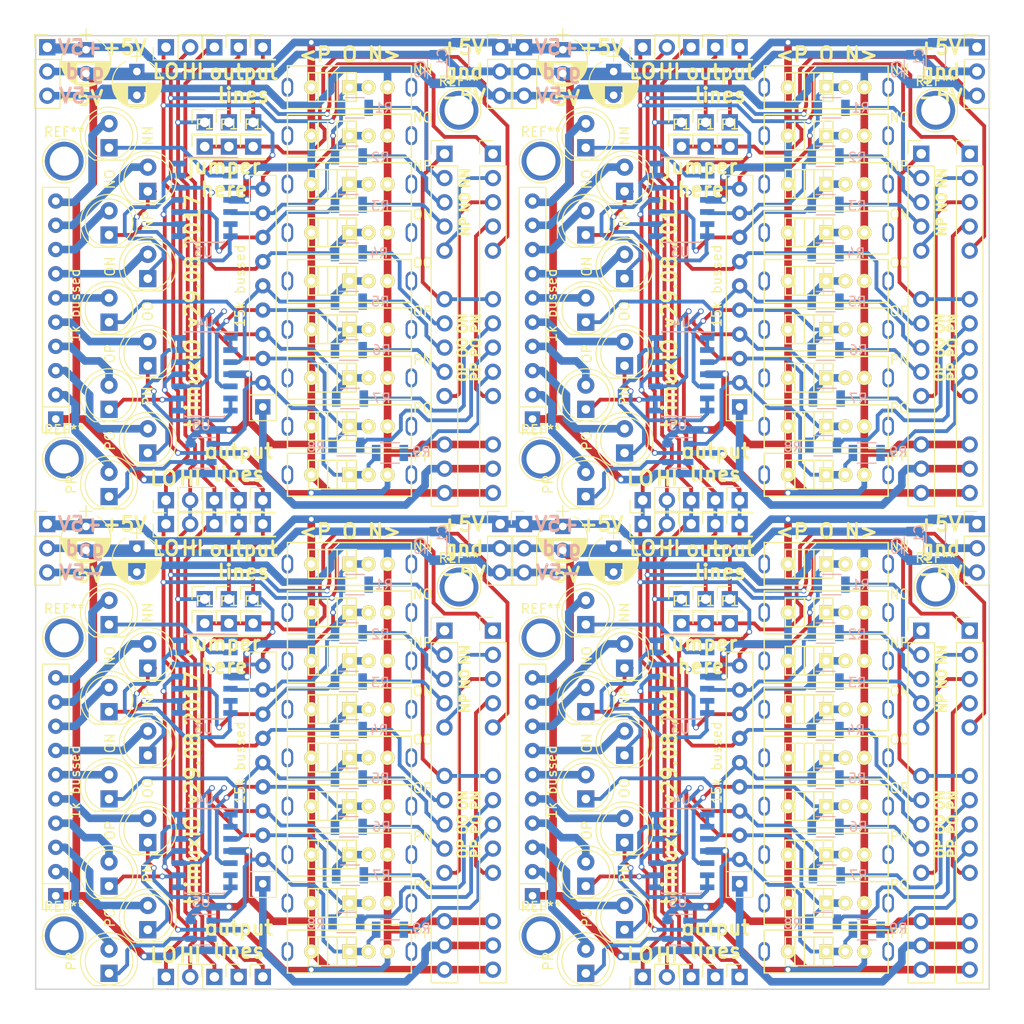
<source format=kicad_pcb>
(kicad_pcb (version 4) (host pcbnew 4.0.6)
  (layers (0 F.Cu signal) (31 B.Cu signal) (34 B.Paste user) (35 F.Paste user) (36 B.SilkS user) (37 F.SilkS user) (38 B.Mask user) (39 F.Mask user) (44 Edge.Cuts user))
  (net 0 "")
  (net 1 /NN)
  (net 2 /NO)
  (net 3 /NP)
  (net 4 /ON)
  (net 5 /OO)
  (net 6 /OP)
  (net 7 /PN)
  (net 8 /PO)
  (net 9 /PP)
  (net 10 /LOWADDR)
  (net 11 /HIGHADDR)
  (net 12 /SELTRIT)
  (net 13 +5V)
  (net 14 GNDREF)
  (net 15 -5V)
  (net 16 "Net-(U1-Pad5)")
  (net 17 "Net-(U1-Pad11)")
  (net 18 "Net-(D1-Pad1)")
  (net 19 "Net-(D2-Pad1)")
  (net 20 "Net-(D3-Pad1)")
  (net 21 "Net-(D4-Pad1)")
  (net 22 "Net-(D5-Pad1)")
  (net 23 "Net-(D6-Pad1)")
  (net 24 "Net-(D7-Pad1)")
  (net 25 "Net-(D8-Pad1)")
  (net 26 "Net-(D9-Pad1)")
  (net 27 "Net-(D1-Pad2)")
  (net 28 "Net-(D2-Pad2)")
  (net 29 "Net-(D3-Pad2)")
  (net 30 "Net-(D4-Pad2)")
  (net 31 "Net-(D5-Pad2)")
  (net 32 "Net-(D6-Pad2)")
  (net 33 "Net-(D7-Pad2)")
  (net 34 "Net-(D8-Pad2)")
  (net 35 "Net-(D9-Pad2)")
  (net 36 "Net-(R1-Pad2)")
  (net 37 "Net-(R2-Pad2)")
  (net 38 "Net-(R3-Pad2)")
  (net 39 "Net-(R4-Pad2)")
  (net 40 "Net-(R5-Pad2)")
  (net 41 "Net-(R6-Pad2)")
  (net 42 "Net-(R7-Pad2)")
  (net 43 "Net-(R8-Pad2)")
  (net 44 "Net-(R9-Pad2)")
  (net 45 "Net-(U2-Pad11)")
  (module Capacitors_THT:CP_Radial_D5.0mm_P2.50mm (layer F.Cu) (at 155.283 151.473 270)
    (fp_text reference C3 hide)
    (fp_text value CP_Small)
    (pad 1 thru_hole rect (at 0 0 270) (size 1.6 1.6) (drill 0.8) (layers *.Cu *.Mask) (net 13 +5V))
    (pad 2 thru_hole circle (at 2.5 0 270) (size 1.6 1.6) (drill 0.8) (layers *.Cu *.Mask) (net 14 GNDREF))
  )
  (module Connectors:1pin (layer F.Cu) (at 102.997 163.157)
    (fp_text reference REF** (at 0 -3.048) (layer F.SilkS))
    (fp_text value 1pin)
    (pad "" np_thru_hole circle (at 0 0) (size 4.064 4.064) (drill 3.048) (layers *.Cu *.Mask))
  )
  (module Capacitors_THT:CP_Radial_D5.0mm_P2.50mm (layer F.Cu) (at 110.617 153.759 270)
    (fp_text reference C4 hide)
    (fp_text value CP_Small)
    (pad 1 thru_hole rect (at 0 0 270) (size 1.6 1.6) (drill 0.8) (layers *.Cu *.Mask) (net 14 GNDREF))
    (pad 2 thru_hole circle (at 2.5 0 270) (size 1.6 1.6) (drill 0.8) (layers *.Cu *.Mask) (net 15 -5V))
  )
  (module Capacitors_THT:CP_Radial_D5.0mm_P2.50mm (layer F.Cu) (at 105.283 151.473 270)
    (fp_text reference C3 hide)
    (fp_text value CP_Small)
    (pad 1 thru_hole rect (at 0 0 270) (size 1.6 1.6) (drill 0.8) (layers *.Cu *.Mask) (net 13 +5V))
    (pad 2 thru_hole circle (at 2.5 0 270) (size 1.6 1.6) (drill 0.8) (layers *.Cu *.Mask) (net 14 GNDREF))
  )
  (module Capacitors_SMD:C_1206 (layer B.Cu) (at 142.113 153.505 270)
    (fp_text reference C2 (at 0 1.75 270) (layer B.SilkS) (effects (justify mirror)))
    (fp_text value C_Small)
    (pad 1 smd rect (at -1.5 0 270) (size 1 1.6) (layers B.Cu B.Paste B.Mask) (net 14 GNDREF))
    (pad 2 smd rect (at 1.5 0 270) (size 1 1.6) (layers B.Cu B.Paste B.Mask) (net 15 -5V))
  )
  (module Capacitors_SMD:C_1206 (layer B.Cu) (at 144.399 152.235 270)
    (fp_text reference C1 (at 0 1.75 270) (layer B.SilkS) (effects (justify mirror)))
    (fp_text value C_Small)
    (pad 1 smd rect (at -1.5 0 270) (size 1 1.6) (layers B.Cu B.Paste B.Mask) (net 13 +5V))
    (pad 2 smd rect (at 1.5 0 270) (size 1 1.6) (layers B.Cu B.Paste B.Mask) (net 14 GNDREF))
  )
  (module TO_SOT_Packages_SMD:SOT-23-5 (layer B.Cu) (at 117.348 193.764 180)
    (fp_text reference U5 (at 0 2.9 180) (layer B.SilkS) (effects (justify mirror)))
    (fp_text value LM321)
    (pad 1 smd rect (at -1.1 0.95 180) (size 1.06 0.65) (layers B.Cu B.Paste B.Mask) (net 44 "Net-(R9-Pad2)"))
    (pad 2 smd rect (at -1.1 0 180) (size 1.06 0.65) (layers B.Cu B.Paste B.Mask) (net 15 -5V))
    (pad 3 smd rect (at -1.1 -0.95 180) (size 1.06 0.65) (layers B.Cu B.Paste B.Mask) (net 26 "Net-(D9-Pad1)"))
    (pad 4 smd rect (at 1.1 -0.95 180) (size 1.06 0.65) (layers B.Cu B.Paste B.Mask) (net 26 "Net-(D9-Pad1)"))
    (pad 5 smd rect (at 1.1 0.95 180) (size 1.06 0.65) (layers B.Cu B.Paste B.Mask) (net 13 +5V))
  )
  (module Housings_SOIC:SOIC-14_3.9x8.7mm_Pitch1.27mm (layer B.Cu) (at 117.729 185.509 180)
    (fp_text reference U4 (at 0 5.375 180) (layer B.SilkS) (effects (justify mirror)))
    (fp_text value LM324)
    (pad 1 smd rect (at -2.7 3.81 180) (size 1.5 0.6) (layers B.Cu B.Paste B.Mask) (net 22 "Net-(D5-Pad1)"))
    (pad 2 smd rect (at -2.7 2.54 180) (size 1.5 0.6) (layers B.Cu B.Paste B.Mask) (net 22 "Net-(D5-Pad1)"))
    (pad 3 smd rect (at -2.7 1.27 180) (size 1.5 0.6) (layers B.Cu B.Paste B.Mask) (net 40 "Net-(R5-Pad2)"))
    (pad 4 smd rect (at -2.7 0 180) (size 1.5 0.6) (layers B.Cu B.Paste B.Mask) (net 13 +5V))
    (pad 5 smd rect (at -2.7 -1.27 180) (size 1.5 0.6) (layers B.Cu B.Paste B.Mask) (net 41 "Net-(R6-Pad2)"))
    (pad 6 smd rect (at -2.7 -2.54 180) (size 1.5 0.6) (layers B.Cu B.Paste B.Mask) (net 23 "Net-(D6-Pad1)"))
    (pad 7 smd rect (at -2.7 -3.81 180) (size 1.5 0.6) (layers B.Cu B.Paste B.Mask) (net 23 "Net-(D6-Pad1)"))
    (pad 8 smd rect (at 2.7 -3.81 180) (size 1.5 0.6) (layers B.Cu B.Paste B.Mask) (net 24 "Net-(D7-Pad1)"))
    (pad 9 smd rect (at 2.7 -2.54 180) (size 1.5 0.6) (layers B.Cu B.Paste B.Mask) (net 24 "Net-(D7-Pad1)"))
    (pad 10 smd rect (at 2.7 -1.27 180) (size 1.5 0.6) (layers B.Cu B.Paste B.Mask) (net 42 "Net-(R7-Pad2)"))
    (pad 11 smd rect (at 2.7 0 180) (size 1.5 0.6) (layers B.Cu B.Paste B.Mask) (net 15 -5V))
    (pad 12 smd rect (at 2.7 1.27 180) (size 1.5 0.6) (layers B.Cu B.Paste B.Mask) (net 43 "Net-(R8-Pad2)"))
    (pad 13 smd rect (at 2.7 2.54 180) (size 1.5 0.6) (layers B.Cu B.Paste B.Mask) (net 25 "Net-(D8-Pad1)"))
    (pad 14 smd rect (at 2.7 3.81 180) (size 1.5 0.6) (layers B.Cu B.Paste B.Mask) (net 25 "Net-(D8-Pad1)"))
  )
  (module Housings_SOIC:SOIC-14_3.9x8.7mm_Pitch1.27mm (layer B.Cu) (at 117.729 167.221 180)
    (fp_text reference U3 (at 0.127 -5.461 180) (layer B.SilkS) (effects (justify mirror)))
    (fp_text value LM324)
    (pad 1 smd rect (at -2.7 3.81 180) (size 1.5 0.6) (layers B.Cu B.Paste B.Mask) (net 18 "Net-(D1-Pad1)"))
    (pad 2 smd rect (at -2.7 2.54 180) (size 1.5 0.6) (layers B.Cu B.Paste B.Mask) (net 18 "Net-(D1-Pad1)"))
    (pad 3 smd rect (at -2.7 1.27 180) (size 1.5 0.6) (layers B.Cu B.Paste B.Mask) (net 36 "Net-(R1-Pad2)"))
    (pad 4 smd rect (at -2.7 0 180) (size 1.5 0.6) (layers B.Cu B.Paste B.Mask) (net 13 +5V))
    (pad 5 smd rect (at -2.7 -1.27 180) (size 1.5 0.6) (layers B.Cu B.Paste B.Mask) (net 37 "Net-(R2-Pad2)"))
    (pad 6 smd rect (at -2.7 -2.54 180) (size 1.5 0.6) (layers B.Cu B.Paste B.Mask) (net 19 "Net-(D2-Pad1)"))
    (pad 7 smd rect (at -2.7 -3.81 180) (size 1.5 0.6) (layers B.Cu B.Paste B.Mask) (net 19 "Net-(D2-Pad1)"))
    (pad 8 smd rect (at 2.7 -3.81 180) (size 1.5 0.6) (layers B.Cu B.Paste B.Mask) (net 20 "Net-(D3-Pad1)"))
    (pad 9 smd rect (at 2.7 -2.54 180) (size 1.5 0.6) (layers B.Cu B.Paste B.Mask) (net 20 "Net-(D3-Pad1)"))
    (pad 10 smd rect (at 2.7 -1.27 180) (size 1.5 0.6) (layers B.Cu B.Paste B.Mask) (net 38 "Net-(R3-Pad2)"))
    (pad 11 smd rect (at 2.7 0 180) (size 1.5 0.6) (layers B.Cu B.Paste B.Mask) (net 15 -5V))
    (pad 12 smd rect (at 2.7 1.27 180) (size 1.5 0.6) (layers B.Cu B.Paste B.Mask) (net 39 "Net-(R4-Pad2)"))
    (pad 13 smd rect (at 2.7 2.54 180) (size 1.5 0.6) (layers B.Cu B.Paste B.Mask) (net 21 "Net-(D4-Pad1)"))
    (pad 14 smd rect (at 2.7 3.81 180) (size 1.5 0.6) (layers B.Cu B.Paste B.Mask) (net 21 "Net-(D4-Pad1)"))
  )
  (module Resistors_THT:R_Array_SIP10 (layer F.Cu) (at 123.825 188.938 90)
    (fp_text reference "15k bussed" (at 12.7 -2.4 90) (layer F.SilkS))
    (fp_text value "15k bussed")
    (pad 1 thru_hole rect (at 0 0 90) (size 1.6 1.6) (drill 0.8) (layers *.Cu *.Mask) (net 14 GNDREF))
    (pad 2 thru_hole oval (at 2.54 0 90) (size 1.6 1.6) (drill 0.8) (layers *.Cu *.Mask) (net 44 "Net-(R9-Pad2)"))
    (pad 3 thru_hole oval (at 5.08 0 90) (size 1.6 1.6) (drill 0.8) (layers *.Cu *.Mask) (net 43 "Net-(R8-Pad2)"))
    (pad 4 thru_hole oval (at 7.62 0 90) (size 1.6 1.6) (drill 0.8) (layers *.Cu *.Mask) (net 42 "Net-(R7-Pad2)"))
    (pad 5 thru_hole oval (at 10.16 0 90) (size 1.6 1.6) (drill 0.8) (layers *.Cu *.Mask) (net 41 "Net-(R6-Pad2)"))
    (pad 6 thru_hole oval (at 12.7 0 90) (size 1.6 1.6) (drill 0.8) (layers *.Cu *.Mask) (net 40 "Net-(R5-Pad2)"))
    (pad 7 thru_hole oval (at 15.24 0 90) (size 1.6 1.6) (drill 0.8) (layers *.Cu *.Mask) (net 39 "Net-(R4-Pad2)"))
    (pad 8 thru_hole oval (at 17.78 0 90) (size 1.6 1.6) (drill 0.8) (layers *.Cu *.Mask) (net 38 "Net-(R3-Pad2)"))
    (pad 9 thru_hole oval (at 20.32 0 90) (size 1.6 1.6) (drill 0.8) (layers *.Cu *.Mask) (net 37 "Net-(R2-Pad2)"))
    (pad 10 thru_hole oval (at 22.86 0 90) (size 1.6 1.6) (drill 0.8) (layers *.Cu *.Mask) (net 36 "Net-(R1-Pad2)"))
  )
  (module Resistors_THT:R_Array_SIP10 (layer F.Cu) (at 102.108 190.208 90)
    (fp_text reference "1k bussed" (at 11.938 2.032 90) (layer F.SilkS))
    (fp_text value "1k bussed")
    (pad 1 thru_hole rect (at 0 0 90) (size 1.6 1.6) (drill 0.8) (layers *.Cu *.Mask) (net 14 GNDREF))
    (pad 2 thru_hole oval (at 2.54 0 90) (size 1.6 1.6) (drill 0.8) (layers *.Cu *.Mask) (net 35 "Net-(D9-Pad2)"))
    (pad 3 thru_hole oval (at 5.08 0 90) (size 1.6 1.6) (drill 0.8) (layers *.Cu *.Mask) (net 34 "Net-(D8-Pad2)"))
    (pad 4 thru_hole oval (at 7.62 0 90) (size 1.6 1.6) (drill 0.8) (layers *.Cu *.Mask) (net 33 "Net-(D7-Pad2)"))
    (pad 5 thru_hole oval (at 10.16 0 90) (size 1.6 1.6) (drill 0.8) (layers *.Cu *.Mask) (net 32 "Net-(D6-Pad2)"))
    (pad 6 thru_hole oval (at 12.7 0 90) (size 1.6 1.6) (drill 0.8) (layers *.Cu *.Mask) (net 31 "Net-(D5-Pad2)"))
    (pad 7 thru_hole oval (at 15.24 0 90) (size 1.6 1.6) (drill 0.8) (layers *.Cu *.Mask) (net 30 "Net-(D4-Pad2)"))
    (pad 8 thru_hole oval (at 17.78 0 90) (size 1.6 1.6) (drill 0.8) (layers *.Cu *.Mask) (net 29 "Net-(D3-Pad2)"))
    (pad 9 thru_hole oval (at 20.32 0 90) (size 1.6 1.6) (drill 0.8) (layers *.Cu *.Mask) (net 28 "Net-(D2-Pad2)"))
    (pad 10 thru_hole oval (at 22.86 0 90) (size 1.6 1.6) (drill 0.8) (layers *.Cu *.Mask) (net 27 "Net-(D1-Pad2)"))
  )
  (module Resistors_SMD:R_1206 (layer B.Cu) (at 137.16 193.764 180)
    (fp_text reference R9 (at -3.302 0.127 180) (layer B.SilkS) (effects (justify mirror)))
    (fp_text value 150)
    (pad 1 smd rect (at -1.45 0 180) (size 0.9 1.7) (layers B.Cu B.Paste B.Mask) (net 9 /PP))
    (pad 2 smd rect (at 1.45 0 180) (size 0.9 1.7) (layers B.Cu B.Paste B.Mask) (net 44 "Net-(R9-Pad2)"))
  )
  (module Resistors_SMD:R_1206 (layer B.Cu) (at 132.588 193.002 180)
    (fp_text reference R8 (at 3.175 -0.127 180) (layer B.SilkS) (effects (justify mirror)))
    (fp_text value 150)
    (pad 1 smd rect (at -1.45 0 180) (size 0.9 1.7) (layers B.Cu B.Paste B.Mask) (net 8 /PO))
    (pad 2 smd rect (at 1.45 0 180) (size 0.9 1.7) (layers B.Cu B.Paste B.Mask) (net 43 "Net-(R8-Pad2)"))
  )
  (module Resistors_SMD:R_1206 (layer B.Cu) (at 132.969 188.049 180)
    (fp_text reference R7 (at -3.302 0 180) (layer B.SilkS) (effects (justify mirror)))
    (fp_text value 150)
    (pad 1 smd rect (at -1.45 0 180) (size 0.9 1.7) (layers B.Cu B.Paste B.Mask) (net 7 /PN))
    (pad 2 smd rect (at 1.45 0 180) (size 0.9 1.7) (layers B.Cu B.Paste B.Mask) (net 42 "Net-(R7-Pad2)"))
  )
  (module Resistors_SMD:R_1206 (layer B.Cu) (at 132.842 182.969 180)
    (fp_text reference R6 (at -3.429 0 180) (layer B.SilkS) (effects (justify mirror)))
    (fp_text value 150)
    (pad 1 smd rect (at -1.45 0 180) (size 0.9 1.7) (layers B.Cu B.Paste B.Mask) (net 6 /OP))
    (pad 2 smd rect (at 1.45 0 180) (size 0.9 1.7) (layers B.Cu B.Paste B.Mask) (net 41 "Net-(R6-Pad2)"))
  )
  (module Resistors_SMD:R_1206 (layer B.Cu) (at 132.842 177.889 180)
    (fp_text reference R5 (at -3.302 0 180) (layer B.SilkS) (effects (justify mirror)))
    (fp_text value 150)
    (pad 1 smd rect (at -1.45 0 180) (size 0.9 1.7) (layers B.Cu B.Paste B.Mask) (net 5 /OO))
    (pad 2 smd rect (at 1.45 0 180) (size 0.9 1.7) (layers B.Cu B.Paste B.Mask) (net 40 "Net-(R5-Pad2)"))
  )
  (module Resistors_SMD:R_1206 (layer B.Cu) (at 132.842 172.809 180)
    (fp_text reference R4 (at -3.175 0 180) (layer B.SilkS) (effects (justify mirror)))
    (fp_text value 150)
    (pad 1 smd rect (at -1.45 0 180) (size 0.9 1.7) (layers B.Cu B.Paste B.Mask) (net 4 /ON))
    (pad 2 smd rect (at 1.45 0 180) (size 0.9 1.7) (layers B.Cu B.Paste B.Mask) (net 39 "Net-(R4-Pad2)"))
  )
  (module Resistors_SMD:R_1206 (layer B.Cu) (at 132.842 167.729 180)
    (fp_text reference R3 (at -3.302 -0.127 180) (layer B.SilkS) (effects (justify mirror)))
    (fp_text value 150)
    (pad 1 smd rect (at -1.45 0 180) (size 0.9 1.7) (layers B.Cu B.Paste B.Mask) (net 3 /NP))
    (pad 2 smd rect (at 1.45 0 180) (size 0.9 1.7) (layers B.Cu B.Paste B.Mask) (net 38 "Net-(R3-Pad2)"))
  )
  (module Resistors_SMD:R_1206 (layer B.Cu) (at 132.842 162.649 180)
    (fp_text reference R2 (at -3.302 -0.127 180) (layer B.SilkS) (effects (justify mirror)))
    (fp_text value 150)
    (pad 1 smd rect (at -1.45 0 180) (size 0.9 1.7) (layers B.Cu B.Paste B.Mask) (net 2 /NO))
    (pad 2 smd rect (at 1.45 0 180) (size 0.9 1.7) (layers B.Cu B.Paste B.Mask) (net 37 "Net-(R2-Pad2)"))
  )
  (module Resistors_SMD:R_1206 (layer B.Cu) (at 133.477 157.569 180)
    (fp_text reference R1 (at -3.048 0 180) (layer B.SilkS) (effects (justify mirror)))
    (fp_text value 150)
    (pad 1 smd rect (at -1.45 0 180) (size 0.9 1.7) (layers B.Cu B.Paste B.Mask) (net 1 /NN))
    (pad 2 smd rect (at 1.45 0 180) (size 0.9 1.7) (layers B.Cu B.Paste B.Mask) (net 36 "Net-(R1-Pad2)"))
  )
  (module LEDs:LED_D5.0mm (layer F.Cu) (at 107.696 198.336 90)
    (fp_text reference PP (at 1.27 -3.96 90) (layer F.SilkS))
    (fp_text value LED_bicolor)
    (pad 1 thru_hole rect (at 0 0 90) (size 1.8 1.8) (drill 0.9) (layers *.Cu *.Mask) (net 26 "Net-(D9-Pad1)"))
    (pad 2 thru_hole circle (at 2.54 0 90) (size 1.8 1.8) (drill 0.9) (layers *.Cu *.Mask) (net 35 "Net-(D9-Pad2)"))
  )
  (module LEDs:LED_D5.0mm (layer F.Cu) (at 111.76 193.764 90)
    (fp_text reference PO (at 1.27 -3.96 90) (layer F.SilkS))
    (fp_text value LED_bicolor)
    (pad 1 thru_hole rect (at 0 0 90) (size 1.8 1.8) (drill 0.9) (layers *.Cu *.Mask) (net 25 "Net-(D8-Pad1)"))
    (pad 2 thru_hole circle (at 2.54 0 90) (size 1.8 1.8) (drill 0.9) (layers *.Cu *.Mask) (net 34 "Net-(D8-Pad2)"))
  )
  (module LEDs:LED_D5.0mm (layer F.Cu) (at 107.696 189.192 90)
    (fp_text reference PN (at 1.397 4.064 90) (layer F.SilkS))
    (fp_text value LED_bicolor)
    (pad 1 thru_hole rect (at 0 0 90) (size 1.8 1.8) (drill 0.9) (layers *.Cu *.Mask) (net 24 "Net-(D7-Pad1)"))
    (pad 2 thru_hole circle (at 2.54 0 90) (size 1.8 1.8) (drill 0.9) (layers *.Cu *.Mask) (net 33 "Net-(D7-Pad2)"))
  )
  (module LEDs:LED_D5.0mm (layer F.Cu) (at 111.76 184.62 90)
    (fp_text reference OP (at 1.27 -3.96 90) (layer F.SilkS))
    (fp_text value LED_bicolor)
    (pad 1 thru_hole rect (at 0 0 90) (size 1.8 1.8) (drill 0.9) (layers *.Cu *.Mask) (net 23 "Net-(D6-Pad1)"))
    (pad 2 thru_hole circle (at 2.54 0 90) (size 1.8 1.8) (drill 0.9) (layers *.Cu *.Mask) (net 32 "Net-(D6-Pad2)"))
  )
  (module LEDs:LED_D5.0mm (layer F.Cu) (at 107.696 180.048 90)
    (fp_text reference OO (at 1.143 4.064 90) (layer F.SilkS))
    (fp_text value LED_bicolor)
    (pad 1 thru_hole rect (at 0 0 90) (size 1.8 1.8) (drill 0.9) (layers *.Cu *.Mask) (net 22 "Net-(D5-Pad1)"))
    (pad 2 thru_hole circle (at 2.54 0 90) (size 1.8 1.8) (drill 0.9) (layers *.Cu *.Mask) (net 31 "Net-(D5-Pad2)"))
  )
  (module LEDs:LED_D5.0mm (layer F.Cu) (at 111.76 175.476 90)
    (fp_text reference ON (at 1.27 -3.96 90) (layer F.SilkS))
    (fp_text value LED_bicolor)
    (pad 1 thru_hole rect (at 0 0 90) (size 1.8 1.8) (drill 0.9) (layers *.Cu *.Mask) (net 21 "Net-(D4-Pad1)"))
    (pad 2 thru_hole circle (at 2.54 0 90) (size 1.8 1.8) (drill 0.9) (layers *.Cu *.Mask) (net 30 "Net-(D4-Pad2)"))
  )
  (module LEDs:LED_D5.0mm (layer F.Cu) (at 107.696 170.904 90)
    (fp_text reference NP (at 1.524 4.064 90) (layer F.SilkS))
    (fp_text value LED_bicolor)
    (pad 1 thru_hole rect (at 0 0 90) (size 1.8 1.8) (drill 0.9) (layers *.Cu *.Mask) (net 20 "Net-(D3-Pad1)"))
    (pad 2 thru_hole circle (at 2.54 0 90) (size 1.8 1.8) (drill 0.9) (layers *.Cu *.Mask) (net 29 "Net-(D3-Pad2)"))
  )
  (module LEDs:LED_D5.0mm (layer F.Cu) (at 111.76 166.332 90)
    (fp_text reference NO (at 1.27 -3.96 90) (layer F.SilkS))
    (fp_text value LED_bicolor)
    (pad 1 thru_hole rect (at 0 0 90) (size 1.8 1.8) (drill 0.9) (layers *.Cu *.Mask) (net 19 "Net-(D2-Pad1)"))
    (pad 2 thru_hole circle (at 2.54 0 90) (size 1.8 1.8) (drill 0.9) (layers *.Cu *.Mask) (net 28 "Net-(D2-Pad2)"))
  )
  (module LEDs:LED_D5.0mm (layer F.Cu) (at 107.696 161.76 90)
    (fp_text reference NN (at 1.27 4.064 90) (layer F.SilkS))
    (fp_text value LED_bicolor)
    (pad 1 thru_hole rect (at 0 0 90) (size 1.8 1.8) (drill 0.9) (layers *.Cu *.Mask) (net 18 "Net-(D1-Pad1)"))
    (pad 2 thru_hole circle (at 2.54 0 90) (size 1.8 1.8) (drill 0.9) (layers *.Cu *.Mask) (net 27 "Net-(D1-Pad2)"))
  )
  (module trimuxIOmux:SS-13D07 (layer F.Cu) (at 128.905 196.05)
    (fp_text reference PP (at 11.684 -1.905) (layer F.SilkS))
    (fp_text value 1P3T hide)
    (pad "" thru_hole oval (at -2.5 0) (size 1.2 2) (drill oval 0.75 1.4) (layers *.Cu *.Mask))
    (pad "" thru_hole oval (at 10.5 0) (size 1.2 2) (drill oval 0.75 1.4) (layers *.Cu *.Mask))
    (pad 2 thru_hole rect (at 4 0) (size 1.5 1.5) (drill 0.75) (layers *.Cu *.Mask F.SilkS) (net 44 "Net-(R9-Pad2)"))
    (pad 3 thru_hole circle (at 6 0) (size 1.5 1.5) (drill 0.75) (layers *.Cu *.Mask F.SilkS) (net 44 "Net-(R9-Pad2)"))
    (pad 4 thru_hole circle (at 8 0) (size 1.5 1.5) (drill 0.75) (layers *.Cu *.Mask F.SilkS) (net 15 -5V))
    (pad 1 thru_hole circle (at 0 0) (size 1.5 1.5) (drill 0.75) (layers *.Cu *.Mask F.SilkS) (net 13 +5V))
  )
  (module trimuxIOmux:SS-13D07 (layer F.Cu) (at 128.905 190.97)
    (fp_text reference PO (at 11.684 -1.905) (layer F.SilkS))
    (fp_text value 1P3T hide)
    (pad "" thru_hole oval (at -2.5 0) (size 1.2 2) (drill oval 0.75 1.4) (layers *.Cu *.Mask))
    (pad "" thru_hole oval (at 10.5 0) (size 1.2 2) (drill oval 0.75 1.4) (layers *.Cu *.Mask))
    (pad 2 thru_hole rect (at 4 0) (size 1.5 1.5) (drill 0.75) (layers *.Cu *.Mask F.SilkS) (net 43 "Net-(R8-Pad2)"))
    (pad 3 thru_hole circle (at 6 0) (size 1.5 1.5) (drill 0.75) (layers *.Cu *.Mask F.SilkS) (net 43 "Net-(R8-Pad2)"))
    (pad 4 thru_hole circle (at 8 0) (size 1.5 1.5) (drill 0.75) (layers *.Cu *.Mask F.SilkS) (net 15 -5V))
    (pad 1 thru_hole circle (at 0 0) (size 1.5 1.5) (drill 0.75) (layers *.Cu *.Mask F.SilkS) (net 13 +5V))
  )
  (module trimuxIOmux:SS-13D07 (layer F.Cu) (at 128.905 185.89)
    (fp_text reference PN (at 11.684 -1.905) (layer F.SilkS))
    (fp_text value 1P3T hide)
    (pad "" thru_hole oval (at -2.5 0) (size 1.2 2) (drill oval 0.75 1.4) (layers *.Cu *.Mask))
    (pad "" thru_hole oval (at 10.5 0) (size 1.2 2) (drill oval 0.75 1.4) (layers *.Cu *.Mask))
    (pad 2 thru_hole rect (at 4 0) (size 1.5 1.5) (drill 0.75) (layers *.Cu *.Mask F.SilkS) (net 42 "Net-(R7-Pad2)"))
    (pad 3 thru_hole circle (at 6 0) (size 1.5 1.5) (drill 0.75) (layers *.Cu *.Mask F.SilkS) (net 42 "Net-(R7-Pad2)"))
    (pad 4 thru_hole circle (at 8 0) (size 1.5 1.5) (drill 0.75) (layers *.Cu *.Mask F.SilkS) (net 15 -5V))
    (pad 1 thru_hole circle (at 0 0) (size 1.5 1.5) (drill 0.75) (layers *.Cu *.Mask F.SilkS) (net 13 +5V))
  )
  (module trimuxIOmux:SS-13D07 (layer F.Cu) (at 128.905 180.81)
    (fp_text reference OP (at 11.684 -1.905) (layer F.SilkS))
    (fp_text value 1P3T hide)
    (pad "" thru_hole oval (at -2.5 0) (size 1.2 2) (drill oval 0.75 1.4) (layers *.Cu *.Mask))
    (pad "" thru_hole oval (at 10.5 0) (size 1.2 2) (drill oval 0.75 1.4) (layers *.Cu *.Mask))
    (pad 2 thru_hole rect (at 4 0) (size 1.5 1.5) (drill 0.75) (layers *.Cu *.Mask F.SilkS) (net 41 "Net-(R6-Pad2)"))
    (pad 3 thru_hole circle (at 6 0) (size 1.5 1.5) (drill 0.75) (layers *.Cu *.Mask F.SilkS) (net 41 "Net-(R6-Pad2)"))
    (pad 4 thru_hole circle (at 8 0) (size 1.5 1.5) (drill 0.75) (layers *.Cu *.Mask F.SilkS) (net 15 -5V))
    (pad 1 thru_hole circle (at 0 0) (size 1.5 1.5) (drill 0.75) (layers *.Cu *.Mask F.SilkS) (net 13 +5V))
  )
  (module trimuxIOmux:SS-13D07 (layer F.Cu) (at 128.905 175.73)
    (fp_text reference OO (at 11.684 -1.905) (layer F.SilkS))
    (fp_text value 1P3T hide)
    (pad "" thru_hole oval (at -2.5 0) (size 1.2 2) (drill oval 0.75 1.4) (layers *.Cu *.Mask))
    (pad "" thru_hole oval (at 10.5 0) (size 1.2 2) (drill oval 0.75 1.4) (layers *.Cu *.Mask))
    (pad 2 thru_hole rect (at 4 0) (size 1.5 1.5) (drill 0.75) (layers *.Cu *.Mask F.SilkS) (net 40 "Net-(R5-Pad2)"))
    (pad 3 thru_hole circle (at 6 0) (size 1.5 1.5) (drill 0.75) (layers *.Cu *.Mask F.SilkS) (net 40 "Net-(R5-Pad2)"))
    (pad 4 thru_hole circle (at 8 0) (size 1.5 1.5) (drill 0.75) (layers *.Cu *.Mask F.SilkS) (net 15 -5V))
    (pad 1 thru_hole circle (at 0 0) (size 1.5 1.5) (drill 0.75) (layers *.Cu *.Mask F.SilkS) (net 13 +5V))
  )
  (module trimuxIOmux:SS-13D07 (layer F.Cu) (at 128.905 170.65)
    (fp_text reference ON (at 11.684 -1.905) (layer F.SilkS))
    (fp_text value 1P3T hide)
    (pad "" thru_hole oval (at -2.5 0) (size 1.2 2) (drill oval 0.75 1.4) (layers *.Cu *.Mask))
    (pad "" thru_hole oval (at 10.5 0) (size 1.2 2) (drill oval 0.75 1.4) (layers *.Cu *.Mask))
    (pad 2 thru_hole rect (at 4 0) (size 1.5 1.5) (drill 0.75) (layers *.Cu *.Mask F.SilkS) (net 39 "Net-(R4-Pad2)"))
    (pad 3 thru_hole circle (at 6 0) (size 1.5 1.5) (drill 0.75) (layers *.Cu *.Mask F.SilkS) (net 39 "Net-(R4-Pad2)"))
    (pad 4 thru_hole circle (at 8 0) (size 1.5 1.5) (drill 0.75) (layers *.Cu *.Mask F.SilkS) (net 15 -5V))
    (pad 1 thru_hole circle (at 0 0) (size 1.5 1.5) (drill 0.75) (layers *.Cu *.Mask F.SilkS) (net 13 +5V))
  )
  (module trimuxIOmux:SS-13D07 (layer F.Cu) (at 128.905 165.57)
    (fp_text reference NP (at 11.684 -1.905) (layer F.SilkS))
    (fp_text value 1P3T hide)
    (pad "" thru_hole oval (at -2.5 0) (size 1.2 2) (drill oval 0.75 1.4) (layers *.Cu *.Mask))
    (pad "" thru_hole oval (at 10.5 0) (size 1.2 2) (drill oval 0.75 1.4) (layers *.Cu *.Mask))
    (pad 2 thru_hole rect (at 4 0) (size 1.5 1.5) (drill 0.75) (layers *.Cu *.Mask F.SilkS) (net 38 "Net-(R3-Pad2)"))
    (pad 3 thru_hole circle (at 6 0) (size 1.5 1.5) (drill 0.75) (layers *.Cu *.Mask F.SilkS) (net 38 "Net-(R3-Pad2)"))
    (pad 4 thru_hole circle (at 8 0) (size 1.5 1.5) (drill 0.75) (layers *.Cu *.Mask F.SilkS) (net 15 -5V))
    (pad 1 thru_hole circle (at 0 0) (size 1.5 1.5) (drill 0.75) (layers *.Cu *.Mask F.SilkS) (net 13 +5V))
  )
  (module trimuxIOmux:SS-13D07 (layer F.Cu) (at 128.905 160.49)
    (fp_text reference NO (at 11.684 -1.905) (layer F.SilkS))
    (fp_text value 1P3T hide)
    (pad "" thru_hole oval (at -2.5 0) (size 1.2 2) (drill oval 0.75 1.4) (layers *.Cu *.Mask))
    (pad "" thru_hole oval (at 10.5 0) (size 1.2 2) (drill oval 0.75 1.4) (layers *.Cu *.Mask))
    (pad 2 thru_hole rect (at 4 0) (size 1.5 1.5) (drill 0.75) (layers *.Cu *.Mask F.SilkS) (net 37 "Net-(R2-Pad2)"))
    (pad 3 thru_hole circle (at 6 0) (size 1.5 1.5) (drill 0.75) (layers *.Cu *.Mask F.SilkS) (net 37 "Net-(R2-Pad2)"))
    (pad 4 thru_hole circle (at 8 0) (size 1.5 1.5) (drill 0.75) (layers *.Cu *.Mask F.SilkS) (net 15 -5V))
    (pad 1 thru_hole circle (at 0 0) (size 1.5 1.5) (drill 0.75) (layers *.Cu *.Mask F.SilkS) (net 13 +5V))
  )
  (module trimuxIOmux:SS-13D07 (layer F.Cu) (at 128.905 155.41)
    (fp_text reference NN (at 11.684 -1.905) (layer F.SilkS))
    (fp_text value 1P3T hide)
    (pad "" thru_hole oval (at -2.5 0) (size 1.2 2) (drill oval 0.75 1.4) (layers *.Cu *.Mask))
    (pad "" thru_hole oval (at 10.5 0) (size 1.2 2) (drill oval 0.75 1.4) (layers *.Cu *.Mask))
    (pad 2 thru_hole rect (at 4 0) (size 1.5 1.5) (drill 0.75) (layers *.Cu *.Mask F.SilkS) (net 36 "Net-(R1-Pad2)"))
    (pad 3 thru_hole circle (at 6 0) (size 1.5 1.5) (drill 0.75) (layers *.Cu *.Mask F.SilkS) (net 36 "Net-(R1-Pad2)"))
    (pad 4 thru_hole circle (at 8 0) (size 1.5 1.5) (drill 0.75) (layers *.Cu *.Mask F.SilkS) (net 15 -5V))
    (pad 1 thru_hole circle (at 0 0) (size 1.5 1.5) (drill 0.75) (layers *.Cu *.Mask F.SilkS) (net 13 +5V))
  )
  (module trimuxIOmux:trimux1x15_2.54 (layer F.Cu) (at 147.955 162.395)
    (fp_text reference U2 hide)
    (fp_text value trimux)
    (pad 1 thru_hole rect (at 0 0) (size 1.7 1.7) (drill 1) (layers *.Cu *.Mask) (net 11 /HIGHADDR))
    (pad 2 thru_hole oval (at 0 2.54) (size 1.7 1.7) (drill 1) (layers *.Cu *.Mask) (net 16 "Net-(U1-Pad5)"))
    (pad 3 thru_hole oval (at 0 5.08) (size 1.7 1.7) (drill 1) (layers *.Cu *.Mask) (net 17 "Net-(U1-Pad11)"))
    (pad 4 thru_hole oval (at 0 7.62) (size 1.7 1.7) (drill 1) (layers *.Cu *.Mask) (net 45 "Net-(U2-Pad11)"))
    (pad 5 thru_hole oval (at 0 10.16) (size 1.7 1.7) (drill 1) (layers *.Cu *.Mask) (net 12 /SELTRIT))
    (pad 7 thru_hole oval (at 0 15.24) (size 1.7 1.7) (drill 1) (layers *.Cu *.Mask) (net 10 /LOWADDR))
    (pad 8 thru_hole oval (at 0 17.78) (size 1.7 1.7) (drill 1) (layers *.Cu *.Mask) (net 7 /PN))
    (pad 9 thru_hole oval (at 0 20.32) (size 1.7 1.7) (drill 1) (layers *.Cu *.Mask) (net 8 /PO))
    (pad 10 thru_hole oval (at 0 22.86) (size 1.7 1.7) (drill 1) (layers *.Cu *.Mask) (net 9 /PP))
    (pad 11 thru_hole oval (at 0 25.4) (size 1.7 1.7) (drill 1) (layers *.Cu *.Mask) (net 45 "Net-(U2-Pad11)"))
    (pad 13 thru_hole oval (at 0 30.48) (size 1.7 1.7) (drill 1) (layers *.Cu *.Mask) (net 15 -5V))
    (pad 14 thru_hole oval (at 0 33.02) (size 1.7 1.7) (drill 1) (layers *.Cu *.Mask) (net 14 GNDREF))
    (pad 15 thru_hole oval (at 0 35.56) (size 1.7 1.7) (drill 1) (layers *.Cu *.Mask) (net 13 +5V))
  )
  (module trimuxIOmux:trimux1x15_2.54 (layer F.Cu) (at 142.875 162.395)
    (fp_text reference U1 hide)
    (fp_text value trimux)
    (pad 1 thru_hole rect (at 0 0) (size 1.7 1.7) (drill 1) (layers *.Cu *.Mask) (net 10 /LOWADDR))
    (pad 2 thru_hole oval (at 0 2.54) (size 1.7 1.7) (drill 1) (layers *.Cu *.Mask) (net 1 /NN))
    (pad 3 thru_hole oval (at 0 5.08) (size 1.7 1.7) (drill 1) (layers *.Cu *.Mask) (net 2 /NO))
    (pad 4 thru_hole oval (at 0 7.62) (size 1.7 1.7) (drill 1) (layers *.Cu *.Mask) (net 3 /NP))
    (pad 5 thru_hole oval (at 0 10.16) (size 1.7 1.7) (drill 1) (layers *.Cu *.Mask) (net 16 "Net-(U1-Pad5)"))
    (pad 7 thru_hole oval (at 0 15.24) (size 1.7 1.7) (drill 1) (layers *.Cu *.Mask) (net 10 /LOWADDR))
    (pad 8 thru_hole oval (at 0 17.78) (size 1.7 1.7) (drill 1) (layers *.Cu *.Mask) (net 4 /ON))
    (pad 9 thru_hole oval (at 0 20.32) (size 1.7 1.7) (drill 1) (layers *.Cu *.Mask) (net 5 /OO))
    (pad 10 thru_hole oval (at 0 22.86) (size 1.7 1.7) (drill 1) (layers *.Cu *.Mask) (net 6 /OP))
    (pad 11 thru_hole oval (at 0 25.4) (size 1.7 1.7) (drill 1) (layers *.Cu *.Mask) (net 17 "Net-(U1-Pad11)"))
    (pad 13 thru_hole oval (at 0 30.48) (size 1.7 1.7) (drill 1) (layers *.Cu *.Mask) (net 15 -5V))
    (pad 14 thru_hole oval (at 0 33.02) (size 1.7 1.7) (drill 1) (layers *.Cu *.Mask) (net 14 GNDREF))
    (pad 15 thru_hole oval (at 0 35.56) (size 1.7 1.7) (drill 1) (layers *.Cu *.Mask) (net 13 +5V))
  )
  (module Pin_Headers:Pin_Header_Straight_1x03_Pitch2.54mm (layer F.Cu) (at 148.717 151.219)
    (fp_text reference P2 hide)
    (fp_text value CONN_01X03)
    (pad 1 thru_hole rect (at 0 0) (size 1.7 1.7) (drill 1) (layers *.Cu *.Mask) (net 13 +5V))
    (pad 2 thru_hole oval (at 0 2.54) (size 1.7 1.7) (drill 1) (layers *.Cu *.Mask) (net 14 GNDREF))
    (pad 3 thru_hole oval (at 0 5.08) (size 1.7 1.7) (drill 1) (layers *.Cu *.Mask) (net 15 -5V))
  )
  (module Pin_Headers:Pin_Header_Straight_1x01_Pitch2.54mm (layer F.Cu) (at 123.825 198.717)
    (fp_text reference P1 hide)
    (fp_text value CONN_01X01)
    (pad 1 thru_hole rect (at 0 0) (size 1.7 1.7) (drill 1) (layers *.Cu *.Mask) (net 12 /SELTRIT))
  )
  (module Pin_Headers:Pin_Header_Straight_1x02_Pitch2.54mm (layer F.Cu) (at 113.665 198.717 90)
    (fp_text reference J2 hide)
    (fp_text value CONN_01X02)
    (pad 1 thru_hole rect (at 0 0 90) (size 1.7 1.7) (drill 1) (layers *.Cu *.Mask) (net 10 /LOWADDR))
    (pad 2 thru_hole oval (at 0 2.54 90) (size 1.7 1.7) (drill 1) (layers *.Cu *.Mask) (net 11 /HIGHADDR))
  )
  (module Pin_Headers:Pin_Header_Straight_1x02_Pitch2.54mm (layer F.Cu) (at 113.665 151.219 90)
    (fp_text reference J2 hide)
    (fp_text value CONN_01X02)
    (pad 1 thru_hole rect (at 0 0 90) (size 1.7 1.7) (drill 1) (layers *.Cu *.Mask) (net 10 /LOWADDR))
    (pad 2 thru_hole oval (at 0 2.54 90) (size 1.7 1.7) (drill 1) (layers *.Cu *.Mask) (net 11 /HIGHADDR))
  )
  (module Pin_Headers:Pin_Header_Straight_1x01_Pitch2.54mm (layer F.Cu) (at 122.809 161.633)
    (fp_text reference P1 (at 0 -2.33) (layer F.SilkS))
    (fp_text value CONN_01X01)
    (pad 1 thru_hole rect (at 0 0) (size 1.7 1.7) (drill 1) (layers *.Cu *.Mask) (net 12 /SELTRIT))
  )
  (module Pin_Headers:Pin_Header_Straight_1x03_Pitch2.54mm (layer F.Cu) (at 101.219 151.219)
    (fp_text reference P2 hide)
    (fp_text value CONN_01X03)
    (pad 1 thru_hole rect (at 0 0) (size 1.7 1.7) (drill 1) (layers *.Cu *.Mask) (net 13 +5V))
    (pad 2 thru_hole oval (at 0 2.54) (size 1.7 1.7) (drill 1) (layers *.Cu *.Mask) (net 14 GNDREF))
    (pad 3 thru_hole oval (at 0 5.08) (size 1.7 1.7) (drill 1) (layers *.Cu *.Mask) (net 15 -5V))
  )
  (module Pin_Headers:Pin_Header_Straight_1x01_Pitch2.54mm (layer F.Cu) (at 120.269 161.633)
    (fp_text reference P1 (at 0 -2.33) (layer F.SilkS))
    (fp_text value CONN_01X01)
    (pad 1 thru_hole rect (at 0 0) (size 1.7 1.7) (drill 1) (layers *.Cu *.Mask) (net 12 /SELTRIT))
  )
  (module Pin_Headers:Pin_Header_Straight_1x01_Pitch2.54mm (layer F.Cu) (at 117.729 161.633)
    (fp_text reference P1 (at 0 -2.33) (layer F.SilkS))
    (fp_text value CONN_01X01)
    (pad 1 thru_hole rect (at 0 0) (size 1.7 1.7) (drill 1) (layers *.Cu *.Mask) (net 12 /SELTRIT))
  )
  (module Pin_Headers:Pin_Header_Straight_1x01_Pitch2.54mm (layer F.Cu) (at 118.745 198.717)
    (fp_text reference P1 hide)
    (fp_text value CONN_01X01)
    (pad 1 thru_hole rect (at 0 0) (size 1.7 1.7) (drill 1) (layers *.Cu *.Mask) (net 12 /SELTRIT))
  )
  (module Pin_Headers:Pin_Header_Straight_1x01_Pitch2.54mm (layer F.Cu) (at 121.285 198.717)
    (fp_text reference P1 hide)
    (fp_text value CONN_01X01)
    (pad 1 thru_hole rect (at 0 0) (size 1.7 1.7) (drill 1) (layers *.Cu *.Mask) (net 12 /SELTRIT))
  )
  (module Pin_Headers:Pin_Header_Straight_1x01_Pitch2.54mm (layer F.Cu) (at 122.809 159.093)
    (fp_text reference P1 hide)
    (fp_text value CONN_01X01)
    (pad 1 thru_hole rect (at 0 0) (size 1.7 1.7) (drill 1) (layers *.Cu *.Mask) (net 12 /SELTRIT))
  )
  (module Pin_Headers:Pin_Header_Straight_1x01_Pitch2.54mm (layer F.Cu) (at 120.269 159.093)
    (fp_text reference P1 hide)
    (fp_text value CONN_01X01)
    (pad 1 thru_hole rect (at 0 0) (size 1.7 1.7) (drill 1) (layers *.Cu *.Mask) (net 12 /SELTRIT))
  )
  (module Pin_Headers:Pin_Header_Straight_1x01_Pitch2.54mm (layer F.Cu) (at 123.825 151.219)
    (fp_text reference P1 hide)
    (fp_text value CONN_01X01)
    (pad 1 thru_hole rect (at 0 0) (size 1.7 1.7) (drill 1) (layers *.Cu *.Mask) (net 12 /SELTRIT))
  )
  (module Pin_Headers:Pin_Header_Straight_1x01_Pitch2.54mm (layer F.Cu) (at 121.285 151.219)
    (fp_text reference P1 hide)
    (fp_text value CONN_01X01)
    (pad 1 thru_hole rect (at 0 0) (size 1.7 1.7) (drill 1) (layers *.Cu *.Mask) (net 12 /SELTRIT))
  )
  (module Pin_Headers:Pin_Header_Straight_1x01_Pitch2.54mm (layer F.Cu) (at 118.745 151.219)
    (fp_text reference P1 hide)
    (fp_text value CONN_01X01)
    (pad 1 thru_hole rect (at 0 0) (size 1.7 1.7) (drill 1) (layers *.Cu *.Mask) (net 12 /SELTRIT))
  )
  (module Pin_Headers:Pin_Header_Straight_1x01_Pitch2.54mm (layer F.Cu) (at 117.729 159.093)
    (fp_text reference P1 hide)
    (fp_text value CONN_01X01)
    (pad 1 thru_hole rect (at 0 0) (size 1.7 1.7) (drill 1) (layers *.Cu *.Mask) (net 12 /SELTRIT))
  )
  (module Connectors:1pin (layer F.Cu) (at 102.997 194.399)
    (fp_text reference REF** (at 0 -3.048) (layer F.SilkS))
    (fp_text value 1pin)
    (pad "" np_thru_hole circle (at 0 0) (size 4.064 4.064) (drill 3.048) (layers *.Cu *.Mask))
  )
  (module Connectors:1pin (layer F.Cu) (at 144.399 157.823)
    (fp_text reference REF** (at 0 -3.048) (layer F.SilkS))
    (fp_text value 1pin)
    (pad "" np_thru_hole circle (at 0 0) (size 4.064 4.064) (drill 3.048) (layers *.Cu *.Mask))
  )
  (module Connectors:1pin (layer F.Cu) (at 194.399 157.823)
    (fp_text reference REF** (at 0 -3.048) (layer F.SilkS))
    (fp_text value 1pin)
    (pad "" np_thru_hole circle (at 0 0) (size 4.064 4.064) (drill 3.048) (layers *.Cu *.Mask))
  )
  (module Connectors:1pin (layer F.Cu) (at 152.997 194.399)
    (fp_text reference REF** (at 0 -3.048) (layer F.SilkS))
    (fp_text value 1pin)
    (pad "" np_thru_hole circle (at 0 0) (size 4.064 4.064) (drill 3.048) (layers *.Cu *.Mask))
  )
  (module Pin_Headers:Pin_Header_Straight_1x01_Pitch2.54mm (layer F.Cu) (at 167.729 159.093)
    (fp_text reference P1 hide)
    (fp_text value CONN_01X01)
    (pad 1 thru_hole rect (at 0 0) (size 1.7 1.7) (drill 1) (layers *.Cu *.Mask) (net 12 /SELTRIT))
  )
  (module Pin_Headers:Pin_Header_Straight_1x01_Pitch2.54mm (layer F.Cu) (at 168.745 151.219)
    (fp_text reference P1 hide)
    (fp_text value CONN_01X01)
    (pad 1 thru_hole rect (at 0 0) (size 1.7 1.7) (drill 1) (layers *.Cu *.Mask) (net 12 /SELTRIT))
  )
  (module Pin_Headers:Pin_Header_Straight_1x01_Pitch2.54mm (layer F.Cu) (at 171.285 151.219)
    (fp_text reference P1 hide)
    (fp_text value CONN_01X01)
    (pad 1 thru_hole rect (at 0 0) (size 1.7 1.7) (drill 1) (layers *.Cu *.Mask) (net 12 /SELTRIT))
  )
  (module Pin_Headers:Pin_Header_Straight_1x01_Pitch2.54mm (layer F.Cu) (at 173.825 151.219)
    (fp_text reference P1 hide)
    (fp_text value CONN_01X01)
    (pad 1 thru_hole rect (at 0 0) (size 1.7 1.7) (drill 1) (layers *.Cu *.Mask) (net 12 /SELTRIT))
  )
  (module Pin_Headers:Pin_Header_Straight_1x01_Pitch2.54mm (layer F.Cu) (at 170.269 159.093)
    (fp_text reference P1 hide)
    (fp_text value CONN_01X01)
    (pad 1 thru_hole rect (at 0 0) (size 1.7 1.7) (drill 1) (layers *.Cu *.Mask) (net 12 /SELTRIT))
  )
  (module Pin_Headers:Pin_Header_Straight_1x01_Pitch2.54mm (layer F.Cu) (at 172.809 159.093)
    (fp_text reference P1 hide)
    (fp_text value CONN_01X01)
    (pad 1 thru_hole rect (at 0 0) (size 1.7 1.7) (drill 1) (layers *.Cu *.Mask) (net 12 /SELTRIT))
  )
  (module Pin_Headers:Pin_Header_Straight_1x01_Pitch2.54mm (layer F.Cu) (at 171.285 198.717)
    (fp_text reference P1 hide)
    (fp_text value CONN_01X01)
    (pad 1 thru_hole rect (at 0 0) (size 1.7 1.7) (drill 1) (layers *.Cu *.Mask) (net 12 /SELTRIT))
  )
  (module Pin_Headers:Pin_Header_Straight_1x01_Pitch2.54mm (layer F.Cu) (at 168.745 198.717)
    (fp_text reference P1 hide)
    (fp_text value CONN_01X01)
    (pad 1 thru_hole rect (at 0 0) (size 1.7 1.7) (drill 1) (layers *.Cu *.Mask) (net 12 /SELTRIT))
  )
  (module Pin_Headers:Pin_Header_Straight_1x01_Pitch2.54mm (layer F.Cu) (at 167.729 161.633)
    (fp_text reference P1 (at 0 -2.33) (layer F.SilkS))
    (fp_text value CONN_01X01)
    (pad 1 thru_hole rect (at 0 0) (size 1.7 1.7) (drill 1) (layers *.Cu *.Mask) (net 12 /SELTRIT))
  )
  (module Pin_Headers:Pin_Header_Straight_1x01_Pitch2.54mm (layer F.Cu) (at 170.269 161.633)
    (fp_text reference P1 (at 0 -2.33) (layer F.SilkS))
    (fp_text value CONN_01X01)
    (pad 1 thru_hole rect (at 0 0) (size 1.7 1.7) (drill 1) (layers *.Cu *.Mask) (net 12 /SELTRIT))
  )
  (module Pin_Headers:Pin_Header_Straight_1x03_Pitch2.54mm (layer F.Cu) (at 151.219 151.219)
    (fp_text reference P2 hide)
    (fp_text value CONN_01X03)
    (pad 1 thru_hole rect (at 0 0) (size 1.7 1.7) (drill 1) (layers *.Cu *.Mask) (net 13 +5V))
    (pad 2 thru_hole oval (at 0 2.54) (size 1.7 1.7) (drill 1) (layers *.Cu *.Mask) (net 14 GNDREF))
    (pad 3 thru_hole oval (at 0 5.08) (size 1.7 1.7) (drill 1) (layers *.Cu *.Mask) (net 15 -5V))
  )
  (module Pin_Headers:Pin_Header_Straight_1x01_Pitch2.54mm (layer F.Cu) (at 172.809 161.633)
    (fp_text reference P1 (at 0 -2.33) (layer F.SilkS))
    (fp_text value CONN_01X01)
    (pad 1 thru_hole rect (at 0 0) (size 1.7 1.7) (drill 1) (layers *.Cu *.Mask) (net 12 /SELTRIT))
  )
  (module Pin_Headers:Pin_Header_Straight_1x02_Pitch2.54mm (layer F.Cu) (at 163.665 151.219 90)
    (fp_text reference J2 hide)
    (fp_text value CONN_01X02)
    (pad 1 thru_hole rect (at 0 0 90) (size 1.7 1.7) (drill 1) (layers *.Cu *.Mask) (net 10 /LOWADDR))
    (pad 2 thru_hole oval (at 0 2.54 90) (size 1.7 1.7) (drill 1) (layers *.Cu *.Mask) (net 11 /HIGHADDR))
  )
  (module Pin_Headers:Pin_Header_Straight_1x02_Pitch2.54mm (layer F.Cu) (at 163.665 198.717 90)
    (fp_text reference J2 hide)
    (fp_text value CONN_01X02)
    (pad 1 thru_hole rect (at 0 0 90) (size 1.7 1.7) (drill 1) (layers *.Cu *.Mask) (net 10 /LOWADDR))
    (pad 2 thru_hole oval (at 0 2.54 90) (size 1.7 1.7) (drill 1) (layers *.Cu *.Mask) (net 11 /HIGHADDR))
  )
  (module Pin_Headers:Pin_Header_Straight_1x01_Pitch2.54mm (layer F.Cu) (at 173.825 198.717)
    (fp_text reference P1 hide)
    (fp_text value CONN_01X01)
    (pad 1 thru_hole rect (at 0 0) (size 1.7 1.7) (drill 1) (layers *.Cu *.Mask) (net 12 /SELTRIT))
  )
  (module Pin_Headers:Pin_Header_Straight_1x03_Pitch2.54mm (layer F.Cu) (at 198.717 151.219)
    (fp_text reference P2 hide)
    (fp_text value CONN_01X03)
    (pad 1 thru_hole rect (at 0 0) (size 1.7 1.7) (drill 1) (layers *.Cu *.Mask) (net 13 +5V))
    (pad 2 thru_hole oval (at 0 2.54) (size 1.7 1.7) (drill 1) (layers *.Cu *.Mask) (net 14 GNDREF))
    (pad 3 thru_hole oval (at 0 5.08) (size 1.7 1.7) (drill 1) (layers *.Cu *.Mask) (net 15 -5V))
  )
  (module trimuxIOmux:trimux1x15_2.54 (layer F.Cu) (at 192.875 162.395)
    (fp_text reference U1 hide)
    (fp_text value trimux)
    (pad 1 thru_hole rect (at 0 0) (size 1.7 1.7) (drill 1) (layers *.Cu *.Mask) (net 10 /LOWADDR))
    (pad 2 thru_hole oval (at 0 2.54) (size 1.7 1.7) (drill 1) (layers *.Cu *.Mask) (net 1 /NN))
    (pad 3 thru_hole oval (at 0 5.08) (size 1.7 1.7) (drill 1) (layers *.Cu *.Mask) (net 2 /NO))
    (pad 4 thru_hole oval (at 0 7.62) (size 1.7 1.7) (drill 1) (layers *.Cu *.Mask) (net 3 /NP))
    (pad 5 thru_hole oval (at 0 10.16) (size 1.7 1.7) (drill 1) (layers *.Cu *.Mask) (net 16 "Net-(U1-Pad5)"))
    (pad 7 thru_hole oval (at 0 15.24) (size 1.7 1.7) (drill 1) (layers *.Cu *.Mask) (net 10 /LOWADDR))
    (pad 8 thru_hole oval (at 0 17.78) (size 1.7 1.7) (drill 1) (layers *.Cu *.Mask) (net 4 /ON))
    (pad 9 thru_hole oval (at 0 20.32) (size 1.7 1.7) (drill 1) (layers *.Cu *.Mask) (net 5 /OO))
    (pad 10 thru_hole oval (at 0 22.86) (size 1.7 1.7) (drill 1) (layers *.Cu *.Mask) (net 6 /OP))
    (pad 11 thru_hole oval (at 0 25.4) (size 1.7 1.7) (drill 1) (layers *.Cu *.Mask) (net 17 "Net-(U1-Pad11)"))
    (pad 13 thru_hole oval (at 0 30.48) (size 1.7 1.7) (drill 1) (layers *.Cu *.Mask) (net 15 -5V))
    (pad 14 thru_hole oval (at 0 33.02) (size 1.7 1.7) (drill 1) (layers *.Cu *.Mask) (net 14 GNDREF))
    (pad 15 thru_hole oval (at 0 35.56) (size 1.7 1.7) (drill 1) (layers *.Cu *.Mask) (net 13 +5V))
  )
  (module trimuxIOmux:trimux1x15_2.54 (layer F.Cu) (at 197.955 162.395)
    (fp_text reference U2 hide)
    (fp_text value trimux)
    (pad 1 thru_hole rect (at 0 0) (size 1.7 1.7) (drill 1) (layers *.Cu *.Mask) (net 11 /HIGHADDR))
    (pad 2 thru_hole oval (at 0 2.54) (size 1.7 1.7) (drill 1) (layers *.Cu *.Mask) (net 16 "Net-(U1-Pad5)"))
    (pad 3 thru_hole oval (at 0 5.08) (size 1.7 1.7) (drill 1) (layers *.Cu *.Mask) (net 17 "Net-(U1-Pad11)"))
    (pad 4 thru_hole oval (at 0 7.62) (size 1.7 1.7) (drill 1) (layers *.Cu *.Mask) (net 45 "Net-(U2-Pad11)"))
    (pad 5 thru_hole oval (at 0 10.16) (size 1.7 1.7) (drill 1) (layers *.Cu *.Mask) (net 12 /SELTRIT))
    (pad 7 thru_hole oval (at 0 15.24) (size 1.7 1.7) (drill 1) (layers *.Cu *.Mask) (net 10 /LOWADDR))
    (pad 8 thru_hole oval (at 0 17.78) (size 1.7 1.7) (drill 1) (layers *.Cu *.Mask) (net 7 /PN))
    (pad 9 thru_hole oval (at 0 20.32) (size 1.7 1.7) (drill 1) (layers *.Cu *.Mask) (net 8 /PO))
    (pad 10 thru_hole oval (at 0 22.86) (size 1.7 1.7) (drill 1) (layers *.Cu *.Mask) (net 9 /PP))
    (pad 11 thru_hole oval (at 0 25.4) (size 1.7 1.7) (drill 1) (layers *.Cu *.Mask) (net 45 "Net-(U2-Pad11)"))
    (pad 13 thru_hole oval (at 0 30.48) (size 1.7 1.7) (drill 1) (layers *.Cu *.Mask) (net 15 -5V))
    (pad 14 thru_hole oval (at 0 33.02) (size 1.7 1.7) (drill 1) (layers *.Cu *.Mask) (net 14 GNDREF))
    (pad 15 thru_hole oval (at 0 35.56) (size 1.7 1.7) (drill 1) (layers *.Cu *.Mask) (net 13 +5V))
  )
  (module trimuxIOmux:SS-13D07 (layer F.Cu) (at 178.905 155.41)
    (fp_text reference NN (at 11.684 -1.905) (layer F.SilkS))
    (fp_text value 1P3T hide)
    (pad "" thru_hole oval (at -2.5 0) (size 1.2 2) (drill oval 0.75 1.4) (layers *.Cu *.Mask))
    (pad "" thru_hole oval (at 10.5 0) (size 1.2 2) (drill oval 0.75 1.4) (layers *.Cu *.Mask))
    (pad 2 thru_hole rect (at 4 0) (size 1.5 1.5) (drill 0.75) (layers *.Cu *.Mask F.SilkS) (net 36 "Net-(R1-Pad2)"))
    (pad 3 thru_hole circle (at 6 0) (size 1.5 1.5) (drill 0.75) (layers *.Cu *.Mask F.SilkS) (net 36 "Net-(R1-Pad2)"))
    (pad 4 thru_hole circle (at 8 0) (size 1.5 1.5) (drill 0.75) (layers *.Cu *.Mask F.SilkS) (net 15 -5V))
    (pad 1 thru_hole circle (at 0 0) (size 1.5 1.5) (drill 0.75) (layers *.Cu *.Mask F.SilkS) (net 13 +5V))
  )
  (module trimuxIOmux:SS-13D07 (layer F.Cu) (at 178.905 160.49)
    (fp_text reference NO (at 11.684 -1.905) (layer F.SilkS))
    (fp_text value 1P3T hide)
    (pad "" thru_hole oval (at -2.5 0) (size 1.2 2) (drill oval 0.75 1.4) (layers *.Cu *.Mask))
    (pad "" thru_hole oval (at 10.5 0) (size 1.2 2) (drill oval 0.75 1.4) (layers *.Cu *.Mask))
    (pad 2 thru_hole rect (at 4 0) (size 1.5 1.5) (drill 0.75) (layers *.Cu *.Mask F.SilkS) (net 37 "Net-(R2-Pad2)"))
    (pad 3 thru_hole circle (at 6 0) (size 1.5 1.5) (drill 0.75) (layers *.Cu *.Mask F.SilkS) (net 37 "Net-(R2-Pad2)"))
    (pad 4 thru_hole circle (at 8 0) (size 1.5 1.5) (drill 0.75) (layers *.Cu *.Mask F.SilkS) (net 15 -5V))
    (pad 1 thru_hole circle (at 0 0) (size 1.5 1.5) (drill 0.75) (layers *.Cu *.Mask F.SilkS) (net 13 +5V))
  )
  (module trimuxIOmux:SS-13D07 (layer F.Cu) (at 178.905 165.57)
    (fp_text reference NP (at 11.684 -1.905) (layer F.SilkS))
    (fp_text value 1P3T hide)
    (pad "" thru_hole oval (at -2.5 0) (size 1.2 2) (drill oval 0.75 1.4) (layers *.Cu *.Mask))
    (pad "" thru_hole oval (at 10.5 0) (size 1.2 2) (drill oval 0.75 1.4) (layers *.Cu *.Mask))
    (pad 2 thru_hole rect (at 4 0) (size 1.5 1.5) (drill 0.75) (layers *.Cu *.Mask F.SilkS) (net 38 "Net-(R3-Pad2)"))
    (pad 3 thru_hole circle (at 6 0) (size 1.5 1.5) (drill 0.75) (layers *.Cu *.Mask F.SilkS) (net 38 "Net-(R3-Pad2)"))
    (pad 4 thru_hole circle (at 8 0) (size 1.5 1.5) (drill 0.75) (layers *.Cu *.Mask F.SilkS) (net 15 -5V))
    (pad 1 thru_hole circle (at 0 0) (size 1.5 1.5) (drill 0.75) (layers *.Cu *.Mask F.SilkS) (net 13 +5V))
  )
  (module trimuxIOmux:SS-13D07 (layer F.Cu) (at 178.905 170.65)
    (fp_text reference ON (at 11.684 -1.905) (layer F.SilkS))
    (fp_text value 1P3T hide)
    (pad "" thru_hole oval (at -2.5 0) (size 1.2 2) (drill oval 0.75 1.4) (layers *.Cu *.Mask))
    (pad "" thru_hole oval (at 10.5 0) (size 1.2 2) (drill oval 0.75 1.4) (layers *.Cu *.Mask))
    (pad 2 thru_hole rect (at 4 0) (size 1.5 1.5) (drill 0.75) (layers *.Cu *.Mask F.SilkS) (net 39 "Net-(R4-Pad2)"))
    (pad 3 thru_hole circle (at 6 0) (size 1.5 1.5) (drill 0.75) (layers *.Cu *.Mask F.SilkS) (net 39 "Net-(R4-Pad2)"))
    (pad 4 thru_hole circle (at 8 0) (size 1.5 1.5) (drill 0.75) (layers *.Cu *.Mask F.SilkS) (net 15 -5V))
    (pad 1 thru_hole circle (at 0 0) (size 1.5 1.5) (drill 0.75) (layers *.Cu *.Mask F.SilkS) (net 13 +5V))
  )
  (module trimuxIOmux:SS-13D07 (layer F.Cu) (at 178.905 175.73)
    (fp_text reference OO (at 11.684 -1.905) (layer F.SilkS))
    (fp_text value 1P3T hide)
    (pad "" thru_hole oval (at -2.5 0) (size 1.2 2) (drill oval 0.75 1.4) (layers *.Cu *.Mask))
    (pad "" thru_hole oval (at 10.5 0) (size 1.2 2) (drill oval 0.75 1.4) (layers *.Cu *.Mask))
    (pad 2 thru_hole rect (at 4 0) (size 1.5 1.5) (drill 0.75) (layers *.Cu *.Mask F.SilkS) (net 40 "Net-(R5-Pad2)"))
    (pad 3 thru_hole circle (at 6 0) (size 1.5 1.5) (drill 0.75) (layers *.Cu *.Mask F.SilkS) (net 40 "Net-(R5-Pad2)"))
    (pad 4 thru_hole circle (at 8 0) (size 1.5 1.5) (drill 0.75) (layers *.Cu *.Mask F.SilkS) (net 15 -5V))
    (pad 1 thru_hole circle (at 0 0) (size 1.5 1.5) (drill 0.75) (layers *.Cu *.Mask F.SilkS) (net 13 +5V))
  )
  (module trimuxIOmux:SS-13D07 (layer F.Cu) (at 178.905 180.81)
    (fp_text reference OP (at 11.684 -1.905) (layer F.SilkS))
    (fp_text value 1P3T hide)
    (pad "" thru_hole oval (at -2.5 0) (size 1.2 2) (drill oval 0.75 1.4) (layers *.Cu *.Mask))
    (pad "" thru_hole oval (at 10.5 0) (size 1.2 2) (drill oval 0.75 1.4) (layers *.Cu *.Mask))
    (pad 2 thru_hole rect (at 4 0) (size 1.5 1.5) (drill 0.75) (layers *.Cu *.Mask F.SilkS) (net 41 "Net-(R6-Pad2)"))
    (pad 3 thru_hole circle (at 6 0) (size 1.5 1.5) (drill 0.75) (layers *.Cu *.Mask F.SilkS) (net 41 "Net-(R6-Pad2)"))
    (pad 4 thru_hole circle (at 8 0) (size 1.5 1.5) (drill 0.75) (layers *.Cu *.Mask F.SilkS) (net 15 -5V))
    (pad 1 thru_hole circle (at 0 0) (size 1.5 1.5) (drill 0.75) (layers *.Cu *.Mask F.SilkS) (net 13 +5V))
  )
  (module trimuxIOmux:SS-13D07 (layer F.Cu) (at 178.905 185.89)
    (fp_text reference PN (at 11.684 -1.905) (layer F.SilkS))
    (fp_text value 1P3T hide)
    (pad "" thru_hole oval (at -2.5 0) (size 1.2 2) (drill oval 0.75 1.4) (layers *.Cu *.Mask))
    (pad "" thru_hole oval (at 10.5 0) (size 1.2 2) (drill oval 0.75 1.4) (layers *.Cu *.Mask))
    (pad 2 thru_hole rect (at 4 0) (size 1.5 1.5) (drill 0.75) (layers *.Cu *.Mask F.SilkS) (net 42 "Net-(R7-Pad2)"))
    (pad 3 thru_hole circle (at 6 0) (size 1.5 1.5) (drill 0.75) (layers *.Cu *.Mask F.SilkS) (net 42 "Net-(R7-Pad2)"))
    (pad 4 thru_hole circle (at 8 0) (size 1.5 1.5) (drill 0.75) (layers *.Cu *.Mask F.SilkS) (net 15 -5V))
    (pad 1 thru_hole circle (at 0 0) (size 1.5 1.5) (drill 0.75) (layers *.Cu *.Mask F.SilkS) (net 13 +5V))
  )
  (module trimuxIOmux:SS-13D07 (layer F.Cu) (at 178.905 190.97)
    (fp_text reference PO (at 11.684 -1.905) (layer F.SilkS))
    (fp_text value 1P3T hide)
    (pad "" thru_hole oval (at -2.5 0) (size 1.2 2) (drill oval 0.75 1.4) (layers *.Cu *.Mask))
    (pad "" thru_hole oval (at 10.5 0) (size 1.2 2) (drill oval 0.75 1.4) (layers *.Cu *.Mask))
    (pad 2 thru_hole rect (at 4 0) (size 1.5 1.5) (drill 0.75) (layers *.Cu *.Mask F.SilkS) (net 43 "Net-(R8-Pad2)"))
    (pad 3 thru_hole circle (at 6 0) (size 1.5 1.5) (drill 0.75) (layers *.Cu *.Mask F.SilkS) (net 43 "Net-(R8-Pad2)"))
    (pad 4 thru_hole circle (at 8 0) (size 1.5 1.5) (drill 0.75) (layers *.Cu *.Mask F.SilkS) (net 15 -5V))
    (pad 1 thru_hole circle (at 0 0) (size 1.5 1.5) (drill 0.75) (layers *.Cu *.Mask F.SilkS) (net 13 +5V))
  )
  (module trimuxIOmux:SS-13D07 (layer F.Cu) (at 178.905 196.05)
    (fp_text reference PP (at 11.684 -1.905) (layer F.SilkS))
    (fp_text value 1P3T hide)
    (pad "" thru_hole oval (at -2.5 0) (size 1.2 2) (drill oval 0.75 1.4) (layers *.Cu *.Mask))
    (pad "" thru_hole oval (at 10.5 0) (size 1.2 2) (drill oval 0.75 1.4) (layers *.Cu *.Mask))
    (pad 2 thru_hole rect (at 4 0) (size 1.5 1.5) (drill 0.75) (layers *.Cu *.Mask F.SilkS) (net 44 "Net-(R9-Pad2)"))
    (pad 3 thru_hole circle (at 6 0) (size 1.5 1.5) (drill 0.75) (layers *.Cu *.Mask F.SilkS) (net 44 "Net-(R9-Pad2)"))
    (pad 4 thru_hole circle (at 8 0) (size 1.5 1.5) (drill 0.75) (layers *.Cu *.Mask F.SilkS) (net 15 -5V))
    (pad 1 thru_hole circle (at 0 0) (size 1.5 1.5) (drill 0.75) (layers *.Cu *.Mask F.SilkS) (net 13 +5V))
  )
  (module LEDs:LED_D5.0mm (layer F.Cu) (at 157.696 161.76 90)
    (fp_text reference NN (at 1.27 4.064 90) (layer F.SilkS))
    (fp_text value LED_bicolor)
    (pad 1 thru_hole rect (at 0 0 90) (size 1.8 1.8) (drill 0.9) (layers *.Cu *.Mask) (net 18 "Net-(D1-Pad1)"))
    (pad 2 thru_hole circle (at 2.54 0 90) (size 1.8 1.8) (drill 0.9) (layers *.Cu *.Mask) (net 27 "Net-(D1-Pad2)"))
  )
  (module LEDs:LED_D5.0mm (layer F.Cu) (at 161.76 166.332 90)
    (fp_text reference NO (at 1.27 -3.96 90) (layer F.SilkS))
    (fp_text value LED_bicolor)
    (pad 1 thru_hole rect (at 0 0 90) (size 1.8 1.8) (drill 0.9) (layers *.Cu *.Mask) (net 19 "Net-(D2-Pad1)"))
    (pad 2 thru_hole circle (at 2.54 0 90) (size 1.8 1.8) (drill 0.9) (layers *.Cu *.Mask) (net 28 "Net-(D2-Pad2)"))
  )
  (module LEDs:LED_D5.0mm (layer F.Cu) (at 157.696 170.904 90)
    (fp_text reference NP (at 1.524 4.064 90) (layer F.SilkS))
    (fp_text value LED_bicolor)
    (pad 1 thru_hole rect (at 0 0 90) (size 1.8 1.8) (drill 0.9) (layers *.Cu *.Mask) (net 20 "Net-(D3-Pad1)"))
    (pad 2 thru_hole circle (at 2.54 0 90) (size 1.8 1.8) (drill 0.9) (layers *.Cu *.Mask) (net 29 "Net-(D3-Pad2)"))
  )
  (module LEDs:LED_D5.0mm (layer F.Cu) (at 161.76 175.476 90)
    (fp_text reference ON (at 1.27 -3.96 90) (layer F.SilkS))
    (fp_text value LED_bicolor)
    (pad 1 thru_hole rect (at 0 0 90) (size 1.8 1.8) (drill 0.9) (layers *.Cu *.Mask) (net 21 "Net-(D4-Pad1)"))
    (pad 2 thru_hole circle (at 2.54 0 90) (size 1.8 1.8) (drill 0.9) (layers *.Cu *.Mask) (net 30 "Net-(D4-Pad2)"))
  )
  (module LEDs:LED_D5.0mm (layer F.Cu) (at 157.696 180.048 90)
    (fp_text reference OO (at 1.143 4.064 90) (layer F.SilkS))
    (fp_text value LED_bicolor)
    (pad 1 thru_hole rect (at 0 0 90) (size 1.8 1.8) (drill 0.9) (layers *.Cu *.Mask) (net 22 "Net-(D5-Pad1)"))
    (pad 2 thru_hole circle (at 2.54 0 90) (size 1.8 1.8) (drill 0.9) (layers *.Cu *.Mask) (net 31 "Net-(D5-Pad2)"))
  )
  (module LEDs:LED_D5.0mm (layer F.Cu) (at 161.76 184.62 90)
    (fp_text reference OP (at 1.27 -3.96 90) (layer F.SilkS))
    (fp_text value LED_bicolor)
    (pad 1 thru_hole rect (at 0 0 90) (size 1.8 1.8) (drill 0.9) (layers *.Cu *.Mask) (net 23 "Net-(D6-Pad1)"))
    (pad 2 thru_hole circle (at 2.54 0 90) (size 1.8 1.8) (drill 0.9) (layers *.Cu *.Mask) (net 32 "Net-(D6-Pad2)"))
  )
  (module LEDs:LED_D5.0mm (layer F.Cu) (at 157.696 189.192 90)
    (fp_text reference PN (at 1.397 4.064 90) (layer F.SilkS))
    (fp_text value LED_bicolor)
    (pad 1 thru_hole rect (at 0 0 90) (size 1.8 1.8) (drill 0.9) (layers *.Cu *.Mask) (net 24 "Net-(D7-Pad1)"))
    (pad 2 thru_hole circle (at 2.54 0 90) (size 1.8 1.8) (drill 0.9) (layers *.Cu *.Mask) (net 33 "Net-(D7-Pad2)"))
  )
  (module LEDs:LED_D5.0mm (layer F.Cu) (at 161.76 193.764 90)
    (fp_text reference PO (at 1.27 -3.96 90) (layer F.SilkS))
    (fp_text value LED_bicolor)
    (pad 1 thru_hole rect (at 0 0 90) (size 1.8 1.8) (drill 0.9) (layers *.Cu *.Mask) (net 25 "Net-(D8-Pad1)"))
    (pad 2 thru_hole circle (at 2.54 0 90) (size 1.8 1.8) (drill 0.9) (layers *.Cu *.Mask) (net 34 "Net-(D8-Pad2)"))
  )
  (module LEDs:LED_D5.0mm (layer F.Cu) (at 157.696 198.336 90)
    (fp_text reference PP (at 1.27 -3.96 90) (layer F.SilkS))
    (fp_text value LED_bicolor)
    (pad 1 thru_hole rect (at 0 0 90) (size 1.8 1.8) (drill 0.9) (layers *.Cu *.Mask) (net 26 "Net-(D9-Pad1)"))
    (pad 2 thru_hole circle (at 2.54 0 90) (size 1.8 1.8) (drill 0.9) (layers *.Cu *.Mask) (net 35 "Net-(D9-Pad2)"))
  )
  (module Resistors_SMD:R_1206 (layer B.Cu) (at 183.477 157.569 180)
    (fp_text reference R1 (at -3.048 0 180) (layer B.SilkS) (effects (justify mirror)))
    (fp_text value 150)
    (pad 1 smd rect (at -1.45 0 180) (size 0.9 1.7) (layers B.Cu B.Paste B.Mask) (net 1 /NN))
    (pad 2 smd rect (at 1.45 0 180) (size 0.9 1.7) (layers B.Cu B.Paste B.Mask) (net 36 "Net-(R1-Pad2)"))
  )
  (module Resistors_SMD:R_1206 (layer B.Cu) (at 182.842 162.649 180)
    (fp_text reference R2 (at -3.302 -0.127 180) (layer B.SilkS) (effects (justify mirror)))
    (fp_text value 150)
    (pad 1 smd rect (at -1.45 0 180) (size 0.9 1.7) (layers B.Cu B.Paste B.Mask) (net 2 /NO))
    (pad 2 smd rect (at 1.45 0 180) (size 0.9 1.7) (layers B.Cu B.Paste B.Mask) (net 37 "Net-(R2-Pad2)"))
  )
  (module Resistors_SMD:R_1206 (layer B.Cu) (at 182.842 167.729 180)
    (fp_text reference R3 (at -3.302 -0.127 180) (layer B.SilkS) (effects (justify mirror)))
    (fp_text value 150)
    (pad 1 smd rect (at -1.45 0 180) (size 0.9 1.7) (layers B.Cu B.Paste B.Mask) (net 3 /NP))
    (pad 2 smd rect (at 1.45 0 180) (size 0.9 1.7) (layers B.Cu B.Paste B.Mask) (net 38 "Net-(R3-Pad2)"))
  )
  (module Resistors_SMD:R_1206 (layer B.Cu) (at 182.842 172.809 180)
    (fp_text reference R4 (at -3.175 0 180) (layer B.SilkS) (effects (justify mirror)))
    (fp_text value 150)
    (pad 1 smd rect (at -1.45 0 180) (size 0.9 1.7) (layers B.Cu B.Paste B.Mask) (net 4 /ON))
    (pad 2 smd rect (at 1.45 0 180) (size 0.9 1.7) (layers B.Cu B.Paste B.Mask) (net 39 "Net-(R4-Pad2)"))
  )
  (module Resistors_SMD:R_1206 (layer B.Cu) (at 182.842 177.889 180)
    (fp_text reference R5 (at -3.302 0 180) (layer B.SilkS) (effects (justify mirror)))
    (fp_text value 150)
    (pad 1 smd rect (at -1.45 0 180) (size 0.9 1.7) (layers B.Cu B.Paste B.Mask) (net 5 /OO))
    (pad 2 smd rect (at 1.45 0 180) (size 0.9 1.7) (layers B.Cu B.Paste B.Mask) (net 40 "Net-(R5-Pad2)"))
  )
  (module Resistors_SMD:R_1206 (layer B.Cu) (at 182.842 182.969 180)
    (fp_text reference R6 (at -3.429 0 180) (layer B.SilkS) (effects (justify mirror)))
    (fp_text value 150)
    (pad 1 smd rect (at -1.45 0 180) (size 0.9 1.7) (layers B.Cu B.Paste B.Mask) (net 6 /OP))
    (pad 2 smd rect (at 1.45 0 180) (size 0.9 1.7) (layers B.Cu B.Paste B.Mask) (net 41 "Net-(R6-Pad2)"))
  )
  (module Resistors_SMD:R_1206 (layer B.Cu) (at 182.969 188.049 180)
    (fp_text reference R7 (at -3.302 0 180) (layer B.SilkS) (effects (justify mirror)))
    (fp_text value 150)
    (pad 1 smd rect (at -1.45 0 180) (size 0.9 1.7) (layers B.Cu B.Paste B.Mask) (net 7 /PN))
    (pad 2 smd rect (at 1.45 0 180) (size 0.9 1.7) (layers B.Cu B.Paste B.Mask) (net 42 "Net-(R7-Pad2)"))
  )
  (module Resistors_SMD:R_1206 (layer B.Cu) (at 182.588 193.002 180)
    (fp_text reference R8 (at 3.175 -0.127 180) (layer B.SilkS) (effects (justify mirror)))
    (fp_text value 150)
    (pad 1 smd rect (at -1.45 0 180) (size 0.9 1.7) (layers B.Cu B.Paste B.Mask) (net 8 /PO))
    (pad 2 smd rect (at 1.45 0 180) (size 0.9 1.7) (layers B.Cu B.Paste B.Mask) (net 43 "Net-(R8-Pad2)"))
  )
  (module Resistors_SMD:R_1206 (layer B.Cu) (at 187.16 193.764 180)
    (fp_text reference R9 (at -3.302 0.127 180) (layer B.SilkS) (effects (justify mirror)))
    (fp_text value 150)
    (pad 1 smd rect (at -1.45 0 180) (size 0.9 1.7) (layers B.Cu B.Paste B.Mask) (net 9 /PP))
    (pad 2 smd rect (at 1.45 0 180) (size 0.9 1.7) (layers B.Cu B.Paste B.Mask) (net 44 "Net-(R9-Pad2)"))
  )
  (module Resistors_THT:R_Array_SIP10 (layer F.Cu) (at 152.108 190.208 90)
    (fp_text reference "1k bussed" (at 11.938 2.032 90) (layer F.SilkS))
    (fp_text value "1k bussed")
    (pad 1 thru_hole rect (at 0 0 90) (size 1.6 1.6) (drill 0.8) (layers *.Cu *.Mask) (net 14 GNDREF))
    (pad 2 thru_hole oval (at 2.54 0 90) (size 1.6 1.6) (drill 0.8) (layers *.Cu *.Mask) (net 35 "Net-(D9-Pad2)"))
    (pad 3 thru_hole oval (at 5.08 0 90) (size 1.6 1.6) (drill 0.8) (layers *.Cu *.Mask) (net 34 "Net-(D8-Pad2)"))
    (pad 4 thru_hole oval (at 7.62 0 90) (size 1.6 1.6) (drill 0.8) (layers *.Cu *.Mask) (net 33 "Net-(D7-Pad2)"))
    (pad 5 thru_hole oval (at 10.16 0 90) (size 1.6 1.6) (drill 0.8) (layers *.Cu *.Mask) (net 32 "Net-(D6-Pad2)"))
    (pad 6 thru_hole oval (at 12.7 0 90) (size 1.6 1.6) (drill 0.8) (layers *.Cu *.Mask) (net 31 "Net-(D5-Pad2)"))
    (pad 7 thru_hole oval (at 15.24 0 90) (size 1.6 1.6) (drill 0.8) (layers *.Cu *.Mask) (net 30 "Net-(D4-Pad2)"))
    (pad 8 thru_hole oval (at 17.78 0 90) (size 1.6 1.6) (drill 0.8) (layers *.Cu *.Mask) (net 29 "Net-(D3-Pad2)"))
    (pad 9 thru_hole oval (at 20.32 0 90) (size 1.6 1.6) (drill 0.8) (layers *.Cu *.Mask) (net 28 "Net-(D2-Pad2)"))
    (pad 10 thru_hole oval (at 22.86 0 90) (size 1.6 1.6) (drill 0.8) (layers *.Cu *.Mask) (net 27 "Net-(D1-Pad2)"))
  )
  (module Resistors_THT:R_Array_SIP10 (layer F.Cu) (at 173.825 188.938 90)
    (fp_text reference "15k bussed" (at 12.7 -2.4 90) (layer F.SilkS))
    (fp_text value "15k bussed")
    (pad 1 thru_hole rect (at 0 0 90) (size 1.6 1.6) (drill 0.8) (layers *.Cu *.Mask) (net 14 GNDREF))
    (pad 2 thru_hole oval (at 2.54 0 90) (size 1.6 1.6) (drill 0.8) (layers *.Cu *.Mask) (net 44 "Net-(R9-Pad2)"))
    (pad 3 thru_hole oval (at 5.08 0 90) (size 1.6 1.6) (drill 0.8) (layers *.Cu *.Mask) (net 43 "Net-(R8-Pad2)"))
    (pad 4 thru_hole oval (at 7.62 0 90) (size 1.6 1.6) (drill 0.8) (layers *.Cu *.Mask) (net 42 "Net-(R7-Pad2)"))
    (pad 5 thru_hole oval (at 10.16 0 90) (size 1.6 1.6) (drill 0.8) (layers *.Cu *.Mask) (net 41 "Net-(R6-Pad2)"))
    (pad 6 thru_hole oval (at 12.7 0 90) (size 1.6 1.6) (drill 0.8) (layers *.Cu *.Mask) (net 40 "Net-(R5-Pad2)"))
    (pad 7 thru_hole oval (at 15.24 0 90) (size 1.6 1.6) (drill 0.8) (layers *.Cu *.Mask) (net 39 "Net-(R4-Pad2)"))
    (pad 8 thru_hole oval (at 17.78 0 90) (size 1.6 1.6) (drill 0.8) (layers *.Cu *.Mask) (net 38 "Net-(R3-Pad2)"))
    (pad 9 thru_hole oval (at 20.32 0 90) (size 1.6 1.6) (drill 0.8) (layers *.Cu *.Mask) (net 37 "Net-(R2-Pad2)"))
    (pad 10 thru_hole oval (at 22.86 0 90) (size 1.6 1.6) (drill 0.8) (layers *.Cu *.Mask) (net 36 "Net-(R1-Pad2)"))
  )
  (module Housings_SOIC:SOIC-14_3.9x8.7mm_Pitch1.27mm (layer B.Cu) (at 167.729 167.221 180)
    (fp_text reference U3 (at 0.127 -5.461 180) (layer B.SilkS) (effects (justify mirror)))
    (fp_text value LM324)
    (pad 1 smd rect (at -2.7 3.81 180) (size 1.5 0.6) (layers B.Cu B.Paste B.Mask) (net 18 "Net-(D1-Pad1)"))
    (pad 2 smd rect (at -2.7 2.54 180) (size 1.5 0.6) (layers B.Cu B.Paste B.Mask) (net 18 "Net-(D1-Pad1)"))
    (pad 3 smd rect (at -2.7 1.27 180) (size 1.5 0.6) (layers B.Cu B.Paste B.Mask) (net 36 "Net-(R1-Pad2)"))
    (pad 4 smd rect (at -2.7 0 180) (size 1.5 0.6) (layers B.Cu B.Paste B.Mask) (net 13 +5V))
    (pad 5 smd rect (at -2.7 -1.27 180) (size 1.5 0.6) (layers B.Cu B.Paste B.Mask) (net 37 "Net-(R2-Pad2)"))
    (pad 6 smd rect (at -2.7 -2.54 180) (size 1.5 0.6) (layers B.Cu B.Paste B.Mask) (net 19 "Net-(D2-Pad1)"))
    (pad 7 smd rect (at -2.7 -3.81 180) (size 1.5 0.6) (layers B.Cu B.Paste B.Mask) (net 19 "Net-(D2-Pad1)"))
    (pad 8 smd rect (at 2.7 -3.81 180) (size 1.5 0.6) (layers B.Cu B.Paste B.Mask) (net 20 "Net-(D3-Pad1)"))
    (pad 9 smd rect (at 2.7 -2.54 180) (size 1.5 0.6) (layers B.Cu B.Paste B.Mask) (net 20 "Net-(D3-Pad1)"))
    (pad 10 smd rect (at 2.7 -1.27 180) (size 1.5 0.6) (layers B.Cu B.Paste B.Mask) (net 38 "Net-(R3-Pad2)"))
    (pad 11 smd rect (at 2.7 0 180) (size 1.5 0.6) (layers B.Cu B.Paste B.Mask) (net 15 -5V))
    (pad 12 smd rect (at 2.7 1.27 180) (size 1.5 0.6) (layers B.Cu B.Paste B.Mask) (net 39 "Net-(R4-Pad2)"))
    (pad 13 smd rect (at 2.7 2.54 180) (size 1.5 0.6) (layers B.Cu B.Paste B.Mask) (net 21 "Net-(D4-Pad1)"))
    (pad 14 smd rect (at 2.7 3.81 180) (size 1.5 0.6) (layers B.Cu B.Paste B.Mask) (net 21 "Net-(D4-Pad1)"))
  )
  (module Housings_SOIC:SOIC-14_3.9x8.7mm_Pitch1.27mm (layer B.Cu) (at 167.729 185.509 180)
    (fp_text reference U4 (at 0 5.375 180) (layer B.SilkS) (effects (justify mirror)))
    (fp_text value LM324)
    (pad 1 smd rect (at -2.7 3.81 180) (size 1.5 0.6) (layers B.Cu B.Paste B.Mask) (net 22 "Net-(D5-Pad1)"))
    (pad 2 smd rect (at -2.7 2.54 180) (size 1.5 0.6) (layers B.Cu B.Paste B.Mask) (net 22 "Net-(D5-Pad1)"))
    (pad 3 smd rect (at -2.7 1.27 180) (size 1.5 0.6) (layers B.Cu B.Paste B.Mask) (net 40 "Net-(R5-Pad2)"))
    (pad 4 smd rect (at -2.7 0 180) (size 1.5 0.6) (layers B.Cu B.Paste B.Mask) (net 13 +5V))
    (pad 5 smd rect (at -2.7 -1.27 180) (size 1.5 0.6) (layers B.Cu B.Paste B.Mask) (net 41 "Net-(R6-Pad2)"))
    (pad 6 smd rect (at -2.7 -2.54 180) (size 1.5 0.6) (layers B.Cu B.Paste B.Mask) (net 23 "Net-(D6-Pad1)"))
    (pad 7 smd rect (at -2.7 -3.81 180) (size 1.5 0.6) (layers B.Cu B.Paste B.Mask) (net 23 "Net-(D6-Pad1)"))
    (pad 8 smd rect (at 2.7 -3.81 180) (size 1.5 0.6) (layers B.Cu B.Paste B.Mask) (net 24 "Net-(D7-Pad1)"))
    (pad 9 smd rect (at 2.7 -2.54 180) (size 1.5 0.6) (layers B.Cu B.Paste B.Mask) (net 24 "Net-(D7-Pad1)"))
    (pad 10 smd rect (at 2.7 -1.27 180) (size 1.5 0.6) (layers B.Cu B.Paste B.Mask) (net 42 "Net-(R7-Pad2)"))
    (pad 11 smd rect (at 2.7 0 180) (size 1.5 0.6) (layers B.Cu B.Paste B.Mask) (net 15 -5V))
    (pad 12 smd rect (at 2.7 1.27 180) (size 1.5 0.6) (layers B.Cu B.Paste B.Mask) (net 43 "Net-(R8-Pad2)"))
    (pad 13 smd rect (at 2.7 2.54 180) (size 1.5 0.6) (layers B.Cu B.Paste B.Mask) (net 25 "Net-(D8-Pad1)"))
    (pad 14 smd rect (at 2.7 3.81 180) (size 1.5 0.6) (layers B.Cu B.Paste B.Mask) (net 25 "Net-(D8-Pad1)"))
  )
  (module TO_SOT_Packages_SMD:SOT-23-5 (layer B.Cu) (at 167.348 193.764 180)
    (fp_text reference U5 (at 0 2.9 180) (layer B.SilkS) (effects (justify mirror)))
    (fp_text value LM321)
    (pad 1 smd rect (at -1.1 0.95 180) (size 1.06 0.65) (layers B.Cu B.Paste B.Mask) (net 44 "Net-(R9-Pad2)"))
    (pad 2 smd rect (at -1.1 0 180) (size 1.06 0.65) (layers B.Cu B.Paste B.Mask) (net 15 -5V))
    (pad 3 smd rect (at -1.1 -0.95 180) (size 1.06 0.65) (layers B.Cu B.Paste B.Mask) (net 26 "Net-(D9-Pad1)"))
    (pad 4 smd rect (at 1.1 -0.95 180) (size 1.06 0.65) (layers B.Cu B.Paste B.Mask) (net 26 "Net-(D9-Pad1)"))
    (pad 5 smd rect (at 1.1 0.95 180) (size 1.06 0.65) (layers B.Cu B.Paste B.Mask) (net 13 +5V))
  )
  (module Capacitors_SMD:C_1206 (layer B.Cu) (at 194.399 152.235 270)
    (fp_text reference C1 (at 0 1.75 270) (layer B.SilkS) (effects (justify mirror)))
    (fp_text value C_Small)
    (pad 1 smd rect (at -1.5 0 270) (size 1 1.6) (layers B.Cu B.Paste B.Mask) (net 13 +5V))
    (pad 2 smd rect (at 1.5 0 270) (size 1 1.6) (layers B.Cu B.Paste B.Mask) (net 14 GNDREF))
  )
  (module Capacitors_SMD:C_1206 (layer B.Cu) (at 192.113 153.505 270)
    (fp_text reference C2 (at 0 1.75 270) (layer B.SilkS) (effects (justify mirror)))
    (fp_text value C_Small)
    (pad 1 smd rect (at -1.5 0 270) (size 1 1.6) (layers B.Cu B.Paste B.Mask) (net 14 GNDREF))
    (pad 2 smd rect (at 1.5 0 270) (size 1 1.6) (layers B.Cu B.Paste B.Mask) (net 15 -5V))
  )
  (module Capacitors_THT:CP_Radial_D5.0mm_P2.50mm (layer F.Cu) (at 160.617 153.759 270)
    (fp_text reference C4 hide)
    (fp_text value CP_Small)
    (pad 1 thru_hole rect (at 0 0 270) (size 1.6 1.6) (drill 0.8) (layers *.Cu *.Mask) (net 14 GNDREF))
    (pad 2 thru_hole circle (at 2.5 0 270) (size 1.6 1.6) (drill 0.8) (layers *.Cu *.Mask) (net 15 -5V))
  )
  (module Connectors:1pin (layer F.Cu) (at 152.997 163.157)
    (fp_text reference REF** (at 0 -3.048) (layer F.SilkS))
    (fp_text value 1pin)
    (pad "" np_thru_hole circle (at 0 0) (size 4.064 4.064) (drill 3.048) (layers *.Cu *.Mask))
  )
  (module Connectors:1pin (layer F.Cu) (at 152.997 113.157)
    (fp_text reference REF** (at 0 -3.048) (layer F.SilkS))
    (fp_text value 1pin)
    (pad "" np_thru_hole circle (at 0 0) (size 4.064 4.064) (drill 3.048) (layers *.Cu *.Mask))
  )
  (module Capacitors_THT:CP_Radial_D5.0mm_P2.50mm (layer F.Cu) (at 160.617 103.759 270)
    (fp_text reference C4 hide)
    (fp_text value CP_Small)
    (pad 1 thru_hole rect (at 0 0 270) (size 1.6 1.6) (drill 0.8) (layers *.Cu *.Mask) (net 14 GNDREF))
    (pad 2 thru_hole circle (at 2.5 0 270) (size 1.6 1.6) (drill 0.8) (layers *.Cu *.Mask) (net 15 -5V))
  )
  (module Capacitors_THT:CP_Radial_D5.0mm_P2.50mm (layer F.Cu) (at 155.283 101.473 270)
    (fp_text reference C3 hide)
    (fp_text value CP_Small)
    (pad 1 thru_hole rect (at 0 0 270) (size 1.6 1.6) (drill 0.8) (layers *.Cu *.Mask) (net 13 +5V))
    (pad 2 thru_hole circle (at 2.5 0 270) (size 1.6 1.6) (drill 0.8) (layers *.Cu *.Mask) (net 14 GNDREF))
  )
  (module Capacitors_SMD:C_1206 (layer B.Cu) (at 192.113 103.505 270)
    (fp_text reference C2 (at 0 1.75 270) (layer B.SilkS) (effects (justify mirror)))
    (fp_text value C_Small)
    (pad 1 smd rect (at -1.5 0 270) (size 1 1.6) (layers B.Cu B.Paste B.Mask) (net 14 GNDREF))
    (pad 2 smd rect (at 1.5 0 270) (size 1 1.6) (layers B.Cu B.Paste B.Mask) (net 15 -5V))
  )
  (module Capacitors_SMD:C_1206 (layer B.Cu) (at 194.399 102.235 270)
    (fp_text reference C1 (at 0 1.75 270) (layer B.SilkS) (effects (justify mirror)))
    (fp_text value C_Small)
    (pad 1 smd rect (at -1.5 0 270) (size 1 1.6) (layers B.Cu B.Paste B.Mask) (net 13 +5V))
    (pad 2 smd rect (at 1.5 0 270) (size 1 1.6) (layers B.Cu B.Paste B.Mask) (net 14 GNDREF))
  )
  (module TO_SOT_Packages_SMD:SOT-23-5 (layer B.Cu) (at 167.348 143.764 180)
    (fp_text reference U5 (at 0 2.9 180) (layer B.SilkS) (effects (justify mirror)))
    (fp_text value LM321)
    (pad 1 smd rect (at -1.1 0.95 180) (size 1.06 0.65) (layers B.Cu B.Paste B.Mask) (net 44 "Net-(R9-Pad2)"))
    (pad 2 smd rect (at -1.1 0 180) (size 1.06 0.65) (layers B.Cu B.Paste B.Mask) (net 15 -5V))
    (pad 3 smd rect (at -1.1 -0.95 180) (size 1.06 0.65) (layers B.Cu B.Paste B.Mask) (net 26 "Net-(D9-Pad1)"))
    (pad 4 smd rect (at 1.1 -0.95 180) (size 1.06 0.65) (layers B.Cu B.Paste B.Mask) (net 26 "Net-(D9-Pad1)"))
    (pad 5 smd rect (at 1.1 0.95 180) (size 1.06 0.65) (layers B.Cu B.Paste B.Mask) (net 13 +5V))
  )
  (module Housings_SOIC:SOIC-14_3.9x8.7mm_Pitch1.27mm (layer B.Cu) (at 167.729 135.509 180)
    (fp_text reference U4 (at 0 5.375 180) (layer B.SilkS) (effects (justify mirror)))
    (fp_text value LM324)
    (pad 1 smd rect (at -2.7 3.81 180) (size 1.5 0.6) (layers B.Cu B.Paste B.Mask) (net 22 "Net-(D5-Pad1)"))
    (pad 2 smd rect (at -2.7 2.54 180) (size 1.5 0.6) (layers B.Cu B.Paste B.Mask) (net 22 "Net-(D5-Pad1)"))
    (pad 3 smd rect (at -2.7 1.27 180) (size 1.5 0.6) (layers B.Cu B.Paste B.Mask) (net 40 "Net-(R5-Pad2)"))
    (pad 4 smd rect (at -2.7 0 180) (size 1.5 0.6) (layers B.Cu B.Paste B.Mask) (net 13 +5V))
    (pad 5 smd rect (at -2.7 -1.27 180) (size 1.5 0.6) (layers B.Cu B.Paste B.Mask) (net 41 "Net-(R6-Pad2)"))
    (pad 6 smd rect (at -2.7 -2.54 180) (size 1.5 0.6) (layers B.Cu B.Paste B.Mask) (net 23 "Net-(D6-Pad1)"))
    (pad 7 smd rect (at -2.7 -3.81 180) (size 1.5 0.6) (layers B.Cu B.Paste B.Mask) (net 23 "Net-(D6-Pad1)"))
    (pad 8 smd rect (at 2.7 -3.81 180) (size 1.5 0.6) (layers B.Cu B.Paste B.Mask) (net 24 "Net-(D7-Pad1)"))
    (pad 9 smd rect (at 2.7 -2.54 180) (size 1.5 0.6) (layers B.Cu B.Paste B.Mask) (net 24 "Net-(D7-Pad1)"))
    (pad 10 smd rect (at 2.7 -1.27 180) (size 1.5 0.6) (layers B.Cu B.Paste B.Mask) (net 42 "Net-(R7-Pad2)"))
    (pad 11 smd rect (at 2.7 0 180) (size 1.5 0.6) (layers B.Cu B.Paste B.Mask) (net 15 -5V))
    (pad 12 smd rect (at 2.7 1.27 180) (size 1.5 0.6) (layers B.Cu B.Paste B.Mask) (net 43 "Net-(R8-Pad2)"))
    (pad 13 smd rect (at 2.7 2.54 180) (size 1.5 0.6) (layers B.Cu B.Paste B.Mask) (net 25 "Net-(D8-Pad1)"))
    (pad 14 smd rect (at 2.7 3.81 180) (size 1.5 0.6) (layers B.Cu B.Paste B.Mask) (net 25 "Net-(D8-Pad1)"))
  )
  (module Housings_SOIC:SOIC-14_3.9x8.7mm_Pitch1.27mm (layer B.Cu) (at 167.729 117.221 180)
    (fp_text reference U3 (at 0.127 -5.461 180) (layer B.SilkS) (effects (justify mirror)))
    (fp_text value LM324)
    (pad 1 smd rect (at -2.7 3.81 180) (size 1.5 0.6) (layers B.Cu B.Paste B.Mask) (net 18 "Net-(D1-Pad1)"))
    (pad 2 smd rect (at -2.7 2.54 180) (size 1.5 0.6) (layers B.Cu B.Paste B.Mask) (net 18 "Net-(D1-Pad1)"))
    (pad 3 smd rect (at -2.7 1.27 180) (size 1.5 0.6) (layers B.Cu B.Paste B.Mask) (net 36 "Net-(R1-Pad2)"))
    (pad 4 smd rect (at -2.7 0 180) (size 1.5 0.6) (layers B.Cu B.Paste B.Mask) (net 13 +5V))
    (pad 5 smd rect (at -2.7 -1.27 180) (size 1.5 0.6) (layers B.Cu B.Paste B.Mask) (net 37 "Net-(R2-Pad2)"))
    (pad 6 smd rect (at -2.7 -2.54 180) (size 1.5 0.6) (layers B.Cu B.Paste B.Mask) (net 19 "Net-(D2-Pad1)"))
    (pad 7 smd rect (at -2.7 -3.81 180) (size 1.5 0.6) (layers B.Cu B.Paste B.Mask) (net 19 "Net-(D2-Pad1)"))
    (pad 8 smd rect (at 2.7 -3.81 180) (size 1.5 0.6) (layers B.Cu B.Paste B.Mask) (net 20 "Net-(D3-Pad1)"))
    (pad 9 smd rect (at 2.7 -2.54 180) (size 1.5 0.6) (layers B.Cu B.Paste B.Mask) (net 20 "Net-(D3-Pad1)"))
    (pad 10 smd rect (at 2.7 -1.27 180) (size 1.5 0.6) (layers B.Cu B.Paste B.Mask) (net 38 "Net-(R3-Pad2)"))
    (pad 11 smd rect (at 2.7 0 180) (size 1.5 0.6) (layers B.Cu B.Paste B.Mask) (net 15 -5V))
    (pad 12 smd rect (at 2.7 1.27 180) (size 1.5 0.6) (layers B.Cu B.Paste B.Mask) (net 39 "Net-(R4-Pad2)"))
    (pad 13 smd rect (at 2.7 2.54 180) (size 1.5 0.6) (layers B.Cu B.Paste B.Mask) (net 21 "Net-(D4-Pad1)"))
    (pad 14 smd rect (at 2.7 3.81 180) (size 1.5 0.6) (layers B.Cu B.Paste B.Mask) (net 21 "Net-(D4-Pad1)"))
  )
  (module Resistors_THT:R_Array_SIP10 (layer F.Cu) (at 173.825 138.938 90)
    (fp_text reference "15k bussed" (at 12.7 -2.4 90) (layer F.SilkS))
    (fp_text value "15k bussed")
    (pad 1 thru_hole rect (at 0 0 90) (size 1.6 1.6) (drill 0.8) (layers *.Cu *.Mask) (net 14 GNDREF))
    (pad 2 thru_hole oval (at 2.54 0 90) (size 1.6 1.6) (drill 0.8) (layers *.Cu *.Mask) (net 44 "Net-(R9-Pad2)"))
    (pad 3 thru_hole oval (at 5.08 0 90) (size 1.6 1.6) (drill 0.8) (layers *.Cu *.Mask) (net 43 "Net-(R8-Pad2)"))
    (pad 4 thru_hole oval (at 7.62 0 90) (size 1.6 1.6) (drill 0.8) (layers *.Cu *.Mask) (net 42 "Net-(R7-Pad2)"))
    (pad 5 thru_hole oval (at 10.16 0 90) (size 1.6 1.6) (drill 0.8) (layers *.Cu *.Mask) (net 41 "Net-(R6-Pad2)"))
    (pad 6 thru_hole oval (at 12.7 0 90) (size 1.6 1.6) (drill 0.8) (layers *.Cu *.Mask) (net 40 "Net-(R5-Pad2)"))
    (pad 7 thru_hole oval (at 15.24 0 90) (size 1.6 1.6) (drill 0.8) (layers *.Cu *.Mask) (net 39 "Net-(R4-Pad2)"))
    (pad 8 thru_hole oval (at 17.78 0 90) (size 1.6 1.6) (drill 0.8) (layers *.Cu *.Mask) (net 38 "Net-(R3-Pad2)"))
    (pad 9 thru_hole oval (at 20.32 0 90) (size 1.6 1.6) (drill 0.8) (layers *.Cu *.Mask) (net 37 "Net-(R2-Pad2)"))
    (pad 10 thru_hole oval (at 22.86 0 90) (size 1.6 1.6) (drill 0.8) (layers *.Cu *.Mask) (net 36 "Net-(R1-Pad2)"))
  )
  (module Resistors_THT:R_Array_SIP10 (layer F.Cu) (at 152.108 140.208 90)
    (fp_text reference "1k bussed" (at 11.938 2.032 90) (layer F.SilkS))
    (fp_text value "1k bussed")
    (pad 1 thru_hole rect (at 0 0 90) (size 1.6 1.6) (drill 0.8) (layers *.Cu *.Mask) (net 14 GNDREF))
    (pad 2 thru_hole oval (at 2.54 0 90) (size 1.6 1.6) (drill 0.8) (layers *.Cu *.Mask) (net 35 "Net-(D9-Pad2)"))
    (pad 3 thru_hole oval (at 5.08 0 90) (size 1.6 1.6) (drill 0.8) (layers *.Cu *.Mask) (net 34 "Net-(D8-Pad2)"))
    (pad 4 thru_hole oval (at 7.62 0 90) (size 1.6 1.6) (drill 0.8) (layers *.Cu *.Mask) (net 33 "Net-(D7-Pad2)"))
    (pad 5 thru_hole oval (at 10.16 0 90) (size 1.6 1.6) (drill 0.8) (layers *.Cu *.Mask) (net 32 "Net-(D6-Pad2)"))
    (pad 6 thru_hole oval (at 12.7 0 90) (size 1.6 1.6) (drill 0.8) (layers *.Cu *.Mask) (net 31 "Net-(D5-Pad2)"))
    (pad 7 thru_hole oval (at 15.24 0 90) (size 1.6 1.6) (drill 0.8) (layers *.Cu *.Mask) (net 30 "Net-(D4-Pad2)"))
    (pad 8 thru_hole oval (at 17.78 0 90) (size 1.6 1.6) (drill 0.8) (layers *.Cu *.Mask) (net 29 "Net-(D3-Pad2)"))
    (pad 9 thru_hole oval (at 20.32 0 90) (size 1.6 1.6) (drill 0.8) (layers *.Cu *.Mask) (net 28 "Net-(D2-Pad2)"))
    (pad 10 thru_hole oval (at 22.86 0 90) (size 1.6 1.6) (drill 0.8) (layers *.Cu *.Mask) (net 27 "Net-(D1-Pad2)"))
  )
  (module Resistors_SMD:R_1206 (layer B.Cu) (at 187.16 143.764 180)
    (fp_text reference R9 (at -3.302 0.127 180) (layer B.SilkS) (effects (justify mirror)))
    (fp_text value 150)
    (pad 1 smd rect (at -1.45 0 180) (size 0.9 1.7) (layers B.Cu B.Paste B.Mask) (net 9 /PP))
    (pad 2 smd rect (at 1.45 0 180) (size 0.9 1.7) (layers B.Cu B.Paste B.Mask) (net 44 "Net-(R9-Pad2)"))
  )
  (module Resistors_SMD:R_1206 (layer B.Cu) (at 182.588 143.002 180)
    (fp_text reference R8 (at 3.175 -0.127 180) (layer B.SilkS) (effects (justify mirror)))
    (fp_text value 150)
    (pad 1 smd rect (at -1.45 0 180) (size 0.9 1.7) (layers B.Cu B.Paste B.Mask) (net 8 /PO))
    (pad 2 smd rect (at 1.45 0 180) (size 0.9 1.7) (layers B.Cu B.Paste B.Mask) (net 43 "Net-(R8-Pad2)"))
  )
  (module Resistors_SMD:R_1206 (layer B.Cu) (at 182.969 138.049 180)
    (fp_text reference R7 (at -3.302 0 180) (layer B.SilkS) (effects (justify mirror)))
    (fp_text value 150)
    (pad 1 smd rect (at -1.45 0 180) (size 0.9 1.7) (layers B.Cu B.Paste B.Mask) (net 7 /PN))
    (pad 2 smd rect (at 1.45 0 180) (size 0.9 1.7) (layers B.Cu B.Paste B.Mask) (net 42 "Net-(R7-Pad2)"))
  )
  (module Resistors_SMD:R_1206 (layer B.Cu) (at 182.842 132.969 180)
    (fp_text reference R6 (at -3.429 0 180) (layer B.SilkS) (effects (justify mirror)))
    (fp_text value 150)
    (pad 1 smd rect (at -1.45 0 180) (size 0.9 1.7) (layers B.Cu B.Paste B.Mask) (net 6 /OP))
    (pad 2 smd rect (at 1.45 0 180) (size 0.9 1.7) (layers B.Cu B.Paste B.Mask) (net 41 "Net-(R6-Pad2)"))
  )
  (module Resistors_SMD:R_1206 (layer B.Cu) (at 182.842 127.889 180)
    (fp_text reference R5 (at -3.302 0 180) (layer B.SilkS) (effects (justify mirror)))
    (fp_text value 150)
    (pad 1 smd rect (at -1.45 0 180) (size 0.9 1.7) (layers B.Cu B.Paste B.Mask) (net 5 /OO))
    (pad 2 smd rect (at 1.45 0 180) (size 0.9 1.7) (layers B.Cu B.Paste B.Mask) (net 40 "Net-(R5-Pad2)"))
  )
  (module Resistors_SMD:R_1206 (layer B.Cu) (at 182.842 122.809 180)
    (fp_text reference R4 (at -3.175 0 180) (layer B.SilkS) (effects (justify mirror)))
    (fp_text value 150)
    (pad 1 smd rect (at -1.45 0 180) (size 0.9 1.7) (layers B.Cu B.Paste B.Mask) (net 4 /ON))
    (pad 2 smd rect (at 1.45 0 180) (size 0.9 1.7) (layers B.Cu B.Paste B.Mask) (net 39 "Net-(R4-Pad2)"))
  )
  (module Resistors_SMD:R_1206 (layer B.Cu) (at 182.842 117.729 180)
    (fp_text reference R3 (at -3.302 -0.127 180) (layer B.SilkS) (effects (justify mirror)))
    (fp_text value 150)
    (pad 1 smd rect (at -1.45 0 180) (size 0.9 1.7) (layers B.Cu B.Paste B.Mask) (net 3 /NP))
    (pad 2 smd rect (at 1.45 0 180) (size 0.9 1.7) (layers B.Cu B.Paste B.Mask) (net 38 "Net-(R3-Pad2)"))
  )
  (module Resistors_SMD:R_1206 (layer B.Cu) (at 182.842 112.649 180)
    (fp_text reference R2 (at -3.302 -0.127 180) (layer B.SilkS) (effects (justify mirror)))
    (fp_text value 150)
    (pad 1 smd rect (at -1.45 0 180) (size 0.9 1.7) (layers B.Cu B.Paste B.Mask) (net 2 /NO))
    (pad 2 smd rect (at 1.45 0 180) (size 0.9 1.7) (layers B.Cu B.Paste B.Mask) (net 37 "Net-(R2-Pad2)"))
  )
  (module Resistors_SMD:R_1206 (layer B.Cu) (at 183.477 107.569 180)
    (fp_text reference R1 (at -3.048 0 180) (layer B.SilkS) (effects (justify mirror)))
    (fp_text value 150)
    (pad 1 smd rect (at -1.45 0 180) (size 0.9 1.7) (layers B.Cu B.Paste B.Mask) (net 1 /NN))
    (pad 2 smd rect (at 1.45 0 180) (size 0.9 1.7) (layers B.Cu B.Paste B.Mask) (net 36 "Net-(R1-Pad2)"))
  )
  (module LEDs:LED_D5.0mm (layer F.Cu) (at 157.696 148.336 90)
    (fp_text reference PP (at 1.27 -3.96 90) (layer F.SilkS))
    (fp_text value LED_bicolor)
    (pad 1 thru_hole rect (at 0 0 90) (size 1.8 1.8) (drill 0.9) (layers *.Cu *.Mask) (net 26 "Net-(D9-Pad1)"))
    (pad 2 thru_hole circle (at 2.54 0 90) (size 1.8 1.8) (drill 0.9) (layers *.Cu *.Mask) (net 35 "Net-(D9-Pad2)"))
  )
  (module LEDs:LED_D5.0mm (layer F.Cu) (at 161.76 143.764 90)
    (fp_text reference PO (at 1.27 -3.96 90) (layer F.SilkS))
    (fp_text value LED_bicolor)
    (pad 1 thru_hole rect (at 0 0 90) (size 1.8 1.8) (drill 0.9) (layers *.Cu *.Mask) (net 25 "Net-(D8-Pad1)"))
    (pad 2 thru_hole circle (at 2.54 0 90) (size 1.8 1.8) (drill 0.9) (layers *.Cu *.Mask) (net 34 "Net-(D8-Pad2)"))
  )
  (module LEDs:LED_D5.0mm (layer F.Cu) (at 157.696 139.192 90)
    (fp_text reference PN (at 1.397 4.064 90) (layer F.SilkS))
    (fp_text value LED_bicolor)
    (pad 1 thru_hole rect (at 0 0 90) (size 1.8 1.8) (drill 0.9) (layers *.Cu *.Mask) (net 24 "Net-(D7-Pad1)"))
    (pad 2 thru_hole circle (at 2.54 0 90) (size 1.8 1.8) (drill 0.9) (layers *.Cu *.Mask) (net 33 "Net-(D7-Pad2)"))
  )
  (module LEDs:LED_D5.0mm (layer F.Cu) (at 161.76 134.62 90)
    (fp_text reference OP (at 1.27 -3.96 90) (layer F.SilkS))
    (fp_text value LED_bicolor)
    (pad 1 thru_hole rect (at 0 0 90) (size 1.8 1.8) (drill 0.9) (layers *.Cu *.Mask) (net 23 "Net-(D6-Pad1)"))
    (pad 2 thru_hole circle (at 2.54 0 90) (size 1.8 1.8) (drill 0.9) (layers *.Cu *.Mask) (net 32 "Net-(D6-Pad2)"))
  )
  (module LEDs:LED_D5.0mm (layer F.Cu) (at 157.696 130.048 90)
    (fp_text reference OO (at 1.143 4.064 90) (layer F.SilkS))
    (fp_text value LED_bicolor)
    (pad 1 thru_hole rect (at 0 0 90) (size 1.8 1.8) (drill 0.9) (layers *.Cu *.Mask) (net 22 "Net-(D5-Pad1)"))
    (pad 2 thru_hole circle (at 2.54 0 90) (size 1.8 1.8) (drill 0.9) (layers *.Cu *.Mask) (net 31 "Net-(D5-Pad2)"))
  )
  (module LEDs:LED_D5.0mm (layer F.Cu) (at 161.76 125.476 90)
    (fp_text reference ON (at 1.27 -3.96 90) (layer F.SilkS))
    (fp_text value LED_bicolor)
    (pad 1 thru_hole rect (at 0 0 90) (size 1.8 1.8) (drill 0.9) (layers *.Cu *.Mask) (net 21 "Net-(D4-Pad1)"))
    (pad 2 thru_hole circle (at 2.54 0 90) (size 1.8 1.8) (drill 0.9) (layers *.Cu *.Mask) (net 30 "Net-(D4-Pad2)"))
  )
  (module LEDs:LED_D5.0mm (layer F.Cu) (at 157.696 120.904 90)
    (fp_text reference NP (at 1.524 4.064 90) (layer F.SilkS))
    (fp_text value LED_bicolor)
    (pad 1 thru_hole rect (at 0 0 90) (size 1.8 1.8) (drill 0.9) (layers *.Cu *.Mask) (net 20 "Net-(D3-Pad1)"))
    (pad 2 thru_hole circle (at 2.54 0 90) (size 1.8 1.8) (drill 0.9) (layers *.Cu *.Mask) (net 29 "Net-(D3-Pad2)"))
  )
  (module LEDs:LED_D5.0mm (layer F.Cu) (at 161.76 116.332 90)
    (fp_text reference NO (at 1.27 -3.96 90) (layer F.SilkS))
    (fp_text value LED_bicolor)
    (pad 1 thru_hole rect (at 0 0 90) (size 1.8 1.8) (drill 0.9) (layers *.Cu *.Mask) (net 19 "Net-(D2-Pad1)"))
    (pad 2 thru_hole circle (at 2.54 0 90) (size 1.8 1.8) (drill 0.9) (layers *.Cu *.Mask) (net 28 "Net-(D2-Pad2)"))
  )
  (module LEDs:LED_D5.0mm (layer F.Cu) (at 157.696 111.76 90)
    (fp_text reference NN (at 1.27 4.064 90) (layer F.SilkS))
    (fp_text value LED_bicolor)
    (pad 1 thru_hole rect (at 0 0 90) (size 1.8 1.8) (drill 0.9) (layers *.Cu *.Mask) (net 18 "Net-(D1-Pad1)"))
    (pad 2 thru_hole circle (at 2.54 0 90) (size 1.8 1.8) (drill 0.9) (layers *.Cu *.Mask) (net 27 "Net-(D1-Pad2)"))
  )
  (module trimuxIOmux:SS-13D07 (layer F.Cu) (at 178.905 146.05)
    (fp_text reference PP (at 11.684 -1.905) (layer F.SilkS))
    (fp_text value 1P3T hide)
    (pad "" thru_hole oval (at -2.5 0) (size 1.2 2) (drill oval 0.75 1.4) (layers *.Cu *.Mask))
    (pad "" thru_hole oval (at 10.5 0) (size 1.2 2) (drill oval 0.75 1.4) (layers *.Cu *.Mask))
    (pad 2 thru_hole rect (at 4 0) (size 1.5 1.5) (drill 0.75) (layers *.Cu *.Mask F.SilkS) (net 44 "Net-(R9-Pad2)"))
    (pad 3 thru_hole circle (at 6 0) (size 1.5 1.5) (drill 0.75) (layers *.Cu *.Mask F.SilkS) (net 44 "Net-(R9-Pad2)"))
    (pad 4 thru_hole circle (at 8 0) (size 1.5 1.5) (drill 0.75) (layers *.Cu *.Mask F.SilkS) (net 15 -5V))
    (pad 1 thru_hole circle (at 0 0) (size 1.5 1.5) (drill 0.75) (layers *.Cu *.Mask F.SilkS) (net 13 +5V))
  )
  (module trimuxIOmux:SS-13D07 (layer F.Cu) (at 178.905 140.97)
    (fp_text reference PO (at 11.684 -1.905) (layer F.SilkS))
    (fp_text value 1P3T hide)
    (pad "" thru_hole oval (at -2.5 0) (size 1.2 2) (drill oval 0.75 1.4) (layers *.Cu *.Mask))
    (pad "" thru_hole oval (at 10.5 0) (size 1.2 2) (drill oval 0.75 1.4) (layers *.Cu *.Mask))
    (pad 2 thru_hole rect (at 4 0) (size 1.5 1.5) (drill 0.75) (layers *.Cu *.Mask F.SilkS) (net 43 "Net-(R8-Pad2)"))
    (pad 3 thru_hole circle (at 6 0) (size 1.5 1.5) (drill 0.75) (layers *.Cu *.Mask F.SilkS) (net 43 "Net-(R8-Pad2)"))
    (pad 4 thru_hole circle (at 8 0) (size 1.5 1.5) (drill 0.75) (layers *.Cu *.Mask F.SilkS) (net 15 -5V))
    (pad 1 thru_hole circle (at 0 0) (size 1.5 1.5) (drill 0.75) (layers *.Cu *.Mask F.SilkS) (net 13 +5V))
  )
  (module trimuxIOmux:SS-13D07 (layer F.Cu) (at 178.905 135.89)
    (fp_text reference PN (at 11.684 -1.905) (layer F.SilkS))
    (fp_text value 1P3T hide)
    (pad "" thru_hole oval (at -2.5 0) (size 1.2 2) (drill oval 0.75 1.4) (layers *.Cu *.Mask))
    (pad "" thru_hole oval (at 10.5 0) (size 1.2 2) (drill oval 0.75 1.4) (layers *.Cu *.Mask))
    (pad 2 thru_hole rect (at 4 0) (size 1.5 1.5) (drill 0.75) (layers *.Cu *.Mask F.SilkS) (net 42 "Net-(R7-Pad2)"))
    (pad 3 thru_hole circle (at 6 0) (size 1.5 1.5) (drill 0.75) (layers *.Cu *.Mask F.SilkS) (net 42 "Net-(R7-Pad2)"))
    (pad 4 thru_hole circle (at 8 0) (size 1.5 1.5) (drill 0.75) (layers *.Cu *.Mask F.SilkS) (net 15 -5V))
    (pad 1 thru_hole circle (at 0 0) (size 1.5 1.5) (drill 0.75) (layers *.Cu *.Mask F.SilkS) (net 13 +5V))
  )
  (module trimuxIOmux:SS-13D07 (layer F.Cu) (at 178.905 130.81)
    (fp_text reference OP (at 11.684 -1.905) (layer F.SilkS))
    (fp_text value 1P3T hide)
    (pad "" thru_hole oval (at -2.5 0) (size 1.2 2) (drill oval 0.75 1.4) (layers *.Cu *.Mask))
    (pad "" thru_hole oval (at 10.5 0) (size 1.2 2) (drill oval 0.75 1.4) (layers *.Cu *.Mask))
    (pad 2 thru_hole rect (at 4 0) (size 1.5 1.5) (drill 0.75) (layers *.Cu *.Mask F.SilkS) (net 41 "Net-(R6-Pad2)"))
    (pad 3 thru_hole circle (at 6 0) (size 1.5 1.5) (drill 0.75) (layers *.Cu *.Mask F.SilkS) (net 41 "Net-(R6-Pad2)"))
    (pad 4 thru_hole circle (at 8 0) (size 1.5 1.5) (drill 0.75) (layers *.Cu *.Mask F.SilkS) (net 15 -5V))
    (pad 1 thru_hole circle (at 0 0) (size 1.5 1.5) (drill 0.75) (layers *.Cu *.Mask F.SilkS) (net 13 +5V))
  )
  (module trimuxIOmux:SS-13D07 (layer F.Cu) (at 178.905 125.73)
    (fp_text reference OO (at 11.684 -1.905) (layer F.SilkS))
    (fp_text value 1P3T hide)
    (pad "" thru_hole oval (at -2.5 0) (size 1.2 2) (drill oval 0.75 1.4) (layers *.Cu *.Mask))
    (pad "" thru_hole oval (at 10.5 0) (size 1.2 2) (drill oval 0.75 1.4) (layers *.Cu *.Mask))
    (pad 2 thru_hole rect (at 4 0) (size 1.5 1.5) (drill 0.75) (layers *.Cu *.Mask F.SilkS) (net 40 "Net-(R5-Pad2)"))
    (pad 3 thru_hole circle (at 6 0) (size 1.5 1.5) (drill 0.75) (layers *.Cu *.Mask F.SilkS) (net 40 "Net-(R5-Pad2)"))
    (pad 4 thru_hole circle (at 8 0) (size 1.5 1.5) (drill 0.75) (layers *.Cu *.Mask F.SilkS) (net 15 -5V))
    (pad 1 thru_hole circle (at 0 0) (size 1.5 1.5) (drill 0.75) (layers *.Cu *.Mask F.SilkS) (net 13 +5V))
  )
  (module trimuxIOmux:SS-13D07 (layer F.Cu) (at 178.905 120.65)
    (fp_text reference ON (at 11.684 -1.905) (layer F.SilkS))
    (fp_text value 1P3T hide)
    (pad "" thru_hole oval (at -2.5 0) (size 1.2 2) (drill oval 0.75 1.4) (layers *.Cu *.Mask))
    (pad "" thru_hole oval (at 10.5 0) (size 1.2 2) (drill oval 0.75 1.4) (layers *.Cu *.Mask))
    (pad 2 thru_hole rect (at 4 0) (size 1.5 1.5) (drill 0.75) (layers *.Cu *.Mask F.SilkS) (net 39 "Net-(R4-Pad2)"))
    (pad 3 thru_hole circle (at 6 0) (size 1.5 1.5) (drill 0.75) (layers *.Cu *.Mask F.SilkS) (net 39 "Net-(R4-Pad2)"))
    (pad 4 thru_hole circle (at 8 0) (size 1.5 1.5) (drill 0.75) (layers *.Cu *.Mask F.SilkS) (net 15 -5V))
    (pad 1 thru_hole circle (at 0 0) (size 1.5 1.5) (drill 0.75) (layers *.Cu *.Mask F.SilkS) (net 13 +5V))
  )
  (module trimuxIOmux:SS-13D07 (layer F.Cu) (at 178.905 115.57)
    (fp_text reference NP (at 11.684 -1.905) (layer F.SilkS))
    (fp_text value 1P3T hide)
    (pad "" thru_hole oval (at -2.5 0) (size 1.2 2) (drill oval 0.75 1.4) (layers *.Cu *.Mask))
    (pad "" thru_hole oval (at 10.5 0) (size 1.2 2) (drill oval 0.75 1.4) (layers *.Cu *.Mask))
    (pad 2 thru_hole rect (at 4 0) (size 1.5 1.5) (drill 0.75) (layers *.Cu *.Mask F.SilkS) (net 38 "Net-(R3-Pad2)"))
    (pad 3 thru_hole circle (at 6 0) (size 1.5 1.5) (drill 0.75) (layers *.Cu *.Mask F.SilkS) (net 38 "Net-(R3-Pad2)"))
    (pad 4 thru_hole circle (at 8 0) (size 1.5 1.5) (drill 0.75) (layers *.Cu *.Mask F.SilkS) (net 15 -5V))
    (pad 1 thru_hole circle (at 0 0) (size 1.5 1.5) (drill 0.75) (layers *.Cu *.Mask F.SilkS) (net 13 +5V))
  )
  (module trimuxIOmux:SS-13D07 (layer F.Cu) (at 178.905 110.49)
    (fp_text reference NO (at 11.684 -1.905) (layer F.SilkS))
    (fp_text value 1P3T hide)
    (pad "" thru_hole oval (at -2.5 0) (size 1.2 2) (drill oval 0.75 1.4) (layers *.Cu *.Mask))
    (pad "" thru_hole oval (at 10.5 0) (size 1.2 2) (drill oval 0.75 1.4) (layers *.Cu *.Mask))
    (pad 2 thru_hole rect (at 4 0) (size 1.5 1.5) (drill 0.75) (layers *.Cu *.Mask F.SilkS) (net 37 "Net-(R2-Pad2)"))
    (pad 3 thru_hole circle (at 6 0) (size 1.5 1.5) (drill 0.75) (layers *.Cu *.Mask F.SilkS) (net 37 "Net-(R2-Pad2)"))
    (pad 4 thru_hole circle (at 8 0) (size 1.5 1.5) (drill 0.75) (layers *.Cu *.Mask F.SilkS) (net 15 -5V))
    (pad 1 thru_hole circle (at 0 0) (size 1.5 1.5) (drill 0.75) (layers *.Cu *.Mask F.SilkS) (net 13 +5V))
  )
  (module trimuxIOmux:SS-13D07 (layer F.Cu) (at 178.905 105.41)
    (fp_text reference NN (at 11.684 -1.905) (layer F.SilkS))
    (fp_text value 1P3T hide)
    (pad "" thru_hole oval (at -2.5 0) (size 1.2 2) (drill oval 0.75 1.4) (layers *.Cu *.Mask))
    (pad "" thru_hole oval (at 10.5 0) (size 1.2 2) (drill oval 0.75 1.4) (layers *.Cu *.Mask))
    (pad 2 thru_hole rect (at 4 0) (size 1.5 1.5) (drill 0.75) (layers *.Cu *.Mask F.SilkS) (net 36 "Net-(R1-Pad2)"))
    (pad 3 thru_hole circle (at 6 0) (size 1.5 1.5) (drill 0.75) (layers *.Cu *.Mask F.SilkS) (net 36 "Net-(R1-Pad2)"))
    (pad 4 thru_hole circle (at 8 0) (size 1.5 1.5) (drill 0.75) (layers *.Cu *.Mask F.SilkS) (net 15 -5V))
    (pad 1 thru_hole circle (at 0 0) (size 1.5 1.5) (drill 0.75) (layers *.Cu *.Mask F.SilkS) (net 13 +5V))
  )
  (module trimuxIOmux:trimux1x15_2.54 (layer F.Cu) (at 197.955 112.395)
    (fp_text reference U2 hide)
    (fp_text value trimux)
    (pad 1 thru_hole rect (at 0 0) (size 1.7 1.7) (drill 1) (layers *.Cu *.Mask) (net 11 /HIGHADDR))
    (pad 2 thru_hole oval (at 0 2.54) (size 1.7 1.7) (drill 1) (layers *.Cu *.Mask) (net 16 "Net-(U1-Pad5)"))
    (pad 3 thru_hole oval (at 0 5.08) (size 1.7 1.7) (drill 1) (layers *.Cu *.Mask) (net 17 "Net-(U1-Pad11)"))
    (pad 4 thru_hole oval (at 0 7.62) (size 1.7 1.7) (drill 1) (layers *.Cu *.Mask) (net 45 "Net-(U2-Pad11)"))
    (pad 5 thru_hole oval (at 0 10.16) (size 1.7 1.7) (drill 1) (layers *.Cu *.Mask) (net 12 /SELTRIT))
    (pad 7 thru_hole oval (at 0 15.24) (size 1.7 1.7) (drill 1) (layers *.Cu *.Mask) (net 10 /LOWADDR))
    (pad 8 thru_hole oval (at 0 17.78) (size 1.7 1.7) (drill 1) (layers *.Cu *.Mask) (net 7 /PN))
    (pad 9 thru_hole oval (at 0 20.32) (size 1.7 1.7) (drill 1) (layers *.Cu *.Mask) (net 8 /PO))
    (pad 10 thru_hole oval (at 0 22.86) (size 1.7 1.7) (drill 1) (layers *.Cu *.Mask) (net 9 /PP))
    (pad 11 thru_hole oval (at 0 25.4) (size 1.7 1.7) (drill 1) (layers *.Cu *.Mask) (net 45 "Net-(U2-Pad11)"))
    (pad 13 thru_hole oval (at 0 30.48) (size 1.7 1.7) (drill 1) (layers *.Cu *.Mask) (net 15 -5V))
    (pad 14 thru_hole oval (at 0 33.02) (size 1.7 1.7) (drill 1) (layers *.Cu *.Mask) (net 14 GNDREF))
    (pad 15 thru_hole oval (at 0 35.56) (size 1.7 1.7) (drill 1) (layers *.Cu *.Mask) (net 13 +5V))
  )
  (module trimuxIOmux:trimux1x15_2.54 (layer F.Cu) (at 192.875 112.395)
    (fp_text reference U1 hide)
    (fp_text value trimux)
    (pad 1 thru_hole rect (at 0 0) (size 1.7 1.7) (drill 1) (layers *.Cu *.Mask) (net 10 /LOWADDR))
    (pad 2 thru_hole oval (at 0 2.54) (size 1.7 1.7) (drill 1) (layers *.Cu *.Mask) (net 1 /NN))
    (pad 3 thru_hole oval (at 0 5.08) (size 1.7 1.7) (drill 1) (layers *.Cu *.Mask) (net 2 /NO))
    (pad 4 thru_hole oval (at 0 7.62) (size 1.7 1.7) (drill 1) (layers *.Cu *.Mask) (net 3 /NP))
    (pad 5 thru_hole oval (at 0 10.16) (size 1.7 1.7) (drill 1) (layers *.Cu *.Mask) (net 16 "Net-(U1-Pad5)"))
    (pad 7 thru_hole oval (at 0 15.24) (size 1.7 1.7) (drill 1) (layers *.Cu *.Mask) (net 10 /LOWADDR))
    (pad 8 thru_hole oval (at 0 17.78) (size 1.7 1.7) (drill 1) (layers *.Cu *.Mask) (net 4 /ON))
    (pad 9 thru_hole oval (at 0 20.32) (size 1.7 1.7) (drill 1) (layers *.Cu *.Mask) (net 5 /OO))
    (pad 10 thru_hole oval (at 0 22.86) (size 1.7 1.7) (drill 1) (layers *.Cu *.Mask) (net 6 /OP))
    (pad 11 thru_hole oval (at 0 25.4) (size 1.7 1.7) (drill 1) (layers *.Cu *.Mask) (net 17 "Net-(U1-Pad11)"))
    (pad 13 thru_hole oval (at 0 30.48) (size 1.7 1.7) (drill 1) (layers *.Cu *.Mask) (net 15 -5V))
    (pad 14 thru_hole oval (at 0 33.02) (size 1.7 1.7) (drill 1) (layers *.Cu *.Mask) (net 14 GNDREF))
    (pad 15 thru_hole oval (at 0 35.56) (size 1.7 1.7) (drill 1) (layers *.Cu *.Mask) (net 13 +5V))
  )
  (module Pin_Headers:Pin_Header_Straight_1x03_Pitch2.54mm (layer F.Cu) (at 198.717 101.219)
    (fp_text reference P2 hide)
    (fp_text value CONN_01X03)
    (pad 1 thru_hole rect (at 0 0) (size 1.7 1.7) (drill 1) (layers *.Cu *.Mask) (net 13 +5V))
    (pad 2 thru_hole oval (at 0 2.54) (size 1.7 1.7) (drill 1) (layers *.Cu *.Mask) (net 14 GNDREF))
    (pad 3 thru_hole oval (at 0 5.08) (size 1.7 1.7) (drill 1) (layers *.Cu *.Mask) (net 15 -5V))
  )
  (module Pin_Headers:Pin_Header_Straight_1x01_Pitch2.54mm (layer F.Cu) (at 173.825 148.717)
    (fp_text reference P1 hide)
    (fp_text value CONN_01X01)
    (pad 1 thru_hole rect (at 0 0) (size 1.7 1.7) (drill 1) (layers *.Cu *.Mask) (net 12 /SELTRIT))
  )
  (module Pin_Headers:Pin_Header_Straight_1x02_Pitch2.54mm (layer F.Cu) (at 163.665 148.717 90)
    (fp_text reference J2 hide)
    (fp_text value CONN_01X02)
    (pad 1 thru_hole rect (at 0 0 90) (size 1.7 1.7) (drill 1) (layers *.Cu *.Mask) (net 10 /LOWADDR))
    (pad 2 thru_hole oval (at 0 2.54 90) (size 1.7 1.7) (drill 1) (layers *.Cu *.Mask) (net 11 /HIGHADDR))
  )
  (module Pin_Headers:Pin_Header_Straight_1x02_Pitch2.54mm (layer F.Cu) (at 163.665 101.219 90)
    (fp_text reference J2 hide)
    (fp_text value CONN_01X02)
    (pad 1 thru_hole rect (at 0 0 90) (size 1.7 1.7) (drill 1) (layers *.Cu *.Mask) (net 10 /LOWADDR))
    (pad 2 thru_hole oval (at 0 2.54 90) (size 1.7 1.7) (drill 1) (layers *.Cu *.Mask) (net 11 /HIGHADDR))
  )
  (module Pin_Headers:Pin_Header_Straight_1x01_Pitch2.54mm (layer F.Cu) (at 172.809 111.633)
    (fp_text reference P1 (at 0 -2.33) (layer F.SilkS))
    (fp_text value CONN_01X01)
    (pad 1 thru_hole rect (at 0 0) (size 1.7 1.7) (drill 1) (layers *.Cu *.Mask) (net 12 /SELTRIT))
  )
  (module Pin_Headers:Pin_Header_Straight_1x03_Pitch2.54mm (layer F.Cu) (at 151.219 101.219)
    (fp_text reference P2 hide)
    (fp_text value CONN_01X03)
    (pad 1 thru_hole rect (at 0 0) (size 1.7 1.7) (drill 1) (layers *.Cu *.Mask) (net 13 +5V))
    (pad 2 thru_hole oval (at 0 2.54) (size 1.7 1.7) (drill 1) (layers *.Cu *.Mask) (net 14 GNDREF))
    (pad 3 thru_hole oval (at 0 5.08) (size 1.7 1.7) (drill 1) (layers *.Cu *.Mask) (net 15 -5V))
  )
  (module Pin_Headers:Pin_Header_Straight_1x01_Pitch2.54mm (layer F.Cu) (at 170.269 111.633)
    (fp_text reference P1 (at 0 -2.33) (layer F.SilkS))
    (fp_text value CONN_01X01)
    (pad 1 thru_hole rect (at 0 0) (size 1.7 1.7) (drill 1) (layers *.Cu *.Mask) (net 12 /SELTRIT))
  )
  (module Pin_Headers:Pin_Header_Straight_1x01_Pitch2.54mm (layer F.Cu) (at 167.729 111.633)
    (fp_text reference P1 (at 0 -2.33) (layer F.SilkS))
    (fp_text value CONN_01X01)
    (pad 1 thru_hole rect (at 0 0) (size 1.7 1.7) (drill 1) (layers *.Cu *.Mask) (net 12 /SELTRIT))
  )
  (module Pin_Headers:Pin_Header_Straight_1x01_Pitch2.54mm (layer F.Cu) (at 168.745 148.717)
    (fp_text reference P1 hide)
    (fp_text value CONN_01X01)
    (pad 1 thru_hole rect (at 0 0) (size 1.7 1.7) (drill 1) (layers *.Cu *.Mask) (net 12 /SELTRIT))
  )
  (module Pin_Headers:Pin_Header_Straight_1x01_Pitch2.54mm (layer F.Cu) (at 171.285 148.717)
    (fp_text reference P1 hide)
    (fp_text value CONN_01X01)
    (pad 1 thru_hole rect (at 0 0) (size 1.7 1.7) (drill 1) (layers *.Cu *.Mask) (net 12 /SELTRIT))
  )
  (module Pin_Headers:Pin_Header_Straight_1x01_Pitch2.54mm (layer F.Cu) (at 172.809 109.093)
    (fp_text reference P1 hide)
    (fp_text value CONN_01X01)
    (pad 1 thru_hole rect (at 0 0) (size 1.7 1.7) (drill 1) (layers *.Cu *.Mask) (net 12 /SELTRIT))
  )
  (module Pin_Headers:Pin_Header_Straight_1x01_Pitch2.54mm (layer F.Cu) (at 170.269 109.093)
    (fp_text reference P1 hide)
    (fp_text value CONN_01X01)
    (pad 1 thru_hole rect (at 0 0) (size 1.7 1.7) (drill 1) (layers *.Cu *.Mask) (net 12 /SELTRIT))
  )
  (module Pin_Headers:Pin_Header_Straight_1x01_Pitch2.54mm (layer F.Cu) (at 173.825 101.219)
    (fp_text reference P1 hide)
    (fp_text value CONN_01X01)
    (pad 1 thru_hole rect (at 0 0) (size 1.7 1.7) (drill 1) (layers *.Cu *.Mask) (net 12 /SELTRIT))
  )
  (module Pin_Headers:Pin_Header_Straight_1x01_Pitch2.54mm (layer F.Cu) (at 171.285 101.219)
    (fp_text reference P1 hide)
    (fp_text value CONN_01X01)
    (pad 1 thru_hole rect (at 0 0) (size 1.7 1.7) (drill 1) (layers *.Cu *.Mask) (net 12 /SELTRIT))
  )
  (module Pin_Headers:Pin_Header_Straight_1x01_Pitch2.54mm (layer F.Cu) (at 168.745 101.219)
    (fp_text reference P1 hide)
    (fp_text value CONN_01X01)
    (pad 1 thru_hole rect (at 0 0) (size 1.7 1.7) (drill 1) (layers *.Cu *.Mask) (net 12 /SELTRIT))
  )
  (module Pin_Headers:Pin_Header_Straight_1x01_Pitch2.54mm (layer F.Cu) (at 167.729 109.093)
    (fp_text reference P1 hide)
    (fp_text value CONN_01X01)
    (pad 1 thru_hole rect (at 0 0) (size 1.7 1.7) (drill 1) (layers *.Cu *.Mask) (net 12 /SELTRIT))
  )
  (module Connectors:1pin (layer F.Cu) (at 152.997 144.399)
    (fp_text reference REF** (at 0 -3.048) (layer F.SilkS))
    (fp_text value 1pin)
    (pad "" np_thru_hole circle (at 0 0) (size 4.064 4.064) (drill 3.048) (layers *.Cu *.Mask))
  )
  (module Connectors:1pin (layer F.Cu) (at 194.399 107.823)
    (fp_text reference REF** (at 0 -3.048) (layer F.SilkS))
    (fp_text value 1pin)
    (pad "" np_thru_hole circle (at 0 0) (size 4.064 4.064) (drill 3.048) (layers *.Cu *.Mask))
  )
  (module Connectors:1pin (layer F.Cu) (at 144.399 107.823)
    (fp_text reference REF** (at 0 -3.048) (layer F.SilkS))
    (fp_text value 1pin)
    (pad "" np_thru_hole circle (at 0 0) (size 4.064 4.064) (drill 3.048) (layers *.Cu *.Mask))
  )
  (module Connectors:1pin (layer F.Cu) (at 102.997 144.399)
    (fp_text reference REF** (at 0 -3.048) (layer F.SilkS))
    (fp_text value 1pin)
    (pad "" np_thru_hole circle (at 0 0) (size 4.064 4.064) (drill 3.048) (layers *.Cu *.Mask))
  )
  (module Pin_Headers:Pin_Header_Straight_1x01_Pitch2.54mm (layer F.Cu) (at 117.729 109.093)
    (fp_text reference P1 hide)
    (fp_text value CONN_01X01)
    (pad 1 thru_hole rect (at 0 0) (size 1.7 1.7) (drill 1) (layers *.Cu *.Mask) (net 12 /SELTRIT))
  )
  (module Pin_Headers:Pin_Header_Straight_1x01_Pitch2.54mm (layer F.Cu) (at 118.745 101.219)
    (fp_text reference P1 hide)
    (fp_text value CONN_01X01)
    (pad 1 thru_hole rect (at 0 0) (size 1.7 1.7) (drill 1) (layers *.Cu *.Mask) (net 12 /SELTRIT))
  )
  (module Pin_Headers:Pin_Header_Straight_1x01_Pitch2.54mm (layer F.Cu) (at 121.285 101.219)
    (fp_text reference P1 hide)
    (fp_text value CONN_01X01)
    (pad 1 thru_hole rect (at 0 0) (size 1.7 1.7) (drill 1) (layers *.Cu *.Mask) (net 12 /SELTRIT))
  )
  (module Pin_Headers:Pin_Header_Straight_1x01_Pitch2.54mm (layer F.Cu) (at 123.825 101.219)
    (fp_text reference P1 hide)
    (fp_text value CONN_01X01)
    (pad 1 thru_hole rect (at 0 0) (size 1.7 1.7) (drill 1) (layers *.Cu *.Mask) (net 12 /SELTRIT))
  )
  (module Pin_Headers:Pin_Header_Straight_1x01_Pitch2.54mm (layer F.Cu) (at 120.269 109.093)
    (fp_text reference P1 hide)
    (fp_text value CONN_01X01)
    (pad 1 thru_hole rect (at 0 0) (size 1.7 1.7) (drill 1) (layers *.Cu *.Mask) (net 12 /SELTRIT))
  )
  (module Pin_Headers:Pin_Header_Straight_1x01_Pitch2.54mm (layer F.Cu) (at 122.809 109.093)
    (fp_text reference P1 hide)
    (fp_text value CONN_01X01)
    (pad 1 thru_hole rect (at 0 0) (size 1.7 1.7) (drill 1) (layers *.Cu *.Mask) (net 12 /SELTRIT))
  )
  (module Pin_Headers:Pin_Header_Straight_1x01_Pitch2.54mm (layer F.Cu) (at 121.285 148.717)
    (fp_text reference P1 hide)
    (fp_text value CONN_01X01)
    (pad 1 thru_hole rect (at 0 0) (size 1.7 1.7) (drill 1) (layers *.Cu *.Mask) (net 12 /SELTRIT))
  )
  (module Pin_Headers:Pin_Header_Straight_1x01_Pitch2.54mm (layer F.Cu) (at 118.745 148.717)
    (fp_text reference P1 hide)
    (fp_text value CONN_01X01)
    (pad 1 thru_hole rect (at 0 0) (size 1.7 1.7) (drill 1) (layers *.Cu *.Mask) (net 12 /SELTRIT))
  )
  (module Pin_Headers:Pin_Header_Straight_1x01_Pitch2.54mm (layer F.Cu) (at 117.729 111.633)
    (fp_text reference P1 (at 0 -2.33) (layer F.SilkS))
    (fp_text value CONN_01X01)
    (pad 1 thru_hole rect (at 0 0) (size 1.7 1.7) (drill 1) (layers *.Cu *.Mask) (net 12 /SELTRIT))
  )
  (module Pin_Headers:Pin_Header_Straight_1x01_Pitch2.54mm (layer F.Cu) (at 120.269 111.633)
    (fp_text reference P1 (at 0 -2.33) (layer F.SilkS))
    (fp_text value CONN_01X01)
    (pad 1 thru_hole rect (at 0 0) (size 1.7 1.7) (drill 1) (layers *.Cu *.Mask) (net 12 /SELTRIT))
  )
  (module Pin_Headers:Pin_Header_Straight_1x03_Pitch2.54mm (layer F.Cu) (at 101.219 101.219)
    (fp_text reference P2 hide)
    (fp_text value CONN_01X03)
    (pad 1 thru_hole rect (at 0 0) (size 1.7 1.7) (drill 1) (layers *.Cu *.Mask) (net 13 +5V))
    (pad 2 thru_hole oval (at 0 2.54) (size 1.7 1.7) (drill 1) (layers *.Cu *.Mask) (net 14 GNDREF))
    (pad 3 thru_hole oval (at 0 5.08) (size 1.7 1.7) (drill 1) (layers *.Cu *.Mask) (net 15 -5V))
  )
  (module Pin_Headers:Pin_Header_Straight_1x01_Pitch2.54mm (layer F.Cu) (at 122.809 111.633)
    (fp_text reference P1 (at 0 -2.33) (layer F.SilkS))
    (fp_text value CONN_01X01)
    (pad 1 thru_hole rect (at 0 0) (size 1.7 1.7) (drill 1) (layers *.Cu *.Mask) (net 12 /SELTRIT))
  )
  (module Pin_Headers:Pin_Header_Straight_1x02_Pitch2.54mm (layer F.Cu) (at 113.665 101.219 90)
    (fp_text reference J2 hide)
    (fp_text value CONN_01X02)
    (pad 1 thru_hole rect (at 0 0 90) (size 1.7 1.7) (drill 1) (layers *.Cu *.Mask) (net 10 /LOWADDR))
    (pad 2 thru_hole oval (at 0 2.54 90) (size 1.7 1.7) (drill 1) (layers *.Cu *.Mask) (net 11 /HIGHADDR))
  )
  (module Pin_Headers:Pin_Header_Straight_1x02_Pitch2.54mm (layer F.Cu) (at 113.665 148.717 90)
    (fp_text reference J2 hide)
    (fp_text value CONN_01X02)
    (pad 1 thru_hole rect (at 0 0 90) (size 1.7 1.7) (drill 1) (layers *.Cu *.Mask) (net 10 /LOWADDR))
    (pad 2 thru_hole oval (at 0 2.54 90) (size 1.7 1.7) (drill 1) (layers *.Cu *.Mask) (net 11 /HIGHADDR))
  )
  (module Pin_Headers:Pin_Header_Straight_1x01_Pitch2.54mm (layer F.Cu) (at 123.825 148.717)
    (fp_text reference P1 hide)
    (fp_text value CONN_01X01)
    (pad 1 thru_hole rect (at 0 0) (size 1.7 1.7) (drill 1) (layers *.Cu *.Mask) (net 12 /SELTRIT))
  )
  (module Pin_Headers:Pin_Header_Straight_1x03_Pitch2.54mm (layer F.Cu) (at 148.717 101.219)
    (fp_text reference P2 hide)
    (fp_text value CONN_01X03)
    (pad 1 thru_hole rect (at 0 0) (size 1.7 1.7) (drill 1) (layers *.Cu *.Mask) (net 13 +5V))
    (pad 2 thru_hole oval (at 0 2.54) (size 1.7 1.7) (drill 1) (layers *.Cu *.Mask) (net 14 GNDREF))
    (pad 3 thru_hole oval (at 0 5.08) (size 1.7 1.7) (drill 1) (layers *.Cu *.Mask) (net 15 -5V))
  )
  (module trimuxIOmux:trimux1x15_2.54 (layer F.Cu) (at 142.875 112.395)
    (fp_text reference U1 hide)
    (fp_text value trimux)
    (pad 1 thru_hole rect (at 0 0) (size 1.7 1.7) (drill 1) (layers *.Cu *.Mask) (net 10 /LOWADDR))
    (pad 2 thru_hole oval (at 0 2.54) (size 1.7 1.7) (drill 1) (layers *.Cu *.Mask) (net 1 /NN))
    (pad 3 thru_hole oval (at 0 5.08) (size 1.7 1.7) (drill 1) (layers *.Cu *.Mask) (net 2 /NO))
    (pad 4 thru_hole oval (at 0 7.62) (size 1.7 1.7) (drill 1) (layers *.Cu *.Mask) (net 3 /NP))
    (pad 5 thru_hole oval (at 0 10.16) (size 1.7 1.7) (drill 1) (layers *.Cu *.Mask) (net 16 "Net-(U1-Pad5)"))
    (pad 7 thru_hole oval (at 0 15.24) (size 1.7 1.7) (drill 1) (layers *.Cu *.Mask) (net 10 /LOWADDR))
    (pad 8 thru_hole oval (at 0 17.78) (size 1.7 1.7) (drill 1) (layers *.Cu *.Mask) (net 4 /ON))
    (pad 9 thru_hole oval (at 0 20.32) (size 1.7 1.7) (drill 1) (layers *.Cu *.Mask) (net 5 /OO))
    (pad 10 thru_hole oval (at 0 22.86) (size 1.7 1.7) (drill 1) (layers *.Cu *.Mask) (net 6 /OP))
    (pad 11 thru_hole oval (at 0 25.4) (size 1.7 1.7) (drill 1) (layers *.Cu *.Mask) (net 17 "Net-(U1-Pad11)"))
    (pad 13 thru_hole oval (at 0 30.48) (size 1.7 1.7) (drill 1) (layers *.Cu *.Mask) (net 15 -5V))
    (pad 14 thru_hole oval (at 0 33.02) (size 1.7 1.7) (drill 1) (layers *.Cu *.Mask) (net 14 GNDREF))
    (pad 15 thru_hole oval (at 0 35.56) (size 1.7 1.7) (drill 1) (layers *.Cu *.Mask) (net 13 +5V))
  )
  (module trimuxIOmux:trimux1x15_2.54 (layer F.Cu) (at 147.955 112.395)
    (fp_text reference U2 hide)
    (fp_text value trimux)
    (pad 1 thru_hole rect (at 0 0) (size 1.7 1.7) (drill 1) (layers *.Cu *.Mask) (net 11 /HIGHADDR))
    (pad 2 thru_hole oval (at 0 2.54) (size 1.7 1.7) (drill 1) (layers *.Cu *.Mask) (net 16 "Net-(U1-Pad5)"))
    (pad 3 thru_hole oval (at 0 5.08) (size 1.7 1.7) (drill 1) (layers *.Cu *.Mask) (net 17 "Net-(U1-Pad11)"))
    (pad 4 thru_hole oval (at 0 7.62) (size 1.7 1.7) (drill 1) (layers *.Cu *.Mask) (net 45 "Net-(U2-Pad11)"))
    (pad 5 thru_hole oval (at 0 10.16) (size 1.7 1.7) (drill 1) (layers *.Cu *.Mask) (net 12 /SELTRIT))
    (pad 7 thru_hole oval (at 0 15.24) (size 1.7 1.7) (drill 1) (layers *.Cu *.Mask) (net 10 /LOWADDR))
    (pad 8 thru_hole oval (at 0 17.78) (size 1.7 1.7) (drill 1) (layers *.Cu *.Mask) (net 7 /PN))
    (pad 9 thru_hole oval (at 0 20.32) (size 1.7 1.7) (drill 1) (layers *.Cu *.Mask) (net 8 /PO))
    (pad 10 thru_hole oval (at 0 22.86) (size 1.7 1.7) (drill 1) (layers *.Cu *.Mask) (net 9 /PP))
    (pad 11 thru_hole oval (at 0 25.4) (size 1.7 1.7) (drill 1) (layers *.Cu *.Mask) (net 45 "Net-(U2-Pad11)"))
    (pad 13 thru_hole oval (at 0 30.48) (size 1.7 1.7) (drill 1) (layers *.Cu *.Mask) (net 15 -5V))
    (pad 14 thru_hole oval (at 0 33.02) (size 1.7 1.7) (drill 1) (layers *.Cu *.Mask) (net 14 GNDREF))
    (pad 15 thru_hole oval (at 0 35.56) (size 1.7 1.7) (drill 1) (layers *.Cu *.Mask) (net 13 +5V))
  )
  (module trimuxIOmux:SS-13D07 (layer F.Cu) (at 128.905 105.41)
    (fp_text reference NN (at 11.684 -1.905) (layer F.SilkS))
    (fp_text value 1P3T hide)
    (pad "" thru_hole oval (at -2.5 0) (size 1.2 2) (drill oval 0.75 1.4) (layers *.Cu *.Mask))
    (pad "" thru_hole oval (at 10.5 0) (size 1.2 2) (drill oval 0.75 1.4) (layers *.Cu *.Mask))
    (pad 2 thru_hole rect (at 4 0) (size 1.5 1.5) (drill 0.75) (layers *.Cu *.Mask F.SilkS) (net 36 "Net-(R1-Pad2)"))
    (pad 3 thru_hole circle (at 6 0) (size 1.5 1.5) (drill 0.75) (layers *.Cu *.Mask F.SilkS) (net 36 "Net-(R1-Pad2)"))
    (pad 4 thru_hole circle (at 8 0) (size 1.5 1.5) (drill 0.75) (layers *.Cu *.Mask F.SilkS) (net 15 -5V))
    (pad 1 thru_hole circle (at 0 0) (size 1.5 1.5) (drill 0.75) (layers *.Cu *.Mask F.SilkS) (net 13 +5V))
  )
  (module trimuxIOmux:SS-13D07 (layer F.Cu) (at 128.905 110.49)
    (fp_text reference NO (at 11.684 -1.905) (layer F.SilkS))
    (fp_text value 1P3T hide)
    (pad "" thru_hole oval (at -2.5 0) (size 1.2 2) (drill oval 0.75 1.4) (layers *.Cu *.Mask))
    (pad "" thru_hole oval (at 10.5 0) (size 1.2 2) (drill oval 0.75 1.4) (layers *.Cu *.Mask))
    (pad 2 thru_hole rect (at 4 0) (size 1.5 1.5) (drill 0.75) (layers *.Cu *.Mask F.SilkS) (net 37 "Net-(R2-Pad2)"))
    (pad 3 thru_hole circle (at 6 0) (size 1.5 1.5) (drill 0.75) (layers *.Cu *.Mask F.SilkS) (net 37 "Net-(R2-Pad2)"))
    (pad 4 thru_hole circle (at 8 0) (size 1.5 1.5) (drill 0.75) (layers *.Cu *.Mask F.SilkS) (net 15 -5V))
    (pad 1 thru_hole circle (at 0 0) (size 1.5 1.5) (drill 0.75) (layers *.Cu *.Mask F.SilkS) (net 13 +5V))
  )
  (module trimuxIOmux:SS-13D07 (layer F.Cu) (at 128.905 115.57)
    (fp_text reference NP (at 11.684 -1.905) (layer F.SilkS))
    (fp_text value 1P3T hide)
    (pad "" thru_hole oval (at -2.5 0) (size 1.2 2) (drill oval 0.75 1.4) (layers *.Cu *.Mask))
    (pad "" thru_hole oval (at 10.5 0) (size 1.2 2) (drill oval 0.75 1.4) (layers *.Cu *.Mask))
    (pad 2 thru_hole rect (at 4 0) (size 1.5 1.5) (drill 0.75) (layers *.Cu *.Mask F.SilkS) (net 38 "Net-(R3-Pad2)"))
    (pad 3 thru_hole circle (at 6 0) (size 1.5 1.5) (drill 0.75) (layers *.Cu *.Mask F.SilkS) (net 38 "Net-(R3-Pad2)"))
    (pad 4 thru_hole circle (at 8 0) (size 1.5 1.5) (drill 0.75) (layers *.Cu *.Mask F.SilkS) (net 15 -5V))
    (pad 1 thru_hole circle (at 0 0) (size 1.5 1.5) (drill 0.75) (layers *.Cu *.Mask F.SilkS) (net 13 +5V))
  )
  (module trimuxIOmux:SS-13D07 (layer F.Cu) (at 128.905 120.65)
    (fp_text reference ON (at 11.684 -1.905) (layer F.SilkS))
    (fp_text value 1P3T hide)
    (pad "" thru_hole oval (at -2.5 0) (size 1.2 2) (drill oval 0.75 1.4) (layers *.Cu *.Mask))
    (pad "" thru_hole oval (at 10.5 0) (size 1.2 2) (drill oval 0.75 1.4) (layers *.Cu *.Mask))
    (pad 2 thru_hole rect (at 4 0) (size 1.5 1.5) (drill 0.75) (layers *.Cu *.Mask F.SilkS) (net 39 "Net-(R4-Pad2)"))
    (pad 3 thru_hole circle (at 6 0) (size 1.5 1.5) (drill 0.75) (layers *.Cu *.Mask F.SilkS) (net 39 "Net-(R4-Pad2)"))
    (pad 4 thru_hole circle (at 8 0) (size 1.5 1.5) (drill 0.75) (layers *.Cu *.Mask F.SilkS) (net 15 -5V))
    (pad 1 thru_hole circle (at 0 0) (size 1.5 1.5) (drill 0.75) (layers *.Cu *.Mask F.SilkS) (net 13 +5V))
  )
  (module trimuxIOmux:SS-13D07 (layer F.Cu) (at 128.905 125.73)
    (fp_text reference OO (at 11.684 -1.905) (layer F.SilkS))
    (fp_text value 1P3T hide)
    (pad "" thru_hole oval (at -2.5 0) (size 1.2 2) (drill oval 0.75 1.4) (layers *.Cu *.Mask))
    (pad "" thru_hole oval (at 10.5 0) (size 1.2 2) (drill oval 0.75 1.4) (layers *.Cu *.Mask))
    (pad 2 thru_hole rect (at 4 0) (size 1.5 1.5) (drill 0.75) (layers *.Cu *.Mask F.SilkS) (net 40 "Net-(R5-Pad2)"))
    (pad 3 thru_hole circle (at 6 0) (size 1.5 1.5) (drill 0.75) (layers *.Cu *.Mask F.SilkS) (net 40 "Net-(R5-Pad2)"))
    (pad 4 thru_hole circle (at 8 0) (size 1.5 1.5) (drill 0.75) (layers *.Cu *.Mask F.SilkS) (net 15 -5V))
    (pad 1 thru_hole circle (at 0 0) (size 1.5 1.5) (drill 0.75) (layers *.Cu *.Mask F.SilkS) (net 13 +5V))
  )
  (module trimuxIOmux:SS-13D07 (layer F.Cu) (at 128.905 130.81)
    (fp_text reference OP (at 11.684 -1.905) (layer F.SilkS))
    (fp_text value 1P3T hide)
    (pad "" thru_hole oval (at -2.5 0) (size 1.2 2) (drill oval 0.75 1.4) (layers *.Cu *.Mask))
    (pad "" thru_hole oval (at 10.5 0) (size 1.2 2) (drill oval 0.75 1.4) (layers *.Cu *.Mask))
    (pad 2 thru_hole rect (at 4 0) (size 1.5 1.5) (drill 0.75) (layers *.Cu *.Mask F.SilkS) (net 41 "Net-(R6-Pad2)"))
    (pad 3 thru_hole circle (at 6 0) (size 1.5 1.5) (drill 0.75) (layers *.Cu *.Mask F.SilkS) (net 41 "Net-(R6-Pad2)"))
    (pad 4 thru_hole circle (at 8 0) (size 1.5 1.5) (drill 0.75) (layers *.Cu *.Mask F.SilkS) (net 15 -5V))
    (pad 1 thru_hole circle (at 0 0) (size 1.5 1.5) (drill 0.75) (layers *.Cu *.Mask F.SilkS) (net 13 +5V))
  )
  (module trimuxIOmux:SS-13D07 (layer F.Cu) (at 128.905 135.89)
    (fp_text reference PN (at 11.684 -1.905) (layer F.SilkS))
    (fp_text value 1P3T hide)
    (pad "" thru_hole oval (at -2.5 0) (size 1.2 2) (drill oval 0.75 1.4) (layers *.Cu *.Mask))
    (pad "" thru_hole oval (at 10.5 0) (size 1.2 2) (drill oval 0.75 1.4) (layers *.Cu *.Mask))
    (pad 2 thru_hole rect (at 4 0) (size 1.5 1.5) (drill 0.75) (layers *.Cu *.Mask F.SilkS) (net 42 "Net-(R7-Pad2)"))
    (pad 3 thru_hole circle (at 6 0) (size 1.5 1.5) (drill 0.75) (layers *.Cu *.Mask F.SilkS) (net 42 "Net-(R7-Pad2)"))
    (pad 4 thru_hole circle (at 8 0) (size 1.5 1.5) (drill 0.75) (layers *.Cu *.Mask F.SilkS) (net 15 -5V))
    (pad 1 thru_hole circle (at 0 0) (size 1.5 1.5) (drill 0.75) (layers *.Cu *.Mask F.SilkS) (net 13 +5V))
  )
  (module trimuxIOmux:SS-13D07 (layer F.Cu) (at 128.905 140.97)
    (fp_text reference PO (at 11.684 -1.905) (layer F.SilkS))
    (fp_text value 1P3T hide)
    (pad "" thru_hole oval (at -2.5 0) (size 1.2 2) (drill oval 0.75 1.4) (layers *.Cu *.Mask))
    (pad "" thru_hole oval (at 10.5 0) (size 1.2 2) (drill oval 0.75 1.4) (layers *.Cu *.Mask))
    (pad 2 thru_hole rect (at 4 0) (size 1.5 1.5) (drill 0.75) (layers *.Cu *.Mask F.SilkS) (net 43 "Net-(R8-Pad2)"))
    (pad 3 thru_hole circle (at 6 0) (size 1.5 1.5) (drill 0.75) (layers *.Cu *.Mask F.SilkS) (net 43 "Net-(R8-Pad2)"))
    (pad 4 thru_hole circle (at 8 0) (size 1.5 1.5) (drill 0.75) (layers *.Cu *.Mask F.SilkS) (net 15 -5V))
    (pad 1 thru_hole circle (at 0 0) (size 1.5 1.5) (drill 0.75) (layers *.Cu *.Mask F.SilkS) (net 13 +5V))
  )
  (module trimuxIOmux:SS-13D07 (layer F.Cu) (at 128.905 146.05)
    (fp_text reference PP (at 11.684 -1.905) (layer F.SilkS))
    (fp_text value 1P3T hide)
    (pad "" thru_hole oval (at -2.5 0) (size 1.2 2) (drill oval 0.75 1.4) (layers *.Cu *.Mask))
    (pad "" thru_hole oval (at 10.5 0) (size 1.2 2) (drill oval 0.75 1.4) (layers *.Cu *.Mask))
    (pad 2 thru_hole rect (at 4 0) (size 1.5 1.5) (drill 0.75) (layers *.Cu *.Mask F.SilkS) (net 44 "Net-(R9-Pad2)"))
    (pad 3 thru_hole circle (at 6 0) (size 1.5 1.5) (drill 0.75) (layers *.Cu *.Mask F.SilkS) (net 44 "Net-(R9-Pad2)"))
    (pad 4 thru_hole circle (at 8 0) (size 1.5 1.5) (drill 0.75) (layers *.Cu *.Mask F.SilkS) (net 15 -5V))
    (pad 1 thru_hole circle (at 0 0) (size 1.5 1.5) (drill 0.75) (layers *.Cu *.Mask F.SilkS) (net 13 +5V))
  )
  (module LEDs:LED_D5.0mm (layer F.Cu) (at 107.696 111.76 90)
    (fp_text reference NN (at 1.27 4.064 90) (layer F.SilkS))
    (fp_text value LED_bicolor)
    (pad 1 thru_hole rect (at 0 0 90) (size 1.8 1.8) (drill 0.9) (layers *.Cu *.Mask) (net 18 "Net-(D1-Pad1)"))
    (pad 2 thru_hole circle (at 2.54 0 90) (size 1.8 1.8) (drill 0.9) (layers *.Cu *.Mask) (net 27 "Net-(D1-Pad2)"))
  )
  (module LEDs:LED_D5.0mm (layer F.Cu) (at 111.76 116.332 90)
    (fp_text reference NO (at 1.27 -3.96 90) (layer F.SilkS))
    (fp_text value LED_bicolor)
    (pad 1 thru_hole rect (at 0 0 90) (size 1.8 1.8) (drill 0.9) (layers *.Cu *.Mask) (net 19 "Net-(D2-Pad1)"))
    (pad 2 thru_hole circle (at 2.54 0 90) (size 1.8 1.8) (drill 0.9) (layers *.Cu *.Mask) (net 28 "Net-(D2-Pad2)"))
  )
  (module LEDs:LED_D5.0mm (layer F.Cu) (at 107.696 120.904 90)
    (fp_text reference NP (at 1.524 4.064 90) (layer F.SilkS))
    (fp_text value LED_bicolor)
    (pad 1 thru_hole rect (at 0 0 90) (size 1.8 1.8) (drill 0.9) (layers *.Cu *.Mask) (net 20 "Net-(D3-Pad1)"))
    (pad 2 thru_hole circle (at 2.54 0 90) (size 1.8 1.8) (drill 0.9) (layers *.Cu *.Mask) (net 29 "Net-(D3-Pad2)"))
  )
  (module LEDs:LED_D5.0mm (layer F.Cu) (at 111.76 125.476 90)
    (fp_text reference ON (at 1.27 -3.96 90) (layer F.SilkS))
    (fp_text value LED_bicolor)
    (pad 1 thru_hole rect (at 0 0 90) (size 1.8 1.8) (drill 0.9) (layers *.Cu *.Mask) (net 21 "Net-(D4-Pad1)"))
    (pad 2 thru_hole circle (at 2.54 0 90) (size 1.8 1.8) (drill 0.9) (layers *.Cu *.Mask) (net 30 "Net-(D4-Pad2)"))
  )
  (module LEDs:LED_D5.0mm (layer F.Cu) (at 107.696 130.048 90)
    (fp_text reference OO (at 1.143 4.064 90) (layer F.SilkS))
    (fp_text value LED_bicolor)
    (pad 1 thru_hole rect (at 0 0 90) (size 1.8 1.8) (drill 0.9) (layers *.Cu *.Mask) (net 22 "Net-(D5-Pad1)"))
    (pad 2 thru_hole circle (at 2.54 0 90) (size 1.8 1.8) (drill 0.9) (layers *.Cu *.Mask) (net 31 "Net-(D5-Pad2)"))
  )
  (module LEDs:LED_D5.0mm (layer F.Cu) (at 111.76 134.62 90)
    (fp_text reference OP (at 1.27 -3.96 90) (layer F.SilkS))
    (fp_text value LED_bicolor)
    (pad 1 thru_hole rect (at 0 0 90) (size 1.8 1.8) (drill 0.9) (layers *.Cu *.Mask) (net 23 "Net-(D6-Pad1)"))
    (pad 2 thru_hole circle (at 2.54 0 90) (size 1.8 1.8) (drill 0.9) (layers *.Cu *.Mask) (net 32 "Net-(D6-Pad2)"))
  )
  (module LEDs:LED_D5.0mm (layer F.Cu) (at 107.696 139.192 90)
    (fp_text reference PN (at 1.397 4.064 90) (layer F.SilkS))
    (fp_text value LED_bicolor)
    (pad 1 thru_hole rect (at 0 0 90) (size 1.8 1.8) (drill 0.9) (layers *.Cu *.Mask) (net 24 "Net-(D7-Pad1)"))
    (pad 2 thru_hole circle (at 2.54 0 90) (size 1.8 1.8) (drill 0.9) (layers *.Cu *.Mask) (net 33 "Net-(D7-Pad2)"))
  )
  (module LEDs:LED_D5.0mm (layer F.Cu) (at 111.76 143.764 90)
    (fp_text reference PO (at 1.27 -3.96 90) (layer F.SilkS))
    (fp_text value LED_bicolor)
    (pad 1 thru_hole rect (at 0 0 90) (size 1.8 1.8) (drill 0.9) (layers *.Cu *.Mask) (net 25 "Net-(D8-Pad1)"))
    (pad 2 thru_hole circle (at 2.54 0 90) (size 1.8 1.8) (drill 0.9) (layers *.Cu *.Mask) (net 34 "Net-(D8-Pad2)"))
  )
  (module LEDs:LED_D5.0mm (layer F.Cu) (at 107.696 148.336 90)
    (fp_text reference PP (at 1.27 -3.96 90) (layer F.SilkS))
    (fp_text value LED_bicolor)
    (pad 1 thru_hole rect (at 0 0 90) (size 1.8 1.8) (drill 0.9) (layers *.Cu *.Mask) (net 26 "Net-(D9-Pad1)"))
    (pad 2 thru_hole circle (at 2.54 0 90) (size 1.8 1.8) (drill 0.9) (layers *.Cu *.Mask) (net 35 "Net-(D9-Pad2)"))
  )
  (module Resistors_SMD:R_1206 (layer B.Cu) (at 133.477 107.569 180)
    (fp_text reference R1 (at -3.048 0 180) (layer B.SilkS) (effects (justify mirror)))
    (fp_text value 150)
    (pad 1 smd rect (at -1.45 0 180) (size 0.9 1.7) (layers B.Cu B.Paste B.Mask) (net 1 /NN))
    (pad 2 smd rect (at 1.45 0 180) (size 0.9 1.7) (layers B.Cu B.Paste B.Mask) (net 36 "Net-(R1-Pad2)"))
  )
  (module Resistors_SMD:R_1206 (layer B.Cu) (at 132.842 112.649 180)
    (fp_text reference R2 (at -3.302 -0.127 180) (layer B.SilkS) (effects (justify mirror)))
    (fp_text value 150)
    (pad 1 smd rect (at -1.45 0 180) (size 0.9 1.7) (layers B.Cu B.Paste B.Mask) (net 2 /NO))
    (pad 2 smd rect (at 1.45 0 180) (size 0.9 1.7) (layers B.Cu B.Paste B.Mask) (net 37 "Net-(R2-Pad2)"))
  )
  (module Resistors_SMD:R_1206 (layer B.Cu) (at 132.842 117.729 180)
    (fp_text reference R3 (at -3.302 -0.127 180) (layer B.SilkS) (effects (justify mirror)))
    (fp_text value 150)
    (pad 1 smd rect (at -1.45 0 180) (size 0.9 1.7) (layers B.Cu B.Paste B.Mask) (net 3 /NP))
    (pad 2 smd rect (at 1.45 0 180) (size 0.9 1.7) (layers B.Cu B.Paste B.Mask) (net 38 "Net-(R3-Pad2)"))
  )
  (module Resistors_SMD:R_1206 (layer B.Cu) (at 132.842 122.809 180)
    (fp_text reference R4 (at -3.175 0 180) (layer B.SilkS) (effects (justify mirror)))
    (fp_text value 150)
    (pad 1 smd rect (at -1.45 0 180) (size 0.9 1.7) (layers B.Cu B.Paste B.Mask) (net 4 /ON))
    (pad 2 smd rect (at 1.45 0 180) (size 0.9 1.7) (layers B.Cu B.Paste B.Mask) (net 39 "Net-(R4-Pad2)"))
  )
  (module Resistors_SMD:R_1206 (layer B.Cu) (at 132.842 127.889 180)
    (fp_text reference R5 (at -3.302 0 180) (layer B.SilkS) (effects (justify mirror)))
    (fp_text value 150)
    (pad 1 smd rect (at -1.45 0 180) (size 0.9 1.7) (layers B.Cu B.Paste B.Mask) (net 5 /OO))
    (pad 2 smd rect (at 1.45 0 180) (size 0.9 1.7) (layers B.Cu B.Paste B.Mask) (net 40 "Net-(R5-Pad2)"))
  )
  (module Resistors_SMD:R_1206 (layer B.Cu) (at 132.842 132.969 180)
    (fp_text reference R6 (at -3.429 0 180) (layer B.SilkS) (effects (justify mirror)))
    (fp_text value 150)
    (pad 1 smd rect (at -1.45 0 180) (size 0.9 1.7) (layers B.Cu B.Paste B.Mask) (net 6 /OP))
    (pad 2 smd rect (at 1.45 0 180) (size 0.9 1.7) (layers B.Cu B.Paste B.Mask) (net 41 "Net-(R6-Pad2)"))
  )
  (module Resistors_SMD:R_1206 (layer B.Cu) (at 132.969 138.049 180)
    (fp_text reference R7 (at -3.302 0 180) (layer B.SilkS) (effects (justify mirror)))
    (fp_text value 150)
    (pad 1 smd rect (at -1.45 0 180) (size 0.9 1.7) (layers B.Cu B.Paste B.Mask) (net 7 /PN))
    (pad 2 smd rect (at 1.45 0 180) (size 0.9 1.7) (layers B.Cu B.Paste B.Mask) (net 42 "Net-(R7-Pad2)"))
  )
  (module Resistors_SMD:R_1206 (layer B.Cu) (at 132.588 143.002 180)
    (fp_text reference R8 (at 3.175 -0.127 180) (layer B.SilkS) (effects (justify mirror)))
    (fp_text value 150)
    (pad 1 smd rect (at -1.45 0 180) (size 0.9 1.7) (layers B.Cu B.Paste B.Mask) (net 8 /PO))
    (pad 2 smd rect (at 1.45 0 180) (size 0.9 1.7) (layers B.Cu B.Paste B.Mask) (net 43 "Net-(R8-Pad2)"))
  )
  (module Resistors_SMD:R_1206 (layer B.Cu) (at 137.16 143.764 180)
    (fp_text reference R9 (at -3.302 0.127 180) (layer B.SilkS) (effects (justify mirror)))
    (fp_text value 150)
    (pad 1 smd rect (at -1.45 0 180) (size 0.9 1.7) (layers B.Cu B.Paste B.Mask) (net 9 /PP))
    (pad 2 smd rect (at 1.45 0 180) (size 0.9 1.7) (layers B.Cu B.Paste B.Mask) (net 44 "Net-(R9-Pad2)"))
  )
  (module Resistors_THT:R_Array_SIP10 (layer F.Cu) (at 102.108 140.208 90)
    (fp_text reference "1k bussed" (at 11.938 2.032 90) (layer F.SilkS))
    (fp_text value "1k bussed")
    (pad 1 thru_hole rect (at 0 0 90) (size 1.6 1.6) (drill 0.8) (layers *.Cu *.Mask) (net 14 GNDREF))
    (pad 2 thru_hole oval (at 2.54 0 90) (size 1.6 1.6) (drill 0.8) (layers *.Cu *.Mask) (net 35 "Net-(D9-Pad2)"))
    (pad 3 thru_hole oval (at 5.08 0 90) (size 1.6 1.6) (drill 0.8) (layers *.Cu *.Mask) (net 34 "Net-(D8-Pad2)"))
    (pad 4 thru_hole oval (at 7.62 0 90) (size 1.6 1.6) (drill 0.8) (layers *.Cu *.Mask) (net 33 "Net-(D7-Pad2)"))
    (pad 5 thru_hole oval (at 10.16 0 90) (size 1.6 1.6) (drill 0.8) (layers *.Cu *.Mask) (net 32 "Net-(D6-Pad2)"))
    (pad 6 thru_hole oval (at 12.7 0 90) (size 1.6 1.6) (drill 0.8) (layers *.Cu *.Mask) (net 31 "Net-(D5-Pad2)"))
    (pad 7 thru_hole oval (at 15.24 0 90) (size 1.6 1.6) (drill 0.8) (layers *.Cu *.Mask) (net 30 "Net-(D4-Pad2)"))
    (pad 8 thru_hole oval (at 17.78 0 90) (size 1.6 1.6) (drill 0.8) (layers *.Cu *.Mask) (net 29 "Net-(D3-Pad2)"))
    (pad 9 thru_hole oval (at 20.32 0 90) (size 1.6 1.6) (drill 0.8) (layers *.Cu *.Mask) (net 28 "Net-(D2-Pad2)"))
    (pad 10 thru_hole oval (at 22.86 0 90) (size 1.6 1.6) (drill 0.8) (layers *.Cu *.Mask) (net 27 "Net-(D1-Pad2)"))
  )
  (module Resistors_THT:R_Array_SIP10 (layer F.Cu) (at 123.825 138.938 90)
    (fp_text reference "15k bussed" (at 12.7 -2.4 90) (layer F.SilkS))
    (fp_text value "15k bussed")
    (pad 1 thru_hole rect (at 0 0 90) (size 1.6 1.6) (drill 0.8) (layers *.Cu *.Mask) (net 14 GNDREF))
    (pad 2 thru_hole oval (at 2.54 0 90) (size 1.6 1.6) (drill 0.8) (layers *.Cu *.Mask) (net 44 "Net-(R9-Pad2)"))
    (pad 3 thru_hole oval (at 5.08 0 90) (size 1.6 1.6) (drill 0.8) (layers *.Cu *.Mask) (net 43 "Net-(R8-Pad2)"))
    (pad 4 thru_hole oval (at 7.62 0 90) (size 1.6 1.6) (drill 0.8) (layers *.Cu *.Mask) (net 42 "Net-(R7-Pad2)"))
    (pad 5 thru_hole oval (at 10.16 0 90) (size 1.6 1.6) (drill 0.8) (layers *.Cu *.Mask) (net 41 "Net-(R6-Pad2)"))
    (pad 6 thru_hole oval (at 12.7 0 90) (size 1.6 1.6) (drill 0.8) (layers *.Cu *.Mask) (net 40 "Net-(R5-Pad2)"))
    (pad 7 thru_hole oval (at 15.24 0 90) (size 1.6 1.6) (drill 0.8) (layers *.Cu *.Mask) (net 39 "Net-(R4-Pad2)"))
    (pad 8 thru_hole oval (at 17.78 0 90) (size 1.6 1.6) (drill 0.8) (layers *.Cu *.Mask) (net 38 "Net-(R3-Pad2)"))
    (pad 9 thru_hole oval (at 20.32 0 90) (size 1.6 1.6) (drill 0.8) (layers *.Cu *.Mask) (net 37 "Net-(R2-Pad2)"))
    (pad 10 thru_hole oval (at 22.86 0 90) (size 1.6 1.6) (drill 0.8) (layers *.Cu *.Mask) (net 36 "Net-(R1-Pad2)"))
  )
  (module Housings_SOIC:SOIC-14_3.9x8.7mm_Pitch1.27mm (layer B.Cu) (at 117.729 117.221 180)
    (fp_text reference U3 (at 0.127 -5.461 180) (layer B.SilkS) (effects (justify mirror)))
    (fp_text value LM324)
    (pad 1 smd rect (at -2.7 3.81 180) (size 1.5 0.6) (layers B.Cu B.Paste B.Mask) (net 18 "Net-(D1-Pad1)"))
    (pad 2 smd rect (at -2.7 2.54 180) (size 1.5 0.6) (layers B.Cu B.Paste B.Mask) (net 18 "Net-(D1-Pad1)"))
    (pad 3 smd rect (at -2.7 1.27 180) (size 1.5 0.6) (layers B.Cu B.Paste B.Mask) (net 36 "Net-(R1-Pad2)"))
    (pad 4 smd rect (at -2.7 0 180) (size 1.5 0.6) (layers B.Cu B.Paste B.Mask) (net 13 +5V))
    (pad 5 smd rect (at -2.7 -1.27 180) (size 1.5 0.6) (layers B.Cu B.Paste B.Mask) (net 37 "Net-(R2-Pad2)"))
    (pad 6 smd rect (at -2.7 -2.54 180) (size 1.5 0.6) (layers B.Cu B.Paste B.Mask) (net 19 "Net-(D2-Pad1)"))
    (pad 7 smd rect (at -2.7 -3.81 180) (size 1.5 0.6) (layers B.Cu B.Paste B.Mask) (net 19 "Net-(D2-Pad1)"))
    (pad 8 smd rect (at 2.7 -3.81 180) (size 1.5 0.6) (layers B.Cu B.Paste B.Mask) (net 20 "Net-(D3-Pad1)"))
    (pad 9 smd rect (at 2.7 -2.54 180) (size 1.5 0.6) (layers B.Cu B.Paste B.Mask) (net 20 "Net-(D3-Pad1)"))
    (pad 10 smd rect (at 2.7 -1.27 180) (size 1.5 0.6) (layers B.Cu B.Paste B.Mask) (net 38 "Net-(R3-Pad2)"))
    (pad 11 smd rect (at 2.7 0 180) (size 1.5 0.6) (layers B.Cu B.Paste B.Mask) (net 15 -5V))
    (pad 12 smd rect (at 2.7 1.27 180) (size 1.5 0.6) (layers B.Cu B.Paste B.Mask) (net 39 "Net-(R4-Pad2)"))
    (pad 13 smd rect (at 2.7 2.54 180) (size 1.5 0.6) (layers B.Cu B.Paste B.Mask) (net 21 "Net-(D4-Pad1)"))
    (pad 14 smd rect (at 2.7 3.81 180) (size 1.5 0.6) (layers B.Cu B.Paste B.Mask) (net 21 "Net-(D4-Pad1)"))
  )
  (module Housings_SOIC:SOIC-14_3.9x8.7mm_Pitch1.27mm (layer B.Cu) (at 117.729 135.509 180)
    (fp_text reference U4 (at 0 5.375 180) (layer B.SilkS) (effects (justify mirror)))
    (fp_text value LM324)
    (pad 1 smd rect (at -2.7 3.81 180) (size 1.5 0.6) (layers B.Cu B.Paste B.Mask) (net 22 "Net-(D5-Pad1)"))
    (pad 2 smd rect (at -2.7 2.54 180) (size 1.5 0.6) (layers B.Cu B.Paste B.Mask) (net 22 "Net-(D5-Pad1)"))
    (pad 3 smd rect (at -2.7 1.27 180) (size 1.5 0.6) (layers B.Cu B.Paste B.Mask) (net 40 "Net-(R5-Pad2)"))
    (pad 4 smd rect (at -2.7 0 180) (size 1.5 0.6) (layers B.Cu B.Paste B.Mask) (net 13 +5V))
    (pad 5 smd rect (at -2.7 -1.27 180) (size 1.5 0.6) (layers B.Cu B.Paste B.Mask) (net 41 "Net-(R6-Pad2)"))
    (pad 6 smd rect (at -2.7 -2.54 180) (size 1.5 0.6) (layers B.Cu B.Paste B.Mask) (net 23 "Net-(D6-Pad1)"))
    (pad 7 smd rect (at -2.7 -3.81 180) (size 1.5 0.6) (layers B.Cu B.Paste B.Mask) (net 23 "Net-(D6-Pad1)"))
    (pad 8 smd rect (at 2.7 -3.81 180) (size 1.5 0.6) (layers B.Cu B.Paste B.Mask) (net 24 "Net-(D7-Pad1)"))
    (pad 9 smd rect (at 2.7 -2.54 180) (size 1.5 0.6) (layers B.Cu B.Paste B.Mask) (net 24 "Net-(D7-Pad1)"))
    (pad 10 smd rect (at 2.7 -1.27 180) (size 1.5 0.6) (layers B.Cu B.Paste B.Mask) (net 42 "Net-(R7-Pad2)"))
    (pad 11 smd rect (at 2.7 0 180) (size 1.5 0.6) (layers B.Cu B.Paste B.Mask) (net 15 -5V))
    (pad 12 smd rect (at 2.7 1.27 180) (size 1.5 0.6) (layers B.Cu B.Paste B.Mask) (net 43 "Net-(R8-Pad2)"))
    (pad 13 smd rect (at 2.7 2.54 180) (size 1.5 0.6) (layers B.Cu B.Paste B.Mask) (net 25 "Net-(D8-Pad1)"))
    (pad 14 smd rect (at 2.7 3.81 180) (size 1.5 0.6) (layers B.Cu B.Paste B.Mask) (net 25 "Net-(D8-Pad1)"))
  )
  (module TO_SOT_Packages_SMD:SOT-23-5 (layer B.Cu) (at 117.348 143.764 180)
    (fp_text reference U5 (at 0 2.9 180) (layer B.SilkS) (effects (justify mirror)))
    (fp_text value LM321)
    (pad 1 smd rect (at -1.1 0.95 180) (size 1.06 0.65) (layers B.Cu B.Paste B.Mask) (net 44 "Net-(R9-Pad2)"))
    (pad 2 smd rect (at -1.1 0 180) (size 1.06 0.65) (layers B.Cu B.Paste B.Mask) (net 15 -5V))
    (pad 3 smd rect (at -1.1 -0.95 180) (size 1.06 0.65) (layers B.Cu B.Paste B.Mask) (net 26 "Net-(D9-Pad1)"))
    (pad 4 smd rect (at 1.1 -0.95 180) (size 1.06 0.65) (layers B.Cu B.Paste B.Mask) (net 26 "Net-(D9-Pad1)"))
    (pad 5 smd rect (at 1.1 0.95 180) (size 1.06 0.65) (layers B.Cu B.Paste B.Mask) (net 13 +5V))
  )
  (module Capacitors_SMD:C_1206 (layer B.Cu) (at 144.399 102.235 270)
    (fp_text reference C1 (at 0 1.75 270) (layer B.SilkS) (effects (justify mirror)))
    (fp_text value C_Small)
    (pad 1 smd rect (at -1.5 0 270) (size 1 1.6) (layers B.Cu B.Paste B.Mask) (net 13 +5V))
    (pad 2 smd rect (at 1.5 0 270) (size 1 1.6) (layers B.Cu B.Paste B.Mask) (net 14 GNDREF))
  )
  (module Capacitors_SMD:C_1206 (layer B.Cu) (at 142.113 103.505 270)
    (fp_text reference C2 (at 0 1.75 270) (layer B.SilkS) (effects (justify mirror)))
    (fp_text value C_Small)
    (pad 1 smd rect (at -1.5 0 270) (size 1 1.6) (layers B.Cu B.Paste B.Mask) (net 14 GNDREF))
    (pad 2 smd rect (at 1.5 0 270) (size 1 1.6) (layers B.Cu B.Paste B.Mask) (net 15 -5V))
  )
  (module Capacitors_THT:CP_Radial_D5.0mm_P2.50mm (layer F.Cu) (at 105.283 101.473 270)
    (fp_text reference C3 hide)
    (fp_text value CP_Small)
    (pad 1 thru_hole rect (at 0 0 270) (size 1.6 1.6) (drill 0.8) (layers *.Cu *.Mask) (net 13 +5V))
    (pad 2 thru_hole circle (at 2.5 0 270) (size 1.6 1.6) (drill 0.8) (layers *.Cu *.Mask) (net 14 GNDREF))
  )
  (module Capacitors_THT:CP_Radial_D5.0mm_P2.50mm (layer F.Cu) (at 110.617 103.759 270)
    (fp_text reference C4 hide)
    (fp_text value CP_Small)
    (pad 1 thru_hole rect (at 0 0 270) (size 1.6 1.6) (drill 0.8) (layers *.Cu *.Mask) (net 14 GNDREF))
    (pad 2 thru_hole circle (at 2.5 0 270) (size 1.6 1.6) (drill 0.8) (layers *.Cu *.Mask) (net 15 -5V))
  )
  (module Connectors:1pin (layer F.Cu) (at 102.997 113.157)
    (fp_text reference REF** (at 0 -3.048) (layer F.SilkS))
    (fp_text value 1pin)
    (pad "" np_thru_hole circle (at 0 0) (size 4.064 4.064) (drill 3.048) (layers *.Cu *.Mask))
  )
  (gr_line (start 150 200) (end 100 200) (angle 90) (layer Edge.Cuts) (width 0.15))
  (gr_line (start 100 200) (end 100 150) (angle 90) (layer Edge.Cuts) (width 0.15))
  (gr_text +5V (at 104.648 151.219) (layer B.SilkS) (effects (font (size 1.5 1.5) (thickness 0.3)) (justify mirror)))
  (gr_text -5V (at 104.775 156.299) (layer B.SilkS) (effects (font (size 1.5 1.5) (thickness 0.3)) (justify mirror)))
  (gr_text gnd (at 105.156 153.759) (layer B.SilkS) (effects (font (size 1.5 1.5) (thickness 0.3)) (justify mirror)))
  (gr_text +5V (at 144.78 151.219) (layer F.SilkS) (effects (font (size 1.5 1.5) (thickness 0.3))))
  (gr_text -5V (at 144.907 156.426) (layer F.SilkS) (effects (font (size 1.5 1.5) (thickness 0.3))))
  (gr_text gnd (at 144.907 153.759) (layer F.SilkS) (effects (font (size 1.5 1.5) (thickness 0.3))))
  (gr_text "LO\n" (at 113.665 153.759) (layer F.SilkS) (effects (font (size 1.5 1.5) (thickness 0.3))))
  (gr_text HI (at 116.459 153.759) (layer F.SilkS) (effects (font (size 1.5 1.5) (thickness 0.3))))
  (gr_text "output\nlines" (at 121.793 155.029) (layer F.SilkS) (effects (font (size 1.5 1.5) (thickness 0.3))))
  (gr_text "output\nlines" (at 121.285 194.78) (layer F.SilkS) (effects (font (size 1.5 1.5) (thickness 0.3))))
  (gr_text HI (at 116.205 196.431) (layer F.SilkS) (effects (font (size 1.5 1.5) (thickness 0.3))))
  (gr_text "LO\n" (at 113.411 196.431) (layer F.SilkS) (effects (font (size 1.5 1.5) (thickness 0.3))))
  (gr_text "jumper\nhere" (at 119.761 164.935) (layer F.SilkS) (effects (font (size 1.5 1.5) (thickness 0.3))))
  (gr_text "trimuxIO v29.08.2017" (at 116.459 178.905 90) (layer F.SilkS) (effects (font (size 1.5 1.5) (thickness 0.3))))
  (gr_text "<P O N>" (at 132.969 151.981) (layer F.SilkS) (effects (font (size 1.5 1.5) (thickness 0.3))))
  (gr_text -5V (at 104.775 156.553) (layer F.SilkS) (effects (font (size 1.5 1.5) (thickness 0.3))))
  (gr_text +5V (at 109.347 151.219) (layer F.SilkS) (effects (font (size 1.5 1.5) (thickness 0.3))))
  (gr_text NN (at 145.034 164.935 90) (layer F.SilkS) (effects (font (size 1 1) (thickness 0.25))))
  (gr_text NO (at 145.034 167.475 90) (layer F.SilkS) (effects (font (size 1 1) (thickness 0.25))))
  (gr_text NP (at 145.034 170.015 90) (layer F.SilkS) (effects (font (size 1 1) (thickness 0.25))))
  (gr_text ON (at 144.78 180.175 90) (layer F.SilkS) (effects (font (size 1 1) (thickness 0.25))))
  (gr_text OO (at 144.78 182.715 90) (layer F.SilkS) (effects (font (size 1 1) (thickness 0.25))))
  (gr_text OP (at 144.78 185.255 90) (layer F.SilkS) (effects (font (size 1 1) (thickness 0.25))))
  (gr_text PN (at 146.177 180.175 90) (layer F.SilkS) (effects (font (size 1 1) (thickness 0.25))))
  (gr_text PO (at 146.177 182.715 90) (layer F.SilkS) (effects (font (size 1 1) (thickness 0.25))))
  (gr_text PP (at 146.177 185.255 90) (layer F.SilkS) (effects (font (size 1 1) (thickness 0.25))))
  (gr_text PP (at 196.177 185.255 90) (layer F.SilkS) (effects (font (size 1 1) (thickness 0.25))))
  (gr_text PO (at 196.177 182.715 90) (layer F.SilkS) (effects (font (size 1 1) (thickness 0.25))))
  (gr_text PN (at 196.177 180.175 90) (layer F.SilkS) (effects (font (size 1 1) (thickness 0.25))))
  (gr_text OP (at 194.78 185.255 90) (layer F.SilkS) (effects (font (size 1 1) (thickness 0.25))))
  (gr_text OO (at 194.78 182.715 90) (layer F.SilkS) (effects (font (size 1 1) (thickness 0.25))))
  (gr_text ON (at 194.78 180.175 90) (layer F.SilkS) (effects (font (size 1 1) (thickness 0.25))))
  (gr_text NP (at 195.034 170.015 90) (layer F.SilkS) (effects (font (size 1 1) (thickness 0.25))))
  (gr_text NO (at 195.034 167.475 90) (layer F.SilkS) (effects (font (size 1 1) (thickness 0.25))))
  (gr_text NN (at 195.034 164.935 90) (layer F.SilkS) (effects (font (size 1 1) (thickness 0.25))))
  (gr_text +5V (at 159.347 151.219) (layer F.SilkS) (effects (font (size 1.5 1.5) (thickness 0.3))))
  (gr_text -5V (at 154.775 156.553) (layer F.SilkS) (effects (font (size 1.5 1.5) (thickness 0.3))))
  (gr_text "<P O N>" (at 182.969 151.981) (layer F.SilkS) (effects (font (size 1.5 1.5) (thickness 0.3))))
  (gr_text "trimuxIO v29.08.2017" (at 166.459 178.905 90) (layer F.SilkS) (effects (font (size 1.5 1.5) (thickness 0.3))))
  (gr_text "jumper\nhere" (at 169.761 164.935) (layer F.SilkS) (effects (font (size 1.5 1.5) (thickness 0.3))))
  (gr_text "LO\n" (at 163.411 196.431) (layer F.SilkS) (effects (font (size 1.5 1.5) (thickness 0.3))))
  (gr_text HI (at 166.205 196.431) (layer F.SilkS) (effects (font (size 1.5 1.5) (thickness 0.3))))
  (gr_text "output\nlines" (at 171.285 194.78) (layer F.SilkS) (effects (font (size 1.5 1.5) (thickness 0.3))))
  (gr_text "output\nlines" (at 171.793 155.029) (layer F.SilkS) (effects (font (size 1.5 1.5) (thickness 0.3))))
  (gr_text HI (at 166.459 153.759) (layer F.SilkS) (effects (font (size 1.5 1.5) (thickness 0.3))))
  (gr_text "LO\n" (at 163.665 153.759) (layer F.SilkS) (effects (font (size 1.5 1.5) (thickness 0.3))))
  (gr_text gnd (at 194.907 153.759) (layer F.SilkS) (effects (font (size 1.5 1.5) (thickness 0.3))))
  (gr_text -5V (at 194.907 156.426) (layer F.SilkS) (effects (font (size 1.5 1.5) (thickness 0.3))))
  (gr_text +5V (at 194.78 151.219) (layer F.SilkS) (effects (font (size 1.5 1.5) (thickness 0.3))))
  (gr_text gnd (at 155.156 153.759) (layer B.SilkS) (effects (font (size 1.5 1.5) (thickness 0.3)) (justify mirror)))
  (gr_text -5V (at 154.775 156.299) (layer B.SilkS) (effects (font (size 1.5 1.5) (thickness 0.3)) (justify mirror)))
  (gr_text +5V (at 154.648 151.219) (layer B.SilkS) (effects (font (size 1.5 1.5) (thickness 0.3)) (justify mirror)))
  (gr_line (start 200 200) (end 150 200) (angle 90) (layer Edge.Cuts) (width 0.15))
  (gr_line (start 200 150) (end 200 200) (angle 90) (layer Edge.Cuts) (width 0.15))
  (gr_line (start 150 100) (end 175 100) (angle 90) (layer Edge.Cuts) (width 0.15))
  (gr_line (start 175 100) (end 200 100) (angle 90) (layer Edge.Cuts) (width 0.15))
  (gr_line (start 200 100) (end 200 150) (angle 90) (layer Edge.Cuts) (width 0.15))
  (gr_text +5V (at 154.648 101.219) (layer B.SilkS) (effects (font (size 1.5 1.5) (thickness 0.3)) (justify mirror)))
  (gr_text -5V (at 154.775 106.299) (layer B.SilkS) (effects (font (size 1.5 1.5) (thickness 0.3)) (justify mirror)))
  (gr_text gnd (at 155.156 103.759) (layer B.SilkS) (effects (font (size 1.5 1.5) (thickness 0.3)) (justify mirror)))
  (gr_text +5V (at 194.78 101.219) (layer F.SilkS) (effects (font (size 1.5 1.5) (thickness 0.3))))
  (gr_text -5V (at 194.907 106.426) (layer F.SilkS) (effects (font (size 1.5 1.5) (thickness 0.3))))
  (gr_text gnd (at 194.907 103.759) (layer F.SilkS) (effects (font (size 1.5 1.5) (thickness 0.3))))
  (gr_text "LO\n" (at 163.665 103.759) (layer F.SilkS) (effects (font (size 1.5 1.5) (thickness 0.3))))
  (gr_text HI (at 166.459 103.759) (layer F.SilkS) (effects (font (size 1.5 1.5) (thickness 0.3))))
  (gr_text "output\nlines" (at 171.793 105.029) (layer F.SilkS) (effects (font (size 1.5 1.5) (thickness 0.3))))
  (gr_text "output\nlines" (at 171.285 144.78) (layer F.SilkS) (effects (font (size 1.5 1.5) (thickness 0.3))))
  (gr_text HI (at 166.205 146.431) (layer F.SilkS) (effects (font (size 1.5 1.5) (thickness 0.3))))
  (gr_text "LO\n" (at 163.411 146.431) (layer F.SilkS) (effects (font (size 1.5 1.5) (thickness 0.3))))
  (gr_text "jumper\nhere" (at 169.761 114.935) (layer F.SilkS) (effects (font (size 1.5 1.5) (thickness 0.3))))
  (gr_text "trimuxIO v29.08.2017" (at 166.459 128.905 90) (layer F.SilkS) (effects (font (size 1.5 1.5) (thickness 0.3))))
  (gr_text "<P O N>" (at 182.969 101.981) (layer F.SilkS) (effects (font (size 1.5 1.5) (thickness 0.3))))
  (gr_text -5V (at 154.775 106.553) (layer F.SilkS) (effects (font (size 1.5 1.5) (thickness 0.3))))
  (gr_text +5V (at 159.347 101.219) (layer F.SilkS) (effects (font (size 1.5 1.5) (thickness 0.3))))
  (gr_text NN (at 195.034 114.935 90) (layer F.SilkS) (effects (font (size 1 1) (thickness 0.25))))
  (gr_text NO (at 195.034 117.475 90) (layer F.SilkS) (effects (font (size 1 1) (thickness 0.25))))
  (gr_text NP (at 195.034 120.015 90) (layer F.SilkS) (effects (font (size 1 1) (thickness 0.25))))
  (gr_text ON (at 194.78 130.175 90) (layer F.SilkS) (effects (font (size 1 1) (thickness 0.25))))
  (gr_text OO (at 194.78 132.715 90) (layer F.SilkS) (effects (font (size 1 1) (thickness 0.25))))
  (gr_text OP (at 194.78 135.255 90) (layer F.SilkS) (effects (font (size 1 1) (thickness 0.25))))
  (gr_text PN (at 196.177 130.175 90) (layer F.SilkS) (effects (font (size 1 1) (thickness 0.25))))
  (gr_text PO (at 196.177 132.715 90) (layer F.SilkS) (effects (font (size 1 1) (thickness 0.25))))
  (gr_text PP (at 196.177 135.255 90) (layer F.SilkS) (effects (font (size 1 1) (thickness 0.25))))
  (gr_text PP (at 146.177 135.255 90) (layer F.SilkS) (effects (font (size 1 1) (thickness 0.25))))
  (gr_text PO (at 146.177 132.715 90) (layer F.SilkS) (effects (font (size 1 1) (thickness 0.25))))
  (gr_text PN (at 146.177 130.175 90) (layer F.SilkS) (effects (font (size 1 1) (thickness 0.25))))
  (gr_text OP (at 144.78 135.255 90) (layer F.SilkS) (effects (font (size 1 1) (thickness 0.25))))
  (gr_text OO (at 144.78 132.715 90) (layer F.SilkS) (effects (font (size 1 1) (thickness 0.25))))
  (gr_text ON (at 144.78 130.175 90) (layer F.SilkS) (effects (font (size 1 1) (thickness 0.25))))
  (gr_text NP (at 145.034 120.015 90) (layer F.SilkS) (effects (font (size 1 1) (thickness 0.25))))
  (gr_text NO (at 145.034 117.475 90) (layer F.SilkS) (effects (font (size 1 1) (thickness 0.25))))
  (gr_text NN (at 145.034 114.935 90) (layer F.SilkS) (effects (font (size 1 1) (thickness 0.25))))
  (gr_text +5V (at 109.347 101.219) (layer F.SilkS) (effects (font (size 1.5 1.5) (thickness 0.3))))
  (gr_text -5V (at 104.775 106.553) (layer F.SilkS) (effects (font (size 1.5 1.5) (thickness 0.3))))
  (gr_text "<P O N>" (at 132.969 101.981) (layer F.SilkS) (effects (font (size 1.5 1.5) (thickness 0.3))))
  (gr_text "trimuxIO v29.08.2017" (at 116.459 128.905 90) (layer F.SilkS) (effects (font (size 1.5 1.5) (thickness 0.3))))
  (gr_text "jumper\nhere" (at 119.761 114.935) (layer F.SilkS) (effects (font (size 1.5 1.5) (thickness 0.3))))
  (gr_text "LO\n" (at 113.411 146.431) (layer F.SilkS) (effects (font (size 1.5 1.5) (thickness 0.3))))
  (gr_text HI (at 116.205 146.431) (layer F.SilkS) (effects (font (size 1.5 1.5) (thickness 0.3))))
  (gr_text "output\nlines" (at 121.285 144.78) (layer F.SilkS) (effects (font (size 1.5 1.5) (thickness 0.3))))
  (gr_text "output\nlines" (at 121.793 105.029) (layer F.SilkS) (effects (font (size 1.5 1.5) (thickness 0.3))))
  (gr_text HI (at 116.459 103.759) (layer F.SilkS) (effects (font (size 1.5 1.5) (thickness 0.3))))
  (gr_text "LO\n" (at 113.665 103.759) (layer F.SilkS) (effects (font (size 1.5 1.5) (thickness 0.3))))
  (gr_text gnd (at 144.907 103.759) (layer F.SilkS) (effects (font (size 1.5 1.5) (thickness 0.3))))
  (gr_text -5V (at 144.907 106.426) (layer F.SilkS) (effects (font (size 1.5 1.5) (thickness 0.3))))
  (gr_text +5V (at 144.78 101.219) (layer F.SilkS) (effects (font (size 1.5 1.5) (thickness 0.3))))
  (gr_text gnd (at 105.156 103.759) (layer B.SilkS) (effects (font (size 1.5 1.5) (thickness 0.3)) (justify mirror)))
  (gr_text -5V (at 104.775 106.299) (layer B.SilkS) (effects (font (size 1.5 1.5) (thickness 0.3)) (justify mirror)))
  (gr_text +5V (at 104.648 101.219) (layer B.SilkS) (effects (font (size 1.5 1.5) (thickness 0.3)) (justify mirror)))
  (gr_line (start 100 150) (end 100 100) (angle 90) (layer Edge.Cuts) (width 0.15))
  (gr_line (start 125 100) (end 150 100) (angle 90) (layer Edge.Cuts) (width 0.15))
  (gr_line (start 100 100) (end 125 100) (angle 90) (layer Edge.Cuts) (width 0.15))
  (segment (start 142.24 164.935) (end 142.875 164.935) (width 0.4) (layer B.Cu) (net 1))
  (segment (start 139.954 157.569) (end 140.97 158.585) (width 0.4) (layer B.Cu) (net 1))
  (segment (start 140.97 158.585) (end 140.97 163.665) (width 0.4) (layer B.Cu) (net 1))
  (segment (start 140.97 163.665) (end 142.24 164.935) (width 0.4) (layer B.Cu) (net 1))
  (segment (start 134.8 157.569) (end 139.954 157.569) (width 0.4) (layer B.Cu) (net 1))
  (segment (start 184.8 157.569) (end 189.954 157.569) (width 0.4) (layer B.Cu) (net 1))
  (segment (start 190.97 163.665) (end 192.24 164.935) (width 0.4) (layer B.Cu) (net 1))
  (segment (start 190.97 158.585) (end 190.97 163.665) (width 0.4) (layer B.Cu) (net 1))
  (segment (start 189.954 157.569) (end 190.97 158.585) (width 0.4) (layer B.Cu) (net 1))
  (segment (start 192.24 164.935) (end 192.875 164.935) (width 0.4) (layer B.Cu) (net 1))
  (segment (start 192.24 114.935) (end 192.875 114.935) (width 0.4) (layer B.Cu) (net 1))
  (segment (start 189.954 107.569) (end 190.97 108.585) (width 0.4) (layer B.Cu) (net 1))
  (segment (start 190.97 108.585) (end 190.97 113.665) (width 0.4) (layer B.Cu) (net 1))
  (segment (start 190.97 113.665) (end 192.24 114.935) (width 0.4) (layer B.Cu) (net 1))
  (segment (start 184.8 107.569) (end 189.954 107.569) (width 0.4) (layer B.Cu) (net 1))
  (segment (start 134.8 107.569) (end 139.954 107.569) (width 0.4) (layer B.Cu) (net 1))
  (segment (start 140.97 113.665) (end 142.24 114.935) (width 0.4) (layer B.Cu) (net 1))
  (segment (start 140.97 108.585) (end 140.97 113.665) (width 0.4) (layer B.Cu) (net 1))
  (segment (start 139.954 107.569) (end 140.97 108.585) (width 0.4) (layer B.Cu) (net 1))
  (segment (start 142.24 114.935) (end 142.875 114.935) (width 0.4) (layer B.Cu) (net 1))
  (segment (start 142.24 167.475) (end 142.875 167.475) (width 0.4) (layer B.Cu) (net 2))
  (segment (start 138.684 162.649) (end 140.97 164.935) (width 0.4) (layer B.Cu) (net 2))
  (segment (start 140.97 164.935) (end 140.97 166.205) (width 0.4) (layer B.Cu) (net 2))
  (segment (start 140.97 166.205) (end 142.24 167.475) (width 0.4) (layer B.Cu) (net 2))
  (segment (start 134.292 162.649) (end 138.684 162.649) (width 0.4) (layer B.Cu) (net 2))
  (segment (start 184.292 162.649) (end 188.684 162.649) (width 0.4) (layer B.Cu) (net 2))
  (segment (start 190.97 166.205) (end 192.24 167.475) (width 0.4) (layer B.Cu) (net 2))
  (segment (start 190.97 164.935) (end 190.97 166.205) (width 0.4) (layer B.Cu) (net 2))
  (segment (start 188.684 162.649) (end 190.97 164.935) (width 0.4) (layer B.Cu) (net 2))
  (segment (start 192.24 167.475) (end 192.875 167.475) (width 0.4) (layer B.Cu) (net 2))
  (segment (start 192.24 117.475) (end 192.875 117.475) (width 0.4) (layer B.Cu) (net 2))
  (segment (start 188.684 112.649) (end 190.97 114.935) (width 0.4) (layer B.Cu) (net 2))
  (segment (start 190.97 114.935) (end 190.97 116.205) (width 0.4) (layer B.Cu) (net 2))
  (segment (start 190.97 116.205) (end 192.24 117.475) (width 0.4) (layer B.Cu) (net 2))
  (segment (start 184.292 112.649) (end 188.684 112.649) (width 0.4) (layer B.Cu) (net 2))
  (segment (start 134.292 112.649) (end 138.684 112.649) (width 0.4) (layer B.Cu) (net 2))
  (segment (start 140.97 116.205) (end 142.24 117.475) (width 0.4) (layer B.Cu) (net 2))
  (segment (start 140.97 114.935) (end 140.97 116.205) (width 0.4) (layer B.Cu) (net 2))
  (segment (start 138.684 112.649) (end 140.97 114.935) (width 0.4) (layer B.Cu) (net 2))
  (segment (start 142.24 117.475) (end 142.875 117.475) (width 0.4) (layer B.Cu) (net 2))
  (segment (start 140.589 167.729) (end 142.875 170.015) (width 0.4) (layer B.Cu) (net 3))
  (segment (start 134.292 167.729) (end 140.589 167.729) (width 0.4) (layer B.Cu) (net 3))
  (segment (start 184.292 167.729) (end 190.589 167.729) (width 0.4) (layer B.Cu) (net 3))
  (segment (start 190.589 167.729) (end 192.875 170.015) (width 0.4) (layer B.Cu) (net 3))
  (segment (start 190.589 117.729) (end 192.875 120.015) (width 0.4) (layer B.Cu) (net 3))
  (segment (start 184.292 117.729) (end 190.589 117.729) (width 0.4) (layer B.Cu) (net 3))
  (segment (start 134.292 117.729) (end 140.589 117.729) (width 0.4) (layer B.Cu) (net 3))
  (segment (start 140.589 117.729) (end 142.875 120.015) (width 0.4) (layer B.Cu) (net 3))
  (segment (start 137.287 172.809) (end 138.176 173.698) (width 0.4) (layer B.Cu) (net 4))
  (segment (start 138.176 173.698) (end 138.176 176.492) (width 0.4) (layer B.Cu) (net 4))
  (segment (start 138.176 176.492) (end 141.859 180.175) (width 0.4) (layer B.Cu) (net 4))
  (segment (start 141.859 180.175) (end 142.875 180.175) (width 0.4) (layer B.Cu) (net 4))
  (segment (start 134.292 172.809) (end 137.287 172.809) (width 0.4) (layer B.Cu) (net 4))
  (segment (start 184.292 172.809) (end 187.287 172.809) (width 0.4) (layer B.Cu) (net 4))
  (segment (start 191.859 180.175) (end 192.875 180.175) (width 0.4) (layer B.Cu) (net 4))
  (segment (start 188.176 176.492) (end 191.859 180.175) (width 0.4) (layer B.Cu) (net 4))
  (segment (start 188.176 173.698) (end 188.176 176.492) (width 0.4) (layer B.Cu) (net 4))
  (segment (start 187.287 172.809) (end 188.176 173.698) (width 0.4) (layer B.Cu) (net 4))
  (segment (start 187.287 122.809) (end 188.176 123.698) (width 0.4) (layer B.Cu) (net 4))
  (segment (start 188.176 123.698) (end 188.176 126.492) (width 0.4) (layer B.Cu) (net 4))
  (segment (start 188.176 126.492) (end 191.859 130.175) (width 0.4) (layer B.Cu) (net 4))
  (segment (start 191.859 130.175) (end 192.875 130.175) (width 0.4) (layer B.Cu) (net 4))
  (segment (start 184.292 122.809) (end 187.287 122.809) (width 0.4) (layer B.Cu) (net 4))
  (segment (start 134.292 122.809) (end 137.287 122.809) (width 0.4) (layer B.Cu) (net 4))
  (segment (start 141.859 130.175) (end 142.875 130.175) (width 0.4) (layer B.Cu) (net 4))
  (segment (start 138.176 126.492) (end 141.859 130.175) (width 0.4) (layer B.Cu) (net 4))
  (segment (start 138.176 123.698) (end 138.176 126.492) (width 0.4) (layer B.Cu) (net 4))
  (segment (start 137.287 122.809) (end 138.176 123.698) (width 0.4) (layer B.Cu) (net 4))
  (segment (start 138.557 177.889) (end 134.292 177.889) (width 0.4) (layer B.Cu) (net 5))
  (segment (start 140.97 180.302) (end 138.557 177.889) (width 0.4) (layer B.Cu) (net 5))
  (segment (start 140.97 181.445) (end 140.97 180.302) (width 0.4) (layer B.Cu) (net 5))
  (segment (start 142.24 182.715) (end 140.97 181.445) (width 0.4) (layer B.Cu) (net 5))
  (segment (start 142.875 182.715) (end 142.24 182.715) (width 0.4) (layer B.Cu) (net 5))
  (segment (start 192.875 182.715) (end 192.24 182.715) (width 0.4) (layer B.Cu) (net 5))
  (segment (start 192.24 182.715) (end 190.97 181.445) (width 0.4) (layer B.Cu) (net 5))
  (segment (start 190.97 181.445) (end 190.97 180.302) (width 0.4) (layer B.Cu) (net 5))
  (segment (start 190.97 180.302) (end 188.557 177.889) (width 0.4) (layer B.Cu) (net 5))
  (segment (start 188.557 177.889) (end 184.292 177.889) (width 0.4) (layer B.Cu) (net 5))
  (segment (start 188.557 127.889) (end 184.292 127.889) (width 0.4) (layer B.Cu) (net 5))
  (segment (start 190.97 130.302) (end 188.557 127.889) (width 0.4) (layer B.Cu) (net 5))
  (segment (start 190.97 131.445) (end 190.97 130.302) (width 0.4) (layer B.Cu) (net 5))
  (segment (start 192.24 132.715) (end 190.97 131.445) (width 0.4) (layer B.Cu) (net 5))
  (segment (start 192.875 132.715) (end 192.24 132.715) (width 0.4) (layer B.Cu) (net 5))
  (segment (start 142.875 132.715) (end 142.24 132.715) (width 0.4) (layer B.Cu) (net 5))
  (segment (start 142.24 132.715) (end 140.97 131.445) (width 0.4) (layer B.Cu) (net 5))
  (segment (start 140.97 131.445) (end 140.97 130.302) (width 0.4) (layer B.Cu) (net 5))
  (segment (start 140.97 130.302) (end 138.557 127.889) (width 0.4) (layer B.Cu) (net 5))
  (segment (start 138.557 127.889) (end 134.292 127.889) (width 0.4) (layer B.Cu) (net 5))
  (segment (start 140.081 182.969) (end 134.292 182.969) (width 0.4) (layer B.Cu) (net 6))
  (segment (start 142.367 185.255) (end 140.081 182.969) (width 0.4) (layer B.Cu) (net 6))
  (segment (start 142.875 185.255) (end 142.367 185.255) (width 0.4) (layer B.Cu) (net 6))
  (segment (start 192.875 185.255) (end 192.367 185.255) (width 0.4) (layer B.Cu) (net 6))
  (segment (start 192.367 185.255) (end 190.081 182.969) (width 0.4) (layer B.Cu) (net 6))
  (segment (start 190.081 182.969) (end 184.292 182.969) (width 0.4) (layer B.Cu) (net 6))
  (segment (start 190.081 132.969) (end 184.292 132.969) (width 0.4) (layer B.Cu) (net 6))
  (segment (start 192.367 135.255) (end 190.081 132.969) (width 0.4) (layer B.Cu) (net 6))
  (segment (start 192.875 135.255) (end 192.367 135.255) (width 0.4) (layer B.Cu) (net 6))
  (segment (start 142.875 135.255) (end 142.367 135.255) (width 0.4) (layer B.Cu) (net 6))
  (segment (start 142.367 135.255) (end 140.081 132.969) (width 0.4) (layer B.Cu) (net 6))
  (segment (start 140.081 132.969) (end 134.292 132.969) (width 0.4) (layer B.Cu) (net 6))
  (segment (start 140.335 188.049) (end 141.605 189.319) (width 0.4) (layer B.Cu) (net 7))
  (segment (start 141.605 189.319) (end 144.399 189.319) (width 0.4) (layer B.Cu) (net 7))
  (segment (start 144.399 189.319) (end 144.907 188.811) (width 0.4) (layer B.Cu) (net 7))
  (segment (start 144.907 188.811) (end 144.907 183.223) (width 0.4) (layer B.Cu) (net 7))
  (segment (start 144.907 183.223) (end 147.955 180.175) (width 0.4) (layer B.Cu) (net 7))
  (segment (start 134.419 188.049) (end 140.335 188.049) (width 0.4) (layer B.Cu) (net 7))
  (segment (start 184.419 188.049) (end 190.335 188.049) (width 0.4) (layer B.Cu) (net 7))
  (segment (start 194.907 183.223) (end 197.955 180.175) (width 0.4) (layer B.Cu) (net 7))
  (segment (start 194.907 188.811) (end 194.907 183.223) (width 0.4) (layer B.Cu) (net 7))
  (segment (start 194.399 189.319) (end 194.907 188.811) (width 0.4) (layer B.Cu) (net 7))
  (segment (start 191.605 189.319) (end 194.399 189.319) (width 0.4) (layer B.Cu) (net 7))
  (segment (start 190.335 188.049) (end 191.605 189.319) (width 0.4) (layer B.Cu) (net 7))
  (segment (start 190.335 138.049) (end 191.605 139.319) (width 0.4) (layer B.Cu) (net 7))
  (segment (start 191.605 139.319) (end 194.399 139.319) (width 0.4) (layer B.Cu) (net 7))
  (segment (start 194.399 139.319) (end 194.907 138.811) (width 0.4) (layer B.Cu) (net 7))
  (segment (start 194.907 138.811) (end 194.907 133.223) (width 0.4) (layer B.Cu) (net 7))
  (segment (start 194.907 133.223) (end 197.955 130.175) (width 0.4) (layer B.Cu) (net 7))
  (segment (start 184.419 138.049) (end 190.335 138.049) (width 0.4) (layer B.Cu) (net 7))
  (segment (start 134.419 138.049) (end 140.335 138.049) (width 0.4) (layer B.Cu) (net 7))
  (segment (start 144.907 133.223) (end 147.955 130.175) (width 0.4) (layer B.Cu) (net 7))
  (segment (start 144.907 138.811) (end 144.907 133.223) (width 0.4) (layer B.Cu) (net 7))
  (segment (start 144.399 139.319) (end 144.907 138.811) (width 0.4) (layer B.Cu) (net 7))
  (segment (start 141.605 139.319) (end 144.399 139.319) (width 0.4) (layer B.Cu) (net 7))
  (segment (start 140.335 138.049) (end 141.605 139.319) (width 0.4) (layer B.Cu) (net 7))
  (segment (start 134.038 193.002) (end 134.038 192.822) (width 0.4) (layer B.Cu) (net 8))
  (segment (start 134.747 192.367) (end 137.287 192.367) (width 0.4) (layer B.Cu) (net 8))
  (segment (start 137.287 192.367) (end 138.303 191.351) (width 0.4) (layer B.Cu) (net 8))
  (segment (start 138.303 191.351) (end 138.303 189.827) (width 0.4) (layer B.Cu) (net 8))
  (segment (start 138.303 189.827) (end 138.811 189.319) (width 0.4) (layer B.Cu) (net 8))
  (segment (start 138.811 189.319) (end 140.081 189.319) (width 0.4) (layer B.Cu) (net 8))
  (segment (start 140.081 189.319) (end 141.097 190.335) (width 0.4) (layer B.Cu) (net 8))
  (segment (start 141.097 190.335) (end 145.161 190.335) (width 0.4) (layer B.Cu) (net 8))
  (segment (start 145.161 190.335) (end 145.669 189.827) (width 0.4) (layer B.Cu) (net 8))
  (segment (start 145.669 189.827) (end 145.669 185.001) (width 0.4) (layer B.Cu) (net 8))
  (segment (start 145.669 185.001) (end 147.955 182.715) (width 0.4) (layer B.Cu) (net 8))
  (segment (start 134.112 193.002) (end 134.747 192.367) (width 0.4) (layer B.Cu) (net 8))
  (segment (start 134.038 193.002) (end 134.112 193.002) (width 0.4) (layer B.Cu) (net 8))
  (segment (start 184.038 193.002) (end 184.112 193.002) (width 0.4) (layer B.Cu) (net 8))
  (segment (start 184.112 193.002) (end 184.747 192.367) (width 0.4) (layer B.Cu) (net 8))
  (segment (start 195.669 185.001) (end 197.955 182.715) (width 0.4) (layer B.Cu) (net 8))
  (segment (start 195.669 189.827) (end 195.669 185.001) (width 0.4) (layer B.Cu) (net 8))
  (segment (start 195.161 190.335) (end 195.669 189.827) (width 0.4) (layer B.Cu) (net 8))
  (segment (start 191.097 190.335) (end 195.161 190.335) (width 0.4) (layer B.Cu) (net 8))
  (segment (start 190.081 189.319) (end 191.097 190.335) (width 0.4) (layer B.Cu) (net 8))
  (segment (start 188.811 189.319) (end 190.081 189.319) (width 0.4) (layer B.Cu) (net 8))
  (segment (start 188.303 189.827) (end 188.811 189.319) (width 0.4) (layer B.Cu) (net 8))
  (segment (start 188.303 191.351) (end 188.303 189.827) (width 0.4) (layer B.Cu) (net 8))
  (segment (start 187.287 192.367) (end 188.303 191.351) (width 0.4) (layer B.Cu) (net 8))
  (segment (start 184.747 192.367) (end 187.287 192.367) (width 0.4) (layer B.Cu) (net 8))
  (segment (start 184.038 193.002) (end 184.038 192.822) (width 0.4) (layer B.Cu) (net 8))
  (segment (start 184.038 143.002) (end 184.038 142.822) (width 0.4) (layer B.Cu) (net 8))
  (segment (start 184.747 142.367) (end 187.287 142.367) (width 0.4) (layer B.Cu) (net 8))
  (segment (start 187.287 142.367) (end 188.303 141.351) (width 0.4) (layer B.Cu) (net 8))
  (segment (start 188.303 141.351) (end 188.303 139.827) (width 0.4) (layer B.Cu) (net 8))
  (segment (start 188.303 139.827) (end 188.811 139.319) (width 0.4) (layer B.Cu) (net 8))
  (segment (start 188.811 139.319) (end 190.081 139.319) (width 0.4) (layer B.Cu) (net 8))
  (segment (start 190.081 139.319) (end 191.097 140.335) (width 0.4) (layer B.Cu) (net 8))
  (segment (start 191.097 140.335) (end 195.161 140.335) (width 0.4) (layer B.Cu) (net 8))
  (segment (start 195.161 140.335) (end 195.669 139.827) (width 0.4) (layer B.Cu) (net 8))
  (segment (start 195.669 139.827) (end 195.669 135.001) (width 0.4) (layer B.Cu) (net 8))
  (segment (start 195.669 135.001) (end 197.955 132.715) (width 0.4) (layer B.Cu) (net 8))
  (segment (start 184.112 143.002) (end 184.747 142.367) (width 0.4) (layer B.Cu) (net 8))
  (segment (start 184.038 143.002) (end 184.112 143.002) (width 0.4) (layer B.Cu) (net 8))
  (segment (start 134.038 143.002) (end 134.112 143.002) (width 0.4) (layer B.Cu) (net 8))
  (segment (start 134.112 143.002) (end 134.747 142.367) (width 0.4) (layer B.Cu) (net 8))
  (segment (start 145.669 135.001) (end 147.955 132.715) (width 0.4) (layer B.Cu) (net 8))
  (segment (start 145.669 139.827) (end 145.669 135.001) (width 0.4) (layer B.Cu) (net 8))
  (segment (start 145.161 140.335) (end 145.669 139.827) (width 0.4) (layer B.Cu) (net 8))
  (segment (start 141.097 140.335) (end 145.161 140.335) (width 0.4) (layer B.Cu) (net 8))
  (segment (start 140.081 139.319) (end 141.097 140.335) (width 0.4) (layer B.Cu) (net 8))
  (segment (start 138.811 139.319) (end 140.081 139.319) (width 0.4) (layer B.Cu) (net 8))
  (segment (start 138.303 139.827) (end 138.811 139.319) (width 0.4) (layer B.Cu) (net 8))
  (segment (start 138.303 141.351) (end 138.303 139.827) (width 0.4) (layer B.Cu) (net 8))
  (segment (start 137.287 142.367) (end 138.303 141.351) (width 0.4) (layer B.Cu) (net 8))
  (segment (start 134.747 142.367) (end 137.287 142.367) (width 0.4) (layer B.Cu) (net 8))
  (segment (start 134.038 143.002) (end 134.038 142.822) (width 0.4) (layer B.Cu) (net 8))
  (segment (start 145.542 191.478) (end 146.431 190.589) (width 0.4) (layer B.Cu) (net 9))
  (segment (start 146.431 190.589) (end 146.431 186.779) (width 0.4) (layer B.Cu) (net 9))
  (segment (start 146.431 186.779) (end 147.955 185.255) (width 0.4) (layer B.Cu) (net 9))
  (segment (start 138.61 193.764) (end 139.954 193.764) (width 0.4) (layer B.Cu) (net 9))
  (segment (start 142.24 191.478) (end 144.145 191.478) (width 0.4) (layer B.Cu) (net 9))
  (segment (start 144.145 191.478) (end 144.272 191.478) (width 0.4) (layer B.Cu) (net 9))
  (segment (start 139.954 193.764) (end 142.24 191.478) (width 0.4) (layer B.Cu) (net 9))
  (segment (start 144.272 191.478) (end 145.542 191.478) (width 0.4) (layer B.Cu) (net 9))
  (segment (start 194.272 191.478) (end 195.542 191.478) (width 0.4) (layer B.Cu) (net 9))
  (segment (start 189.954 193.764) (end 192.24 191.478) (width 0.4) (layer B.Cu) (net 9))
  (segment (start 194.145 191.478) (end 194.272 191.478) (width 0.4) (layer B.Cu) (net 9))
  (segment (start 192.24 191.478) (end 194.145 191.478) (width 0.4) (layer B.Cu) (net 9))
  (segment (start 188.61 193.764) (end 189.954 193.764) (width 0.4) (layer B.Cu) (net 9))
  (segment (start 196.431 186.779) (end 197.955 185.255) (width 0.4) (layer B.Cu) (net 9))
  (segment (start 196.431 190.589) (end 196.431 186.779) (width 0.4) (layer B.Cu) (net 9))
  (segment (start 195.542 191.478) (end 196.431 190.589) (width 0.4) (layer B.Cu) (net 9))
  (segment (start 195.542 141.478) (end 196.431 140.589) (width 0.4) (layer B.Cu) (net 9))
  (segment (start 196.431 140.589) (end 196.431 136.779) (width 0.4) (layer B.Cu) (net 9))
  (segment (start 196.431 136.779) (end 197.955 135.255) (width 0.4) (layer B.Cu) (net 9))
  (segment (start 188.61 143.764) (end 189.954 143.764) (width 0.4) (layer B.Cu) (net 9))
  (segment (start 192.24 141.478) (end 194.145 141.478) (width 0.4) (layer B.Cu) (net 9))
  (segment (start 194.145 141.478) (end 194.272 141.478) (width 0.4) (layer B.Cu) (net 9))
  (segment (start 189.954 143.764) (end 192.24 141.478) (width 0.4) (layer B.Cu) (net 9))
  (segment (start 194.272 141.478) (end 195.542 141.478) (width 0.4) (layer B.Cu) (net 9))
  (segment (start 144.272 141.478) (end 145.542 141.478) (width 0.4) (layer B.Cu) (net 9))
  (segment (start 139.954 143.764) (end 142.24 141.478) (width 0.4) (layer B.Cu) (net 9))
  (segment (start 144.145 141.478) (end 144.272 141.478) (width 0.4) (layer B.Cu) (net 9))
  (segment (start 142.24 141.478) (end 144.145 141.478) (width 0.4) (layer B.Cu) (net 9))
  (segment (start 138.61 143.764) (end 139.954 143.764) (width 0.4) (layer B.Cu) (net 9))
  (segment (start 146.431 136.779) (end 147.955 135.255) (width 0.4) (layer B.Cu) (net 9))
  (segment (start 146.431 140.589) (end 146.431 136.779) (width 0.4) (layer B.Cu) (net 9))
  (segment (start 145.542 141.478) (end 146.431 140.589) (width 0.4) (layer B.Cu) (net 9))
  (segment (start 163.665 151.219) (end 163.665 148.717) (width 0.4) (layer B.Cu) (net 10))
  (segment (start 113.665 151.219) (end 113.665 148.717) (width 0.4) (layer B.Cu) (net 10))
  (segment (start 140.589 175.857) (end 140.589 164.681) (width 0.4) (layer F.Cu) (net 10))
  (segment (start 140.589 164.681) (end 142.875 162.395) (width 0.4) (layer F.Cu) (net 10))
  (segment (start 142.367 177.635) (end 140.589 175.857) (width 0.4) (layer F.Cu) (net 10))
  (segment (start 142.875 177.635) (end 142.367 177.635) (width 0.4) (layer F.Cu) (net 10))
  (segment (start 142.875 177.635) (end 147.955 177.635) (width 0.4) (layer B.Cu) (net 10))
  (segment (start 113.411 165.443) (end 114.427 166.459) (width 0.4) (layer F.Cu) (net 10))
  (segment (start 114.427 166.459) (end 114.427 186.779) (width 0.4) (layer F.Cu) (net 10))
  (segment (start 114.427 186.779) (end 114.935 187.287) (width 0.4) (layer F.Cu) (net 10))
  (segment (start 114.935 187.287) (end 114.935 192.367) (width 0.4) (layer F.Cu) (net 10))
  (segment (start 114.935 192.367) (end 115.951 193.383) (width 0.4) (layer F.Cu) (net 10))
  (segment (start 115.951 193.383) (end 115.951 194.145) (width 0.4) (layer F.Cu) (net 10))
  (segment (start 114.554 195.542) (end 113.665 196.431) (width 0.4) (layer F.Cu) (net 10))
  (segment (start 115.951 194.145) (end 114.554 195.542) (width 0.4) (layer F.Cu) (net 10))
  (segment (start 113.665 196.431) (end 113.665 198.717) (width 0.4) (layer F.Cu) (net 10))
  (segment (start 113.411 157.315) (end 113.411 165.443) (width 0.4) (layer F.Cu) (net 10))
  (segment (start 113.411 150.711) (end 113.411 157.315) (width 0.4) (layer F.Cu) (net 10))
  (via (at 131.064 158.966) (size 0.6) (drill 0.4) (layers F.Cu B.Cu) (net 10))
  (segment (start 131.064 158.966) (end 131.572 157.95) (width 0.4) (layer F.Cu) (net 10))
  (segment (start 131.572 157.95) (end 131.572 154.14) (width 0.4) (layer F.Cu) (net 10))
  (segment (start 131.572 154.14) (end 132.064998 153.647002) (width 0.4) (layer F.Cu) (net 10))
  (segment (start 132.064998 153.647002) (end 139.969002 153.647002) (width 0.4) (layer F.Cu) (net 10))
  (segment (start 139.969002 153.647002) (end 140.97 154.648) (width 0.4) (layer F.Cu) (net 10))
  (segment (start 140.97 154.648) (end 140.97 164.3) (width 0.4) (layer F.Cu) (net 10))
  (segment (start 140.97 164.3) (end 142.875 162.395) (width 0.4) (layer F.Cu) (net 10))
  (segment (start 118.745 157.315) (end 123.571 157.315) (width 0.4) (layer B.Cu) (net 10))
  (segment (start 113.411 157.315) (end 118.745 157.315) (width 0.4) (layer B.Cu) (net 10))
  (via (at 113.411 157.315) (size 0.6) (drill 0.4) (layers F.Cu B.Cu) (net 10))
  (segment (start 125.222 158.966) (end 127.127 158.966) (width 0.4) (layer B.Cu) (net 10))
  (segment (start 123.571 157.315) (end 125.222 158.966) (width 0.4) (layer B.Cu) (net 10))
  (segment (start 127.127 158.966) (end 131.064 158.966) (width 0.4) (layer B.Cu) (net 10))
  (segment (start 177.127 158.966) (end 181.064 158.966) (width 0.4) (layer B.Cu) (net 10))
  (segment (start 173.571 157.315) (end 175.222 158.966) (width 0.4) (layer B.Cu) (net 10))
  (segment (start 175.222 158.966) (end 177.127 158.966) (width 0.4) (layer B.Cu) (net 10))
  (via (at 163.411 157.315) (size 0.6) (drill 0.4) (layers F.Cu B.Cu) (net 10))
  (segment (start 163.411 157.315) (end 168.745 157.315) (width 0.4) (layer B.Cu) (net 10))
  (segment (start 168.745 157.315) (end 173.571 157.315) (width 0.4) (layer B.Cu) (net 10))
  (segment (start 190.97 164.3) (end 192.875 162.395) (width 0.4) (layer F.Cu) (net 10))
  (segment (start 190.97 154.648) (end 190.97 164.3) (width 0.4) (layer F.Cu) (net 10))
  (segment (start 189.969002 153.647002) (end 190.97 154.648) (width 0.4) (layer F.Cu) (net 10))
  (segment (start 182.064998 153.647002) (end 189.969002 153.647002) (width 0.4) (layer F.Cu) (net 10))
  (segment (start 181.572 154.14) (end 182.064998 153.647002) (width 0.4) (layer F.Cu) (net 10))
  (segment (start 181.572 157.95) (end 181.572 154.14) (width 0.4) (layer F.Cu) (net 10))
  (segment (start 181.064 158.966) (end 181.572 157.95) (width 0.4) (layer F.Cu) (net 10))
  (via (at 181.064 158.966) (size 0.6) (drill 0.4) (layers F.Cu B.Cu) (net 10))
  (segment (start 163.411 150.711) (end 163.411 157.315) (width 0.4) (layer F.Cu) (net 10))
  (segment (start 163.411 157.315) (end 163.411 165.443) (width 0.4) (layer F.Cu) (net 10))
  (segment (start 163.665 196.431) (end 163.665 198.717) (width 0.4) (layer F.Cu) (net 10))
  (segment (start 165.951 194.145) (end 164.554 195.542) (width 0.4) (layer F.Cu) (net 10))
  (segment (start 164.554 195.542) (end 163.665 196.431) (width 0.4) (layer F.Cu) (net 10))
  (segment (start 165.951 193.383) (end 165.951 194.145) (width 0.4) (layer F.Cu) (net 10))
  (segment (start 164.935 192.367) (end 165.951 193.383) (width 0.4) (layer F.Cu) (net 10))
  (segment (start 164.935 187.287) (end 164.935 192.367) (width 0.4) (layer F.Cu) (net 10))
  (segment (start 164.427 186.779) (end 164.935 187.287) (width 0.4) (layer F.Cu) (net 10))
  (segment (start 164.427 166.459) (end 164.427 186.779) (width 0.4) (layer F.Cu) (net 10))
  (segment (start 163.411 165.443) (end 164.427 166.459) (width 0.4) (layer F.Cu) (net 10))
  (segment (start 192.875 177.635) (end 197.955 177.635) (width 0.4) (layer B.Cu) (net 10))
  (segment (start 192.875 177.635) (end 192.367 177.635) (width 0.4) (layer F.Cu) (net 10))
  (segment (start 192.367 177.635) (end 190.589 175.857) (width 0.4) (layer F.Cu) (net 10))
  (segment (start 190.589 164.681) (end 192.875 162.395) (width 0.4) (layer F.Cu) (net 10))
  (segment (start 190.589 175.857) (end 190.589 164.681) (width 0.4) (layer F.Cu) (net 10))
  (segment (start 190.589 125.857) (end 190.589 114.681) (width 0.4) (layer F.Cu) (net 10))
  (segment (start 190.589 114.681) (end 192.875 112.395) (width 0.4) (layer F.Cu) (net 10))
  (segment (start 192.367 127.635) (end 190.589 125.857) (width 0.4) (layer F.Cu) (net 10))
  (segment (start 192.875 127.635) (end 192.367 127.635) (width 0.4) (layer F.Cu) (net 10))
  (segment (start 192.875 127.635) (end 197.955 127.635) (width 0.4) (layer B.Cu) (net 10))
  (segment (start 163.411 115.443) (end 164.427 116.459) (width 0.4) (layer F.Cu) (net 10))
  (segment (start 164.427 116.459) (end 164.427 136.779) (width 0.4) (layer F.Cu) (net 10))
  (segment (start 164.427 136.779) (end 164.935 137.287) (width 0.4) (layer F.Cu) (net 10))
  (segment (start 164.935 137.287) (end 164.935 142.367) (width 0.4) (layer F.Cu) (net 10))
  (segment (start 164.935 142.367) (end 165.951 143.383) (width 0.4) (layer F.Cu) (net 10))
  (segment (start 165.951 143.383) (end 165.951 144.145) (width 0.4) (layer F.Cu) (net 10))
  (segment (start 164.554 145.542) (end 163.665 146.431) (width 0.4) (layer F.Cu) (net 10))
  (segment (start 165.951 144.145) (end 164.554 145.542) (width 0.4) (layer F.Cu) (net 10))
  (segment (start 163.665 146.431) (end 163.665 148.717) (width 0.4) (layer F.Cu) (net 10))
  (segment (start 163.411 107.315) (end 163.411 115.443) (width 0.4) (layer F.Cu) (net 10))
  (segment (start 163.411 100.711) (end 163.411 107.315) (width 0.4) (layer F.Cu) (net 10))
  (via (at 181.064 108.966) (size 0.6) (drill 0.4) (layers F.Cu B.Cu) (net 10))
  (segment (start 181.064 108.966) (end 181.572 107.95) (width 0.4) (layer F.Cu) (net 10))
  (segment (start 181.572 107.95) (end 181.572 104.14) (width 0.4) (layer F.Cu) (net 10))
  (segment (start 181.572 104.14) (end 182.064998 103.647002) (width 0.4) (layer F.Cu) (net 10))
  (segment (start 182.064998 103.647002) (end 189.969002 103.647002) (width 0.4) (layer F.Cu) (net 10))
  (segment (start 189.969002 103.647002) (end 190.97 104.648) (width 0.4) (layer F.Cu) (net 10))
  (segment (start 190.97 104.648) (end 190.97 114.3) (width 0.4) (layer F.Cu) (net 10))
  (segment (start 190.97 114.3) (end 192.875 112.395) (width 0.4) (layer F.Cu) (net 10))
  (segment (start 168.745 107.315) (end 173.571 107.315) (width 0.4) (layer B.Cu) (net 10))
  (segment (start 163.411 107.315) (end 168.745 107.315) (width 0.4) (layer B.Cu) (net 10))
  (via (at 163.411 107.315) (size 0.6) (drill 0.4) (layers F.Cu B.Cu) (net 10))
  (segment (start 175.222 108.966) (end 177.127 108.966) (width 0.4) (layer B.Cu) (net 10))
  (segment (start 173.571 107.315) (end 175.222 108.966) (width 0.4) (layer B.Cu) (net 10))
  (segment (start 177.127 108.966) (end 181.064 108.966) (width 0.4) (layer B.Cu) (net 10))
  (segment (start 127.127 108.966) (end 131.064 108.966) (width 0.4) (layer B.Cu) (net 10))
  (segment (start 123.571 107.315) (end 125.222 108.966) (width 0.4) (layer B.Cu) (net 10))
  (segment (start 125.222 108.966) (end 127.127 108.966) (width 0.4) (layer B.Cu) (net 10))
  (via (at 113.411 107.315) (size 0.6) (drill 0.4) (layers F.Cu B.Cu) (net 10))
  (segment (start 113.411 107.315) (end 118.745 107.315) (width 0.4) (layer B.Cu) (net 10))
  (segment (start 118.745 107.315) (end 123.571 107.315) (width 0.4) (layer B.Cu) (net 10))
  (segment (start 140.97 114.3) (end 142.875 112.395) (width 0.4) (layer F.Cu) (net 10))
  (segment (start 140.97 104.648) (end 140.97 114.3) (width 0.4) (layer F.Cu) (net 10))
  (segment (start 139.969002 103.647002) (end 140.97 104.648) (width 0.4) (layer F.Cu) (net 10))
  (segment (start 132.064998 103.647002) (end 139.969002 103.647002) (width 0.4) (layer F.Cu) (net 10))
  (segment (start 131.572 104.14) (end 132.064998 103.647002) (width 0.4) (layer F.Cu) (net 10))
  (segment (start 131.572 107.95) (end 131.572 104.14) (width 0.4) (layer F.Cu) (net 10))
  (segment (start 131.064 108.966) (end 131.572 107.95) (width 0.4) (layer F.Cu) (net 10))
  (via (at 131.064 108.966) (size 0.6) (drill 0.4) (layers F.Cu B.Cu) (net 10))
  (segment (start 113.411 100.711) (end 113.411 107.315) (width 0.4) (layer F.Cu) (net 10))
  (segment (start 113.411 107.315) (end 113.411 115.443) (width 0.4) (layer F.Cu) (net 10))
  (segment (start 113.665 146.431) (end 113.665 148.717) (width 0.4) (layer F.Cu) (net 10))
  (segment (start 115.951 144.145) (end 114.554 145.542) (width 0.4) (layer F.Cu) (net 10))
  (segment (start 114.554 145.542) (end 113.665 146.431) (width 0.4) (layer F.Cu) (net 10))
  (segment (start 115.951 143.383) (end 115.951 144.145) (width 0.4) (layer F.Cu) (net 10))
  (segment (start 114.935 142.367) (end 115.951 143.383) (width 0.4) (layer F.Cu) (net 10))
  (segment (start 114.935 137.287) (end 114.935 142.367) (width 0.4) (layer F.Cu) (net 10))
  (segment (start 114.427 136.779) (end 114.935 137.287) (width 0.4) (layer F.Cu) (net 10))
  (segment (start 114.427 116.459) (end 114.427 136.779) (width 0.4) (layer F.Cu) (net 10))
  (segment (start 113.411 115.443) (end 114.427 116.459) (width 0.4) (layer F.Cu) (net 10))
  (segment (start 142.875 127.635) (end 147.955 127.635) (width 0.4) (layer B.Cu) (net 10))
  (segment (start 142.875 127.635) (end 142.367 127.635) (width 0.4) (layer F.Cu) (net 10))
  (segment (start 142.367 127.635) (end 140.589 125.857) (width 0.4) (layer F.Cu) (net 10))
  (segment (start 140.589 114.681) (end 142.875 112.395) (width 0.4) (layer F.Cu) (net 10))
  (segment (start 140.589 125.857) (end 140.589 114.681) (width 0.4) (layer F.Cu) (net 10))
  (segment (start 166.205 148.717) (end 166.205 151.219) (width 0.4) (layer B.Cu) (net 11))
  (segment (start 116.205 148.717) (end 116.205 151.219) (width 0.4) (layer B.Cu) (net 11))
  (segment (start 116.205 195.415) (end 116.713 194.907) (width 0.4) (layer F.Cu) (net 11))
  (segment (start 116.713 194.907) (end 116.713 192.875) (width 0.4) (layer F.Cu) (net 11))
  (segment (start 116.713 192.875) (end 115.697 191.859) (width 0.4) (layer F.Cu) (net 11))
  (segment (start 115.697 191.859) (end 115.697 186.890998) (width 0.4) (layer F.Cu) (net 11))
  (segment (start 115.697 186.890998) (end 115.189 186.382998) (width 0.4) (layer F.Cu) (net 11))
  (segment (start 115.189 186.382998) (end 115.189 165.951) (width 0.4) (layer F.Cu) (net 11))
  (segment (start 115.189 165.951) (end 114.173 164.935) (width 0.4) (layer F.Cu) (net 11))
  (segment (start 114.173 156.553) (end 114.173 153.505) (width 0.4) (layer F.Cu) (net 11))
  (segment (start 114.173 164.935) (end 114.173 156.553) (width 0.4) (layer F.Cu) (net 11))
  (segment (start 114.173 153.505) (end 116.205 151.473) (width 0.4) (layer F.Cu) (net 11))
  (segment (start 116.205 151.473) (end 116.205 151.219) (width 0.4) (layer F.Cu) (net 11))
  (segment (start 116.205 198.717) (end 116.205 195.415) (width 0.4) (layer F.Cu) (net 11))
  (segment (start 146.177 160.617) (end 147.955 162.395) (width 0.4) (layer F.Cu) (net 11))
  (segment (start 127.127 158.215002) (end 130.544998 158.215002) (width 0.4) (layer B.Cu) (net 11))
  (segment (start 123.825 156.553) (end 125.487002 158.215002) (width 0.4) (layer B.Cu) (net 11))
  (segment (start 125.487002 158.215002) (end 127.127 158.215002) (width 0.4) (layer B.Cu) (net 11))
  (via (at 114.173 156.553) (size 0.6) (drill 0.4) (layers F.Cu B.Cu) (net 11))
  (segment (start 114.173 156.553) (end 118.745 156.553) (width 0.4) (layer B.Cu) (net 11))
  (segment (start 118.745 156.553) (end 123.825 156.553) (width 0.4) (layer B.Cu) (net 11))
  (segment (start 141.732 159.474) (end 142.875 160.617) (width 0.4) (layer F.Cu) (net 11))
  (segment (start 141.732 154.14) (end 141.732 159.474) (width 0.4) (layer F.Cu) (net 11))
  (segment (start 140.589 152.997) (end 141.732 154.14) (width 0.4) (layer F.Cu) (net 11))
  (segment (start 131.699 152.997) (end 140.589 152.997) (width 0.4) (layer F.Cu) (net 11))
  (segment (start 130.81 153.886) (end 131.699 152.997) (width 0.4) (layer F.Cu) (net 11))
  (segment (start 130.81 157.315) (end 130.81 153.886) (width 0.4) (layer F.Cu) (net 11))
  (segment (start 130.556 158.204) (end 130.81 157.315) (width 0.4) (layer F.Cu) (net 11))
  (via (at 130.556 158.204) (size 0.6) (drill 0.4) (layers F.Cu B.Cu) (net 11))
  (segment (start 130.544998 158.215002) (end 130.556 158.204) (width 0.4) (layer B.Cu) (net 11))
  (segment (start 142.875 160.617) (end 146.177 160.617) (width 0.4) (layer F.Cu) (net 11))
  (segment (start 192.875 160.617) (end 196.177 160.617) (width 0.4) (layer F.Cu) (net 11))
  (segment (start 180.544998 158.215002) (end 180.556 158.204) (width 0.4) (layer B.Cu) (net 11))
  (via (at 180.556 158.204) (size 0.6) (drill 0.4) (layers F.Cu B.Cu) (net 11))
  (segment (start 180.556 158.204) (end 180.81 157.315) (width 0.4) (layer F.Cu) (net 11))
  (segment (start 180.81 157.315) (end 180.81 153.886) (width 0.4) (layer F.Cu) (net 11))
  (segment (start 180.81 153.886) (end 181.699 152.997) (width 0.4) (layer F.Cu) (net 11))
  (segment (start 181.699 152.997) (end 190.589 152.997) (width 0.4) (layer F.Cu) (net 11))
  (segment (start 190.589 152.997) (end 191.732 154.14) (width 0.4) (layer F.Cu) (net 11))
  (segment (start 191.732 154.14) (end 191.732 159.474) (width 0.4) (layer F.Cu) (net 11))
  (segment (start 191.732 159.474) (end 192.875 160.617) (width 0.4) (layer F.Cu) (net 11))
  (segment (start 168.745 156.553) (end 173.825 156.553) (width 0.4) (layer B.Cu) (net 11))
  (segment (start 164.173 156.553) (end 168.745 156.553) (width 0.4) (layer B.Cu) (net 11))
  (via (at 164.173 156.553) (size 0.6) (drill 0.4) (layers F.Cu B.Cu) (net 11))
  (segment (start 175.487002 158.215002) (end 177.127 158.215002) (width 0.4) (layer B.Cu) (net 11))
  (segment (start 173.825 156.553) (end 175.487002 158.215002) (width 0.4) (layer B.Cu) (net 11))
  (segment (start 177.127 158.215002) (end 180.544998 158.215002) (width 0.4) (layer B.Cu) (net 11))
  (segment (start 196.177 160.617) (end 197.955 162.395) (width 0.4) (layer F.Cu) (net 11))
  (segment (start 166.205 198.717) (end 166.205 195.415) (width 0.4) (layer F.Cu) (net 11))
  (segment (start 166.205 151.473) (end 166.205 151.219) (width 0.4) (layer F.Cu) (net 11))
  (segment (start 164.173 153.505) (end 166.205 151.473) (width 0.4) (layer F.Cu) (net 11))
  (segment (start 164.173 164.935) (end 164.173 156.553) (width 0.4) (layer F.Cu) (net 11))
  (segment (start 164.173 156.553) (end 164.173 153.505) (width 0.4) (layer F.Cu) (net 11))
  (segment (start 165.189 165.951) (end 164.173 164.935) (width 0.4) (layer F.Cu) (net 11))
  (segment (start 165.189 186.382998) (end 165.189 165.951) (width 0.4) (layer F.Cu) (net 11))
  (segment (start 165.697 186.890998) (end 165.189 186.382998) (width 0.4) (layer F.Cu) (net 11))
  (segment (start 165.697 191.859) (end 165.697 186.890998) (width 0.4) (layer F.Cu) (net 11))
  (segment (start 166.713 192.875) (end 165.697 191.859) (width 0.4) (layer F.Cu) (net 11))
  (segment (start 166.713 194.907) (end 166.713 192.875) (width 0.4) (layer F.Cu) (net 11))
  (segment (start 166.205 195.415) (end 166.713 194.907) (width 0.4) (layer F.Cu) (net 11))
  (segment (start 166.205 145.415) (end 166.713 144.907) (width 0.4) (layer F.Cu) (net 11))
  (segment (start 166.713 144.907) (end 166.713 142.875) (width 0.4) (layer F.Cu) (net 11))
  (segment (start 166.713 142.875) (end 165.697 141.859) (width 0.4) (layer F.Cu) (net 11))
  (segment (start 165.697 141.859) (end 165.697 136.890998) (width 0.4) (layer F.Cu) (net 11))
  (segment (start 165.697 136.890998) (end 165.189 136.382998) (width 0.4) (layer F.Cu) (net 11))
  (segment (start 165.189 136.382998) (end 165.189 115.951) (width 0.4) (layer F.Cu) (net 11))
  (segment (start 165.189 115.951) (end 164.173 114.935) (width 0.4) (layer F.Cu) (net 11))
  (segment (start 164.173 106.553) (end 164.173 103.505) (width 0.4) (layer F.Cu) (net 11))
  (segment (start 164.173 114.935) (end 164.173 106.553) (width 0.4) (layer F.Cu) (net 11))
  (segment (start 164.173 103.505) (end 166.205 101.473) (width 0.4) (layer F.Cu) (net 11))
  (segment (start 166.205 101.473) (end 166.205 101.219) (width 0.4) (layer F.Cu) (net 11))
  (segment (start 166.205 148.717) (end 166.205 145.415) (width 0.4) (layer F.Cu) (net 11))
  (segment (start 196.177 110.617) (end 197.955 112.395) (width 0.4) (layer F.Cu) (net 11))
  (segment (start 177.127 108.215002) (end 180.544998 108.215002) (width 0.4) (layer B.Cu) (net 11))
  (segment (start 173.825 106.553) (end 175.487002 108.215002) (width 0.4) (layer B.Cu) (net 11))
  (segment (start 175.487002 108.215002) (end 177.127 108.215002) (width 0.4) (layer B.Cu) (net 11))
  (via (at 164.173 106.553) (size 0.6) (drill 0.4) (layers F.Cu B.Cu) (net 11))
  (segment (start 164.173 106.553) (end 168.745 106.553) (width 0.4) (layer B.Cu) (net 11))
  (segment (start 168.745 106.553) (end 173.825 106.553) (width 0.4) (layer B.Cu) (net 11))
  (segment (start 191.732 109.474) (end 192.875 110.617) (width 0.4) (layer F.Cu) (net 11))
  (segment (start 191.732 104.14) (end 191.732 109.474) (width 0.4) (layer F.Cu) (net 11))
  (segment (start 190.589 102.997) (end 191.732 104.14) (width 0.4) (layer F.Cu) (net 11))
  (segment (start 181.699 102.997) (end 190.589 102.997) (width 0.4) (layer F.Cu) (net 11))
  (segment (start 180.81 103.886) (end 181.699 102.997) (width 0.4) (layer F.Cu) (net 11))
  (segment (start 180.81 107.315) (end 180.81 103.886) (width 0.4) (layer F.Cu) (net 11))
  (segment (start 180.556 108.204) (end 180.81 107.315) (width 0.4) (layer F.Cu) (net 11))
  (via (at 180.556 108.204) (size 0.6) (drill 0.4) (layers F.Cu B.Cu) (net 11))
  (segment (start 180.544998 108.215002) (end 180.556 108.204) (width 0.4) (layer B.Cu) (net 11))
  (segment (start 192.875 110.617) (end 196.177 110.617) (width 0.4) (layer F.Cu) (net 11))
  (segment (start 142.875 110.617) (end 146.177 110.617) (width 0.4) (layer F.Cu) (net 11))
  (segment (start 130.544998 108.215002) (end 130.556 108.204) (width 0.4) (layer B.Cu) (net 11))
  (via (at 130.556 108.204) (size 0.6) (drill 0.4) (layers F.Cu B.Cu) (net 11))
  (segment (start 130.556 108.204) (end 130.81 107.315) (width 0.4) (layer F.Cu) (net 11))
  (segment (start 130.81 107.315) (end 130.81 103.886) (width 0.4) (layer F.Cu) (net 11))
  (segment (start 130.81 103.886) (end 131.699 102.997) (width 0.4) (layer F.Cu) (net 11))
  (segment (start 131.699 102.997) (end 140.589 102.997) (width 0.4) (layer F.Cu) (net 11))
  (segment (start 140.589 102.997) (end 141.732 104.14) (width 0.4) (layer F.Cu) (net 11))
  (segment (start 141.732 104.14) (end 141.732 109.474) (width 0.4) (layer F.Cu) (net 11))
  (segment (start 141.732 109.474) (end 142.875 110.617) (width 0.4) (layer F.Cu) (net 11))
  (segment (start 118.745 106.553) (end 123.825 106.553) (width 0.4) (layer B.Cu) (net 11))
  (segment (start 114.173 106.553) (end 118.745 106.553) (width 0.4) (layer B.Cu) (net 11))
  (via (at 114.173 106.553) (size 0.6) (drill 0.4) (layers F.Cu B.Cu) (net 11))
  (segment (start 125.487002 108.215002) (end 127.127 108.215002) (width 0.4) (layer B.Cu) (net 11))
  (segment (start 123.825 106.553) (end 125.487002 108.215002) (width 0.4) (layer B.Cu) (net 11))
  (segment (start 127.127 108.215002) (end 130.544998 108.215002) (width 0.4) (layer B.Cu) (net 11))
  (segment (start 146.177 110.617) (end 147.955 112.395) (width 0.4) (layer F.Cu) (net 11))
  (segment (start 116.205 148.717) (end 116.205 145.415) (width 0.4) (layer F.Cu) (net 11))
  (segment (start 116.205 101.473) (end 116.205 101.219) (width 0.4) (layer F.Cu) (net 11))
  (segment (start 114.173 103.505) (end 116.205 101.473) (width 0.4) (layer F.Cu) (net 11))
  (segment (start 114.173 114.935) (end 114.173 106.553) (width 0.4) (layer F.Cu) (net 11))
  (segment (start 114.173 106.553) (end 114.173 103.505) (width 0.4) (layer F.Cu) (net 11))
  (segment (start 115.189 115.951) (end 114.173 114.935) (width 0.4) (layer F.Cu) (net 11))
  (segment (start 115.189 136.382998) (end 115.189 115.951) (width 0.4) (layer F.Cu) (net 11))
  (segment (start 115.697 136.890998) (end 115.189 136.382998) (width 0.4) (layer F.Cu) (net 11))
  (segment (start 115.697 141.859) (end 115.697 136.890998) (width 0.4) (layer F.Cu) (net 11))
  (segment (start 116.713 142.875) (end 115.697 141.859) (width 0.4) (layer F.Cu) (net 11))
  (segment (start 116.713 144.907) (end 116.713 142.875) (width 0.4) (layer F.Cu) (net 11))
  (segment (start 116.205 145.415) (end 116.713 144.907) (width 0.4) (layer F.Cu) (net 11))
  (segment (start 173.825 148.717) (end 173.825 151.219) (width 0.4) (layer B.Cu) (net 12))
  (segment (start 171.285 151.219) (end 171.285 148.717) (width 0.4) (layer B.Cu) (net 12))
  (segment (start 168.745 148.717) (end 168.745 151.219) (width 0.4) (layer B.Cu) (net 12))
  (segment (start 123.825 151.219) (end 123.825 148.717) (width 0.4) (layer B.Cu) (net 12))
  (segment (start 121.285 151.219) (end 121.285 148.717) (width 0.4) (layer B.Cu) (net 12))
  (segment (start 118.745 148.717) (end 118.745 151.219) (width 0.4) (layer B.Cu) (net 12))
  (segment (start 114.935 164.681) (end 115.951 165.697) (width 0.4) (layer F.Cu) (net 12))
  (segment (start 115.951 165.697) (end 115.951 186.017) (width 0.4) (layer F.Cu) (net 12))
  (segment (start 115.951 186.017) (end 116.459 186.525) (width 0.4) (layer F.Cu) (net 12))
  (segment (start 116.459 186.525) (end 116.459 191.351) (width 0.4) (layer F.Cu) (net 12))
  (segment (start 116.459 191.351) (end 117.475 192.367) (width 0.4) (layer F.Cu) (net 12))
  (segment (start 117.475 192.367) (end 117.475 196.177) (width 0.4) (layer F.Cu) (net 12))
  (segment (start 117.475 196.177) (end 118.745 197.447) (width 0.4) (layer F.Cu) (net 12))
  (segment (start 118.745 197.447) (end 118.745 198.717) (width 0.4) (layer F.Cu) (net 12))
  (segment (start 114.935 159.093) (end 114.935 164.681) (width 0.4) (layer F.Cu) (net 12))
  (segment (start 116.713 152.743) (end 116.713 152.743) (width 0.4) (layer F.Cu) (net 12))
  (segment (start 116.713 152.743) (end 114.935 154.521) (width 0.4) (layer F.Cu) (net 12))
  (segment (start 114.935 154.521) (end 114.935 159.093) (width 0.4) (layer F.Cu) (net 12))
  (segment (start 118.237 151.219) (end 116.713 152.743) (width 0.4) (layer F.Cu) (net 12))
  (segment (start 118.745 151.219) (end 118.237 151.219) (width 0.4) (layer F.Cu) (net 12))
  (segment (start 121.285 197.955) (end 121.285 198.717) (width 0.4) (layer F.Cu) (net 12))
  (segment (start 116.713 185.763) (end 117.221 186.271) (width 0.4) (layer F.Cu) (net 12))
  (segment (start 117.221 186.271) (end 117.221 190.843) (width 0.4) (layer F.Cu) (net 12))
  (segment (start 117.221 190.843) (end 118.237 191.859) (width 0.4) (layer F.Cu) (net 12))
  (segment (start 118.237 191.859) (end 118.237 194.907) (width 0.4) (layer F.Cu) (net 12))
  (segment (start 118.237 194.907) (end 121.285 197.955) (width 0.4) (layer F.Cu) (net 12))
  (segment (start 121.285 151.219) (end 121.285 152.235) (width 0.4) (layer F.Cu) (net 12))
  (segment (start 115.697 164.427) (end 116.713 165.443) (width 0.4) (layer F.Cu) (net 12))
  (segment (start 115.697 155.029) (end 115.697 164.427) (width 0.4) (layer F.Cu) (net 12))
  (segment (start 117.729 152.997) (end 115.697 155.029) (width 0.4) (layer F.Cu) (net 12))
  (segment (start 120.269 152.997) (end 117.729 152.997) (width 0.4) (layer F.Cu) (net 12))
  (segment (start 120.523 152.997) (end 120.269 152.997) (width 0.4) (layer F.Cu) (net 12))
  (segment (start 121.285 152.235) (end 120.523 152.997) (width 0.4) (layer F.Cu) (net 12))
  (segment (start 116.713 165.443) (end 116.713 185.763) (width 0.4) (layer F.Cu) (net 12))
  (segment (start 123.825 151.219) (end 123.825 151.727) (width 0.4) (layer F.Cu) (net 12))
  (segment (start 125.349 161.633) (end 125.984 162.268) (width 0.4) (layer F.Cu) (net 12))
  (segment (start 125.984 162.268) (end 128.905 162.268) (width 0.4) (layer F.Cu) (net 12))
  (segment (start 128.905 162.268) (end 130.302 160.871) (width 0.4) (layer F.Cu) (net 12))
  (segment (start 130.302 160.871) (end 130.302 159.843998) (width 0.4) (layer F.Cu) (net 12))
  (segment (start 130.302 159.843998) (end 129.805002 159.347) (width 0.4) (layer F.Cu) (net 12))
  (segment (start 129.805002 159.347) (end 129.805002 156.795998) (width 0.4) (layer F.Cu) (net 12))
  (segment (start 129.805002 156.795998) (end 130.159998 156.441002) (width 0.4) (layer F.Cu) (net 12))
  (segment (start 130.159998 156.441002) (end 130.159998 153.520002) (width 0.4) (layer F.Cu) (net 12))
  (segment (start 130.159998 153.520002) (end 131.445 152.235) (width 0.4) (layer F.Cu) (net 12))
  (segment (start 131.445 152.235) (end 144.272 152.235) (width 0.4) (layer F.Cu) (net 12))
  (segment (start 144.272 152.235) (end 147.066 155.029) (width 0.4) (layer F.Cu) (net 12))
  (segment (start 147.066 155.029) (end 147.066 157.061) (width 0.4) (layer F.Cu) (net 12))
  (segment (start 147.066 157.061) (end 149.479 159.474) (width 0.4) (layer F.Cu) (net 12))
  (segment (start 149.479 159.474) (end 149.479 171.031) (width 0.4) (layer F.Cu) (net 12))
  (segment (start 149.479 171.031) (end 147.955 172.555) (width 0.4) (layer F.Cu) (net 12))
  (segment (start 122.809 161.633) (end 125.349 161.633) (width 0.4) (layer F.Cu) (net 12))
  (segment (start 120.269 161.633) (end 117.729 161.633) (width 0.4) (layer F.Cu) (net 12))
  (segment (start 122.809 161.633) (end 120.269 161.633) (width 0.4) (layer F.Cu) (net 12))
  (via (at 114.935 159.093) (size 0.6) (drill 0.4) (layers F.Cu B.Cu) (net 12))
  (segment (start 117.729 159.093) (end 114.935 159.093) (width 0.4) (layer B.Cu) (net 12))
  (segment (start 120.269 159.093) (end 120.269 152.997) (width 0.4) (layer F.Cu) (net 12))
  (segment (start 122.809 153.632) (end 123.825 152.616) (width 0.4) (layer F.Cu) (net 12))
  (segment (start 123.825 152.616) (end 123.825 151.219) (width 0.4) (layer F.Cu) (net 12))
  (segment (start 122.809 159.093) (end 122.809 153.632) (width 0.4) (layer F.Cu) (net 12))
  (segment (start 123.698 159.093) (end 124.841 160.236) (width 0.4) (layer B.Cu) (net 12))
  (segment (start 124.841 160.236) (end 124.841 162.522) (width 0.4) (layer B.Cu) (net 12))
  (via (at 124.841 162.522) (size 0.6) (drill 0.4) (layers F.Cu B.Cu) (net 12))
  (segment (start 124.841 162.522) (end 124.079 163.284) (width 0.4) (layer F.Cu) (net 12))
  (segment (start 124.079 163.284) (end 118.745 163.284) (width 0.4) (layer F.Cu) (net 12))
  (segment (start 118.745 163.284) (end 117.475 164.554) (width 0.4) (layer F.Cu) (net 12))
  (segment (start 117.475 164.554) (end 117.475 185.382) (width 0.4) (layer F.Cu) (net 12))
  (segment (start 117.475 185.382) (end 117.983 185.89) (width 0.4) (layer F.Cu) (net 12))
  (segment (start 117.983 185.89) (end 117.983 190.335) (width 0.4) (layer F.Cu) (net 12))
  (segment (start 117.983 190.335) (end 119.126 191.478) (width 0.4) (layer F.Cu) (net 12))
  (segment (start 119.126 191.478) (end 119.126 194.145) (width 0.4) (layer F.Cu) (net 12))
  (segment (start 119.126 194.145) (end 121.92 196.939) (width 0.4) (layer F.Cu) (net 12))
  (segment (start 121.92 196.939) (end 123.19 196.939) (width 0.4) (layer F.Cu) (net 12))
  (segment (start 123.19 196.939) (end 123.825 197.574) (width 0.4) (layer F.Cu) (net 12))
  (segment (start 123.825 197.574) (end 123.825 198.717) (width 0.4) (layer F.Cu) (net 12))
  (segment (start 122.809 159.093) (end 123.698 159.093) (width 0.4) (layer B.Cu) (net 12))
  (segment (start 172.809 159.093) (end 173.698 159.093) (width 0.4) (layer B.Cu) (net 12))
  (segment (start 173.825 197.574) (end 173.825 198.717) (width 0.4) (layer F.Cu) (net 12))
  (segment (start 173.19 196.939) (end 173.825 197.574) (width 0.4) (layer F.Cu) (net 12))
  (segment (start 171.92 196.939) (end 173.19 196.939) (width 0.4) (layer F.Cu) (net 12))
  (segment (start 169.126 194.145) (end 171.92 196.939) (width 0.4) (layer F.Cu) (net 12))
  (segment (start 169.126 191.478) (end 169.126 194.145) (width 0.4) (layer F.Cu) (net 12))
  (segment (start 167.983 190.335) (end 169.126 191.478) (width 0.4) (layer F.Cu) (net 12))
  (segment (start 167.983 185.89) (end 167.983 190.335) (width 0.4) (layer F.Cu) (net 12))
  (segment (start 167.475 185.382) (end 167.983 185.89) (width 0.4) (layer F.Cu) (net 12))
  (segment (start 167.475 164.554) (end 167.475 185.382) (width 0.4) (layer F.Cu) (net 12))
  (segment (start 168.745 163.284) (end 167.475 164.554) (width 0.4) (layer F.Cu) (net 12))
  (segment (start 174.079 163.284) (end 168.745 163.284) (width 0.4) (layer F.Cu) (net 12))
  (segment (start 174.841 162.522) (end 174.079 163.284) (width 0.4) (layer F.Cu) (net 12))
  (via (at 174.841 162.522) (size 0.6) (drill 0.4) (layers F.Cu B.Cu) (net 12))
  (segment (start 174.841 160.236) (end 174.841 162.522) (width 0.4) (layer B.Cu) (net 12))
  (segment (start 173.698 159.093) (end 174.841 160.236) (width 0.4) (layer B.Cu) (net 12))
  (segment (start 172.809 159.093) (end 172.809 153.632) (width 0.4) (layer F.Cu) (net 12))
  (segment (start 172.809 153.632) (end 173.825 152.616) (width 0.4) (layer F.Cu) (net 12))
  (segment (start 173.825 152.616) (end 173.825 151.219) (width 0.4) (layer F.Cu) (net 12))
  (segment (start 170.269 159.093) (end 170.269 152.997) (width 0.4) (layer F.Cu) (net 12))
  (segment (start 167.729 159.093) (end 164.935 159.093) (width 0.4) (layer B.Cu) (net 12))
  (via (at 164.935 159.093) (size 0.6) (drill 0.4) (layers F.Cu B.Cu) (net 12))
  (segment (start 172.809 161.633) (end 170.269 161.633) (width 0.4) (layer F.Cu) (net 12))
  (segment (start 170.269 161.633) (end 167.729 161.633) (width 0.4) (layer F.Cu) (net 12))
  (segment (start 172.809 161.633) (end 175.349 161.633) (width 0.4) (layer F.Cu) (net 12))
  (segment (start 199.479 171.031) (end 197.955 172.555) (width 0.4) (layer F.Cu) (net 12))
  (segment (start 199.479 159.474) (end 199.479 171.031) (width 0.4) (layer F.Cu) (net 12))
  (segment (start 197.066 157.061) (end 199.479 159.474) (width 0.4) (layer F.Cu) (net 12))
  (segment (start 197.066 155.029) (end 197.066 157.061) (width 0.4) (layer F.Cu) (net 12))
  (segment (start 194.272 152.235) (end 197.066 155.029) (width 0.4) (layer F.Cu) (net 12))
  (segment (start 181.445 152.235) (end 194.272 152.235) (width 0.4) (layer F.Cu) (net 12))
  (segment (start 180.159998 153.520002) (end 181.445 152.235) (width 0.4) (layer F.Cu) (net 12))
  (segment (start 180.159998 156.441002) (end 180.159998 153.520002) (width 0.4) (layer F.Cu) (net 12))
  (segment (start 179.805002 156.795998) (end 180.159998 156.441002) (width 0.4) (layer F.Cu) (net 12))
  (segment (start 179.805002 159.347) (end 179.805002 156.795998) (width 0.4) (layer F.Cu) (net 12))
  (segment (start 180.302 159.843998) (end 179.805002 159.347) (width 0.4) (layer F.Cu) (net 12))
  (segment (start 180.302 160.871) (end 180.302 159.843998) (width 0.4) (layer F.Cu) (net 12))
  (segment (start 178.905 162.268) (end 180.302 160.871) (width 0.4) (layer F.Cu) (net 12))
  (segment (start 175.984 162.268) (end 178.905 162.268) (width 0.4) (layer F.Cu) (net 12))
  (segment (start 175.349 161.633) (end 175.984 162.268) (width 0.4) (layer F.Cu) (net 12))
  (segment (start 173.825 151.219) (end 173.825 151.727) (width 0.4) (layer F.Cu) (net 12))
  (segment (start 166.713 165.443) (end 166.713 185.763) (width 0.4) (layer F.Cu) (net 12))
  (segment (start 171.285 152.235) (end 170.523 152.997) (width 0.4) (layer F.Cu) (net 12))
  (segment (start 170.523 152.997) (end 170.269 152.997) (width 0.4) (layer F.Cu) (net 12))
  (segment (start 170.269 152.997) (end 167.729 152.997) (width 0.4) (layer F.Cu) (net 12))
  (segment (start 167.729 152.997) (end 165.697 155.029) (width 0.4) (layer F.Cu) (net 12))
  (segment (start 165.697 155.029) (end 165.697 164.427) (width 0.4) (layer F.Cu) (net 12))
  (segment (start 165.697 164.427) (end 166.713 165.443) (width 0.4) (layer F.Cu) (net 12))
  (segment (start 171.285 151.219) (end 171.285 152.235) (width 0.4) (layer F.Cu) (net 12))
  (segment (start 168.237 194.907) (end 171.285 197.955) (width 0.4) (layer F.Cu) (net 12))
  (segment (start 168.237 191.859) (end 168.237 194.907) (width 0.4) (layer F.Cu) (net 12))
  (segment (start 167.221 190.843) (end 168.237 191.859) (width 0.4) (layer F.Cu) (net 12))
  (segment (start 167.221 186.271) (end 167.221 190.843) (width 0.4) (layer F.Cu) (net 12))
  (segment (start 166.713 185.763) (end 167.221 186.271) (width 0.4) (layer F.Cu) (net 12))
  (segment (start 171.285 197.955) (end 171.285 198.717) (width 0.4) (layer F.Cu) (net 12))
  (segment (start 168.745 151.219) (end 168.237 151.219) (width 0.4) (layer F.Cu) (net 12))
  (segment (start 168.237 151.219) (end 166.713 152.743) (width 0.4) (layer F.Cu) (net 12))
  (segment (start 164.935 154.521) (end 164.935 159.093) (width 0.4) (layer F.Cu) (net 12))
  (segment (start 166.713 152.743) (end 164.935 154.521) (width 0.4) (layer F.Cu) (net 12))
  (segment (start 166.713 152.743) (end 166.713 152.743) (width 0.4) (layer F.Cu) (net 12))
  (segment (start 164.935 159.093) (end 164.935 164.681) (width 0.4) (layer F.Cu) (net 12))
  (segment (start 168.745 197.447) (end 168.745 198.717) (width 0.4) (layer F.Cu) (net 12))
  (segment (start 167.475 196.177) (end 168.745 197.447) (width 0.4) (layer F.Cu) (net 12))
  (segment (start 167.475 192.367) (end 167.475 196.177) (width 0.4) (layer F.Cu) (net 12))
  (segment (start 166.459 191.351) (end 167.475 192.367) (width 0.4) (layer F.Cu) (net 12))
  (segment (start 166.459 186.525) (end 166.459 191.351) (width 0.4) (layer F.Cu) (net 12))
  (segment (start 165.951 186.017) (end 166.459 186.525) (width 0.4) (layer F.Cu) (net 12))
  (segment (start 165.951 165.697) (end 165.951 186.017) (width 0.4) (layer F.Cu) (net 12))
  (segment (start 164.935 164.681) (end 165.951 165.697) (width 0.4) (layer F.Cu) (net 12))
  (segment (start 164.935 114.681) (end 165.951 115.697) (width 0.4) (layer F.Cu) (net 12))
  (segment (start 165.951 115.697) (end 165.951 136.017) (width 0.4) (layer F.Cu) (net 12))
  (segment (start 165.951 136.017) (end 166.459 136.525) (width 0.4) (layer F.Cu) (net 12))
  (segment (start 166.459 136.525) (end 166.459 141.351) (width 0.4) (layer F.Cu) (net 12))
  (segment (start 166.459 141.351) (end 167.475 142.367) (width 0.4) (layer F.Cu) (net 12))
  (segment (start 167.475 142.367) (end 167.475 146.177) (width 0.4) (layer F.Cu) (net 12))
  (segment (start 167.475 146.177) (end 168.745 147.447) (width 0.4) (layer F.Cu) (net 12))
  (segment (start 168.745 147.447) (end 168.745 148.717) (width 0.4) (layer F.Cu) (net 12))
  (segment (start 164.935 109.093) (end 164.935 114.681) (width 0.4) (layer F.Cu) (net 12))
  (segment (start 166.713 102.743) (end 166.713 102.743) (width 0.4) (layer F.Cu) (net 12))
  (segment (start 166.713 102.743) (end 164.935 104.521) (width 0.4) (layer F.Cu) (net 12))
  (segment (start 164.935 104.521) (end 164.935 109.093) (width 0.4) (layer F.Cu) (net 12))
  (segment (start 168.237 101.219) (end 166.713 102.743) (width 0.4) (layer F.Cu) (net 12))
  (segment (start 168.745 101.219) (end 168.237 101.219) (width 0.4) (layer F.Cu) (net 12))
  (segment (start 171.285 147.955) (end 171.285 148.717) (width 0.4) (layer F.Cu) (net 12))
  (segment (start 166.713 135.763) (end 167.221 136.271) (width 0.4) (layer F.Cu) (net 12))
  (segment (start 167.221 136.271) (end 167.221 140.843) (width 0.4) (layer F.Cu) (net 12))
  (segment (start 167.221 140.843) (end 168.237 141.859) (width 0.4) (layer F.Cu) (net 12))
  (segment (start 168.237 141.859) (end 168.237 144.907) (width 0.4) (layer F.Cu) (net 12))
  (segment (start 168.237 144.907) (end 171.285 147.955) (width 0.4) (layer F.Cu) (net 12))
  (segment (start 171.285 101.219) (end 171.285 102.235) (width 0.4) (layer F.Cu) (net 12))
  (segment (start 165.697 114.427) (end 166.713 115.443) (width 0.4) (layer F.Cu) (net 12))
  (segment (start 165.697 105.029) (end 165.697 114.427) (width 0.4) (layer F.Cu) (net 12))
  (segment (start 167.729 102.997) (end 165.697 105.029) (width 0.4) (layer F.Cu) (net 12))
  (segment (start 170.269 102.997) (end 167.729 102.997) (width 0.4) (layer F.Cu) (net 12))
  (segment (start 170.523 102.997) (end 170.269 102.997) (width 0.4) (layer F.Cu) (net 12))
  (segment (start 171.285 102.235) (end 170.523 102.997) (width 0.4) (layer F.Cu) (net 12))
  (segment (start 166.713 115.443) (end 166.713 135.763) (width 0.4) (layer F.Cu) (net 12))
  (segment (start 173.825 101.219) (end 173.825 101.727) (width 0.4) (layer F.Cu) (net 12))
  (segment (start 175.349 111.633) (end 175.984 112.268) (width 0.4) (layer F.Cu) (net 12))
  (segment (start 175.984 112.268) (end 178.905 112.268) (width 0.4) (layer F.Cu) (net 12))
  (segment (start 178.905 112.268) (end 180.302 110.871) (width 0.4) (layer F.Cu) (net 12))
  (segment (start 180.302 110.871) (end 180.302 109.843998) (width 0.4) (layer F.Cu) (net 12))
  (segment (start 180.302 109.843998) (end 179.805002 109.347) (width 0.4) (layer F.Cu) (net 12))
  (segment (start 179.805002 109.347) (end 179.805002 106.795998) (width 0.4) (layer F.Cu) (net 12))
  (segment (start 179.805002 106.795998) (end 180.159998 106.441002) (width 0.4) (layer F.Cu) (net 12))
  (segment (start 180.159998 106.441002) (end 180.159998 103.520002) (width 0.4) (layer F.Cu) (net 12))
  (segment (start 180.159998 103.520002) (end 181.445 102.235) (width 0.4) (layer F.Cu) (net 12))
  (segment (start 181.445 102.235) (end 194.272 102.235) (width 0.4) (layer F.Cu) (net 12))
  (segment (start 194.272 102.235) (end 197.066 105.029) (width 0.4) (layer F.Cu) (net 12))
  (segment (start 197.066 105.029) (end 197.066 107.061) (width 0.4) (layer F.Cu) (net 12))
  (segment (start 197.066 107.061) (end 199.479 109.474) (width 0.4) (layer F.Cu) (net 12))
  (segment (start 199.479 109.474) (end 199.479 121.031) (width 0.4) (layer F.Cu) (net 12))
  (segment (start 199.479 121.031) (end 197.955 122.555) (width 0.4) (layer F.Cu) (net 12))
  (segment (start 172.809 111.633) (end 175.349 111.633) (width 0.4) (layer F.Cu) (net 12))
  (segment (start 170.269 111.633) (end 167.729 111.633) (width 0.4) (layer F.Cu) (net 12))
  (segment (start 172.809 111.633) (end 170.269 111.633) (width 0.4) (layer F.Cu) (net 12))
  (via (at 164.935 109.093) (size 0.6) (drill 0.4) (layers F.Cu B.Cu) (net 12))
  (segment (start 167.729 109.093) (end 164.935 109.093) (width 0.4) (layer B.Cu) (net 12))
  (segment (start 170.269 109.093) (end 170.269 102.997) (width 0.4) (layer F.Cu) (net 12))
  (segment (start 172.809 103.632) (end 173.825 102.616) (width 0.4) (layer F.Cu) (net 12))
  (segment (start 173.825 102.616) (end 173.825 101.219) (width 0.4) (layer F.Cu) (net 12))
  (segment (start 172.809 109.093) (end 172.809 103.632) (width 0.4) (layer F.Cu) (net 12))
  (segment (start 173.698 109.093) (end 174.841 110.236) (width 0.4) (layer B.Cu) (net 12))
  (segment (start 174.841 110.236) (end 174.841 112.522) (width 0.4) (layer B.Cu) (net 12))
  (via (at 174.841 112.522) (size 0.6) (drill 0.4) (layers F.Cu B.Cu) (net 12))
  (segment (start 174.841 112.522) (end 174.079 113.284) (width 0.4) (layer F.Cu) (net 12))
  (segment (start 174.079 113.284) (end 168.745 113.284) (width 0.4) (layer F.Cu) (net 12))
  (segment (start 168.745 113.284) (end 167.475 114.554) (width 0.4) (layer F.Cu) (net 12))
  (segment (start 167.475 114.554) (end 167.475 135.382) (width 0.4) (layer F.Cu) (net 12))
  (segment (start 167.475 135.382) (end 167.983 135.89) (width 0.4) (layer F.Cu) (net 12))
  (segment (start 167.983 135.89) (end 167.983 140.335) (width 0.4) (layer F.Cu) (net 12))
  (segment (start 167.983 140.335) (end 169.126 141.478) (width 0.4) (layer F.Cu) (net 12))
  (segment (start 169.126 141.478) (end 169.126 144.145) (width 0.4) (layer F.Cu) (net 12))
  (segment (start 169.126 144.145) (end 171.92 146.939) (width 0.4) (layer F.Cu) (net 12))
  (segment (start 171.92 146.939) (end 173.19 146.939) (width 0.4) (layer F.Cu) (net 12))
  (segment (start 173.19 146.939) (end 173.825 147.574) (width 0.4) (layer F.Cu) (net 12))
  (segment (start 173.825 147.574) (end 173.825 148.717) (width 0.4) (layer F.Cu) (net 12))
  (segment (start 172.809 109.093) (end 173.698 109.093) (width 0.4) (layer B.Cu) (net 12))
  (segment (start 122.809 109.093) (end 123.698 109.093) (width 0.4) (layer B.Cu) (net 12))
  (segment (start 123.698 109.093) (end 124.841 110.236) (width 0.4) (layer B.Cu) (net 12))
  (segment (start 124.841 110.236) (end 124.841 112.522) (width 0.4) (layer B.Cu) (net 12))
  (via (at 124.841 112.522) (size 0.6) (drill 0.4) (layers F.Cu B.Cu) (net 12))
  (segment (start 124.841 112.522) (end 124.079 113.284) (width 0.4) (layer F.Cu) (net 12))
  (segment (start 124.079 113.284) (end 118.745 113.284) (width 0.4) (layer F.Cu) (net 12))
  (segment (start 118.745 113.284) (end 117.475 114.554) (width 0.4) (layer F.Cu) (net 12))
  (segment (start 117.475 114.554) (end 117.475 135.382) (width 0.4) (layer F.Cu) (net 12))
  (segment (start 117.475 135.382) (end 117.983 135.89) (width 0.4) (layer F.Cu) (net 12))
  (segment (start 117.983 135.89) (end 117.983 140.335) (width 0.4) (layer F.Cu) (net 12))
  (segment (start 117.983 140.335) (end 119.126 141.478) (width 0.4) (layer F.Cu) (net 12))
  (segment (start 119.126 141.478) (end 119.126 144.145) (width 0.4) (layer F.Cu) (net 12))
  (segment (start 119.126 144.145) (end 121.92 146.939) (width 0.4) (layer F.Cu) (net 12))
  (segment (start 121.92 146.939) (end 123.19 146.939) (width 0.4) (layer F.Cu) (net 12))
  (segment (start 123.19 146.939) (end 123.825 147.574) (width 0.4) (layer F.Cu) (net 12))
  (segment (start 123.825 147.574) (end 123.825 148.717) (width 0.4) (layer F.Cu) (net 12))
  (segment (start 122.809 109.093) (end 122.809 103.632) (width 0.4) (layer F.Cu) (net 12))
  (segment (start 123.825 102.616) (end 123.825 101.219) (width 0.4) (layer F.Cu) (net 12))
  (segment (start 122.809 103.632) (end 123.825 102.616) (width 0.4) (layer F.Cu) (net 12))
  (segment (start 120.269 109.093) (end 120.269 102.997) (width 0.4) (layer F.Cu) (net 12))
  (segment (start 117.729 109.093) (end 114.935 109.093) (width 0.4) (layer B.Cu) (net 12))
  (via (at 114.935 109.093) (size 0.6) (drill 0.4) (layers F.Cu B.Cu) (net 12))
  (segment (start 122.809 111.633) (end 120.269 111.633) (width 0.4) (layer F.Cu) (net 12))
  (segment (start 120.269 111.633) (end 117.729 111.633) (width 0.4) (layer F.Cu) (net 12))
  (segment (start 122.809 111.633) (end 125.349 111.633) (width 0.4) (layer F.Cu) (net 12))
  (segment (start 149.479 121.031) (end 147.955 122.555) (width 0.4) (layer F.Cu) (net 12))
  (segment (start 149.479 109.474) (end 149.479 121.031) (width 0.4) (layer F.Cu) (net 12))
  (segment (start 147.066 107.061) (end 149.479 109.474) (width 0.4) (layer F.Cu) (net 12))
  (segment (start 147.066 105.029) (end 147.066 107.061) (width 0.4) (layer F.Cu) (net 12))
  (segment (start 144.272 102.235) (end 147.066 105.029) (width 0.4) (layer F.Cu) (net 12))
  (segment (start 131.445 102.235) (end 144.272 102.235) (width 0.4) (layer F.Cu) (net 12))
  (segment (start 130.159998 103.520002) (end 131.445 102.235) (width 0.4) (layer F.Cu) (net 12))
  (segment (start 130.159998 106.441002) (end 130.159998 103.520002) (width 0.4) (layer F.Cu) (net 12))
  (segment (start 129.805002 106.795998) (end 130.159998 106.441002) (width 0.4) (layer F.Cu) (net 12))
  (segment (start 129.805002 109.347) (end 129.805002 106.795998) (width 0.4) (layer F.Cu) (net 12))
  (segment (start 130.302 109.843998) (end 129.805002 109.347) (width 0.4) (layer F.Cu) (net 12))
  (segment (start 130.302 110.871) (end 130.302 109.843998) (width 0.4) (layer F.Cu) (net 12))
  (segment (start 128.905 112.268) (end 130.302 110.871) (width 0.4) (layer F.Cu) (net 12))
  (segment (start 125.984 112.268) (end 128.905 112.268) (width 0.4) (layer F.Cu) (net 12))
  (segment (start 125.349 111.633) (end 125.984 112.268) (width 0.4) (layer F.Cu) (net 12))
  (segment (start 123.825 101.219) (end 123.825 101.727) (width 0.4) (layer F.Cu) (net 12))
  (segment (start 116.713 115.443) (end 116.713 135.763) (width 0.4) (layer F.Cu) (net 12))
  (segment (start 121.285 102.235) (end 120.523 102.997) (width 0.4) (layer F.Cu) (net 12))
  (segment (start 120.523 102.997) (end 120.269 102.997) (width 0.4) (layer F.Cu) (net 12))
  (segment (start 120.269 102.997) (end 117.729 102.997) (width 0.4) (layer F.Cu) (net 12))
  (segment (start 117.729 102.997) (end 115.697 105.029) (width 0.4) (layer F.Cu) (net 12))
  (segment (start 115.697 105.029) (end 115.697 114.427) (width 0.4) (layer F.Cu) (net 12))
  (segment (start 115.697 114.427) (end 116.713 115.443) (width 0.4) (layer F.Cu) (net 12))
  (segment (start 121.285 101.219) (end 121.285 102.235) (width 0.4) (layer F.Cu) (net 12))
  (segment (start 118.237 144.907) (end 121.285 147.955) (width 0.4) (layer F.Cu) (net 12))
  (segment (start 118.237 141.859) (end 118.237 144.907) (width 0.4) (layer F.Cu) (net 12))
  (segment (start 117.221 140.843) (end 118.237 141.859) (width 0.4) (layer F.Cu) (net 12))
  (segment (start 117.221 136.271) (end 117.221 140.843) (width 0.4) (layer F.Cu) (net 12))
  (segment (start 116.713 135.763) (end 117.221 136.271) (width 0.4) (layer F.Cu) (net 12))
  (segment (start 121.285 147.955) (end 121.285 148.717) (width 0.4) (layer F.Cu) (net 12))
  (segment (start 118.745 101.219) (end 118.237 101.219) (width 0.4) (layer F.Cu) (net 12))
  (segment (start 118.237 101.219) (end 116.713 102.743) (width 0.4) (layer F.Cu) (net 12))
  (segment (start 114.935 104.521) (end 114.935 109.093) (width 0.4) (layer F.Cu) (net 12))
  (segment (start 116.713 102.743) (end 114.935 104.521) (width 0.4) (layer F.Cu) (net 12))
  (segment (start 116.713 102.743) (end 116.713 102.743) (width 0.4) (layer F.Cu) (net 12))
  (segment (start 114.935 109.093) (end 114.935 114.681) (width 0.4) (layer F.Cu) (net 12))
  (segment (start 118.745 147.447) (end 118.745 148.717) (width 0.4) (layer F.Cu) (net 12))
  (segment (start 117.475 146.177) (end 118.745 147.447) (width 0.4) (layer F.Cu) (net 12))
  (segment (start 117.475 142.367) (end 117.475 146.177) (width 0.4) (layer F.Cu) (net 12))
  (segment (start 116.459 141.351) (end 117.475 142.367) (width 0.4) (layer F.Cu) (net 12))
  (segment (start 116.459 136.525) (end 116.459 141.351) (width 0.4) (layer F.Cu) (net 12))
  (segment (start 115.951 136.017) (end 116.459 136.525) (width 0.4) (layer F.Cu) (net 12))
  (segment (start 115.951 115.697) (end 115.951 136.017) (width 0.4) (layer F.Cu) (net 12))
  (segment (start 114.935 114.681) (end 115.951 115.697) (width 0.4) (layer F.Cu) (net 12))
  (segment (start 128.905 175.73) (end 128.905 180.81) (width 0.8) (layer F.Cu) (net 13))
  (segment (start 128.905 165.57) (end 128.905 170.65) (width 0.8) (layer F.Cu) (net 13))
  (segment (start 128.905 158.331) (end 128.905 160.49) (width 0.8) (layer F.Cu) (net 13))
  (segment (start 128.905 155.41) (end 128.905 158.331) (width 0.8) (layer F.Cu) (net 13))
  (segment (start 128.905 192.875) (end 128.905 196.05) (width 0.8) (layer F.Cu) (net 13))
  (segment (start 128.905 190.97) (end 128.905 192.875) (width 0.8) (layer F.Cu) (net 13))
  (segment (start 128.905 185.89) (end 128.905 190.97) (width 0.8) (layer F.Cu) (net 13))
  (segment (start 128.905 180.81) (end 128.905 185.89) (width 0.8) (layer F.Cu) (net 13))
  (segment (start 142.875 197.955) (end 147.955 197.955) (width 0.8) (layer F.Cu) (net 13))
  (segment (start 122.301 190.335) (end 124.841 192.875) (width 0.8) (layer F.Cu) (net 13))
  (segment (start 124.841 192.875) (end 128.905 192.875) (width 0.8) (layer F.Cu) (net 13))
  (segment (start 122.301 185.509) (end 122.301 190.335) (width 0.8) (layer F.Cu) (net 13))
  (via (at 122.301 185.509) (size 0.8) (drill 0.5) (layers F.Cu B.Cu) (net 13))
  (segment (start 120.429 185.509) (end 122.301 185.509) (width 0.8) (layer B.Cu) (net 13))
  (segment (start 116.248 192.324) (end 117.222398 191.349602) (width 0.8) (layer B.Cu) (net 13))
  (segment (start 117.222398 191.349602) (end 120.269 191.351) (width 0.8) (layer B.Cu) (net 13))
  (via (at 120.269 191.351) (size 0.8) (drill 0.5) (layers F.Cu B.Cu) (net 13))
  (segment (start 120.269 191.351) (end 120.270398 191.352398) (width 0.8) (layer F.Cu) (net 13))
  (segment (start 120.270398 191.352398) (end 121.285 191.351) (width 0.8) (layer F.Cu) (net 13))
  (segment (start 121.285 191.351) (end 122.301 190.335) (width 0.8) (layer F.Cu) (net 13))
  (segment (start 116.248 192.814) (end 116.248 192.324) (width 0.8) (layer B.Cu) (net 13))
  (segment (start 148.209 150.711) (end 148.717 151.219) (width 0.8) (layer B.Cu) (net 13))
  (segment (start 128.905 150.711) (end 148.209 150.711) (width 0.8) (layer B.Cu) (net 13))
  (segment (start 110.871 151.219) (end 112.649 152.997) (width 0.8) (layer B.Cu) (net 13))
  (segment (start 112.649 152.997) (end 124.841 152.997) (width 0.8) (layer B.Cu) (net 13))
  (segment (start 124.841 152.997) (end 127.127 150.711) (width 0.8) (layer B.Cu) (net 13))
  (segment (start 127.127 150.711) (end 128.905 150.711) (width 0.8) (layer B.Cu) (net 13))
  (segment (start 101.219 151.219) (end 110.871 151.219) (width 0.8) (layer B.Cu) (net 13))
  (segment (start 143.129 197.955) (end 130.81 197.955) (width 0.8) (layer F.Cu) (net 13))
  (segment (start 130.81 197.955) (end 128.905 196.05) (width 0.8) (layer F.Cu) (net 13))
  (segment (start 142.875 198.209) (end 143.129 197.955) (width 0.8) (layer F.Cu) (net 13))
  (segment (start 142.875 197.955) (end 142.875 198.209) (width 0.8) (layer F.Cu) (net 13))
  (segment (start 128.905 175.73) (end 128.905 170.65) (width 0.8) (layer F.Cu) (net 13))
  (via (at 128.905 150.711) (size 0.8) (drill 0.5) (layers F.Cu B.Cu) (net 13))
  (segment (start 128.905 155.41) (end 128.905 150.711) (width 0.8) (layer F.Cu) (net 13))
  (segment (start 128.905 163.411) (end 128.905 160.49) (width 0.8) (layer B.Cu) (net 13))
  (segment (start 128.905 163.792) (end 128.905 163.411) (width 0.8) (layer B.Cu) (net 13))
  (segment (start 128.905 165.57) (end 128.905 163.792) (width 0.8) (layer B.Cu) (net 13))
  (via (at 122.174 167.221) (size 0.8) (drill 0.5) (layers F.Cu B.Cu) (net 13))
  (segment (start 122.174 167.221) (end 122.174 164.808) (width 0.8) (layer F.Cu) (net 13))
  (via (at 122.174 164.808) (size 0.8) (drill 0.5) (layers F.Cu B.Cu) (net 13))
  (segment (start 122.174 164.808) (end 123.19 163.792) (width 0.8) (layer B.Cu) (net 13))
  (segment (start 123.19 163.792) (end 128.905 163.792) (width 0.8) (layer B.Cu) (net 13))
  (segment (start 120.429 167.221) (end 122.174 167.221) (width 0.8) (layer B.Cu) (net 13))
  (segment (start 104.521 151.219) (end 105.283 151.473) (width 0.8) (layer B.Cu) (net 13))
  (segment (start 104.775 151.473) (end 104.521 151.219) (width 0.8) (layer B.Cu) (net 13))
  (segment (start 105.283 151.473) (end 104.775 151.473) (width 0.8) (layer B.Cu) (net 13))
  (segment (start 101.473 151.473) (end 101.219 151.219) (width 0.8) (layer B.Cu) (net 13))
  (segment (start 105.283 151.473) (end 101.473 151.473) (width 0.8) (layer B.Cu) (net 13))
  (segment (start 148.233 150.735) (end 148.717 151.219) (width 0.8) (layer B.Cu) (net 13))
  (segment (start 144.399 150.735) (end 148.233 150.735) (width 0.8) (layer B.Cu) (net 13))
  (segment (start 194.399 150.735) (end 198.233 150.735) (width 0.8) (layer B.Cu) (net 13))
  (segment (start 198.233 150.735) (end 198.717 151.219) (width 0.8) (layer B.Cu) (net 13))
  (segment (start 155.283 151.473) (end 151.473 151.473) (width 0.8) (layer B.Cu) (net 13))
  (segment (start 151.473 151.473) (end 151.219 151.219) (width 0.8) (layer B.Cu) (net 13))
  (segment (start 155.283 151.473) (end 154.775 151.473) (width 0.8) (layer B.Cu) (net 13))
  (segment (start 154.775 151.473) (end 154.521 151.219) (width 0.8) (layer B.Cu) (net 13))
  (segment (start 154.521 151.219) (end 155.283 151.473) (width 0.8) (layer B.Cu) (net 13))
  (segment (start 170.429 167.221) (end 172.174 167.221) (width 0.8) (layer B.Cu) (net 13))
  (segment (start 173.19 163.792) (end 178.905 163.792) (width 0.8) (layer B.Cu) (net 13))
  (segment (start 172.174 164.808) (end 173.19 163.792) (width 0.8) (layer B.Cu) (net 13))
  (via (at 172.174 164.808) (size 0.8) (drill 0.5) (layers F.Cu B.Cu) (net 13))
  (segment (start 172.174 167.221) (end 172.174 164.808) (width 0.8) (layer F.Cu) (net 13))
  (via (at 172.174 167.221) (size 0.8) (drill 0.5) (layers F.Cu B.Cu) (net 13))
  (segment (start 178.905 165.57) (end 178.905 163.792) (width 0.8) (layer B.Cu) (net 13))
  (segment (start 178.905 163.792) (end 178.905 163.411) (width 0.8) (layer B.Cu) (net 13))
  (segment (start 178.905 163.411) (end 178.905 160.49) (width 0.8) (layer B.Cu) (net 13))
  (segment (start 178.905 155.41) (end 178.905 150.711) (width 0.8) (layer F.Cu) (net 13))
  (via (at 178.905 150.711) (size 0.8) (drill 0.5) (layers F.Cu B.Cu) (net 13))
  (segment (start 178.905 175.73) (end 178.905 170.65) (width 0.8) (layer F.Cu) (net 13))
  (segment (start 192.875 197.955) (end 192.875 198.209) (width 0.8) (layer F.Cu) (net 13))
  (segment (start 192.875 198.209) (end 193.129 197.955) (width 0.8) (layer F.Cu) (net 13))
  (segment (start 180.81 197.955) (end 178.905 196.05) (width 0.8) (layer F.Cu) (net 13))
  (segment (start 193.129 197.955) (end 180.81 197.955) (width 0.8) (layer F.Cu) (net 13))
  (segment (start 151.219 151.219) (end 160.871 151.219) (width 0.8) (layer B.Cu) (net 13))
  (segment (start 177.127 150.711) (end 178.905 150.711) (width 0.8) (layer B.Cu) (net 13))
  (segment (start 174.841 152.997) (end 177.127 150.711) (width 0.8) (layer B.Cu) (net 13))
  (segment (start 162.649 152.997) (end 174.841 152.997) (width 0.8) (layer B.Cu) (net 13))
  (segment (start 160.871 151.219) (end 162.649 152.997) (width 0.8) (layer B.Cu) (net 13))
  (segment (start 178.905 150.711) (end 198.209 150.711) (width 0.8) (layer B.Cu) (net 13))
  (segment (start 198.209 150.711) (end 198.717 151.219) (width 0.8) (layer B.Cu) (net 13))
  (segment (start 166.248 192.814) (end 166.248 192.324) (width 0.8) (layer B.Cu) (net 13))
  (segment (start 171.285 191.351) (end 172.301 190.335) (width 0.8) (layer F.Cu) (net 13))
  (segment (start 170.270398 191.352398) (end 171.285 191.351) (width 0.8) (layer F.Cu) (net 13))
  (segment (start 170.269 191.351) (end 170.270398 191.352398) (width 0.8) (layer F.Cu) (net 13))
  (via (at 170.269 191.351) (size 0.8) (drill 0.5) (layers F.Cu B.Cu) (net 13))
  (segment (start 167.222398 191.349602) (end 170.269 191.351) (width 0.8) (layer B.Cu) (net 13))
  (segment (start 166.248 192.324) (end 167.222398 191.349602) (width 0.8) (layer B.Cu) (net 13))
  (segment (start 170.429 185.509) (end 172.301 185.509) (width 0.8) (layer B.Cu) (net 13))
  (via (at 172.301 185.509) (size 0.8) (drill 0.5) (layers F.Cu B.Cu) (net 13))
  (segment (start 172.301 185.509) (end 172.301 190.335) (width 0.8) (layer F.Cu) (net 13))
  (segment (start 174.841 192.875) (end 178.905 192.875) (width 0.8) (layer F.Cu) (net 13))
  (segment (start 172.301 190.335) (end 174.841 192.875) (width 0.8) (layer F.Cu) (net 13))
  (segment (start 192.875 197.955) (end 197.955 197.955) (width 0.8) (layer F.Cu) (net 13))
  (segment (start 178.905 180.81) (end 178.905 185.89) (width 0.8) (layer F.Cu) (net 13))
  (segment (start 178.905 185.89) (end 178.905 190.97) (width 0.8) (layer F.Cu) (net 13))
  (segment (start 178.905 190.97) (end 178.905 192.875) (width 0.8) (layer F.Cu) (net 13))
  (segment (start 178.905 192.875) (end 178.905 196.05) (width 0.8) (layer F.Cu) (net 13))
  (segment (start 178.905 155.41) (end 178.905 158.331) (width 0.8) (layer F.Cu) (net 13))
  (segment (start 178.905 158.331) (end 178.905 160.49) (width 0.8) (layer F.Cu) (net 13))
  (segment (start 178.905 165.57) (end 178.905 170.65) (width 0.8) (layer F.Cu) (net 13))
  (segment (start 178.905 175.73) (end 178.905 180.81) (width 0.8) (layer F.Cu) (net 13))
  (segment (start 148.717 151.219) (end 151.219 151.219) (width 0.8) (layer B.Cu) (net 13))
  (segment (start 148.717 101.219) (end 151.219 101.219) (width 0.8) (layer B.Cu) (net 13))
  (segment (start 178.905 125.73) (end 178.905 130.81) (width 0.8) (layer F.Cu) (net 13))
  (segment (start 178.905 115.57) (end 178.905 120.65) (width 0.8) (layer F.Cu) (net 13))
  (segment (start 178.905 108.331) (end 178.905 110.49) (width 0.8) (layer F.Cu) (net 13))
  (segment (start 178.905 105.41) (end 178.905 108.331) (width 0.8) (layer F.Cu) (net 13))
  (segment (start 178.905 142.875) (end 178.905 146.05) (width 0.8) (layer F.Cu) (net 13))
  (segment (start 178.905 140.97) (end 178.905 142.875) (width 0.8) (layer F.Cu) (net 13))
  (segment (start 178.905 135.89) (end 178.905 140.97) (width 0.8) (layer F.Cu) (net 13))
  (segment (start 178.905 130.81) (end 178.905 135.89) (width 0.8) (layer F.Cu) (net 13))
  (segment (start 192.875 147.955) (end 197.955 147.955) (width 0.8) (layer F.Cu) (net 13))
  (segment (start 172.301 140.335) (end 174.841 142.875) (width 0.8) (layer F.Cu) (net 13))
  (segment (start 174.841 142.875) (end 178.905 142.875) (width 0.8) (layer F.Cu) (net 13))
  (segment (start 172.301 135.509) (end 172.301 140.335) (width 0.8) (layer F.Cu) (net 13))
  (via (at 172.301 135.509) (size 0.8) (drill 0.5) (layers F.Cu B.Cu) (net 13))
  (segment (start 170.429 135.509) (end 172.301 135.509) (width 0.8) (layer B.Cu) (net 13))
  (segment (start 166.248 142.324) (end 167.222398 141.349602) (width 0.8) (layer B.Cu) (net 13))
  (segment (start 167.222398 141.349602) (end 170.269 141.351) (width 0.8) (layer B.Cu) (net 13))
  (via (at 170.269 141.351) (size 0.8) (drill 0.5) (layers F.Cu B.Cu) (net 13))
  (segment (start 170.269 141.351) (end 170.270398 141.352398) (width 0.8) (layer F.Cu) (net 13))
  (segment (start 170.270398 141.352398) (end 171.285 141.351) (width 0.8) (layer F.Cu) (net 13))
  (segment (start 171.285 141.351) (end 172.301 140.335) (width 0.8) (layer F.Cu) (net 13))
  (segment (start 166.248 142.814) (end 166.248 142.324) (width 0.8) (layer B.Cu) (net 13))
  (segment (start 198.209 100.711) (end 198.717 101.219) (width 0.8) (layer B.Cu) (net 13))
  (segment (start 178.905 100.711) (end 198.209 100.711) (width 0.8) (layer B.Cu) (net 13))
  (segment (start 160.871 101.219) (end 162.649 102.997) (width 0.8) (layer B.Cu) (net 13))
  (segment (start 162.649 102.997) (end 174.841 102.997) (width 0.8) (layer B.Cu) (net 13))
  (segment (start 174.841 102.997) (end 177.127 100.711) (width 0.8) (layer B.Cu) (net 13))
  (segment (start 177.127 100.711) (end 178.905 100.711) (width 0.8) (layer B.Cu) (net 13))
  (segment (start 151.219 101.219) (end 160.871 101.219) (width 0.8) (layer B.Cu) (net 13))
  (segment (start 193.129 147.955) (end 180.81 147.955) (width 0.8) (layer F.Cu) (net 13))
  (segment (start 180.81 147.955) (end 178.905 146.05) (width 0.8) (layer F.Cu) (net 13))
  (segment (start 192.875 148.209) (end 193.129 147.955) (width 0.8) (layer F.Cu) (net 13))
  (segment (start 192.875 147.955) (end 192.875 148.209) (width 0.8) (layer F.Cu) (net 13))
  (segment (start 178.905 125.73) (end 178.905 120.65) (width 0.8) (layer F.Cu) (net 13))
  (via (at 178.905 100.711) (size 0.8) (drill 0.5) (layers F.Cu B.Cu) (net 13))
  (segment (start 178.905 105.41) (end 178.905 100.711) (width 0.8) (layer F.Cu) (net 13))
  (segment (start 178.905 113.411) (end 178.905 110.49) (width 0.8) (layer B.Cu) (net 13))
  (segment (start 178.905 113.792) (end 178.905 113.411) (width 0.8) (layer B.Cu) (net 13))
  (segment (start 178.905 115.57) (end 178.905 113.792) (width 0.8) (layer B.Cu) (net 13))
  (via (at 172.174 117.221) (size 0.8) (drill 0.5) (layers F.Cu B.Cu) (net 13))
  (segment (start 172.174 117.221) (end 172.174 114.808) (width 0.8) (layer F.Cu) (net 13))
  (via (at 172.174 114.808) (size 0.8) (drill 0.5) (layers F.Cu B.Cu) (net 13))
  (segment (start 172.174 114.808) (end 173.19 113.792) (width 0.8) (layer B.Cu) (net 13))
  (segment (start 173.19 113.792) (end 178.905 113.792) (width 0.8) (layer B.Cu) (net 13))
  (segment (start 170.429 117.221) (end 172.174 117.221) (width 0.8) (layer B.Cu) (net 13))
  (segment (start 154.521 101.219) (end 155.283 101.473) (width 0.8) (layer B.Cu) (net 13))
  (segment (start 154.775 101.473) (end 154.521 101.219) (width 0.8) (layer B.Cu) (net 13))
  (segment (start 155.283 101.473) (end 154.775 101.473) (width 0.8) (layer B.Cu) (net 13))
  (segment (start 151.473 101.473) (end 151.219 101.219) (width 0.8) (layer B.Cu) (net 13))
  (segment (start 155.283 101.473) (end 151.473 101.473) (width 0.8) (layer B.Cu) (net 13))
  (segment (start 198.233 100.735) (end 198.717 101.219) (width 0.8) (layer B.Cu) (net 13))
  (segment (start 194.399 100.735) (end 198.233 100.735) (width 0.8) (layer B.Cu) (net 13))
  (segment (start 144.399 100.735) (end 148.233 100.735) (width 0.8) (layer B.Cu) (net 13))
  (segment (start 148.233 100.735) (end 148.717 101.219) (width 0.8) (layer B.Cu) (net 13))
  (segment (start 105.283 101.473) (end 101.473 101.473) (width 0.8) (layer B.Cu) (net 13))
  (segment (start 101.473 101.473) (end 101.219 101.219) (width 0.8) (layer B.Cu) (net 13))
  (segment (start 105.283 101.473) (end 104.775 101.473) (width 0.8) (layer B.Cu) (net 13))
  (segment (start 104.775 101.473) (end 104.521 101.219) (width 0.8) (layer B.Cu) (net 13))
  (segment (start 104.521 101.219) (end 105.283 101.473) (width 0.8) (layer B.Cu) (net 13))
  (segment (start 120.429 117.221) (end 122.174 117.221) (width 0.8) (layer B.Cu) (net 13))
  (segment (start 123.19 113.792) (end 128.905 113.792) (width 0.8) (layer B.Cu) (net 13))
  (segment (start 122.174 114.808) (end 123.19 113.792) (width 0.8) (layer B.Cu) (net 13))
  (via (at 122.174 114.808) (size 0.8) (drill 0.5) (layers F.Cu B.Cu) (net 13))
  (segment (start 122.174 117.221) (end 122.174 114.808) (width 0.8) (layer F.Cu) (net 13))
  (via (at 122.174 117.221) (size 0.8) (drill 0.5) (layers F.Cu B.Cu) (net 13))
  (segment (start 128.905 115.57) (end 128.905 113.792) (width 0.8) (layer B.Cu) (net 13))
  (segment (start 128.905 113.792) (end 128.905 113.411) (width 0.8) (layer B.Cu) (net 13))
  (segment (start 128.905 113.411) (end 128.905 110.49) (width 0.8) (layer B.Cu) (net 13))
  (segment (start 128.905 105.41) (end 128.905 100.711) (width 0.8) (layer F.Cu) (net 13))
  (via (at 128.905 100.711) (size 0.8) (drill 0.5) (layers F.Cu B.Cu) (net 13))
  (segment (start 128.905 125.73) (end 128.905 120.65) (width 0.8) (layer F.Cu) (net 13))
  (segment (start 142.875 147.955) (end 142.875 148.209) (width 0.8) (layer F.Cu) (net 13))
  (segment (start 142.875 148.209) (end 143.129 147.955) (width 0.8) (layer F.Cu) (net 13))
  (segment (start 130.81 147.955) (end 128.905 146.05) (width 0.8) (layer F.Cu) (net 13))
  (segment (start 143.129 147.955) (end 130.81 147.955) (width 0.8) (layer F.Cu) (net 13))
  (segment (start 101.219 101.219) (end 110.871 101.219) (width 0.8) (layer B.Cu) (net 13))
  (segment (start 127.127 100.711) (end 128.905 100.711) (width 0.8) (layer B.Cu) (net 13))
  (segment (start 124.841 102.997) (end 127.127 100.711) (width 0.8) (layer B.Cu) (net 13))
  (segment (start 112.649 102.997) (end 124.841 102.997) (width 0.8) (layer B.Cu) (net 13))
  (segment (start 110.871 101.219) (end 112.649 102.997) (width 0.8) (layer B.Cu) (net 13))
  (segment (start 128.905 100.711) (end 148.209 100.711) (width 0.8) (layer B.Cu) (net 13))
  (segment (start 148.209 100.711) (end 148.717 101.219) (width 0.8) (layer B.Cu) (net 13))
  (segment (start 116.248 142.814) (end 116.248 142.324) (width 0.8) (layer B.Cu) (net 13))
  (segment (start 121.285 141.351) (end 122.301 140.335) (width 0.8) (layer F.Cu) (net 13))
  (segment (start 120.270398 141.352398) (end 121.285 141.351) (width 0.8) (layer F.Cu) (net 13))
  (segment (start 120.269 141.351) (end 120.270398 141.352398) (width 0.8) (layer F.Cu) (net 13))
  (via (at 120.269 141.351) (size 0.8) (drill 0.5) (layers F.Cu B.Cu) (net 13))
  (segment (start 117.222398 141.349602) (end 120.269 141.351) (width 0.8) (layer B.Cu) (net 13))
  (segment (start 116.248 142.324) (end 117.222398 141.349602) (width 0.8) (layer B.Cu) (net 13))
  (segment (start 120.429 135.509) (end 122.301 135.509) (width 0.8) (layer B.Cu) (net 13))
  (via (at 122.301 135.509) (size 0.8) (drill 0.5) (layers F.Cu B.Cu) (net 13))
  (segment (start 122.301 135.509) (end 122.301 140.335) (width 0.8) (layer F.Cu) (net 13))
  (segment (start 124.841 142.875) (end 128.905 142.875) (width 0.8) (layer F.Cu) (net 13))
  (segment (start 122.301 140.335) (end 124.841 142.875) (width 0.8) (layer F.Cu) (net 13))
  (segment (start 142.875 147.955) (end 147.955 147.955) (width 0.8) (layer F.Cu) (net 13))
  (segment (start 128.905 130.81) (end 128.905 135.89) (width 0.8) (layer F.Cu) (net 13))
  (segment (start 128.905 135.89) (end 128.905 140.97) (width 0.8) (layer F.Cu) (net 13))
  (segment (start 128.905 140.97) (end 128.905 142.875) (width 0.8) (layer F.Cu) (net 13))
  (segment (start 128.905 142.875) (end 128.905 146.05) (width 0.8) (layer F.Cu) (net 13))
  (segment (start 128.905 105.41) (end 128.905 108.331) (width 0.8) (layer F.Cu) (net 13))
  (segment (start 128.905 108.331) (end 128.905 110.49) (width 0.8) (layer F.Cu) (net 13))
  (segment (start 128.905 115.57) (end 128.905 120.65) (width 0.8) (layer F.Cu) (net 13))
  (segment (start 128.905 125.73) (end 128.905 130.81) (width 0.8) (layer F.Cu) (net 13))
  (segment (start 147.955 195.415) (end 142.875 195.415) (width 0.8) (layer F.Cu) (net 14))
  (segment (start 142.875 195.415) (end 142.367 195.415) (width 0.8) (layer B.Cu) (net 14))
  (segment (start 142.748 195.288) (end 142.875 195.415) (width 0.8) (layer B.Cu) (net 14))
  (segment (start 101.219 153.759) (end 101.727 153.759) (width 0.8) (layer B.Cu) (net 14))
  (segment (start 144.399 153.759) (end 148.717 153.759) (width 0.8) (layer B.Cu) (net 14))
  (segment (start 105.029 153.759) (end 105.537 154.267) (width 0.8) (layer B.Cu) (net 14))
  (segment (start 101.219 153.759) (end 105.029 153.759) (width 0.8) (layer B.Cu) (net 14))
  (segment (start 140.843 195.923) (end 140.843 197.193) (width 0.8) (layer B.Cu) (net 14))
  (segment (start 140.843 197.193) (end 138.811 199.225) (width 0.8) (layer B.Cu) (net 14))
  (segment (start 138.811 199.225) (end 127.127 199.225) (width 0.8) (layer B.Cu) (net 14))
  (segment (start 127.127 199.225) (end 124.334398 196.432398) (width 0.8) (layer B.Cu) (net 14))
  (segment (start 142.875 195.415) (end 141.351 195.415) (width 0.8) (layer B.Cu) (net 14))
  (segment (start 141.351 195.415) (end 140.843 195.923) (width 0.8) (layer B.Cu) (net 14))
  (segment (start 123.825 195.923) (end 124.334398 196.432398) (width 0.8) (layer B.Cu) (net 14))
  (segment (start 123.825 188.938) (end 123.825 195.923) (width 0.8) (layer B.Cu) (net 14))
  (segment (start 115.062 195.923) (end 114.427 196.558) (width 0.8) (layer B.Cu) (net 14))
  (segment (start 114.427 196.558) (end 111.379 196.558) (width 0.8) (layer B.Cu) (net 14))
  (via (at 111.379 196.558) (size 0.8) (drill 0.5) (layers F.Cu B.Cu) (net 14))
  (segment (start 111.379 196.558) (end 105.029 190.208) (width 0.8) (layer F.Cu) (net 14))
  (segment (start 105.029 190.208) (end 102.108 190.208) (width 0.8) (layer F.Cu) (net 14))
  (segment (start 123.825 195.923) (end 115.062 195.923) (width 0.8) (layer B.Cu) (net 14))
  (segment (start 105.497 153.759) (end 105.283 153.973) (width 0.8) (layer B.Cu) (net 14))
  (segment (start 110.617 153.759) (end 105.497 153.759) (width 0.8) (layer B.Cu) (net 14))
  (segment (start 148.693 153.735) (end 148.717 153.759) (width 0.8) (layer B.Cu) (net 14))
  (segment (start 144.399 153.735) (end 148.693 153.735) (width 0.8) (layer B.Cu) (net 14))
  (segment (start 127.412638 151.981) (end 142.621 151.981) (width 0.8) (layer B.Cu) (net 14))
  (segment (start 105.537 154.267) (end 125.126638 154.267) (width 0.8) (layer B.Cu) (net 14))
  (segment (start 125.126638 154.267) (end 127.412638 151.981) (width 0.8) (layer B.Cu) (net 14))
  (segment (start 142.621 151.981) (end 144.399 153.759) (width 0.8) (layer B.Cu) (net 14))
  (segment (start 142.669 152.005) (end 144.399 153.735) (width 0.8) (layer B.Cu) (net 14))
  (segment (start 142.113 152.005) (end 142.669 152.005) (width 0.8) (layer B.Cu) (net 14))
  (segment (start 103.632 190.208) (end 104.267 189.573) (width 0.8) (layer F.Cu) (net 14))
  (segment (start 104.267 189.573) (end 104.267 167.221) (width 0.8) (layer F.Cu) (net 14))
  (segment (start 104.267 167.221) (end 106.045 165.443) (width 0.8) (layer F.Cu) (net 14))
  (segment (start 106.045 165.443) (end 106.045 154.735) (width 0.8) (layer F.Cu) (net 14))
  (segment (start 106.045 154.735) (end 105.283 153.973) (width 0.8) (layer F.Cu) (net 14))
  (segment (start 102.108 190.208) (end 103.632 190.208) (width 0.8) (layer F.Cu) (net 14))
  (segment (start 152.108 190.208) (end 153.632 190.208) (width 0.8) (layer F.Cu) (net 14))
  (segment (start 156.045 154.735) (end 155.283 153.973) (width 0.8) (layer F.Cu) (net 14))
  (segment (start 156.045 165.443) (end 156.045 154.735) (width 0.8) (layer F.Cu) (net 14))
  (segment (start 154.267 167.221) (end 156.045 165.443) (width 0.8) (layer F.Cu) (net 14))
  (segment (start 154.267 189.573) (end 154.267 167.221) (width 0.8) (layer F.Cu) (net 14))
  (segment (start 153.632 190.208) (end 154.267 189.573) (width 0.8) (layer F.Cu) (net 14))
  (segment (start 192.113 152.005) (end 192.669 152.005) (width 0.8) (layer B.Cu) (net 14))
  (segment (start 192.669 152.005) (end 194.399 153.735) (width 0.8) (layer B.Cu) (net 14))
  (segment (start 192.621 151.981) (end 194.399 153.759) (width 0.8) (layer B.Cu) (net 14))
  (segment (start 175.126638 154.267) (end 177.412638 151.981) (width 0.8) (layer B.Cu) (net 14))
  (segment (start 155.537 154.267) (end 175.126638 154.267) (width 0.8) (layer B.Cu) (net 14))
  (segment (start 177.412638 151.981) (end 192.621 151.981) (width 0.8) (layer B.Cu) (net 14))
  (segment (start 194.399 153.735) (end 198.693 153.735) (width 0.8) (layer B.Cu) (net 14))
  (segment (start 198.693 153.735) (end 198.717 153.759) (width 0.8) (layer B.Cu) (net 14))
  (segment (start 160.617 153.759) (end 155.497 153.759) (width 0.8) (layer B.Cu) (net 14))
  (segment (start 155.497 153.759) (end 155.283 153.973) (width 0.8) (layer B.Cu) (net 14))
  (segment (start 173.825 195.923) (end 165.062 195.923) (width 0.8) (layer B.Cu) (net 14))
  (segment (start 155.029 190.208) (end 152.108 190.208) (width 0.8) (layer F.Cu) (net 14))
  (segment (start 161.379 196.558) (end 155.029 190.208) (width 0.8) (layer F.Cu) (net 14))
  (via (at 161.379 196.558) (size 0.8) (drill 0.5) (layers F.Cu B.Cu) (net 14))
  (segment (start 164.427 196.558) (end 161.379 196.558) (width 0.8) (layer B.Cu) (net 14))
  (segment (start 165.062 195.923) (end 164.427 196.558) (width 0.8) (layer B.Cu) (net 14))
  (segment (start 173.825 188.938) (end 173.825 195.923) (width 0.8) (layer B.Cu) (net 14))
  (segment (start 173.825 195.923) (end 174.334398 196.432398) (width 0.8) (layer B.Cu) (net 14))
  (segment (start 191.351 195.415) (end 190.843 195.923) (width 0.8) (layer B.Cu) (net 14))
  (segment (start 192.875 195.415) (end 191.351 195.415) (width 0.8) (layer B.Cu) (net 14))
  (segment (start 177.127 199.225) (end 174.334398 196.432398) (width 0.8) (layer B.Cu) (net 14))
  (segment (start 188.811 199.225) (end 177.127 199.225) (width 0.8) (layer B.Cu) (net 14))
  (segment (start 190.843 197.193) (end 188.811 199.225) (width 0.8) (layer B.Cu) (net 14))
  (segment (start 190.843 195.923) (end 190.843 197.193) (width 0.8) (layer B.Cu) (net 14))
  (segment (start 151.219 153.759) (end 155.029 153.759) (width 0.8) (layer B.Cu) (net 14))
  (segment (start 155.029 153.759) (end 155.537 154.267) (width 0.8) (layer B.Cu) (net 14))
  (segment (start 194.399 153.759) (end 198.717 153.759) (width 0.8) (layer B.Cu) (net 14))
  (segment (start 151.219 153.759) (end 151.727 153.759) (width 0.8) (layer B.Cu) (net 14))
  (segment (start 192.748 195.288) (end 192.875 195.415) (width 0.8) (layer B.Cu) (net 14))
  (segment (start 192.875 195.415) (end 192.367 195.415) (width 0.8) (layer B.Cu) (net 14))
  (segment (start 197.955 195.415) (end 192.875 195.415) (width 0.8) (layer F.Cu) (net 14))
  (segment (start 151.219 153.759) (end 148.717 153.759) (width 0.8) (layer B.Cu) (net 14))
  (segment (start 151.219 103.759) (end 148.717 103.759) (width 0.8) (layer B.Cu) (net 14))
  (segment (start 197.955 145.415) (end 192.875 145.415) (width 0.8) (layer F.Cu) (net 14))
  (segment (start 192.875 145.415) (end 192.367 145.415) (width 0.8) (layer B.Cu) (net 14))
  (segment (start 192.748 145.288) (end 192.875 145.415) (width 0.8) (layer B.Cu) (net 14))
  (segment (start 151.219 103.759) (end 151.727 103.759) (width 0.8) (layer B.Cu) (net 14))
  (segment (start 194.399 103.759) (end 198.717 103.759) (width 0.8) (layer B.Cu) (net 14))
  (segment (start 155.029 103.759) (end 155.537 104.267) (width 0.8) (layer B.Cu) (net 14))
  (segment (start 151.219 103.759) (end 155.029 103.759) (width 0.8) (layer B.Cu) (net 14))
  (segment (start 190.843 145.923) (end 190.843 147.193) (width 0.8) (layer B.Cu) (net 14))
  (segment (start 190.843 147.193) (end 188.811 149.225) (width 0.8) (layer B.Cu) (net 14))
  (segment (start 188.811 149.225) (end 177.127 149.225) (width 0.8) (layer B.Cu) (net 14))
  (segment (start 177.127 149.225) (end 174.334398 146.432398) (width 0.8) (layer B.Cu) (net 14))
  (segment (start 192.875 145.415) (end 191.351 145.415) (width 0.8) (layer B.Cu) (net 14))
  (segment (start 191.351 145.415) (end 190.843 145.923) (width 0.8) (layer B.Cu) (net 14))
  (segment (start 173.825 145.923) (end 174.334398 146.432398) (width 0.8) (layer B.Cu) (net 14))
  (segment (start 173.825 138.938) (end 173.825 145.923) (width 0.8) (layer B.Cu) (net 14))
  (segment (start 165.062 145.923) (end 164.427 146.558) (width 0.8) (layer B.Cu) (net 14))
  (segment (start 164.427 146.558) (end 161.379 146.558) (width 0.8) (layer B.Cu) (net 14))
  (via (at 161.379 146.558) (size 0.8) (drill 0.5) (layers F.Cu B.Cu) (net 14))
  (segment (start 161.379 146.558) (end 155.029 140.208) (width 0.8) (layer F.Cu) (net 14))
  (segment (start 155.029 140.208) (end 152.108 140.208) (width 0.8) (layer F.Cu) (net 14))
  (segment (start 173.825 145.923) (end 165.062 145.923) (width 0.8) (layer B.Cu) (net 14))
  (segment (start 155.497 103.759) (end 155.283 103.973) (width 0.8) (layer B.Cu) (net 14))
  (segment (start 160.617 103.759) (end 155.497 103.759) (width 0.8) (layer B.Cu) (net 14))
  (segment (start 198.693 103.735) (end 198.717 103.759) (width 0.8) (layer B.Cu) (net 14))
  (segment (start 194.399 103.735) (end 198.693 103.735) (width 0.8) (layer B.Cu) (net 14))
  (segment (start 177.412638 101.981) (end 192.621 101.981) (width 0.8) (layer B.Cu) (net 14))
  (segment (start 155.537 104.267) (end 175.126638 104.267) (width 0.8) (layer B.Cu) (net 14))
  (segment (start 175.126638 104.267) (end 177.412638 101.981) (width 0.8) (layer B.Cu) (net 14))
  (segment (start 192.621 101.981) (end 194.399 103.759) (width 0.8) (layer B.Cu) (net 14))
  (segment (start 192.669 102.005) (end 194.399 103.735) (width 0.8) (layer B.Cu) (net 14))
  (segment (start 192.113 102.005) (end 192.669 102.005) (width 0.8) (layer B.Cu) (net 14))
  (segment (start 153.632 140.208) (end 154.267 139.573) (width 0.8) (layer F.Cu) (net 14))
  (segment (start 154.267 139.573) (end 154.267 117.221) (width 0.8) (layer F.Cu) (net 14))
  (segment (start 154.267 117.221) (end 156.045 115.443) (width 0.8) (layer F.Cu) (net 14))
  (segment (start 156.045 115.443) (end 156.045 104.735) (width 0.8) (layer F.Cu) (net 14))
  (segment (start 156.045 104.735) (end 155.283 103.973) (width 0.8) (layer F.Cu) (net 14))
  (segment (start 152.108 140.208) (end 153.632 140.208) (width 0.8) (layer F.Cu) (net 14))
  (segment (start 102.108 140.208) (end 103.632 140.208) (width 0.8) (layer F.Cu) (net 14))
  (segment (start 106.045 104.735) (end 105.283 103.973) (width 0.8) (layer F.Cu) (net 14))
  (segment (start 106.045 115.443) (end 106.045 104.735) (width 0.8) (layer F.Cu) (net 14))
  (segment (start 104.267 117.221) (end 106.045 115.443) (width 0.8) (layer F.Cu) (net 14))
  (segment (start 104.267 139.573) (end 104.267 117.221) (width 0.8) (layer F.Cu) (net 14))
  (segment (start 103.632 140.208) (end 104.267 139.573) (width 0.8) (layer F.Cu) (net 14))
  (segment (start 142.113 102.005) (end 142.669 102.005) (width 0.8) (layer B.Cu) (net 14))
  (segment (start 142.669 102.005) (end 144.399 103.735) (width 0.8) (layer B.Cu) (net 14))
  (segment (start 142.621 101.981) (end 144.399 103.759) (width 0.8) (layer B.Cu) (net 14))
  (segment (start 125.126638 104.267) (end 127.412638 101.981) (width 0.8) (layer B.Cu) (net 14))
  (segment (start 105.537 104.267) (end 125.126638 104.267) (width 0.8) (layer B.Cu) (net 14))
  (segment (start 127.412638 101.981) (end 142.621 101.981) (width 0.8) (layer B.Cu) (net 14))
  (segment (start 144.399 103.735) (end 148.693 103.735) (width 0.8) (layer B.Cu) (net 14))
  (segment (start 148.693 103.735) (end 148.717 103.759) (width 0.8) (layer B.Cu) (net 14))
  (segment (start 110.617 103.759) (end 105.497 103.759) (width 0.8) (layer B.Cu) (net 14))
  (segment (start 105.497 103.759) (end 105.283 103.973) (width 0.8) (layer B.Cu) (net 14))
  (segment (start 123.825 145.923) (end 115.062 145.923) (width 0.8) (layer B.Cu) (net 14))
  (segment (start 105.029 140.208) (end 102.108 140.208) (width 0.8) (layer F.Cu) (net 14))
  (segment (start 111.379 146.558) (end 105.029 140.208) (width 0.8) (layer F.Cu) (net 14))
  (via (at 111.379 146.558) (size 0.8) (drill 0.5) (layers F.Cu B.Cu) (net 14))
  (segment (start 114.427 146.558) (end 111.379 146.558) (width 0.8) (layer B.Cu) (net 14))
  (segment (start 115.062 145.923) (end 114.427 146.558) (width 0.8) (layer B.Cu) (net 14))
  (segment (start 123.825 138.938) (end 123.825 145.923) (width 0.8) (layer B.Cu) (net 14))
  (segment (start 123.825 145.923) (end 124.334398 146.432398) (width 0.8) (layer B.Cu) (net 14))
  (segment (start 141.351 145.415) (end 140.843 145.923) (width 0.8) (layer B.Cu) (net 14))
  (segment (start 142.875 145.415) (end 141.351 145.415) (width 0.8) (layer B.Cu) (net 14))
  (segment (start 127.127 149.225) (end 124.334398 146.432398) (width 0.8) (layer B.Cu) (net 14))
  (segment (start 138.811 149.225) (end 127.127 149.225) (width 0.8) (layer B.Cu) (net 14))
  (segment (start 140.843 147.193) (end 138.811 149.225) (width 0.8) (layer B.Cu) (net 14))
  (segment (start 140.843 145.923) (end 140.843 147.193) (width 0.8) (layer B.Cu) (net 14))
  (segment (start 101.219 103.759) (end 105.029 103.759) (width 0.8) (layer B.Cu) (net 14))
  (segment (start 105.029 103.759) (end 105.537 104.267) (width 0.8) (layer B.Cu) (net 14))
  (segment (start 144.399 103.759) (end 148.717 103.759) (width 0.8) (layer B.Cu) (net 14))
  (segment (start 101.219 103.759) (end 101.727 103.759) (width 0.8) (layer B.Cu) (net 14))
  (segment (start 142.748 145.288) (end 142.875 145.415) (width 0.8) (layer B.Cu) (net 14))
  (segment (start 142.875 145.415) (end 142.367 145.415) (width 0.8) (layer B.Cu) (net 14))
  (segment (start 147.955 145.415) (end 142.875 145.415) (width 0.8) (layer F.Cu) (net 14))
  (segment (start 136.905 160.49) (end 136.905 155.41) (width 0.8) (layer F.Cu) (net 15))
  (segment (start 136.905 165.57) (end 136.905 160.49) (width 0.8) (layer F.Cu) (net 15))
  (segment (start 136.905 170.65) (end 136.905 165.57) (width 0.8) (layer F.Cu) (net 15))
  (segment (start 136.905 180.81) (end 136.905 175.73) (width 0.8) (layer F.Cu) (net 15))
  (segment (start 136.905 185.89) (end 136.905 180.81) (width 0.8) (layer F.Cu) (net 15))
  (segment (start 136.905 190.97) (end 136.905 185.89) (width 0.8) (layer F.Cu) (net 15))
  (segment (start 136.905 193.764) (end 136.905 190.97) (width 0.8) (layer F.Cu) (net 15))
  (segment (start 136.905 196.05) (end 136.905 193.764) (width 0.8) (layer F.Cu) (net 15))
  (segment (start 142.875 192.875) (end 147.955 192.875) (width 0.8) (layer F.Cu) (net 15))
  (segment (start 140.589 192.875) (end 139.7 193.764) (width 0.8) (layer F.Cu) (net 15))
  (segment (start 139.7 193.764) (end 136.905 193.764) (width 0.8) (layer F.Cu) (net 15))
  (segment (start 142.875 192.875) (end 140.589 192.875) (width 0.8) (layer F.Cu) (net 15))
  (segment (start 115.029 185.509) (end 114.427 185.509) (width 0.4) (layer B.Cu) (net 15))
  (segment (start 113.538 186.398) (end 114.427 185.509) (width 0.4) (layer B.Cu) (net 15))
  (segment (start 113.538 186.398) (end 113.538 187.287) (width 0.4) (layer B.Cu) (net 15))
  (segment (start 114.935 193.764) (end 118.448 193.764) (width 0.4) (layer B.Cu) (net 15))
  (via (at 114.935 193.764) (size 0.6) (drill 0.4) (layers F.Cu B.Cu) (net 15))
  (segment (start 114.173 193.002) (end 114.935 193.764) (width 0.4) (layer F.Cu) (net 15))
  (segment (start 114.173 187.922) (end 114.173 193.002) (width 0.4) (layer F.Cu) (net 15))
  (segment (start 113.538 187.287) (end 114.173 187.922) (width 0.4) (layer F.Cu) (net 15))
  (segment (start 113.538 187.16) (end 113.538 187.287) (width 0.4) (layer B.Cu) (net 15))
  (via (at 113.538 187.16) (size 0.6) (drill 0.4) (layers F.Cu B.Cu) (net 15))
  (segment (start 113.538 187.16) (end 113.538 187.287) (width 0.4) (layer F.Cu) (net 15))
  (segment (start 132.207 153.505) (end 130.937 154.775) (width 0.8) (layer B.Cu) (net 15))
  (segment (start 130.937 154.775) (end 130.937 155.791) (width 0.8) (layer B.Cu) (net 15))
  (segment (start 130.937 155.791) (end 129.413 157.315) (width 0.8) (layer B.Cu) (net 15))
  (segment (start 129.413 157.315) (end 125.984 157.315) (width 0.8) (layer B.Cu) (net 15))
  (segment (start 125.984 157.315) (end 124.206 155.537) (width 0.8) (layer B.Cu) (net 15))
  (segment (start 124.206 155.537) (end 107.061 155.537) (width 0.8) (layer B.Cu) (net 15))
  (segment (start 107.061 155.537) (end 106.299 156.299) (width 0.8) (layer B.Cu) (net 15))
  (segment (start 106.339 156.299) (end 101.219 156.299) (width 0.8) (layer B.Cu) (net 15))
  (segment (start 106.299 156.299) (end 106.339 156.299) (width 0.8) (layer B.Cu) (net 15))
  (segment (start 136.905 153.505) (end 132.207 153.505) (width 0.8) (layer B.Cu) (net 15))
  (segment (start 136.905 155.41) (end 136.905 153.505) (width 0.8) (layer B.Cu) (net 15))
  (segment (start 121.92 193.764) (end 122.047 193.891) (width 0.6) (layer B.Cu) (net 15))
  (via (at 122.047 193.891) (size 0.8) (drill 0.5) (layers F.Cu B.Cu) (net 15))
  (segment (start 122.047 193.891) (end 126.111 197.955) (width 0.6) (layer F.Cu) (net 15))
  (segment (start 126.111 197.955) (end 128.905 197.955) (width 0.6) (layer F.Cu) (net 15))
  (via (at 128.905 197.955) (size 0.8) (drill 0.5) (layers F.Cu B.Cu) (net 15))
  (segment (start 128.905 197.955) (end 134.747 197.955) (width 0.6) (layer B.Cu) (net 15))
  (segment (start 134.747 197.955) (end 136.271 197.955) (width 0.6) (layer B.Cu) (net 15))
  (segment (start 136.271 197.955) (end 136.905 197.321) (width 0.6) (layer B.Cu) (net 15))
  (segment (start 136.905 197.321) (end 136.905 196.05) (width 0.6) (layer B.Cu) (net 15))
  (segment (start 118.448 193.764) (end 121.92 193.764) (width 0.6) (layer B.Cu) (net 15))
  (segment (start 114.427 167.221) (end 115.029 167.221) (width 0.4) (layer B.Cu) (net 15))
  (segment (start 113.538 168.872) (end 113.411 168.745) (width 0.4) (layer F.Cu) (net 15))
  (via (at 113.411 168.745) (size 0.6) (drill 0.4) (layers F.Cu B.Cu) (net 15))
  (segment (start 113.411 168.745) (end 113.524976 168.631024) (width 0.4) (layer B.Cu) (net 15))
  (segment (start 113.524976 168.631024) (end 113.524976 168.123024) (width 0.4) (layer B.Cu) (net 15))
  (segment (start 113.524976 168.123024) (end 114.427 167.221) (width 0.4) (layer B.Cu) (net 15))
  (segment (start 113.538 187.16) (end 113.538 168.872) (width 0.4) (layer F.Cu) (net 15))
  (segment (start 136.905 170.65) (end 136.905 175.73) (width 0.8) (layer F.Cu) (net 15))
  (segment (start 106.339 156.259) (end 106.339 156.299) (width 0.8) (layer B.Cu) (net 15))
  (segment (start 110.617 156.259) (end 106.339 156.259) (width 0.8) (layer B.Cu) (net 15))
  (segment (start 148.717 156.299) (end 148.463 156.299) (width 0.8) (layer B.Cu) (net 15))
  (segment (start 140.081 153.505) (end 136.905 153.505) (width 0.8) (layer B.Cu) (net 15))
  (segment (start 141.581 155.005) (end 140.081 153.505) (width 0.8) (layer B.Cu) (net 15))
  (segment (start 147.701 156.299) (end 146.407 155.005) (width 0.8) (layer B.Cu) (net 15))
  (segment (start 146.407 155.005) (end 141.581 155.005) (width 0.8) (layer B.Cu) (net 15))
  (segment (start 148.717 156.299) (end 147.701 156.299) (width 0.8) (layer B.Cu) (net 15))
  (segment (start 198.717 156.299) (end 197.701 156.299) (width 0.8) (layer B.Cu) (net 15))
  (segment (start 196.407 155.005) (end 191.581 155.005) (width 0.8) (layer B.Cu) (net 15))
  (segment (start 197.701 156.299) (end 196.407 155.005) (width 0.8) (layer B.Cu) (net 15))
  (segment (start 191.581 155.005) (end 190.081 153.505) (width 0.8) (layer B.Cu) (net 15))
  (segment (start 190.081 153.505) (end 186.905 153.505) (width 0.8) (layer B.Cu) (net 15))
  (segment (start 198.717 156.299) (end 198.463 156.299) (width 0.8) (layer B.Cu) (net 15))
  (segment (start 160.617 156.259) (end 156.339 156.259) (width 0.8) (layer B.Cu) (net 15))
  (segment (start 156.339 156.259) (end 156.339 156.299) (width 0.8) (layer B.Cu) (net 15))
  (segment (start 186.905 170.65) (end 186.905 175.73) (width 0.8) (layer F.Cu) (net 15))
  (segment (start 163.538 187.16) (end 163.538 168.872) (width 0.4) (layer F.Cu) (net 15))
  (segment (start 163.524976 168.123024) (end 164.427 167.221) (width 0.4) (layer B.Cu) (net 15))
  (segment (start 163.524976 168.631024) (end 163.524976 168.123024) (width 0.4) (layer B.Cu) (net 15))
  (segment (start 163.411 168.745) (end 163.524976 168.631024) (width 0.4) (layer B.Cu) (net 15))
  (via (at 163.411 168.745) (size 0.6) (drill 0.4) (layers F.Cu B.Cu) (net 15))
  (segment (start 163.538 168.872) (end 163.411 168.745) (width 0.4) (layer F.Cu) (net 15))
  (segment (start 164.427 167.221) (end 165.029 167.221) (width 0.4) (layer B.Cu) (net 15))
  (segment (start 168.448 193.764) (end 171.92 193.764) (width 0.6) (layer B.Cu) (net 15))
  (segment (start 186.905 197.321) (end 186.905 196.05) (width 0.6) (layer B.Cu) (net 15))
  (segment (start 186.271 197.955) (end 186.905 197.321) (width 0.6) (layer B.Cu) (net 15))
  (segment (start 184.747 197.955) (end 186.271 197.955) (width 0.6) (layer B.Cu) (net 15))
  (segment (start 178.905 197.955) (end 184.747 197.955) (width 0.6) (layer B.Cu) (net 15))
  (via (at 178.905 197.955) (size 0.8) (drill 0.5) (layers F.Cu B.Cu) (net 15))
  (segment (start 176.111 197.955) (end 178.905 197.955) (width 0.6) (layer F.Cu) (net 15))
  (segment (start 172.047 193.891) (end 176.111 197.955) (width 0.6) (layer F.Cu) (net 15))
  (via (at 172.047 193.891) (size 0.8) (drill 0.5) (layers F.Cu B.Cu) (net 15))
  (segment (start 171.92 193.764) (end 172.047 193.891) (width 0.6) (layer B.Cu) (net 15))
  (segment (start 186.905 155.41) (end 186.905 153.505) (width 0.8) (layer B.Cu) (net 15))
  (segment (start 186.905 153.505) (end 182.207 153.505) (width 0.8) (layer B.Cu) (net 15))
  (segment (start 156.299 156.299) (end 156.339 156.299) (width 0.8) (layer B.Cu) (net 15))
  (segment (start 156.339 156.299) (end 151.219 156.299) (width 0.8) (layer B.Cu) (net 15))
  (segment (start 157.061 155.537) (end 156.299 156.299) (width 0.8) (layer B.Cu) (net 15))
  (segment (start 174.206 155.537) (end 157.061 155.537) (width 0.8) (layer B.Cu) (net 15))
  (segment (start 175.984 157.315) (end 174.206 155.537) (width 0.8) (layer B.Cu) (net 15))
  (segment (start 179.413 157.315) (end 175.984 157.315) (width 0.8) (layer B.Cu) (net 15))
  (segment (start 180.937 155.791) (end 179.413 157.315) (width 0.8) (layer B.Cu) (net 15))
  (segment (start 180.937 154.775) (end 180.937 155.791) (width 0.8) (layer B.Cu) (net 15))
  (segment (start 182.207 153.505) (end 180.937 154.775) (width 0.8) (layer B.Cu) (net 15))
  (segment (start 163.538 187.16) (end 163.538 187.287) (width 0.4) (layer F.Cu) (net 15))
  (via (at 163.538 187.16) (size 0.6) (drill 0.4) (layers F.Cu B.Cu) (net 15))
  (segment (start 163.538 187.16) (end 163.538 187.287) (width 0.4) (layer B.Cu) (net 15))
  (segment (start 163.538 187.287) (end 164.173 187.922) (width 0.4) (layer F.Cu) (net 15))
  (segment (start 164.173 187.922) (end 164.173 193.002) (width 0.4) (layer F.Cu) (net 15))
  (segment (start 164.173 193.002) (end 164.935 193.764) (width 0.4) (layer F.Cu) (net 15))
  (via (at 164.935 193.764) (size 0.6) (drill 0.4) (layers F.Cu B.Cu) (net 15))
  (segment (start 164.935 193.764) (end 168.448 193.764) (width 0.4) (layer B.Cu) (net 15))
  (segment (start 163.538 186.398) (end 163.538 187.287) (width 0.4) (layer B.Cu) (net 15))
  (segment (start 163.538 186.398) (end 164.427 185.509) (width 0.4) (layer B.Cu) (net 15))
  (segment (start 165.029 185.509) (end 164.427 185.509) (width 0.4) (layer B.Cu) (net 15))
  (segment (start 192.875 192.875) (end 190.589 192.875) (width 0.8) (layer F.Cu) (net 15))
  (segment (start 189.7 193.764) (end 186.905 193.764) (width 0.8) (layer F.Cu) (net 15))
  (segment (start 190.589 192.875) (end 189.7 193.764) (width 0.8) (layer F.Cu) (net 15))
  (segment (start 192.875 192.875) (end 197.955 192.875) (width 0.8) (layer F.Cu) (net 15))
  (segment (start 186.905 196.05) (end 186.905 193.764) (width 0.8) (layer F.Cu) (net 15))
  (segment (start 186.905 193.764) (end 186.905 190.97) (width 0.8) (layer F.Cu) (net 15))
  (segment (start 186.905 190.97) (end 186.905 185.89) (width 0.8) (layer F.Cu) (net 15))
  (segment (start 186.905 185.89) (end 186.905 180.81) (width 0.8) (layer F.Cu) (net 15))
  (segment (start 186.905 180.81) (end 186.905 175.73) (width 0.8) (layer F.Cu) (net 15))
  (segment (start 186.905 170.65) (end 186.905 165.57) (width 0.8) (layer F.Cu) (net 15))
  (segment (start 186.905 165.57) (end 186.905 160.49) (width 0.8) (layer F.Cu) (net 15))
  (segment (start 186.905 160.49) (end 186.905 155.41) (width 0.8) (layer F.Cu) (net 15))
  (segment (start 148.717 156.299) (end 151.219 156.299) (width 0.8) (layer B.Cu) (net 15))
  (segment (start 148.717 106.299) (end 151.219 106.299) (width 0.8) (layer B.Cu) (net 15))
  (segment (start 186.905 110.49) (end 186.905 105.41) (width 0.8) (layer F.Cu) (net 15))
  (segment (start 186.905 115.57) (end 186.905 110.49) (width 0.8) (layer F.Cu) (net 15))
  (segment (start 186.905 120.65) (end 186.905 115.57) (width 0.8) (layer F.Cu) (net 15))
  (segment (start 186.905 130.81) (end 186.905 125.73) (width 0.8) (layer F.Cu) (net 15))
  (segment (start 186.905 135.89) (end 186.905 130.81) (width 0.8) (layer F.Cu) (net 15))
  (segment (start 186.905 140.97) (end 186.905 135.89) (width 0.8) (layer F.Cu) (net 15))
  (segment (start 186.905 143.764) (end 186.905 140.97) (width 0.8) (layer F.Cu) (net 15))
  (segment (start 186.905 146.05) (end 186.905 143.764) (width 0.8) (layer F.Cu) (net 15))
  (segment (start 192.875 142.875) (end 197.955 142.875) (width 0.8) (layer F.Cu) (net 15))
  (segment (start 190.589 142.875) (end 189.7 143.764) (width 0.8) (layer F.Cu) (net 15))
  (segment (start 189.7 143.764) (end 186.905 143.764) (width 0.8) (layer F.Cu) (net 15))
  (segment (start 192.875 142.875) (end 190.589 142.875) (width 0.8) (layer F.Cu) (net 15))
  (segment (start 165.029 135.509) (end 164.427 135.509) (width 0.4) (layer B.Cu) (net 15))
  (segment (start 163.538 136.398) (end 164.427 135.509) (width 0.4) (layer B.Cu) (net 15))
  (segment (start 163.538 136.398) (end 163.538 137.287) (width 0.4) (layer B.Cu) (net 15))
  (segment (start 164.935 143.764) (end 168.448 143.764) (width 0.4) (layer B.Cu) (net 15))
  (via (at 164.935 143.764) (size 0.6) (drill 0.4) (layers F.Cu B.Cu) (net 15))
  (segment (start 164.173 143.002) (end 164.935 143.764) (width 0.4) (layer F.Cu) (net 15))
  (segment (start 164.173 137.922) (end 164.173 143.002) (width 0.4) (layer F.Cu) (net 15))
  (segment (start 163.538 137.287) (end 164.173 137.922) (width 0.4) (layer F.Cu) (net 15))
  (segment (start 163.538 137.16) (end 163.538 137.287) (width 0.4) (layer B.Cu) (net 15))
  (via (at 163.538 137.16) (size 0.6) (drill 0.4) (layers F.Cu B.Cu) (net 15))
  (segment (start 163.538 137.16) (end 163.538 137.287) (width 0.4) (layer F.Cu) (net 15))
  (segment (start 182.207 103.505) (end 180.937 104.775) (width 0.8) (layer B.Cu) (net 15))
  (segment (start 180.937 104.775) (end 180.937 105.791) (width 0.8) (layer B.Cu) (net 15))
  (segment (start 180.937 105.791) (end 179.413 107.315) (width 0.8) (layer B.Cu) (net 15))
  (segment (start 179.413 107.315) (end 175.984 107.315) (width 0.8) (layer B.Cu) (net 15))
  (segment (start 175.984 107.315) (end 174.206 105.537) (width 0.8) (layer B.Cu) (net 15))
  (segment (start 174.206 105.537) (end 157.061 105.537) (width 0.8) (layer B.Cu) (net 15))
  (segment (start 157.061 105.537) (end 156.299 106.299) (width 0.8) (layer B.Cu) (net 15))
  (segment (start 156.339 106.299) (end 151.219 106.299) (width 0.8) (layer B.Cu) (net 15))
  (segment (start 156.299 106.299) (end 156.339 106.299) (width 0.8) (layer B.Cu) (net 15))
  (segment (start 186.905 103.505) (end 182.207 103.505) (width 0.8) (layer B.Cu) (net 15))
  (segment (start 186.905 105.41) (end 186.905 103.505) (width 0.8) (layer B.Cu) (net 15))
  (segment (start 171.92 143.764) (end 172.047 143.891) (width 0.6) (layer B.Cu) (net 15))
  (via (at 172.047 143.891) (size 0.8) (drill 0.5) (layers F.Cu B.Cu) (net 15))
  (segment (start 172.047 143.891) (end 176.111 147.955) (width 0.6) (layer F.Cu) (net 15))
  (segment (start 176.111 147.955) (end 178.905 147.955) (width 0.6) (layer F.Cu) (net 15))
  (via (at 178.905 147.955) (size 0.8) (drill 0.5) (layers F.Cu B.Cu) (net 15))
  (segment (start 178.905 147.955) (end 184.747 147.955) (width 0.6) (layer B.Cu) (net 15))
  (segment (start 184.747 147.955) (end 186.271 147.955) (width 0.6) (layer B.Cu) (net 15))
  (segment (start 186.271 147.955) (end 186.905 147.321) (width 0.6) (layer B.Cu) (net 15))
  (segment (start 186.905 147.321) (end 186.905 146.05) (width 0.6) (layer B.Cu) (net 15))
  (segment (start 168.448 143.764) (end 171.92 143.764) (width 0.6) (layer B.Cu) (net 15))
  (segment (start 164.427 117.221) (end 165.029 117.221) (width 0.4) (layer B.Cu) (net 15))
  (segment (start 163.538 118.872) (end 163.411 118.745) (width 0.4) (layer F.Cu) (net 15))
  (via (at 163.411 118.745) (size 0.6) (drill 0.4) (layers F.Cu B.Cu) (net 15))
  (segment (start 163.411 118.745) (end 163.524976 118.631024) (width 0.4) (layer B.Cu) (net 15))
  (segment (start 163.524976 118.631024) (end 163.524976 118.123024) (width 0.4) (layer B.Cu) (net 15))
  (segment (start 163.524976 118.123024) (end 164.427 117.221) (width 0.4) (layer B.Cu) (net 15))
  (segment (start 163.538 137.16) (end 163.538 118.872) (width 0.4) (layer F.Cu) (net 15))
  (segment (start 186.905 120.65) (end 186.905 125.73) (width 0.8) (layer F.Cu) (net 15))
  (segment (start 156.339 106.259) (end 156.339 106.299) (width 0.8) (layer B.Cu) (net 15))
  (segment (start 160.617 106.259) (end 156.339 106.259) (width 0.8) (layer B.Cu) (net 15))
  (segment (start 198.717 106.299) (end 198.463 106.299) (width 0.8) (layer B.Cu) (net 15))
  (segment (start 190.081 103.505) (end 186.905 103.505) (width 0.8) (layer B.Cu) (net 15))
  (segment (start 191.581 105.005) (end 190.081 103.505) (width 0.8) (layer B.Cu) (net 15))
  (segment (start 197.701 106.299) (end 196.407 105.005) (width 0.8) (layer B.Cu) (net 15))
  (segment (start 196.407 105.005) (end 191.581 105.005) (width 0.8) (layer B.Cu) (net 15))
  (segment (start 198.717 106.299) (end 197.701 106.299) (width 0.8) (layer B.Cu) (net 15))
  (segment (start 148.717 106.299) (end 147.701 106.299) (width 0.8) (layer B.Cu) (net 15))
  (segment (start 146.407 105.005) (end 141.581 105.005) (width 0.8) (layer B.Cu) (net 15))
  (segment (start 147.701 106.299) (end 146.407 105.005) (width 0.8) (layer B.Cu) (net 15))
  (segment (start 141.581 105.005) (end 140.081 103.505) (width 0.8) (layer B.Cu) (net 15))
  (segment (start 140.081 103.505) (end 136.905 103.505) (width 0.8) (layer B.Cu) (net 15))
  (segment (start 148.717 106.299) (end 148.463 106.299) (width 0.8) (layer B.Cu) (net 15))
  (segment (start 110.617 106.259) (end 106.339 106.259) (width 0.8) (layer B.Cu) (net 15))
  (segment (start 106.339 106.259) (end 106.339 106.299) (width 0.8) (layer B.Cu) (net 15))
  (segment (start 136.905 120.65) (end 136.905 125.73) (width 0.8) (layer F.Cu) (net 15))
  (segment (start 113.538 137.16) (end 113.538 118.872) (width 0.4) (layer F.Cu) (net 15))
  (segment (start 113.524976 118.123024) (end 114.427 117.221) (width 0.4) (layer B.Cu) (net 15))
  (segment (start 113.524976 118.631024) (end 113.524976 118.123024) (width 0.4) (layer B.Cu) (net 15))
  (segment (start 113.411 118.745) (end 113.524976 118.631024) (width 0.4) (layer B.Cu) (net 15))
  (via (at 113.411 118.745) (size 0.6) (drill 0.4) (layers F.Cu B.Cu) (net 15))
  (segment (start 113.538 118.872) (end 113.411 118.745) (width 0.4) (layer F.Cu) (net 15))
  (segment (start 114.427 117.221) (end 115.029 117.221) (width 0.4) (layer B.Cu) (net 15))
  (segment (start 118.448 143.764) (end 121.92 143.764) (width 0.6) (layer B.Cu) (net 15))
  (segment (start 136.905 147.321) (end 136.905 146.05) (width 0.6) (layer B.Cu) (net 15))
  (segment (start 136.271 147.955) (end 136.905 147.321) (width 0.6) (layer B.Cu) (net 15))
  (segment (start 134.747 147.955) (end 136.271 147.955) (width 0.6) (layer B.Cu) (net 15))
  (segment (start 128.905 147.955) (end 134.747 147.955) (width 0.6) (layer B.Cu) (net 15))
  (via (at 128.905 147.955) (size 0.8) (drill 0.5) (layers F.Cu B.Cu) (net 15))
  (segment (start 126.111 147.955) (end 128.905 147.955) (width 0.6) (layer F.Cu) (net 15))
  (segment (start 122.047 143.891) (end 126.111 147.955) (width 0.6) (layer F.Cu) (net 15))
  (via (at 122.047 143.891) (size 0.8) (drill 0.5) (layers F.Cu B.Cu) (net 15))
  (segment (start 121.92 143.764) (end 122.047 143.891) (width 0.6) (layer B.Cu) (net 15))
  (segment (start 136.905 105.41) (end 136.905 103.505) (width 0.8) (layer B.Cu) (net 15))
  (segment (start 136.905 103.505) (end 132.207 103.505) (width 0.8) (layer B.Cu) (net 15))
  (segment (start 106.299 106.299) (end 106.339 106.299) (width 0.8) (layer B.Cu) (net 15))
  (segment (start 106.339 106.299) (end 101.219 106.299) (width 0.8) (layer B.Cu) (net 15))
  (segment (start 107.061 105.537) (end 106.299 106.299) (width 0.8) (layer B.Cu) (net 15))
  (segment (start 124.206 105.537) (end 107.061 105.537) (width 0.8) (layer B.Cu) (net 15))
  (segment (start 125.984 107.315) (end 124.206 105.537) (width 0.8) (layer B.Cu) (net 15))
  (segment (start 129.413 107.315) (end 125.984 107.315) (width 0.8) (layer B.Cu) (net 15))
  (segment (start 130.937 105.791) (end 129.413 107.315) (width 0.8) (layer B.Cu) (net 15))
  (segment (start 130.937 104.775) (end 130.937 105.791) (width 0.8) (layer B.Cu) (net 15))
  (segment (start 132.207 103.505) (end 130.937 104.775) (width 0.8) (layer B.Cu) (net 15))
  (segment (start 113.538 137.16) (end 113.538 137.287) (width 0.4) (layer F.Cu) (net 15))
  (via (at 113.538 137.16) (size 0.6) (drill 0.4) (layers F.Cu B.Cu) (net 15))
  (segment (start 113.538 137.16) (end 113.538 137.287) (width 0.4) (layer B.Cu) (net 15))
  (segment (start 113.538 137.287) (end 114.173 137.922) (width 0.4) (layer F.Cu) (net 15))
  (segment (start 114.173 137.922) (end 114.173 143.002) (width 0.4) (layer F.Cu) (net 15))
  (segment (start 114.173 143.002) (end 114.935 143.764) (width 0.4) (layer F.Cu) (net 15))
  (via (at 114.935 143.764) (size 0.6) (drill 0.4) (layers F.Cu B.Cu) (net 15))
  (segment (start 114.935 143.764) (end 118.448 143.764) (width 0.4) (layer B.Cu) (net 15))
  (segment (start 113.538 136.398) (end 113.538 137.287) (width 0.4) (layer B.Cu) (net 15))
  (segment (start 113.538 136.398) (end 114.427 135.509) (width 0.4) (layer B.Cu) (net 15))
  (segment (start 115.029 135.509) (end 114.427 135.509) (width 0.4) (layer B.Cu) (net 15))
  (segment (start 142.875 142.875) (end 140.589 142.875) (width 0.8) (layer F.Cu) (net 15))
  (segment (start 139.7 143.764) (end 136.905 143.764) (width 0.8) (layer F.Cu) (net 15))
  (segment (start 140.589 142.875) (end 139.7 143.764) (width 0.8) (layer F.Cu) (net 15))
  (segment (start 142.875 142.875) (end 147.955 142.875) (width 0.8) (layer F.Cu) (net 15))
  (segment (start 136.905 146.05) (end 136.905 143.764) (width 0.8) (layer F.Cu) (net 15))
  (segment (start 136.905 143.764) (end 136.905 140.97) (width 0.8) (layer F.Cu) (net 15))
  (segment (start 136.905 140.97) (end 136.905 135.89) (width 0.8) (layer F.Cu) (net 15))
  (segment (start 136.905 135.89) (end 136.905 130.81) (width 0.8) (layer F.Cu) (net 15))
  (segment (start 136.905 130.81) (end 136.905 125.73) (width 0.8) (layer F.Cu) (net 15))
  (segment (start 136.905 120.65) (end 136.905 115.57) (width 0.8) (layer F.Cu) (net 15))
  (segment (start 136.905 115.57) (end 136.905 110.49) (width 0.8) (layer F.Cu) (net 15))
  (segment (start 136.905 110.49) (end 136.905 105.41) (width 0.8) (layer F.Cu) (net 15))
  (segment (start 145.415 164.935) (end 147.955 164.935) (width 0.4) (layer B.Cu) (net 16))
  (segment (start 144.399 165.951) (end 145.415 164.935) (width 0.4) (layer B.Cu) (net 16))
  (segment (start 144.399 170.523) (end 144.399 165.951) (width 0.4) (layer B.Cu) (net 16))
  (segment (start 142.875 172.047) (end 144.399 170.523) (width 0.4) (layer B.Cu) (net 16))
  (segment (start 142.875 172.555) (end 142.875 172.047) (width 0.4) (layer B.Cu) (net 16))
  (segment (start 192.875 172.555) (end 192.875 172.047) (width 0.4) (layer B.Cu) (net 16))
  (segment (start 192.875 172.047) (end 194.399 170.523) (width 0.4) (layer B.Cu) (net 16))
  (segment (start 194.399 170.523) (end 194.399 165.951) (width 0.4) (layer B.Cu) (net 16))
  (segment (start 194.399 165.951) (end 195.415 164.935) (width 0.4) (layer B.Cu) (net 16))
  (segment (start 195.415 164.935) (end 197.955 164.935) (width 0.4) (layer B.Cu) (net 16))
  (segment (start 195.415 114.935) (end 197.955 114.935) (width 0.4) (layer B.Cu) (net 16))
  (segment (start 194.399 115.951) (end 195.415 114.935) (width 0.4) (layer B.Cu) (net 16))
  (segment (start 194.399 120.523) (end 194.399 115.951) (width 0.4) (layer B.Cu) (net 16))
  (segment (start 192.875 122.047) (end 194.399 120.523) (width 0.4) (layer B.Cu) (net 16))
  (segment (start 192.875 122.555) (end 192.875 122.047) (width 0.4) (layer B.Cu) (net 16))
  (segment (start 142.875 122.555) (end 142.875 122.047) (width 0.4) (layer B.Cu) (net 16))
  (segment (start 142.875 122.047) (end 144.399 120.523) (width 0.4) (layer B.Cu) (net 16))
  (segment (start 144.399 120.523) (end 144.399 115.951) (width 0.4) (layer B.Cu) (net 16))
  (segment (start 144.399 115.951) (end 145.415 114.935) (width 0.4) (layer B.Cu) (net 16))
  (segment (start 145.415 114.935) (end 147.955 114.935) (width 0.4) (layer B.Cu) (net 16))
  (segment (start 144.145 187.795) (end 144.399 187.541) (width 0.4) (layer F.Cu) (net 17))
  (segment (start 144.399 187.541) (end 144.399 168.745) (width 0.4) (layer F.Cu) (net 17))
  (segment (start 144.399 168.745) (end 145.669 167.475) (width 0.4) (layer F.Cu) (net 17))
  (segment (start 145.669 167.475) (end 147.955 167.475) (width 0.4) (layer F.Cu) (net 17))
  (segment (start 142.875 187.795) (end 144.145 187.795) (width 0.4) (layer F.Cu) (net 17))
  (segment (start 192.875 187.795) (end 194.145 187.795) (width 0.4) (layer F.Cu) (net 17))
  (segment (start 195.669 167.475) (end 197.955 167.475) (width 0.4) (layer F.Cu) (net 17))
  (segment (start 194.399 168.745) (end 195.669 167.475) (width 0.4) (layer F.Cu) (net 17))
  (segment (start 194.399 187.541) (end 194.399 168.745) (width 0.4) (layer F.Cu) (net 17))
  (segment (start 194.145 187.795) (end 194.399 187.541) (width 0.4) (layer F.Cu) (net 17))
  (segment (start 194.145 137.795) (end 194.399 137.541) (width 0.4) (layer F.Cu) (net 17))
  (segment (start 194.399 137.541) (end 194.399 118.745) (width 0.4) (layer F.Cu) (net 17))
  (segment (start 194.399 118.745) (end 195.669 117.475) (width 0.4) (layer F.Cu) (net 17))
  (segment (start 195.669 117.475) (end 197.955 117.475) (width 0.4) (layer F.Cu) (net 17))
  (segment (start 192.875 137.795) (end 194.145 137.795) (width 0.4) (layer F.Cu) (net 17))
  (segment (start 142.875 137.795) (end 144.145 137.795) (width 0.4) (layer F.Cu) (net 17))
  (segment (start 145.669 117.475) (end 147.955 117.475) (width 0.4) (layer F.Cu) (net 17))
  (segment (start 144.399 118.745) (end 145.669 117.475) (width 0.4) (layer F.Cu) (net 17))
  (segment (start 144.399 137.541) (end 144.399 118.745) (width 0.4) (layer F.Cu) (net 17))
  (segment (start 144.145 137.795) (end 144.399 137.541) (width 0.4) (layer F.Cu) (net 17))
  (segment (start 115.316 161.76) (end 118.237 164.681) (width 0.4) (layer B.Cu) (net 18))
  (segment (start 118.237 164.681) (end 120.429 164.681) (width 0.4) (layer B.Cu) (net 18))
  (segment (start 107.696 161.76) (end 115.316 161.76) (width 0.4) (layer B.Cu) (net 18))
  (segment (start 120.429 164.681) (end 120.429 163.411) (width 0.4) (layer B.Cu) (net 18))
  (segment (start 170.429 164.681) (end 170.429 163.411) (width 0.4) (layer B.Cu) (net 18))
  (segment (start 157.696 161.76) (end 165.316 161.76) (width 0.4) (layer B.Cu) (net 18))
  (segment (start 168.237 164.681) (end 170.429 164.681) (width 0.4) (layer B.Cu) (net 18))
  (segment (start 165.316 161.76) (end 168.237 164.681) (width 0.4) (layer B.Cu) (net 18))
  (segment (start 165.316 111.76) (end 168.237 114.681) (width 0.4) (layer B.Cu) (net 18))
  (segment (start 168.237 114.681) (end 170.429 114.681) (width 0.4) (layer B.Cu) (net 18))
  (segment (start 157.696 111.76) (end 165.316 111.76) (width 0.4) (layer B.Cu) (net 18))
  (segment (start 170.429 114.681) (end 170.429 113.411) (width 0.4) (layer B.Cu) (net 18))
  (segment (start 120.429 114.681) (end 120.429 113.411) (width 0.4) (layer B.Cu) (net 18))
  (segment (start 107.696 111.76) (end 115.316 111.76) (width 0.4) (layer B.Cu) (net 18))
  (segment (start 118.237 114.681) (end 120.429 114.681) (width 0.4) (layer B.Cu) (net 18))
  (segment (start 115.316 111.76) (end 118.237 114.681) (width 0.4) (layer B.Cu) (net 18))
  (segment (start 120.429 171.031) (end 120.429 169.761) (width 0.4) (layer B.Cu) (net 19))
  (segment (start 120.349 172.889) (end 120.429 172.809) (width 0.4) (layer B.Cu) (net 19))
  (segment (start 115.697 173.571) (end 119.667 173.571) (width 0.4) (layer B.Cu) (net 19))
  (segment (start 119.667 173.571) (end 120.349 172.889) (width 0.4) (layer B.Cu) (net 19))
  (segment (start 113.665 171.539) (end 115.697 173.571) (width 0.4) (layer B.Cu) (net 19))
  (segment (start 113.665 171.539) (end 113.665 171.539) (width 0.4) (layer B.Cu) (net 19))
  (segment (start 111.76 166.332) (end 112.522 166.332) (width 0.4) (layer F.Cu) (net 19))
  (segment (start 120.349 171.111) (end 120.429 171.031) (width 0.4) (layer B.Cu) (net 19))
  (segment (start 120.349 172.889) (end 120.349 171.111) (width 0.4) (layer B.Cu) (net 19))
  (segment (start 111.76 167.856) (end 110.617 168.999) (width 0.4) (layer F.Cu) (net 19))
  (via (at 110.617 168.999) (size 0.6) (drill 0.4) (layers F.Cu B.Cu) (net 19))
  (segment (start 110.617 168.999) (end 110.363 169.253) (width 0.4) (layer B.Cu) (net 19))
  (segment (start 110.363 169.253) (end 110.363 170.269) (width 0.4) (layer B.Cu) (net 19))
  (segment (start 110.363 170.269) (end 110.678998 170.584998) (width 0.4) (layer B.Cu) (net 19))
  (segment (start 110.678998 170.584998) (end 112.710998 170.584998) (width 0.4) (layer B.Cu) (net 19))
  (segment (start 112.710998 170.584998) (end 113.665 171.539) (width 0.4) (layer B.Cu) (net 19))
  (segment (start 111.76 166.332) (end 111.76 167.856) (width 0.4) (layer F.Cu) (net 19))
  (segment (start 161.76 166.332) (end 161.76 167.856) (width 0.4) (layer F.Cu) (net 19))
  (segment (start 162.710998 170.584998) (end 163.665 171.539) (width 0.4) (layer B.Cu) (net 19))
  (segment (start 160.678998 170.584998) (end 162.710998 170.584998) (width 0.4) (layer B.Cu) (net 19))
  (segment (start 160.363 170.269) (end 160.678998 170.584998) (width 0.4) (layer B.Cu) (net 19))
  (segment (start 160.363 169.253) (end 160.363 170.269) (width 0.4) (layer B.Cu) (net 19))
  (segment (start 160.617 168.999) (end 160.363 169.253) (width 0.4) (layer B.Cu) (net 19))
  (via (at 160.617 168.999) (size 0.6) (drill 0.4) (layers F.Cu B.Cu) (net 19))
  (segment (start 161.76 167.856) (end 160.617 168.999) (width 0.4) (layer F.Cu) (net 19))
  (segment (start 170.349 172.889) (end 170.349 171.111) (width 0.4) (layer B.Cu) (net 19))
  (segment (start 170.349 171.111) (end 170.429 171.031) (width 0.4) (layer B.Cu) (net 19))
  (segment (start 161.76 166.332) (end 162.522 166.332) (width 0.4) (layer F.Cu) (net 19))
  (segment (start 163.665 171.539) (end 163.665 171.539) (width 0.4) (layer B.Cu) (net 19))
  (segment (start 163.665 171.539) (end 165.697 173.571) (width 0.4) (layer B.Cu) (net 19))
  (segment (start 169.667 173.571) (end 170.349 172.889) (width 0.4) (layer B.Cu) (net 19))
  (segment (start 165.697 173.571) (end 169.667 173.571) (width 0.4) (layer B.Cu) (net 19))
  (segment (start 170.349 172.889) (end 170.429 172.809) (width 0.4) (layer B.Cu) (net 19))
  (segment (start 170.429 171.031) (end 170.429 169.761) (width 0.4) (layer B.Cu) (net 19))
  (segment (start 170.429 121.031) (end 170.429 119.761) (width 0.4) (layer B.Cu) (net 19))
  (segment (start 170.349 122.889) (end 170.429 122.809) (width 0.4) (layer B.Cu) (net 19))
  (segment (start 165.697 123.571) (end 169.667 123.571) (width 0.4) (layer B.Cu) (net 19))
  (segment (start 169.667 123.571) (end 170.349 122.889) (width 0.4) (layer B.Cu) (net 19))
  (segment (start 163.665 121.539) (end 165.697 123.571) (width 0.4) (layer B.Cu) (net 19))
  (segment (start 163.665 121.539) (end 163.665 121.539) (width 0.4) (layer B.Cu) (net 19))
  (segment (start 161.76 116.332) (end 162.522 116.332) (width 0.4) (layer F.Cu) (net 19))
  (segment (start 170.349 121.111) (end 170.429 121.031) (width 0.4) (layer B.Cu) (net 19))
  (segment (start 170.349 122.889) (end 170.349 121.111) (width 0.4) (layer B.Cu) (net 19))
  (segment (start 161.76 117.856) (end 160.617 118.999) (width 0.4) (layer F.Cu) (net 19))
  (via (at 160.617 118.999) (size 0.6) (drill 0.4) (layers F.Cu B.Cu) (net 19))
  (segment (start 160.617 118.999) (end 160.363 119.253) (width 0.4) (layer B.Cu) (net 19))
  (segment (start 160.363 119.253) (end 160.363 120.269) (width 0.4) (layer B.Cu) (net 19))
  (segment (start 160.363 120.269) (end 160.678998 120.584998) (width 0.4) (layer B.Cu) (net 19))
  (segment (start 160.678998 120.584998) (end 162.710998 120.584998) (width 0.4) (layer B.Cu) (net 19))
  (segment (start 162.710998 120.584998) (end 163.665 121.539) (width 0.4) (layer B.Cu) (net 19))
  (segment (start 161.76 116.332) (end 161.76 117.856) (width 0.4) (layer F.Cu) (net 19))
  (segment (start 111.76 116.332) (end 111.76 117.856) (width 0.4) (layer F.Cu) (net 19))
  (segment (start 112.710998 120.584998) (end 113.665 121.539) (width 0.4) (layer B.Cu) (net 19))
  (segment (start 110.678998 120.584998) (end 112.710998 120.584998) (width 0.4) (layer B.Cu) (net 19))
  (segment (start 110.363 120.269) (end 110.678998 120.584998) (width 0.4) (layer B.Cu) (net 19))
  (segment (start 110.363 119.253) (end 110.363 120.269) (width 0.4) (layer B.Cu) (net 19))
  (segment (start 110.617 118.999) (end 110.363 119.253) (width 0.4) (layer B.Cu) (net 19))
  (via (at 110.617 118.999) (size 0.6) (drill 0.4) (layers F.Cu B.Cu) (net 19))
  (segment (start 111.76 117.856) (end 110.617 118.999) (width 0.4) (layer F.Cu) (net 19))
  (segment (start 120.349 122.889) (end 120.349 121.111) (width 0.4) (layer B.Cu) (net 19))
  (segment (start 120.349 121.111) (end 120.429 121.031) (width 0.4) (layer B.Cu) (net 19))
  (segment (start 111.76 116.332) (end 112.522 116.332) (width 0.4) (layer F.Cu) (net 19))
  (segment (start 113.665 121.539) (end 113.665 121.539) (width 0.4) (layer B.Cu) (net 19))
  (segment (start 113.665 121.539) (end 115.697 123.571) (width 0.4) (layer B.Cu) (net 19))
  (segment (start 119.667 123.571) (end 120.349 122.889) (width 0.4) (layer B.Cu) (net 19))
  (segment (start 115.697 123.571) (end 119.667 123.571) (width 0.4) (layer B.Cu) (net 19))
  (segment (start 120.349 122.889) (end 120.429 122.809) (width 0.4) (layer B.Cu) (net 19))
  (segment (start 120.429 121.031) (end 120.429 119.761) (width 0.4) (layer B.Cu) (net 19))
  (segment (start 114.775 171.031) (end 114.648 170.904) (width 0.4) (layer B.Cu) (net 20))
  (segment (start 115.029 171.031) (end 115.029 169.761) (width 0.4) (layer B.Cu) (net 20))
  (segment (start 107.95 170.904) (end 107.696 170.904) (width 0.4) (layer F.Cu) (net 20))
  (segment (start 108.458 170.904) (end 107.696 170.904) (width 0.4) (layer F.Cu) (net 20))
  (segment (start 110.236 170.904) (end 111.379 169.761) (width 0.4) (layer F.Cu) (net 20))
  (via (at 111.379 169.761) (size 0.6) (drill 0.4) (layers F.Cu B.Cu) (net 20))
  (segment (start 111.379 169.761) (end 115.029 169.761) (width 0.4) (layer B.Cu) (net 20))
  (segment (start 107.696 170.904) (end 110.236 170.904) (width 0.4) (layer F.Cu) (net 20))
  (segment (start 157.696 170.904) (end 160.236 170.904) (width 0.4) (layer F.Cu) (net 20))
  (segment (start 161.379 169.761) (end 165.029 169.761) (width 0.4) (layer B.Cu) (net 20))
  (via (at 161.379 169.761) (size 0.6) (drill 0.4) (layers F.Cu B.Cu) (net 20))
  (segment (start 160.236 170.904) (end 161.379 169.761) (width 0.4) (layer F.Cu) (net 20))
  (segment (start 158.458 170.904) (end 157.696 170.904) (width 0.4) (layer F.Cu) (net 20))
  (segment (start 157.95 170.904) (end 157.696 170.904) (width 0.4) (layer F.Cu) (net 20))
  (segment (start 165.029 171.031) (end 165.029 169.761) (width 0.4) (layer B.Cu) (net 20))
  (segment (start 164.775 171.031) (end 164.648 170.904) (width 0.4) (layer B.Cu) (net 20))
  (segment (start 164.775 121.031) (end 164.648 120.904) (width 0.4) (layer B.Cu) (net 20))
  (segment (start 165.029 121.031) (end 165.029 119.761) (width 0.4) (layer B.Cu) (net 20))
  (segment (start 157.95 120.904) (end 157.696 120.904) (width 0.4) (layer F.Cu) (net 20))
  (segment (start 158.458 120.904) (end 157.696 120.904) (width 0.4) (layer F.Cu) (net 20))
  (segment (start 160.236 120.904) (end 161.379 119.761) (width 0.4) (layer F.Cu) (net 20))
  (via (at 161.379 119.761) (size 0.6) (drill 0.4) (layers F.Cu B.Cu) (net 20))
  (segment (start 161.379 119.761) (end 165.029 119.761) (width 0.4) (layer B.Cu) (net 20))
  (segment (start 157.696 120.904) (end 160.236 120.904) (width 0.4) (layer F.Cu) (net 20))
  (segment (start 107.696 120.904) (end 110.236 120.904) (width 0.4) (layer F.Cu) (net 20))
  (segment (start 111.379 119.761) (end 115.029 119.761) (width 0.4) (layer B.Cu) (net 20))
  (via (at 111.379 119.761) (size 0.6) (drill 0.4) (layers F.Cu B.Cu) (net 20))
  (segment (start 110.236 120.904) (end 111.379 119.761) (width 0.4) (layer F.Cu) (net 20))
  (segment (start 108.458 120.904) (end 107.696 120.904) (width 0.4) (layer F.Cu) (net 20))
  (segment (start 107.95 120.904) (end 107.696 120.904) (width 0.4) (layer F.Cu) (net 20))
  (segment (start 115.029 121.031) (end 115.029 119.761) (width 0.4) (layer B.Cu) (net 20))
  (segment (start 114.775 121.031) (end 114.648 120.904) (width 0.4) (layer B.Cu) (net 20))
  (segment (start 115.029 163.411) (end 115.029 164.681) (width 0.4) (layer B.Cu) (net 21))
  (segment (start 114.173 164.681) (end 115.029 164.681) (width 0.4) (layer B.Cu) (net 21))
  (segment (start 113.411 165.443) (end 114.173 164.681) (width 0.4) (layer B.Cu) (net 21))
  (segment (start 113.411 167.221) (end 113.411 165.443) (width 0.4) (layer B.Cu) (net 21))
  (segment (start 112.649 167.983) (end 113.411 167.221) (width 0.4) (layer B.Cu) (net 21))
  (segment (start 110.109 167.983) (end 112.649 167.983) (width 0.4) (layer B.Cu) (net 21))
  (segment (start 109.347 168.745) (end 110.109 167.983) (width 0.4) (layer B.Cu) (net 21))
  (segment (start 109.347 170.777) (end 109.347 168.745) (width 0.4) (layer B.Cu) (net 21))
  (segment (start 109.855 171.285) (end 109.347 170.777) (width 0.4) (layer B.Cu) (net 21))
  (segment (start 112.141 171.285) (end 109.855 171.285) (width 0.4) (layer B.Cu) (net 21))
  (segment (start 113.411 172.555) (end 112.141 171.285) (width 0.4) (layer B.Cu) (net 21))
  (segment (start 113.411 173.317) (end 113.411 172.555) (width 0.4) (layer B.Cu) (net 21))
  (segment (start 111.76 174.968) (end 113.411 173.317) (width 0.4) (layer B.Cu) (net 21))
  (segment (start 111.76 175.476) (end 111.76 174.968) (width 0.4) (layer B.Cu) (net 21))
  (segment (start 161.76 175.476) (end 161.76 174.968) (width 0.4) (layer B.Cu) (net 21))
  (segment (start 161.76 174.968) (end 163.411 173.317) (width 0.4) (layer B.Cu) (net 21))
  (segment (start 163.411 173.317) (end 163.411 172.555) (width 0.4) (layer B.Cu) (net 21))
  (segment (start 163.411 172.555) (end 162.141 171.285) (width 0.4) (layer B.Cu) (net 21))
  (segment (start 162.141 171.285) (end 159.855 171.285) (width 0.4) (layer B.Cu) (net 21))
  (segment (start 159.855 171.285) (end 159.347 170.777) (width 0.4) (layer B.Cu) (net 21))
  (segment (start 159.347 170.777) (end 159.347 168.745) (width 0.4) (layer B.Cu) (net 21))
  (segment (start 159.347 168.745) (end 160.109 167.983) (width 0.4) (layer B.Cu) (net 21))
  (segment (start 160.109 167.983) (end 162.649 167.983) (width 0.4) (layer B.Cu) (net 21))
  (segment (start 162.649 167.983) (end 163.411 167.221) (width 0.4) (layer B.Cu) (net 21))
  (segment (start 163.411 167.221) (end 163.411 165.443) (width 0.4) (layer B.Cu) (net 21))
  (segment (start 163.411 165.443) (end 164.173 164.681) (width 0.4) (layer B.Cu) (net 21))
  (segment (start 164.173 164.681) (end 165.029 164.681) (width 0.4) (layer B.Cu) (net 21))
  (segment (start 165.029 163.411) (end 165.029 164.681) (width 0.4) (layer B.Cu) (net 21))
  (segment (start 165.029 113.411) (end 165.029 114.681) (width 0.4) (layer B.Cu) (net 21))
  (segment (start 164.173 114.681) (end 165.029 114.681) (width 0.4) (layer B.Cu) (net 21))
  (segment (start 163.411 115.443) (end 164.173 114.681) (width 0.4) (layer B.Cu) (net 21))
  (segment (start 163.411 117.221) (end 163.411 115.443) (width 0.4) (layer B.Cu) (net 21))
  (segment (start 162.649 117.983) (end 163.411 117.221) (width 0.4) (layer B.Cu) (net 21))
  (segment (start 160.109 117.983) (end 162.649 117.983) (width 0.4) (layer B.Cu) (net 21))
  (segment (start 159.347 118.745) (end 160.109 117.983) (width 0.4) (layer B.Cu) (net 21))
  (segment (start 159.347 120.777) (end 159.347 118.745) (width 0.4) (layer B.Cu) (net 21))
  (segment (start 159.855 121.285) (end 159.347 120.777) (width 0.4) (layer B.Cu) (net 21))
  (segment (start 162.141 121.285) (end 159.855 121.285) (width 0.4) (layer B.Cu) (net 21))
  (segment (start 163.411 122.555) (end 162.141 121.285) (width 0.4) (layer B.Cu) (net 21))
  (segment (start 163.411 123.317) (end 163.411 122.555) (width 0.4) (layer B.Cu) (net 21))
  (segment (start 161.76 124.968) (end 163.411 123.317) (width 0.4) (layer B.Cu) (net 21))
  (segment (start 161.76 125.476) (end 161.76 124.968) (width 0.4) (layer B.Cu) (net 21))
  (segment (start 111.76 125.476) (end 111.76 124.968) (width 0.4) (layer B.Cu) (net 21))
  (segment (start 111.76 124.968) (end 113.411 123.317) (width 0.4) (layer B.Cu) (net 21))
  (segment (start 113.411 123.317) (end 113.411 122.555) (width 0.4) (layer B.Cu) (net 21))
  (segment (start 113.411 122.555) (end 112.141 121.285) (width 0.4) (layer B.Cu) (net 21))
  (segment (start 112.141 121.285) (end 109.855 121.285) (width 0.4) (layer B.Cu) (net 21))
  (segment (start 109.855 121.285) (end 109.347 120.777) (width 0.4) (layer B.Cu) (net 21))
  (segment (start 109.347 120.777) (end 109.347 118.745) (width 0.4) (layer B.Cu) (net 21))
  (segment (start 109.347 118.745) (end 110.109 117.983) (width 0.4) (layer B.Cu) (net 21))
  (segment (start 110.109 117.983) (end 112.649 117.983) (width 0.4) (layer B.Cu) (net 21))
  (segment (start 112.649 117.983) (end 113.411 117.221) (width 0.4) (layer B.Cu) (net 21))
  (segment (start 113.411 117.221) (end 113.411 115.443) (width 0.4) (layer B.Cu) (net 21))
  (segment (start 113.411 115.443) (end 114.173 114.681) (width 0.4) (layer B.Cu) (net 21))
  (segment (start 114.173 114.681) (end 115.029 114.681) (width 0.4) (layer B.Cu) (net 21))
  (segment (start 115.029 113.411) (end 115.029 114.681) (width 0.4) (layer B.Cu) (net 21))
  (segment (start 109.22 180.048) (end 107.696 180.048) (width 0.4) (layer B.Cu) (net 22))
  (segment (start 111.379 177.889) (end 109.22 180.048) (width 0.4) (layer B.Cu) (net 22))
  (segment (start 120.015 177.889) (end 111.379 177.889) (width 0.4) (layer B.Cu) (net 22))
  (segment (start 121.031 178.905) (end 120.015 177.889) (width 0.4) (layer B.Cu) (net 22))
  (segment (start 121.031 181.445) (end 121.031 178.905) (width 0.4) (layer B.Cu) (net 22))
  (segment (start 120.777 181.699) (end 121.031 181.445) (width 0.4) (layer B.Cu) (net 22))
  (segment (start 120.429 181.699) (end 120.777 181.699) (width 0.4) (layer B.Cu) (net 22))
  (segment (start 120.429 182.969) (end 120.429 181.699) (width 0.4) (layer B.Cu) (net 22))
  (segment (start 170.429 182.969) (end 170.429 181.699) (width 0.4) (layer B.Cu) (net 22))
  (segment (start 170.429 181.699) (end 170.777 181.699) (width 0.4) (layer B.Cu) (net 22))
  (segment (start 170.777 181.699) (end 171.031 181.445) (width 0.4) (layer B.Cu) (net 22))
  (segment (start 171.031 181.445) (end 171.031 178.905) (width 0.4) (layer B.Cu) (net 22))
  (segment (start 171.031 178.905) (end 170.015 177.889) (width 0.4) (layer B.Cu) (net 22))
  (segment (start 170.015 177.889) (end 161.379 177.889) (width 0.4) (layer B.Cu) (net 22))
  (segment (start 161.379 177.889) (end 159.22 180.048) (width 0.4) (layer B.Cu) (net 22))
  (segment (start 159.22 180.048) (end 157.696 180.048) (width 0.4) (layer B.Cu) (net 22))
  (segment (start 159.22 130.048) (end 157.696 130.048) (width 0.4) (layer B.Cu) (net 22))
  (segment (start 161.379 127.889) (end 159.22 130.048) (width 0.4) (layer B.Cu) (net 22))
  (segment (start 170.015 127.889) (end 161.379 127.889) (width 0.4) (layer B.Cu) (net 22))
  (segment (start 171.031 128.905) (end 170.015 127.889) (width 0.4) (layer B.Cu) (net 22))
  (segment (start 171.031 131.445) (end 171.031 128.905) (width 0.4) (layer B.Cu) (net 22))
  (segment (start 170.777 131.699) (end 171.031 131.445) (width 0.4) (layer B.Cu) (net 22))
  (segment (start 170.429 131.699) (end 170.777 131.699) (width 0.4) (layer B.Cu) (net 22))
  (segment (start 170.429 132.969) (end 170.429 131.699) (width 0.4) (layer B.Cu) (net 22))
  (segment (start 120.429 132.969) (end 120.429 131.699) (width 0.4) (layer B.Cu) (net 22))
  (segment (start 120.429 131.699) (end 120.777 131.699) (width 0.4) (layer B.Cu) (net 22))
  (segment (start 120.777 131.699) (end 121.031 131.445) (width 0.4) (layer B.Cu) (net 22))
  (segment (start 121.031 131.445) (end 121.031 128.905) (width 0.4) (layer B.Cu) (net 22))
  (segment (start 121.031 128.905) (end 120.015 127.889) (width 0.4) (layer B.Cu) (net 22))
  (segment (start 120.015 127.889) (end 111.379 127.889) (width 0.4) (layer B.Cu) (net 22))
  (segment (start 111.379 127.889) (end 109.22 130.048) (width 0.4) (layer B.Cu) (net 22))
  (segment (start 109.22 130.048) (end 107.696 130.048) (width 0.4) (layer B.Cu) (net 22))
  (segment (start 111.76 184.62) (end 112.268 184.62) (width 0.4) (layer F.Cu) (net 23))
  (segment (start 120.429 189.319) (end 120.429 188.049) (width 0.4) (layer B.Cu) (net 23))
  (segment (start 120.429 189.667) (end 119.761 190.335) (width 0.4) (layer B.Cu) (net 23))
  (segment (start 119.761 190.335) (end 114.681 190.335) (width 0.4) (layer B.Cu) (net 23))
  (segment (start 114.681 190.335) (end 114.173 190.335) (width 0.4) (layer B.Cu) (net 23))
  (segment (start 114.173 190.335) (end 112.395 188.557) (width 0.4) (layer B.Cu) (net 23))
  (segment (start 112.395 188.557) (end 112.395 187.287) (width 0.4) (layer B.Cu) (net 23))
  (via (at 112.395 187.287) (size 0.6) (drill 0.4) (layers F.Cu B.Cu) (net 23))
  (segment (start 112.395 187.287) (end 111.76 186.652) (width 0.4) (layer F.Cu) (net 23))
  (segment (start 111.76 186.652) (end 111.76 184.62) (width 0.4) (layer F.Cu) (net 23))
  (segment (start 120.429 189.319) (end 120.429 189.667) (width 0.4) (layer B.Cu) (net 23))
  (segment (start 170.429 189.319) (end 170.429 189.667) (width 0.4) (layer B.Cu) (net 23))
  (segment (start 161.76 186.652) (end 161.76 184.62) (width 0.4) (layer F.Cu) (net 23))
  (segment (start 162.395 187.287) (end 161.76 186.652) (width 0.4) (layer F.Cu) (net 23))
  (via (at 162.395 187.287) (size 0.6) (drill 0.4) (layers F.Cu B.Cu) (net 23))
  (segment (start 162.395 188.557) (end 162.395 187.287) (width 0.4) (layer B.Cu) (net 23))
  (segment (start 164.173 190.335) (end 162.395 188.557) (width 0.4) (layer B.Cu) (net 23))
  (segment (start 164.681 190.335) (end 164.173 190.335) (width 0.4) (layer B.Cu) (net 23))
  (segment (start 169.761 190.335) (end 164.681 190.335) (width 0.4) (layer B.Cu) (net 23))
  (segment (start 170.429 189.667) (end 169.761 190.335) (width 0.4) (layer B.Cu) (net 23))
  (segment (start 170.429 189.319) (end 170.429 188.049) (width 0.4) (layer B.Cu) (net 23))
  (segment (start 161.76 184.62) (end 162.268 184.62) (width 0.4) (layer F.Cu) (net 23))
  (segment (start 161.76 134.62) (end 162.268 134.62) (width 0.4) (layer F.Cu) (net 23))
  (segment (start 170.429 139.319) (end 170.429 138.049) (width 0.4) (layer B.Cu) (net 23))
  (segment (start 170.429 139.667) (end 169.761 140.335) (width 0.4) (layer B.Cu) (net 23))
  (segment (start 169.761 140.335) (end 164.681 140.335) (width 0.4) (layer B.Cu) (net 23))
  (segment (start 164.681 140.335) (end 164.173 140.335) (width 0.4) (layer B.Cu) (net 23))
  (segment (start 164.173 140.335) (end 162.395 138.557) (width 0.4) (layer B.Cu) (net 23))
  (segment (start 162.395 138.557) (end 162.395 137.287) (width 0.4) (layer B.Cu) (net 23))
  (via (at 162.395 137.287) (size 0.6) (drill 0.4) (layers F.Cu B.Cu) (net 23))
  (segment (start 162.395 137.287) (end 161.76 136.652) (width 0.4) (layer F.Cu) (net 23))
  (segment (start 161.76 136.652) (end 161.76 134.62) (width 0.4) (layer F.Cu) (net 23))
  (segment (start 170.429 139.319) (end 170.429 139.667) (width 0.4) (layer B.Cu) (net 23))
  (segment (start 120.429 139.319) (end 120.429 139.667) (width 0.4) (layer B.Cu) (net 23))
  (segment (start 111.76 136.652) (end 111.76 134.62) (width 0.4) (layer F.Cu) (net 23))
  (segment (start 112.395 137.287) (end 111.76 136.652) (width 0.4) (layer F.Cu) (net 23))
  (via (at 112.395 137.287) (size 0.6) (drill 0.4) (layers F.Cu B.Cu) (net 23))
  (segment (start 112.395 138.557) (end 112.395 137.287) (width 0.4) (layer B.Cu) (net 23))
  (segment (start 114.173 140.335) (end 112.395 138.557) (width 0.4) (layer B.Cu) (net 23))
  (segment (start 114.681 140.335) (end 114.173 140.335) (width 0.4) (layer B.Cu) (net 23))
  (segment (start 119.761 140.335) (end 114.681 140.335) (width 0.4) (layer B.Cu) (net 23))
  (segment (start 120.429 139.667) (end 119.761 140.335) (width 0.4) (layer B.Cu) (net 23))
  (segment (start 120.429 139.319) (end 120.429 138.049) (width 0.4) (layer B.Cu) (net 23))
  (segment (start 111.76 134.62) (end 112.268 134.62) (width 0.4) (layer F.Cu) (net 23))
  (segment (start 108.204 189.192) (end 107.696 189.192) (width 0.4) (layer F.Cu) (net 24))
  (segment (start 109.22 188.176) (end 108.204 189.192) (width 0.4) (layer F.Cu) (net 24))
  (segment (start 113.284 188.176) (end 109.22 188.176) (width 0.4) (layer F.Cu) (net 24))
  (via (at 113.284 188.176) (size 0.6) (drill 0.4) (layers F.Cu B.Cu) (net 24))
  (segment (start 114.902 188.176) (end 113.284 188.176) (width 0.4) (layer B.Cu) (net 24))
  (segment (start 115.029 188.049) (end 114.902 188.176) (width 0.4) (layer B.Cu) (net 24))
  (segment (start 115.029 189.319) (end 115.029 188.049) (width 0.4) (layer B.Cu) (net 24))
  (segment (start 165.029 189.319) (end 165.029 188.049) (width 0.4) (layer B.Cu) (net 24))
  (segment (start 165.029 188.049) (end 164.902 188.176) (width 0.4) (layer B.Cu) (net 24))
  (segment (start 164.902 188.176) (end 163.284 188.176) (width 0.4) (layer B.Cu) (net 24))
  (via (at 163.284 188.176) (size 0.6) (drill 0.4) (layers F.Cu B.Cu) (net 24))
  (segment (start 163.284 188.176) (end 159.22 188.176) (width 0.4) (layer F.Cu) (net 24))
  (segment (start 159.22 188.176) (end 158.204 189.192) (width 0.4) (layer F.Cu) (net 24))
  (segment (start 158.204 189.192) (end 157.696 189.192) (width 0.4) (layer F.Cu) (net 24))
  (segment (start 158.204 139.192) (end 157.696 139.192) (width 0.4) (layer F.Cu) (net 24))
  (segment (start 159.22 138.176) (end 158.204 139.192) (width 0.4) (layer F.Cu) (net 24))
  (segment (start 163.284 138.176) (end 159.22 138.176) (width 0.4) (layer F.Cu) (net 24))
  (via (at 163.284 138.176) (size 0.6) (drill 0.4) (layers F.Cu B.Cu) (net 24))
  (segment (start 164.902 138.176) (end 163.284 138.176) (width 0.4) (layer B.Cu) (net 24))
  (segment (start 165.029 138.049) (end 164.902 138.176) (width 0.4) (layer B.Cu) (net 24))
  (segment (start 165.029 139.319) (end 165.029 138.049) (width 0.4) (layer B.Cu) (net 24))
  (segment (start 115.029 139.319) (end 115.029 138.049) (width 0.4) (layer B.Cu) (net 24))
  (segment (start 115.029 138.049) (end 114.902 138.176) (width 0.4) (layer B.Cu) (net 24))
  (segment (start 114.902 138.176) (end 113.284 138.176) (width 0.4) (layer B.Cu) (net 24))
  (via (at 113.284 138.176) (size 0.6) (drill 0.4) (layers F.Cu B.Cu) (net 24))
  (segment (start 113.284 138.176) (end 109.22 138.176) (width 0.4) (layer F.Cu) (net 24))
  (segment (start 109.22 138.176) (end 108.204 139.192) (width 0.4) (layer F.Cu) (net 24))
  (segment (start 108.204 139.192) (end 107.696 139.192) (width 0.4) (layer F.Cu) (net 24))
  (segment (start 115.029 181.699) (end 115.029 182.969) (width 0.4) (layer B.Cu) (net 25))
  (segment (start 113.919 182.969) (end 113.284 183.604) (width 0.4) (layer B.Cu) (net 25))
  (segment (start 113.284 183.604) (end 113.284 185.636) (width 0.4) (layer B.Cu) (net 25))
  (segment (start 113.284 185.636) (end 112.776 186.144) (width 0.4) (layer B.Cu) (net 25))
  (segment (start 112.776 186.144) (end 112.268 186.144) (width 0.4) (layer B.Cu) (net 25))
  (segment (start 112.268 186.144) (end 111.252 187.16) (width 0.4) (layer B.Cu) (net 25))
  (segment (start 111.252 187.16) (end 111.252 188.684) (width 0.4) (layer B.Cu) (net 25))
  (segment (start 111.252 188.684) (end 113.792 191.224) (width 0.4) (layer B.Cu) (net 25))
  (segment (start 113.792 191.224) (end 113.792 192.748) (width 0.4) (layer B.Cu) (net 25))
  (segment (start 113.792 192.748) (end 112.776 193.764) (width 0.4) (layer B.Cu) (net 25))
  (segment (start 112.776 193.764) (end 111.76 193.764) (width 0.4) (layer B.Cu) (net 25))
  (segment (start 115.029 182.969) (end 113.919 182.969) (width 0.4) (layer B.Cu) (net 25))
  (segment (start 165.029 182.969) (end 163.919 182.969) (width 0.4) (layer B.Cu) (net 25))
  (segment (start 162.776 193.764) (end 161.76 193.764) (width 0.4) (layer B.Cu) (net 25))
  (segment (start 163.792 192.748) (end 162.776 193.764) (width 0.4) (layer B.Cu) (net 25))
  (segment (start 163.792 191.224) (end 163.792 192.748) (width 0.4) (layer B.Cu) (net 25))
  (segment (start 161.252 188.684) (end 163.792 191.224) (width 0.4) (layer B.Cu) (net 25))
  (segment (start 161.252 187.16) (end 161.252 188.684) (width 0.4) (layer B.Cu) (net 25))
  (segment (start 162.268 186.144) (end 161.252 187.16) (width 0.4) (layer B.Cu) (net 25))
  (segment (start 162.776 186.144) (end 162.268 186.144) (width 0.4) (layer B.Cu) (net 25))
  (segment (start 163.284 185.636) (end 162.776 186.144) (width 0.4) (layer B.Cu) (net 25))
  (segment (start 163.284 183.604) (end 163.284 185.636) (width 0.4) (layer B.Cu) (net 25))
  (segment (start 163.919 182.969) (end 163.284 183.604) (width 0.4) (layer B.Cu) (net 25))
  (segment (start 165.029 181.699) (end 165.029 182.969) (width 0.4) (layer B.Cu) (net 25))
  (segment (start 165.029 131.699) (end 165.029 132.969) (width 0.4) (layer B.Cu) (net 25))
  (segment (start 163.919 132.969) (end 163.284 133.604) (width 0.4) (layer B.Cu) (net 25))
  (segment (start 163.284 133.604) (end 163.284 135.636) (width 0.4) (layer B.Cu) (net 25))
  (segment (start 163.284 135.636) (end 162.776 136.144) (width 0.4) (layer B.Cu) (net 25))
  (segment (start 162.776 136.144) (end 162.268 136.144) (width 0.4) (layer B.Cu) (net 25))
  (segment (start 162.268 136.144) (end 161.252 137.16) (width 0.4) (layer B.Cu) (net 25))
  (segment (start 161.252 137.16) (end 161.252 138.684) (width 0.4) (layer B.Cu) (net 25))
  (segment (start 161.252 138.684) (end 163.792 141.224) (width 0.4) (layer B.Cu) (net 25))
  (segment (start 163.792 141.224) (end 163.792 142.748) (width 0.4) (layer B.Cu) (net 25))
  (segment (start 163.792 142.748) (end 162.776 143.764) (width 0.4) (layer B.Cu) (net 25))
  (segment (start 162.776 143.764) (end 161.76 143.764) (width 0.4) (layer B.Cu) (net 25))
  (segment (start 165.029 132.969) (end 163.919 132.969) (width 0.4) (layer B.Cu) (net 25))
  (segment (start 115.029 132.969) (end 113.919 132.969) (width 0.4) (layer B.Cu) (net 25))
  (segment (start 112.776 143.764) (end 111.76 143.764) (width 0.4) (layer B.Cu) (net 25))
  (segment (start 113.792 142.748) (end 112.776 143.764) (width 0.4) (layer B.Cu) (net 25))
  (segment (start 113.792 141.224) (end 113.792 142.748) (width 0.4) (layer B.Cu) (net 25))
  (segment (start 111.252 138.684) (end 113.792 141.224) (width 0.4) (layer B.Cu) (net 25))
  (segment (start 111.252 137.16) (end 111.252 138.684) (width 0.4) (layer B.Cu) (net 25))
  (segment (start 112.268 136.144) (end 111.252 137.16) (width 0.4) (layer B.Cu) (net 25))
  (segment (start 112.776 136.144) (end 112.268 136.144) (width 0.4) (layer B.Cu) (net 25))
  (segment (start 113.284 135.636) (end 112.776 136.144) (width 0.4) (layer B.Cu) (net 25))
  (segment (start 113.284 133.604) (end 113.284 135.636) (width 0.4) (layer B.Cu) (net 25))
  (segment (start 113.919 132.969) (end 113.284 133.604) (width 0.4) (layer B.Cu) (net 25))
  (segment (start 115.029 131.699) (end 115.029 132.969) (width 0.4) (layer B.Cu) (net 25))
  (segment (start 116.248 194.714) (end 116.182 194.78) (width 0.4) (layer B.Cu) (net 26))
  (segment (start 118.448 194.714) (end 116.248 194.714) (width 0.4) (layer B.Cu) (net 26))
  (segment (start 108.712 198.336) (end 109.601 197.447) (width 0.4) (layer B.Cu) (net 26))
  (segment (start 109.601 197.447) (end 109.601 195.923) (width 0.4) (layer B.Cu) (net 26))
  (segment (start 109.601 195.923) (end 110.109 195.415) (width 0.4) (layer B.Cu) (net 26))
  (segment (start 110.109 195.415) (end 113.411 195.415) (width 0.4) (layer B.Cu) (net 26))
  (segment (start 113.411 195.415) (end 114.112 194.714) (width 0.4) (layer B.Cu) (net 26))
  (segment (start 114.112 194.714) (end 116.248 194.714) (width 0.4) (layer B.Cu) (net 26))
  (segment (start 107.696 198.336) (end 108.712 198.336) (width 0.4) (layer B.Cu) (net 26))
  (segment (start 157.696 198.336) (end 158.712 198.336) (width 0.4) (layer B.Cu) (net 26))
  (segment (start 164.112 194.714) (end 166.248 194.714) (width 0.4) (layer B.Cu) (net 26))
  (segment (start 163.411 195.415) (end 164.112 194.714) (width 0.4) (layer B.Cu) (net 26))
  (segment (start 160.109 195.415) (end 163.411 195.415) (width 0.4) (layer B.Cu) (net 26))
  (segment (start 159.601 195.923) (end 160.109 195.415) (width 0.4) (layer B.Cu) (net 26))
  (segment (start 159.601 197.447) (end 159.601 195.923) (width 0.4) (layer B.Cu) (net 26))
  (segment (start 158.712 198.336) (end 159.601 197.447) (width 0.4) (layer B.Cu) (net 26))
  (segment (start 168.448 194.714) (end 166.248 194.714) (width 0.4) (layer B.Cu) (net 26))
  (segment (start 166.248 194.714) (end 166.182 194.78) (width 0.4) (layer B.Cu) (net 26))
  (segment (start 166.248 144.714) (end 166.182 144.78) (width 0.4) (layer B.Cu) (net 26))
  (segment (start 168.448 144.714) (end 166.248 144.714) (width 0.4) (layer B.Cu) (net 26))
  (segment (start 158.712 148.336) (end 159.601 147.447) (width 0.4) (layer B.Cu) (net 26))
  (segment (start 159.601 147.447) (end 159.601 145.923) (width 0.4) (layer B.Cu) (net 26))
  (segment (start 159.601 145.923) (end 160.109 145.415) (width 0.4) (layer B.Cu) (net 26))
  (segment (start 160.109 145.415) (end 163.411 145.415) (width 0.4) (layer B.Cu) (net 26))
  (segment (start 163.411 145.415) (end 164.112 144.714) (width 0.4) (layer B.Cu) (net 26))
  (segment (start 164.112 144.714) (end 166.248 144.714) (width 0.4) (layer B.Cu) (net 26))
  (segment (start 157.696 148.336) (end 158.712 148.336) (width 0.4) (layer B.Cu) (net 26))
  (segment (start 107.696 148.336) (end 108.712 148.336) (width 0.4) (layer B.Cu) (net 26))
  (segment (start 114.112 144.714) (end 116.248 144.714) (width 0.4) (layer B.Cu) (net 26))
  (segment (start 113.411 145.415) (end 114.112 144.714) (width 0.4) (layer B.Cu) (net 26))
  (segment (start 110.109 145.415) (end 113.411 145.415) (width 0.4) (layer B.Cu) (net 26))
  (segment (start 109.601 145.923) (end 110.109 145.415) (width 0.4) (layer B.Cu) (net 26))
  (segment (start 109.601 147.447) (end 109.601 145.923) (width 0.4) (layer B.Cu) (net 26))
  (segment (start 108.712 148.336) (end 109.601 147.447) (width 0.4) (layer B.Cu) (net 26))
  (segment (start 118.448 144.714) (end 116.248 144.714) (width 0.4) (layer B.Cu) (net 26))
  (segment (start 116.248 144.714) (end 116.182 144.78) (width 0.4) (layer B.Cu) (net 26))
  (segment (start 107.696 159.22) (end 107.188 159.22) (width 0.8) (layer B.Cu) (net 27))
  (segment (start 102.362 167.094) (end 102.108 167.348) (width 0.8) (layer B.Cu) (net 27))
  (segment (start 105.918 160.49) (end 107.188 159.22) (width 0.8) (layer B.Cu) (net 27))
  (segment (start 105.918 160.49) (end 105.918 165.57) (width 0.8) (layer B.Cu) (net 27))
  (segment (start 105.918 165.57) (end 104.013 167.475) (width 0.8) (layer B.Cu) (net 27))
  (segment (start 102.362 167.475) (end 104.013 167.475) (width 0.8) (layer B.Cu) (net 27))
  (segment (start 152.362 167.475) (end 154.013 167.475) (width 0.8) (layer B.Cu) (net 27))
  (segment (start 155.918 165.57) (end 154.013 167.475) (width 0.8) (layer B.Cu) (net 27))
  (segment (start 155.918 160.49) (end 155.918 165.57) (width 0.8) (layer B.Cu) (net 27))
  (segment (start 155.918 160.49) (end 157.188 159.22) (width 0.8) (layer B.Cu) (net 27))
  (segment (start 152.362 167.094) (end 152.108 167.348) (width 0.8) (layer B.Cu) (net 27))
  (segment (start 157.696 159.22) (end 157.188 159.22) (width 0.8) (layer B.Cu) (net 27))
  (segment (start 157.696 109.22) (end 157.188 109.22) (width 0.8) (layer B.Cu) (net 27))
  (segment (start 152.362 117.094) (end 152.108 117.348) (width 0.8) (layer B.Cu) (net 27))
  (segment (start 155.918 110.49) (end 157.188 109.22) (width 0.8) (layer B.Cu) (net 27))
  (segment (start 155.918 110.49) (end 155.918 115.57) (width 0.8) (layer B.Cu) (net 27))
  (segment (start 155.918 115.57) (end 154.013 117.475) (width 0.8) (layer B.Cu) (net 27))
  (segment (start 152.362 117.475) (end 154.013 117.475) (width 0.8) (layer B.Cu) (net 27))
  (segment (start 102.362 117.475) (end 104.013 117.475) (width 0.8) (layer B.Cu) (net 27))
  (segment (start 105.918 115.57) (end 104.013 117.475) (width 0.8) (layer B.Cu) (net 27))
  (segment (start 105.918 110.49) (end 105.918 115.57) (width 0.8) (layer B.Cu) (net 27))
  (segment (start 105.918 110.49) (end 107.188 109.22) (width 0.8) (layer B.Cu) (net 27))
  (segment (start 102.362 117.094) (end 102.108 117.348) (width 0.8) (layer B.Cu) (net 27))
  (segment (start 107.696 109.22) (end 107.188 109.22) (width 0.8) (layer B.Cu) (net 27))
  (segment (start 109.982 163.792) (end 103.886 169.888) (width 0.8) (layer B.Cu) (net 28))
  (segment (start 103.886 169.888) (end 102.108 169.888) (width 0.8) (layer B.Cu) (net 28))
  (segment (start 111.76 163.792) (end 109.982 163.792) (width 0.8) (layer B.Cu) (net 28))
  (segment (start 161.76 163.792) (end 159.982 163.792) (width 0.8) (layer B.Cu) (net 28))
  (segment (start 153.886 169.888) (end 152.108 169.888) (width 0.8) (layer B.Cu) (net 28))
  (segment (start 159.982 163.792) (end 153.886 169.888) (width 0.8) (layer B.Cu) (net 28))
  (segment (start 159.982 113.792) (end 153.886 119.888) (width 0.8) (layer B.Cu) (net 28))
  (segment (start 153.886 119.888) (end 152.108 119.888) (width 0.8) (layer B.Cu) (net 28))
  (segment (start 161.76 113.792) (end 159.982 113.792) (width 0.8) (layer B.Cu) (net 28))
  (segment (start 111.76 113.792) (end 109.982 113.792) (width 0.8) (layer B.Cu) (net 28))
  (segment (start 103.886 119.888) (end 102.108 119.888) (width 0.8) (layer B.Cu) (net 28))
  (segment (start 109.982 113.792) (end 103.886 119.888) (width 0.8) (layer B.Cu) (net 28))
  (segment (start 104.14 172.428) (end 102.108 172.428) (width 0.8) (layer B.Cu) (net 29))
  (segment (start 105.156 171.412) (end 104.14 172.428) (width 0.8) (layer B.Cu) (net 29))
  (segment (start 105.156 170.396) (end 105.156 171.412) (width 0.8) (layer B.Cu) (net 29))
  (segment (start 107.188 168.364) (end 105.156 170.396) (width 0.8) (layer B.Cu) (net 29))
  (segment (start 107.696 168.364) (end 107.188 168.364) (width 0.8) (layer B.Cu) (net 29))
  (segment (start 157.696 168.364) (end 157.188 168.364) (width 0.8) (layer B.Cu) (net 29))
  (segment (start 157.188 168.364) (end 155.156 170.396) (width 0.8) (layer B.Cu) (net 29))
  (segment (start 155.156 170.396) (end 155.156 171.412) (width 0.8) (layer B.Cu) (net 29))
  (segment (start 155.156 171.412) (end 154.14 172.428) (width 0.8) (layer B.Cu) (net 29))
  (segment (start 154.14 172.428) (end 152.108 172.428) (width 0.8) (layer B.Cu) (net 29))
  (segment (start 154.14 122.428) (end 152.108 122.428) (width 0.8) (layer B.Cu) (net 29))
  (segment (start 155.156 121.412) (end 154.14 122.428) (width 0.8) (layer B.Cu) (net 29))
  (segment (start 155.156 120.396) (end 155.156 121.412) (width 0.8) (layer B.Cu) (net 29))
  (segment (start 157.188 118.364) (end 155.156 120.396) (width 0.8) (layer B.Cu) (net 29))
  (segment (start 157.696 118.364) (end 157.188 118.364) (width 0.8) (layer B.Cu) (net 29))
  (segment (start 107.696 118.364) (end 107.188 118.364) (width 0.8) (layer B.Cu) (net 29))
  (segment (start 107.188 118.364) (end 105.156 120.396) (width 0.8) (layer B.Cu) (net 29))
  (segment (start 105.156 120.396) (end 105.156 121.412) (width 0.8) (layer B.Cu) (net 29))
  (segment (start 105.156 121.412) (end 104.14 122.428) (width 0.8) (layer B.Cu) (net 29))
  (segment (start 104.14 122.428) (end 102.108 122.428) (width 0.8) (layer B.Cu) (net 29))
  (segment (start 109.22 174.968) (end 102.108 174.968) (width 0.8) (layer B.Cu) (net 30))
  (segment (start 111.252 172.936) (end 109.22 174.968) (width 0.8) (layer B.Cu) (net 30))
  (segment (start 111.76 172.936) (end 111.252 172.936) (width 0.8) (layer B.Cu) (net 30))
  (segment (start 161.76 172.936) (end 161.252 172.936) (width 0.8) (layer B.Cu) (net 30))
  (segment (start 161.252 172.936) (end 159.22 174.968) (width 0.8) (layer B.Cu) (net 30))
  (segment (start 159.22 174.968) (end 152.108 174.968) (width 0.8) (layer B.Cu) (net 30))
  (segment (start 159.22 124.968) (end 152.108 124.968) (width 0.8) (layer B.Cu) (net 30))
  (segment (start 161.252 122.936) (end 159.22 124.968) (width 0.8) (layer B.Cu) (net 30))
  (segment (start 161.76 122.936) (end 161.252 122.936) (width 0.8) (layer B.Cu) (net 30))
  (segment (start 111.76 122.936) (end 111.252 122.936) (width 0.8) (layer B.Cu) (net 30))
  (segment (start 111.252 122.936) (end 109.22 124.968) (width 0.8) (layer B.Cu) (net 30))
  (segment (start 109.22 124.968) (end 102.108 124.968) (width 0.8) (layer B.Cu) (net 30))
  (segment (start 107.696 177.508) (end 102.108 177.508) (width 0.8) (layer B.Cu) (net 31))
  (segment (start 157.696 177.508) (end 152.108 177.508) (width 0.8) (layer B.Cu) (net 31))
  (segment (start 157.696 127.508) (end 152.108 127.508) (width 0.8) (layer B.Cu) (net 31))
  (segment (start 107.696 127.508) (end 102.108 127.508) (width 0.8) (layer B.Cu) (net 31))
  (segment (start 103.632 180.048) (end 105.664 182.08) (width 0.8) (layer B.Cu) (net 32))
  (segment (start 105.664 182.08) (end 111.76 182.08) (width 0.8) (layer B.Cu) (net 32))
  (segment (start 102.108 180.048) (end 103.632 180.048) (width 0.8) (layer B.Cu) (net 32))
  (segment (start 152.108 180.048) (end 153.632 180.048) (width 0.8) (layer B.Cu) (net 32))
  (segment (start 155.664 182.08) (end 161.76 182.08) (width 0.8) (layer B.Cu) (net 32))
  (segment (start 153.632 180.048) (end 155.664 182.08) (width 0.8) (layer B.Cu) (net 32))
  (segment (start 153.632 130.048) (end 155.664 132.08) (width 0.8) (layer B.Cu) (net 32))
  (segment (start 155.664 132.08) (end 161.76 132.08) (width 0.8) (layer B.Cu) (net 32))
  (segment (start 152.108 130.048) (end 153.632 130.048) (width 0.8) (layer B.Cu) (net 32))
  (segment (start 102.108 130.048) (end 103.632 130.048) (width 0.8) (layer B.Cu) (net 32))
  (segment (start 105.664 132.08) (end 111.76 132.08) (width 0.8) (layer B.Cu) (net 32))
  (segment (start 103.632 130.048) (end 105.664 132.08) (width 0.8) (layer B.Cu) (net 32))
  (segment (start 103.632 182.588) (end 105.156 184.112) (width 0.8) (layer B.Cu) (net 33))
  (segment (start 105.156 184.112) (end 106.68 184.112) (width 0.8) (layer B.Cu) (net 33))
  (segment (start 106.68 184.112) (end 107.696 185.128) (width 0.8) (layer B.Cu) (net 33))
  (segment (start 107.696 185.128) (end 107.696 186.652) (width 0.8) (layer B.Cu) (net 33))
  (segment (start 102.108 182.588) (end 103.632 182.588) (width 0.8) (layer B.Cu) (net 33))
  (segment (start 152.108 182.588) (end 153.632 182.588) (width 0.8) (layer B.Cu) (net 33))
  (segment (start 157.696 185.128) (end 157.696 186.652) (width 0.8) (layer B.Cu) (net 33))
  (segment (start 156.68 184.112) (end 157.696 185.128) (width 0.8) (layer B.Cu) (net 33))
  (segment (start 155.156 184.112) (end 156.68 184.112) (width 0.8) (layer B.Cu) (net 33))
  (segment (start 153.632 182.588) (end 155.156 184.112) (width 0.8) (layer B.Cu) (net 33))
  (segment (start 153.632 132.588) (end 155.156 134.112) (width 0.8) (layer B.Cu) (net 33))
  (segment (start 155.156 134.112) (end 156.68 134.112) (width 0.8) (layer B.Cu) (net 33))
  (segment (start 156.68 134.112) (end 157.696 135.128) (width 0.8) (layer B.Cu) (net 33))
  (segment (start 157.696 135.128) (end 157.696 136.652) (width 0.8) (layer B.Cu) (net 33))
  (segment (start 152.108 132.588) (end 153.632 132.588) (width 0.8) (layer B.Cu) (net 33))
  (segment (start 102.108 132.588) (end 103.632 132.588) (width 0.8) (layer B.Cu) (net 33))
  (segment (start 107.696 135.128) (end 107.696 136.652) (width 0.8) (layer B.Cu) (net 33))
  (segment (start 106.68 134.112) (end 107.696 135.128) (width 0.8) (layer B.Cu) (net 33))
  (segment (start 105.156 134.112) (end 106.68 134.112) (width 0.8) (layer B.Cu) (net 33))
  (segment (start 103.632 132.588) (end 105.156 134.112) (width 0.8) (layer B.Cu) (net 33))
  (segment (start 103.124 185.128) (end 105.664 187.668) (width 0.8) (layer B.Cu) (net 34))
  (segment (start 105.664 187.668) (end 105.664 190.208) (width 0.8) (layer B.Cu) (net 34))
  (segment (start 105.664 190.208) (end 106.68 191.224) (width 0.8) (layer B.Cu) (net 34))
  (segment (start 106.68 191.224) (end 111.76 191.224) (width 0.8) (layer B.Cu) (net 34))
  (segment (start 102.108 185.128) (end 103.124 185.128) (width 0.8) (layer B.Cu) (net 34))
  (segment (start 152.108 185.128) (end 153.124 185.128) (width 0.8) (layer B.Cu) (net 34))
  (segment (start 156.68 191.224) (end 161.76 191.224) (width 0.8) (layer B.Cu) (net 34))
  (segment (start 155.664 190.208) (end 156.68 191.224) (width 0.8) (layer B.Cu) (net 34))
  (segment (start 155.664 187.668) (end 155.664 190.208) (width 0.8) (layer B.Cu) (net 34))
  (segment (start 153.124 185.128) (end 155.664 187.668) (width 0.8) (layer B.Cu) (net 34))
  (segment (start 153.124 135.128) (end 155.664 137.668) (width 0.8) (layer B.Cu) (net 34))
  (segment (start 155.664 137.668) (end 155.664 140.208) (width 0.8) (layer B.Cu) (net 34))
  (segment (start 155.664 140.208) (end 156.68 141.224) (width 0.8) (layer B.Cu) (net 34))
  (segment (start 156.68 141.224) (end 161.76 141.224) (width 0.8) (layer B.Cu) (net 34))
  (segment (start 152.108 135.128) (end 153.124 135.128) (width 0.8) (layer B.Cu) (net 34))
  (segment (start 102.108 135.128) (end 103.124 135.128) (width 0.8) (layer B.Cu) (net 34))
  (segment (start 106.68 141.224) (end 111.76 141.224) (width 0.8) (layer B.Cu) (net 34))
  (segment (start 105.664 140.208) (end 106.68 141.224) (width 0.8) (layer B.Cu) (net 34))
  (segment (start 105.664 137.668) (end 105.664 140.208) (width 0.8) (layer B.Cu) (net 34))
  (segment (start 103.124 135.128) (end 105.664 137.668) (width 0.8) (layer B.Cu) (net 34))
  (segment (start 104.14 191.478) (end 107.95 195.288) (width 0.8) (layer B.Cu) (net 35))
  (segment (start 104.14 188.684) (end 104.14 191.478) (width 0.8) (layer B.Cu) (net 35))
  (segment (start 103.124 187.668) (end 104.14 188.684) (width 0.8) (layer B.Cu) (net 35))
  (segment (start 102.108 187.668) (end 103.124 187.668) (width 0.8) (layer B.Cu) (net 35))
  (segment (start 107.696 195.796) (end 107.696 195.034) (width 0.4) (layer B.Cu) (net 35))
  (segment (start 157.696 195.796) (end 157.696 195.034) (width 0.4) (layer B.Cu) (net 35))
  (segment (start 152.108 187.668) (end 153.124 187.668) (width 0.8) (layer B.Cu) (net 35))
  (segment (start 153.124 187.668) (end 154.14 188.684) (width 0.8) (layer B.Cu) (net 35))
  (segment (start 154.14 188.684) (end 154.14 191.478) (width 0.8) (layer B.Cu) (net 35))
  (segment (start 154.14 191.478) (end 157.95 195.288) (width 0.8) (layer B.Cu) (net 35))
  (segment (start 154.14 141.478) (end 157.95 145.288) (width 0.8) (layer B.Cu) (net 35))
  (segment (start 154.14 138.684) (end 154.14 141.478) (width 0.8) (layer B.Cu) (net 35))
  (segment (start 153.124 137.668) (end 154.14 138.684) (width 0.8) (layer B.Cu) (net 35))
  (segment (start 152.108 137.668) (end 153.124 137.668) (width 0.8) (layer B.Cu) (net 35))
  (segment (start 157.696 145.796) (end 157.696 145.034) (width 0.4) (layer B.Cu) (net 35))
  (segment (start 107.696 145.796) (end 107.696 145.034) (width 0.4) (layer B.Cu) (net 35))
  (segment (start 102.108 137.668) (end 103.124 137.668) (width 0.8) (layer B.Cu) (net 35))
  (segment (start 103.124 137.668) (end 104.14 138.684) (width 0.8) (layer B.Cu) (net 35))
  (segment (start 104.14 138.684) (end 104.14 141.478) (width 0.8) (layer B.Cu) (net 35))
  (segment (start 104.14 141.478) (end 107.95 145.288) (width 0.8) (layer B.Cu) (net 35))
  (segment (start 134.905 155.41) (end 132.905 155.41) (width 0.8) (layer B.Cu) (net 36))
  (segment (start 123.698 165.951) (end 123.825 166.078) (width 0.4) (layer B.Cu) (net 36))
  (segment (start 120.429 165.951) (end 123.698 165.951) (width 0.4) (layer B.Cu) (net 36))
  (segment (start 132.027 156.288) (end 132.905 155.41) (width 0.4) (layer B.Cu) (net 36))
  (segment (start 132.027 157.569) (end 132.027 156.288) (width 0.4) (layer B.Cu) (net 36))
  (segment (start 132.027 159.146) (end 131.191 159.982) (width 0.4) (layer B.Cu) (net 36))
  (segment (start 131.191 159.982) (end 131.191 160.49) (width 0.4) (layer B.Cu) (net 36))
  (via (at 131.191 160.49) (size 0.6) (drill 0.4) (layers F.Cu B.Cu) (net 36))
  (segment (start 131.191 160.49) (end 131.191 161.76) (width 0.4) (layer F.Cu) (net 36))
  (segment (start 131.191 161.76) (end 128.905 164.046) (width 0.4) (layer F.Cu) (net 36))
  (segment (start 128.905 164.046) (end 124.587 164.046) (width 0.4) (layer F.Cu) (net 36))
  (segment (start 124.587 164.046) (end 123.825 164.808) (width 0.4) (layer F.Cu) (net 36))
  (segment (start 123.825 164.808) (end 123.825 166.078) (width 0.4) (layer F.Cu) (net 36))
  (segment (start 132.027 157.569) (end 132.027 159.146) (width 0.4) (layer B.Cu) (net 36))
  (segment (start 182.027 157.569) (end 182.027 159.146) (width 0.4) (layer B.Cu) (net 36))
  (segment (start 173.825 164.808) (end 173.825 166.078) (width 0.4) (layer F.Cu) (net 36))
  (segment (start 174.587 164.046) (end 173.825 164.808) (width 0.4) (layer F.Cu) (net 36))
  (segment (start 178.905 164.046) (end 174.587 164.046) (width 0.4) (layer F.Cu) (net 36))
  (segment (start 181.191 161.76) (end 178.905 164.046) (width 0.4) (layer F.Cu) (net 36))
  (segment (start 181.191 160.49) (end 181.191 161.76) (width 0.4) (layer F.Cu) (net 36))
  (via (at 181.191 160.49) (size 0.6) (drill 0.4) (layers F.Cu B.Cu) (net 36))
  (segment (start 181.191 159.982) (end 181.191 160.49) (width 0.4) (layer B.Cu) (net 36))
  (segment (start 182.027 159.146) (end 181.191 159.982) (width 0.4) (layer B.Cu) (net 36))
  (segment (start 182.027 157.569) (end 182.027 156.288) (width 0.4) (layer B.Cu) (net 36))
  (segment (start 182.027 156.288) (end 182.905 155.41) (width 0.4) (layer B.Cu) (net 36))
  (segment (start 170.429 165.951) (end 173.698 165.951) (width 0.4) (layer B.Cu) (net 36))
  (segment (start 173.698 165.951) (end 173.825 166.078) (width 0.4) (layer B.Cu) (net 36))
  (segment (start 184.905 155.41) (end 182.905 155.41) (width 0.8) (layer B.Cu) (net 36))
  (segment (start 184.905 105.41) (end 182.905 105.41) (width 0.8) (layer B.Cu) (net 36))
  (segment (start 173.698 115.951) (end 173.825 116.078) (width 0.4) (layer B.Cu) (net 36))
  (segment (start 170.429 115.951) (end 173.698 115.951) (width 0.4) (layer B.Cu) (net 36))
  (segment (start 182.027 106.288) (end 182.905 105.41) (width 0.4) (layer B.Cu) (net 36))
  (segment (start 182.027 107.569) (end 182.027 106.288) (width 0.4) (layer B.Cu) (net 36))
  (segment (start 182.027 109.146) (end 181.191 109.982) (width 0.4) (layer B.Cu) (net 36))
  (segment (start 181.191 109.982) (end 181.191 110.49) (width 0.4) (layer B.Cu) (net 36))
  (via (at 181.191 110.49) (size 0.6) (drill 0.4) (layers F.Cu B.Cu) (net 36))
  (segment (start 181.191 110.49) (end 181.191 111.76) (width 0.4) (layer F.Cu) (net 36))
  (segment (start 181.191 111.76) (end 178.905 114.046) (width 0.4) (layer F.Cu) (net 36))
  (segment (start 178.905 114.046) (end 174.587 114.046) (width 0.4) (layer F.Cu) (net 36))
  (segment (start 174.587 114.046) (end 173.825 114.808) (width 0.4) (layer F.Cu) (net 36))
  (segment (start 173.825 114.808) (end 173.825 116.078) (width 0.4) (layer F.Cu) (net 36))
  (segment (start 182.027 107.569) (end 182.027 109.146) (width 0.4) (layer B.Cu) (net 36))
  (segment (start 132.027 107.569) (end 132.027 109.146) (width 0.4) (layer B.Cu) (net 36))
  (segment (start 123.825 114.808) (end 123.825 116.078) (width 0.4) (layer F.Cu) (net 36))
  (segment (start 124.587 114.046) (end 123.825 114.808) (width 0.4) (layer F.Cu) (net 36))
  (segment (start 128.905 114.046) (end 124.587 114.046) (width 0.4) (layer F.Cu) (net 36))
  (segment (start 131.191 111.76) (end 128.905 114.046) (width 0.4) (layer F.Cu) (net 36))
  (segment (start 131.191 110.49) (end 131.191 111.76) (width 0.4) (layer F.Cu) (net 36))
  (via (at 131.191 110.49) (size 0.6) (drill 0.4) (layers F.Cu B.Cu) (net 36))
  (segment (start 131.191 109.982) (end 131.191 110.49) (width 0.4) (layer B.Cu) (net 36))
  (segment (start 132.027 109.146) (end 131.191 109.982) (width 0.4) (layer B.Cu) (net 36))
  (segment (start 132.027 107.569) (end 132.027 106.288) (width 0.4) (layer B.Cu) (net 36))
  (segment (start 132.027 106.288) (end 132.905 105.41) (width 0.4) (layer B.Cu) (net 36))
  (segment (start 120.429 115.951) (end 123.698 115.951) (width 0.4) (layer B.Cu) (net 36))
  (segment (start 123.698 115.951) (end 123.825 116.078) (width 0.4) (layer B.Cu) (net 36))
  (segment (start 134.905 105.41) (end 132.905 105.41) (width 0.8) (layer B.Cu) (net 36))
  (segment (start 131.392 162.003) (end 131.392 162.649) (width 0.8) (layer B.Cu) (net 37))
  (segment (start 132.905 160.49) (end 131.392 162.003) (width 0.8) (layer B.Cu) (net 37))
  (segment (start 134.905 160.49) (end 132.905 160.49) (width 0.8) (layer B.Cu) (net 37))
  (segment (start 124.968 168.618) (end 125.857 167.729) (width 0.4) (layer B.Cu) (net 37))
  (segment (start 125.857 167.729) (end 128.905 167.729) (width 0.4) (layer B.Cu) (net 37))
  (segment (start 128.905 167.729) (end 130.556 166.078) (width 0.4) (layer B.Cu) (net 37))
  (segment (start 130.556 166.078) (end 130.556 163.485) (width 0.4) (layer B.Cu) (net 37))
  (segment (start 130.556 163.485) (end 131.392 162.649) (width 0.4) (layer B.Cu) (net 37))
  (segment (start 123.825 168.618) (end 124.968 168.618) (width 0.4) (layer B.Cu) (net 37))
  (segment (start 120.556 168.618) (end 120.429 168.491) (width 0.4) (layer B.Cu) (net 37))
  (segment (start 123.825 168.618) (end 120.556 168.618) (width 0.4) (layer B.Cu) (net 37))
  (segment (start 173.825 168.618) (end 170.556 168.618) (width 0.4) (layer B.Cu) (net 37))
  (segment (start 170.556 168.618) (end 170.429 168.491) (width 0.4) (layer B.Cu) (net 37))
  (segment (start 173.825 168.618) (end 174.968 168.618) (width 0.4) (layer B.Cu) (net 37))
  (segment (start 180.556 163.485) (end 181.392 162.649) (width 0.4) (layer B.Cu) (net 37))
  (segment (start 180.556 166.078) (end 180.556 163.485) (width 0.4) (layer B.Cu) (net 37))
  (segment (start 178.905 167.729) (end 180.556 166.078) (width 0.4) (layer B.Cu) (net 37))
  (segment (start 175.857 167.729) (end 178.905 167.729) (width 0.4) (layer B.Cu) (net 37))
  (segment (start 174.968 168.618) (end 175.857 167.729) (width 0.4) (layer B.Cu) (net 37))
  (segment (start 184.905 160.49) (end 182.905 160.49) (width 0.8) (layer B.Cu) (net 37))
  (segment (start 182.905 160.49) (end 181.392 162.003) (width 0.8) (layer B.Cu) (net 37))
  (segment (start 181.392 162.003) (end 181.392 162.649) (width 0.8) (layer B.Cu) (net 37))
  (segment (start 181.392 112.003) (end 181.392 112.649) (width 0.8) (layer B.Cu) (net 37))
  (segment (start 182.905 110.49) (end 181.392 112.003) (width 0.8) (layer B.Cu) (net 37))
  (segment (start 184.905 110.49) (end 182.905 110.49) (width 0.8) (layer B.Cu) (net 37))
  (segment (start 174.968 118.618) (end 175.857 117.729) (width 0.4) (layer B.Cu) (net 37))
  (segment (start 175.857 117.729) (end 178.905 117.729) (width 0.4) (layer B.Cu) (net 37))
  (segment (start 178.905 117.729) (end 180.556 116.078) (width 0.4) (layer B.Cu) (net 37))
  (segment (start 180.556 116.078) (end 180.556 113.485) (width 0.4) (layer B.Cu) (net 37))
  (segment (start 180.556 113.485) (end 181.392 112.649) (width 0.4) (layer B.Cu) (net 37))
  (segment (start 173.825 118.618) (end 174.968 118.618) (width 0.4) (layer B.Cu) (net 37))
  (segment (start 170.556 118.618) (end 170.429 118.491) (width 0.4) (layer B.Cu) (net 37))
  (segment (start 173.825 118.618) (end 170.556 118.618) (width 0.4) (layer B.Cu) (net 37))
  (segment (start 123.825 118.618) (end 120.556 118.618) (width 0.4) (layer B.Cu) (net 37))
  (segment (start 120.556 118.618) (end 120.429 118.491) (width 0.4) (layer B.Cu) (net 37))
  (segment (start 123.825 118.618) (end 124.968 118.618) (width 0.4) (layer B.Cu) (net 37))
  (segment (start 130.556 113.485) (end 131.392 112.649) (width 0.4) (layer B.Cu) (net 37))
  (segment (start 130.556 116.078) (end 130.556 113.485) (width 0.4) (layer B.Cu) (net 37))
  (segment (start 128.905 117.729) (end 130.556 116.078) (width 0.4) (layer B.Cu) (net 37))
  (segment (start 125.857 117.729) (end 128.905 117.729) (width 0.4) (layer B.Cu) (net 37))
  (segment (start 124.968 118.618) (end 125.857 117.729) (width 0.4) (layer B.Cu) (net 37))
  (segment (start 134.905 110.49) (end 132.905 110.49) (width 0.8) (layer B.Cu) (net 37))
  (segment (start 132.905 110.49) (end 131.392 112.003) (width 0.8) (layer B.Cu) (net 37))
  (segment (start 131.392 112.003) (end 131.392 112.649) (width 0.8) (layer B.Cu) (net 37))
  (segment (start 131.392 167.083) (end 131.392 167.729) (width 0.8) (layer B.Cu) (net 38))
  (segment (start 132.905 165.57) (end 131.392 167.083) (width 0.8) (layer B.Cu) (net 38))
  (segment (start 134.905 165.57) (end 132.905 165.57) (width 0.8) (layer B.Cu) (net 38))
  (segment (start 123.825 171.158) (end 123.825 170.65) (width 0.4) (layer B.Cu) (net 38))
  (segment (start 126.365 168.491) (end 130.63 168.491) (width 0.4) (layer B.Cu) (net 38))
  (segment (start 130.63 168.491) (end 131.392 167.729) (width 0.4) (layer B.Cu) (net 38))
  (segment (start 123.825 171.031) (end 126.365 168.491) (width 0.4) (layer B.Cu) (net 38))
  (segment (start 123.825 171.158) (end 123.825 171.031) (width 0.4) (layer B.Cu) (net 38))
  (segment (start 118.237 168.491) (end 118.999 169.253) (width 0.4) (layer B.Cu) (net 38))
  (segment (start 118.999 169.253) (end 118.999 172.301) (width 0.4) (layer B.Cu) (net 38))
  (segment (start 118.999 172.301) (end 119.253 172.555) (width 0.4) (layer B.Cu) (net 38))
  (via (at 119.253 172.555) (size 0.6) (drill 0.4) (layers F.Cu B.Cu) (net 38))
  (segment (start 119.253 172.555) (end 120.65 171.158) (width 0.4) (layer F.Cu) (net 38))
  (segment (start 120.65 171.158) (end 123.825 171.158) (width 0.4) (layer F.Cu) (net 38))
  (segment (start 115.029 168.491) (end 118.237 168.491) (width 0.4) (layer B.Cu) (net 38))
  (segment (start 165.029 168.491) (end 168.237 168.491) (width 0.4) (layer B.Cu) (net 38))
  (segment (start 170.65 171.158) (end 173.825 171.158) (width 0.4) (layer F.Cu) (net 38))
  (segment (start 169.253 172.555) (end 170.65 171.158) (width 0.4) (layer F.Cu) (net 38))
  (via (at 169.253 172.555) (size 0.6) (drill 0.4) (layers F.Cu B.Cu) (net 38))
  (segment (start 168.999 172.301) (end 169.253 172.555) (width 0.4) (layer B.Cu) (net 38))
  (segment (start 168.999 169.253) (end 168.999 172.301) (width 0.4) (layer B.Cu) (net 38))
  (segment (start 168.237 168.491) (end 168.999 169.253) (width 0.4) (layer B.Cu) (net 38))
  (segment (start 173.825 171.158) (end 173.825 171.031) (width 0.4) (layer B.Cu) (net 38))
  (segment (start 173.825 171.031) (end 176.365 168.491) (width 0.4) (layer B.Cu) (net 38))
  (segment (start 180.63 168.491) (end 181.392 167.729) (width 0.4) (layer B.Cu) (net 38))
  (segment (start 176.365 168.491) (end 180.63 168.491) (width 0.4) (layer B.Cu) (net 38))
  (segment (start 173.825 171.158) (end 173.825 170.65) (width 0.4) (layer B.Cu) (net 38))
  (segment (start 184.905 165.57) (end 182.905 165.57) (width 0.8) (layer B.Cu) (net 38))
  (segment (start 182.905 165.57) (end 181.392 167.083) (width 0.8) (layer B.Cu) (net 38))
  (segment (start 181.392 167.083) (end 181.392 167.729) (width 0.8) (layer B.Cu) (net 38))
  (segment (start 181.392 117.083) (end 181.392 117.729) (width 0.8) (layer B.Cu) (net 38))
  (segment (start 182.905 115.57) (end 181.392 117.083) (width 0.8) (layer B.Cu) (net 38))
  (segment (start 184.905 115.57) (end 182.905 115.57) (width 0.8) (layer B.Cu) (net 38))
  (segment (start 173.825 121.158) (end 173.825 120.65) (width 0.4) (layer B.Cu) (net 38))
  (segment (start 176.365 118.491) (end 180.63 118.491) (width 0.4) (layer B.Cu) (net 38))
  (segment (start 180.63 118.491) (end 181.392 117.729) (width 0.4) (layer B.Cu) (net 38))
  (segment (start 173.825 121.031) (end 176.365 118.491) (width 0.4) (layer B.Cu) (net 38))
  (segment (start 173.825 121.158) (end 173.825 121.031) (width 0.4) (layer B.Cu) (net 38))
  (segment (start 168.237 118.491) (end 168.999 119.253) (width 0.4) (layer B.Cu) (net 38))
  (segment (start 168.999 119.253) (end 168.999 122.301) (width 0.4) (layer B.Cu) (net 38))
  (segment (start 168.999 122.301) (end 169.253 122.555) (width 0.4) (layer B.Cu) (net 38))
  (via (at 169.253 122.555) (size 0.6) (drill 0.4) (layers F.Cu B.Cu) (net 38))
  (segment (start 169.253 122.555) (end 170.65 121.158) (width 0.4) (layer F.Cu) (net 38))
  (segment (start 170.65 121.158) (end 173.825 121.158) (width 0.4) (layer F.Cu) (net 38))
  (segment (start 165.029 118.491) (end 168.237 118.491) (width 0.4) (layer B.Cu) (net 38))
  (segment (start 115.029 118.491) (end 118.237 118.491) (width 0.4) (layer B.Cu) (net 38))
  (segment (start 120.65 121.158) (end 123.825 121.158) (width 0.4) (layer F.Cu) (net 38))
  (segment (start 119.253 122.555) (end 120.65 121.158) (width 0.4) (layer F.Cu) (net 38))
  (via (at 119.253 122.555) (size 0.6) (drill 0.4) (layers F.Cu B.Cu) (net 38))
  (segment (start 118.999 122.301) (end 119.253 122.555) (width 0.4) (layer B.Cu) (net 38))
  (segment (start 118.999 119.253) (end 118.999 122.301) (width 0.4) (layer B.Cu) (net 38))
  (segment (start 118.237 118.491) (end 118.999 119.253) (width 0.4) (layer B.Cu) (net 38))
  (segment (start 123.825 121.158) (end 123.825 121.031) (width 0.4) (layer B.Cu) (net 38))
  (segment (start 123.825 121.031) (end 126.365 118.491) (width 0.4) (layer B.Cu) (net 38))
  (segment (start 130.63 118.491) (end 131.392 117.729) (width 0.4) (layer B.Cu) (net 38))
  (segment (start 126.365 118.491) (end 130.63 118.491) (width 0.4) (layer B.Cu) (net 38))
  (segment (start 123.825 121.158) (end 123.825 120.65) (width 0.4) (layer B.Cu) (net 38))
  (segment (start 134.905 115.57) (end 132.905 115.57) (width 0.8) (layer B.Cu) (net 38))
  (segment (start 132.905 115.57) (end 131.392 117.083) (width 0.8) (layer B.Cu) (net 38))
  (segment (start 131.392 117.083) (end 131.392 117.729) (width 0.8) (layer B.Cu) (net 38))
  (segment (start 131.392 172.163) (end 131.392 172.809) (width 0.8) (layer B.Cu) (net 39))
  (segment (start 132.905 170.65) (end 131.392 172.163) (width 0.8) (layer B.Cu) (net 39))
  (segment (start 134.905 170.65) (end 132.905 170.65) (width 0.8) (layer B.Cu) (net 39))
  (segment (start 131.011 172.428) (end 131.392 172.809) (width 0.4) (layer B.Cu) (net 39))
  (segment (start 123.825 173.698) (end 124.46 173.698) (width 0.4) (layer B.Cu) (net 39))
  (segment (start 123.063 174.46) (end 123.825 173.698) (width 0.4) (layer F.Cu) (net 39))
  (segment (start 115.029 165.951) (end 117.983 165.951) (width 0.4) (layer B.Cu) (net 39))
  (segment (start 118.872 174.46) (end 122.555 174.46) (width 0.4) (layer F.Cu) (net 39))
  (segment (start 118.237 173.825) (end 118.872 174.46) (width 0.4) (layer F.Cu) (net 39))
  (segment (start 118.237 166.713) (end 118.237 173.825) (width 0.4) (layer F.Cu) (net 39))
  (segment (start 118.491 166.459) (end 118.237 166.713) (width 0.4) (layer F.Cu) (net 39))
  (via (at 118.491 166.459) (size 0.6) (drill 0.4) (layers F.Cu B.Cu) (net 39))
  (segment (start 117.983 165.951) (end 118.491 166.459) (width 0.4) (layer B.Cu) (net 39))
  (segment (start 122.555 174.46) (end 123.063 174.46) (width 0.4) (layer F.Cu) (net 39))
  (segment (start 123.825 173.698) (end 123.952 173.698) (width 0.4) (layer F.Cu) (net 39))
  (segment (start 124.714 172.809) (end 123.825 173.698) (width 0.4) (layer B.Cu) (net 39))
  (segment (start 131.392 172.809) (end 124.714 172.809) (width 0.4) (layer B.Cu) (net 39))
  (segment (start 181.392 172.809) (end 174.714 172.809) (width 0.4) (layer B.Cu) (net 39))
  (segment (start 174.714 172.809) (end 173.825 173.698) (width 0.4) (layer B.Cu) (net 39))
  (segment (start 173.825 173.698) (end 173.952 173.698) (width 0.4) (layer F.Cu) (net 39))
  (segment (start 172.555 174.46) (end 173.063 174.46) (width 0.4) (layer F.Cu) (net 39))
  (segment (start 167.983 165.951) (end 168.491 166.459) (width 0.4) (layer B.Cu) (net 39))
  (via (at 168.491 166.459) (size 0.6) (drill 0.4) (layers F.Cu B.Cu) (net 39))
  (segment (start 168.491 166.459) (end 168.237 166.713) (width 0.4) (layer F.Cu) (net 39))
  (segment (start 168.237 166.713) (end 168.237 173.825) (width 0.4) (layer F.Cu) (net 39))
  (segment (start 168.237 173.825) (end 168.872 174.46) (width 0.4) (layer F.Cu) (net 39))
  (segment (start 168.872 174.46) (end 172.555 174.46) (width 0.4) (layer F.Cu) (net 39))
  (segment (start 165.029 165.951) (end 167.983 165.951) (width 0.4) (layer B.Cu) (net 39))
  (segment (start 173.063 174.46) (end 173.825 173.698) (width 0.4) (layer F.Cu) (net 39))
  (segment (start 173.825 173.698) (end 174.46 173.698) (width 0.4) (layer B.Cu) (net 39))
  (segment (start 181.011 172.428) (end 181.392 172.809) (width 0.4) (layer B.Cu) (net 39))
  (segment (start 184.905 170.65) (end 182.905 170.65) (width 0.8) (layer B.Cu) (net 39))
  (segment (start 182.905 170.65) (end 181.392 172.163) (width 0.8) (layer B.Cu) (net 39))
  (segment (start 181.392 172.163) (end 181.392 172.809) (width 0.8) (layer B.Cu) (net 39))
  (segment (start 181.392 122.163) (end 181.392 122.809) (width 0.8) (layer B.Cu) (net 39))
  (segment (start 182.905 120.65) (end 181.392 122.163) (width 0.8) (layer B.Cu) (net 39))
  (segment (start 184.905 120.65) (end 182.905 120.65) (width 0.8) (layer B.Cu) (net 39))
  (segment (start 181.011 122.428) (end 181.392 122.809) (width 0.4) (layer B.Cu) (net 39))
  (segment (start 173.825 123.698) (end 174.46 123.698) (width 0.4) (layer B.Cu) (net 39))
  (segment (start 173.063 124.46) (end 173.825 123.698) (width 0.4) (layer F.Cu) (net 39))
  (segment (start 165.029 115.951) (end 167.983 115.951) (width 0.4) (layer B.Cu) (net 39))
  (segment (start 168.872 124.46) (end 172.555 124.46) (width 0.4) (layer F.Cu) (net 39))
  (segment (start 168.237 123.825) (end 168.872 124.46) (width 0.4) (layer F.Cu) (net 39))
  (segment (start 168.237 116.713) (end 168.237 123.825) (width 0.4) (layer F.Cu) (net 39))
  (segment (start 168.491 116.459) (end 168.237 116.713) (width 0.4) (layer F.Cu) (net 39))
  (via (at 168.491 116.459) (size 0.6) (drill 0.4) (layers F.Cu B.Cu) (net 39))
  (segment (start 167.983 115.951) (end 168.491 116.459) (width 0.4) (layer B.Cu) (net 39))
  (segment (start 172.555 124.46) (end 173.063 124.46) (width 0.4) (layer F.Cu) (net 39))
  (segment (start 173.825 123.698) (end 173.952 123.698) (width 0.4) (layer F.Cu) (net 39))
  (segment (start 174.714 122.809) (end 173.825 123.698) (width 0.4) (layer B.Cu) (net 39))
  (segment (start 181.392 122.809) (end 174.714 122.809) (width 0.4) (layer B.Cu) (net 39))
  (segment (start 131.392 122.809) (end 124.714 122.809) (width 0.4) (layer B.Cu) (net 39))
  (segment (start 124.714 122.809) (end 123.825 123.698) (width 0.4) (layer B.Cu) (net 39))
  (segment (start 123.825 123.698) (end 123.952 123.698) (width 0.4) (layer F.Cu) (net 39))
  (segment (start 122.555 124.46) (end 123.063 124.46) (width 0.4) (layer F.Cu) (net 39))
  (segment (start 117.983 115.951) (end 118.491 116.459) (width 0.4) (layer B.Cu) (net 39))
  (via (at 118.491 116.459) (size 0.6) (drill 0.4) (layers F.Cu B.Cu) (net 39))
  (segment (start 118.491 116.459) (end 118.237 116.713) (width 0.4) (layer F.Cu) (net 39))
  (segment (start 118.237 116.713) (end 118.237 123.825) (width 0.4) (layer F.Cu) (net 39))
  (segment (start 118.237 123.825) (end 118.872 124.46) (width 0.4) (layer F.Cu) (net 39))
  (segment (start 118.872 124.46) (end 122.555 124.46) (width 0.4) (layer F.Cu) (net 39))
  (segment (start 115.029 115.951) (end 117.983 115.951) (width 0.4) (layer B.Cu) (net 39))
  (segment (start 123.063 124.46) (end 123.825 123.698) (width 0.4) (layer F.Cu) (net 39))
  (segment (start 123.825 123.698) (end 124.46 123.698) (width 0.4) (layer B.Cu) (net 39))
  (segment (start 131.011 122.428) (end 131.392 122.809) (width 0.4) (layer B.Cu) (net 39))
  (segment (start 134.905 120.65) (end 132.905 120.65) (width 0.8) (layer B.Cu) (net 39))
  (segment (start 132.905 120.65) (end 131.392 122.163) (width 0.8) (layer B.Cu) (net 39))
  (segment (start 131.392 122.163) (end 131.392 122.809) (width 0.8) (layer B.Cu) (net 39))
  (segment (start 123.825 176.238) (end 123.825 175.857) (width 0.4) (layer B.Cu) (net 40))
  (segment (start 132.905 175.73) (end 134.905 175.73) (width 0.8) (layer B.Cu) (net 40))
  (segment (start 131.392 177.243) (end 132.905 175.73) (width 0.8) (layer B.Cu) (net 40))
  (segment (start 131.392 177.889) (end 131.392 177.243) (width 0.8) (layer B.Cu) (net 40))
  (segment (start 121.285 184.239) (end 121.92 183.604) (width 0.4) (layer B.Cu) (net 40))
  (segment (start 121.92 183.604) (end 121.92 178.143) (width 0.4) (layer B.Cu) (net 40))
  (segment (start 121.92 178.143) (end 123.825 176.238) (width 0.4) (layer B.Cu) (net 40))
  (segment (start 120.429 184.239) (end 121.285 184.239) (width 0.4) (layer B.Cu) (net 40))
  (segment (start 125.603 177.889) (end 131.392 177.889) (width 0.4) (layer B.Cu) (net 40))
  (segment (start 123.952 176.238) (end 125.603 177.889) (width 0.4) (layer B.Cu) (net 40))
  (segment (start 123.825 176.238) (end 123.952 176.238) (width 0.4) (layer B.Cu) (net 40))
  (segment (start 173.825 176.238) (end 173.952 176.238) (width 0.4) (layer B.Cu) (net 40))
  (segment (start 173.952 176.238) (end 175.603 177.889) (width 0.4) (layer B.Cu) (net 40))
  (segment (start 175.603 177.889) (end 181.392 177.889) (width 0.4) (layer B.Cu) (net 40))
  (segment (start 170.429 184.239) (end 171.285 184.239) (width 0.4) (layer B.Cu) (net 40))
  (segment (start 171.92 178.143) (end 173.825 176.238) (width 0.4) (layer B.Cu) (net 40))
  (segment (start 171.92 183.604) (end 171.92 178.143) (width 0.4) (layer B.Cu) (net 40))
  (segment (start 171.285 184.239) (end 171.92 183.604) (width 0.4) (layer B.Cu) (net 40))
  (segment (start 181.392 177.889) (end 181.392 177.243) (width 0.8) (layer B.Cu) (net 40))
  (segment (start 181.392 177.243) (end 182.905 175.73) (width 0.8) (layer B.Cu) (net 40))
  (segment (start 182.905 175.73) (end 184.905 175.73) (width 0.8) (layer B.Cu) (net 40))
  (segment (start 173.825 176.238) (end 173.825 175.857) (width 0.4) (layer B.Cu) (net 40))
  (segment (start 173.825 126.238) (end 173.825 125.857) (width 0.4) (layer B.Cu) (net 40))
  (segment (start 182.905 125.73) (end 184.905 125.73) (width 0.8) (layer B.Cu) (net 40))
  (segment (start 181.392 127.243) (end 182.905 125.73) (width 0.8) (layer B.Cu) (net 40))
  (segment (start 181.392 127.889) (end 181.392 127.243) (width 0.8) (layer B.Cu) (net 40))
  (segment (start 171.285 134.239) (end 171.92 133.604) (width 0.4) (layer B.Cu) (net 40))
  (segment (start 171.92 133.604) (end 171.92 128.143) (width 0.4) (layer B.Cu) (net 40))
  (segment (start 171.92 128.143) (end 173.825 126.238) (width 0.4) (layer B.Cu) (net 40))
  (segment (start 170.429 134.239) (end 171.285 134.239) (width 0.4) (layer B.Cu) (net 40))
  (segment (start 175.603 127.889) (end 181.392 127.889) (width 0.4) (layer B.Cu) (net 40))
  (segment (start 173.952 126.238) (end 175.603 127.889) (width 0.4) (layer B.Cu) (net 40))
  (segment (start 173.825 126.238) (end 173.952 126.238) (width 0.4) (layer B.Cu) (net 40))
  (segment (start 123.825 126.238) (end 123.952 126.238) (width 0.4) (layer B.Cu) (net 40))
  (segment (start 123.952 126.238) (end 125.603 127.889) (width 0.4) (layer B.Cu) (net 40))
  (segment (start 125.603 127.889) (end 131.392 127.889) (width 0.4) (layer B.Cu) (net 40))
  (segment (start 120.429 134.239) (end 121.285 134.239) (width 0.4) (layer B.Cu) (net 40))
  (segment (start 121.92 128.143) (end 123.825 126.238) (width 0.4) (layer B.Cu) (net 40))
  (segment (start 121.92 133.604) (end 121.92 128.143) (width 0.4) (layer B.Cu) (net 40))
  (segment (start 121.285 134.239) (end 121.92 133.604) (width 0.4) (layer B.Cu) (net 40))
  (segment (start 131.392 127.889) (end 131.392 127.243) (width 0.8) (layer B.Cu) (net 40))
  (segment (start 131.392 127.243) (end 132.905 125.73) (width 0.8) (layer B.Cu) (net 40))
  (segment (start 132.905 125.73) (end 134.905 125.73) (width 0.8) (layer B.Cu) (net 40))
  (segment (start 123.825 126.238) (end 123.825 125.857) (width 0.4) (layer B.Cu) (net 40))
  (segment (start 129.54 178.778) (end 131.572 180.81) (width 0.4) (layer B.Cu) (net 41))
  (segment (start 131.572 180.81) (end 132.905 180.81) (width 0.4) (layer B.Cu) (net 41))
  (segment (start 123.825 178.778) (end 129.54 178.778) (width 0.4) (layer B.Cu) (net 41))
  (segment (start 132.905 180.81) (end 134.905 180.81) (width 0.8) (layer B.Cu) (net 41))
  (segment (start 131.392 182.323) (end 132.905 180.81) (width 0.8) (layer B.Cu) (net 41))
  (segment (start 131.392 182.969) (end 131.392 182.323) (width 0.8) (layer B.Cu) (net 41))
  (segment (start 121.158 178.778) (end 120.015 179.921) (width 0.4) (layer F.Cu) (net 41))
  (via (at 120.015 179.921) (size 0.6) (drill 0.4) (layers F.Cu B.Cu) (net 41))
  (segment (start 120.015 179.921) (end 118.999 180.937) (width 0.4) (layer B.Cu) (net 41))
  (segment (start 118.999 180.937) (end 118.999 186.271) (width 0.4) (layer B.Cu) (net 41))
  (segment (start 118.999 186.271) (end 119.507 186.779) (width 0.4) (layer B.Cu) (net 41))
  (segment (start 119.507 186.779) (end 120.429 186.779) (width 0.4) (layer B.Cu) (net 41))
  (segment (start 123.825 178.778) (end 121.158 178.778) (width 0.4) (layer F.Cu) (net 41))
  (segment (start 173.825 178.778) (end 171.158 178.778) (width 0.4) (layer F.Cu) (net 41))
  (segment (start 169.507 186.779) (end 170.429 186.779) (width 0.4) (layer B.Cu) (net 41))
  (segment (start 168.999 186.271) (end 169.507 186.779) (width 0.4) (layer B.Cu) (net 41))
  (segment (start 168.999 180.937) (end 168.999 186.271) (width 0.4) (layer B.Cu) (net 41))
  (segment (start 170.015 179.921) (end 168.999 180.937) (width 0.4) (layer B.Cu) (net 41))
  (via (at 170.015 179.921) (size 0.6) (drill 0.4) (layers F.Cu B.Cu) (net 41))
  (segment (start 171.158 178.778) (end 170.015 179.921) (width 0.4) (layer F.Cu) (net 41))
  (segment (start 181.392 182.969) (end 181.392 182.323) (width 0.8) (layer B.Cu) (net 41))
  (segment (start 181.392 182.323) (end 182.905 180.81) (width 0.8) (layer B.Cu) (net 41))
  (segment (start 182.905 180.81) (end 184.905 180.81) (width 0.8) (layer B.Cu) (net 41))
  (segment (start 173.825 178.778) (end 179.54 178.778) (width 0.4) (layer B.Cu) (net 41))
  (segment (start 181.572 180.81) (end 182.905 180.81) (width 0.4) (layer B.Cu) (net 41))
  (segment (start 179.54 178.778) (end 181.572 180.81) (width 0.4) (layer B.Cu) (net 41))
  (segment (start 179.54 128.778) (end 181.572 130.81) (width 0.4) (layer B.Cu) (net 41))
  (segment (start 181.572 130.81) (end 182.905 130.81) (width 0.4) (layer B.Cu) (net 41))
  (segment (start 173.825 128.778) (end 179.54 128.778) (width 0.4) (layer B.Cu) (net 41))
  (segment (start 182.905 130.81) (end 184.905 130.81) (width 0.8) (layer B.Cu) (net 41))
  (segment (start 181.392 132.323) (end 182.905 130.81) (width 0.8) (layer B.Cu) (net 41))
  (segment (start 181.392 132.969) (end 181.392 132.323) (width 0.8) (layer B.Cu) (net 41))
  (segment (start 171.158 128.778) (end 170.015 129.921) (width 0.4) (layer F.Cu) (net 41))
  (via (at 170.015 129.921) (size 0.6) (drill 0.4) (layers F.Cu B.Cu) (net 41))
  (segment (start 170.015 129.921) (end 168.999 130.937) (width 0.4) (layer B.Cu) (net 41))
  (segment (start 168.999 130.937) (end 168.999 136.271) (width 0.4) (layer B.Cu) (net 41))
  (segment (start 168.999 136.271) (end 169.507 136.779) (width 0.4) (layer B.Cu) (net 41))
  (segment (start 169.507 136.779) (end 170.429 136.779) (width 0.4) (layer B.Cu) (net 41))
  (segment (start 173.825 128.778) (end 171.158 128.778) (width 0.4) (layer F.Cu) (net 41))
  (segment (start 123.825 128.778) (end 121.158 128.778) (width 0.4) (layer F.Cu) (net 41))
  (segment (start 119.507 136.779) (end 120.429 136.779) (width 0.4) (layer B.Cu) (net 41))
  (segment (start 118.999 136.271) (end 119.507 136.779) (width 0.4) (layer B.Cu) (net 41))
  (segment (start 118.999 130.937) (end 118.999 136.271) (width 0.4) (layer B.Cu) (net 41))
  (segment (start 120.015 129.921) (end 118.999 130.937) (width 0.4) (layer B.Cu) (net 41))
  (via (at 120.015 129.921) (size 0.6) (drill 0.4) (layers F.Cu B.Cu) (net 41))
  (segment (start 121.158 128.778) (end 120.015 129.921) (width 0.4) (layer F.Cu) (net 41))
  (segment (start 131.392 132.969) (end 131.392 132.323) (width 0.8) (layer B.Cu) (net 41))
  (segment (start 131.392 132.323) (end 132.905 130.81) (width 0.8) (layer B.Cu) (net 41))
  (segment (start 132.905 130.81) (end 134.905 130.81) (width 0.8) (layer B.Cu) (net 41))
  (segment (start 123.825 128.778) (end 129.54 128.778) (width 0.4) (layer B.Cu) (net 41))
  (segment (start 131.572 130.81) (end 132.905 130.81) (width 0.4) (layer B.Cu) (net 41))
  (segment (start 129.54 128.778) (end 131.572 130.81) (width 0.4) (layer B.Cu) (net 41))
  (segment (start 132.08 185.89) (end 132.905 185.89) (width 0.4) (layer B.Cu) (net 42))
  (segment (start 129.032 182.842) (end 132.08 185.89) (width 0.4) (layer B.Cu) (net 42))
  (segment (start 125.73 182.842) (end 129.032 182.842) (width 0.4) (layer B.Cu) (net 42))
  (segment (start 124.206 181.318) (end 125.73 182.842) (width 0.4) (layer B.Cu) (net 42))
  (segment (start 123.825 181.318) (end 124.206 181.318) (width 0.4) (layer B.Cu) (net 42))
  (segment (start 132.905 185.89) (end 134.905 185.89) (width 0.8) (layer B.Cu) (net 42))
  (segment (start 131.519 187.276) (end 132.905 185.89) (width 0.8) (layer B.Cu) (net 42))
  (segment (start 131.519 188.049) (end 131.519 187.276) (width 0.8) (layer B.Cu) (net 42))
  (segment (start 123.698 181.318) (end 123.825 181.318) (width 0.4) (layer F.Cu) (net 42))
  (segment (start 120.142 181.318) (end 118.999 180.175) (width 0.4) (layer F.Cu) (net 42))
  (segment (start 118.999 180.175) (end 118.999 179.667) (width 0.4) (layer F.Cu) (net 42))
  (segment (start 118.999 179.667) (end 119.761 178.905) (width 0.4) (layer F.Cu) (net 42))
  (via (at 119.761 178.905) (size 0.6) (drill 0.4) (layers F.Cu B.Cu) (net 42))
  (segment (start 119.761 178.905) (end 118.237 180.429) (width 0.4) (layer B.Cu) (net 42))
  (segment (start 118.237 180.429) (end 118.237 185.763) (width 0.4) (layer B.Cu) (net 42))
  (segment (start 118.237 185.763) (end 117.221 186.779) (width 0.4) (layer B.Cu) (net 42))
  (segment (start 117.221 186.779) (end 115.029 186.779) (width 0.4) (layer B.Cu) (net 42))
  (segment (start 123.825 181.318) (end 120.142 181.318) (width 0.4) (layer F.Cu) (net 42))
  (segment (start 173.825 181.318) (end 170.142 181.318) (width 0.4) (layer F.Cu) (net 42))
  (segment (start 167.221 186.779) (end 165.029 186.779) (width 0.4) (layer B.Cu) (net 42))
  (segment (start 168.237 185.763) (end 167.221 186.779) (width 0.4) (layer B.Cu) (net 42))
  (segment (start 168.237 180.429) (end 168.237 185.763) (width 0.4) (layer B.Cu) (net 42))
  (segment (start 169.761 178.905) (end 168.237 180.429) (width 0.4) (layer B.Cu) (net 42))
  (via (at 169.761 178.905) (size 0.6) (drill 0.4) (layers F.Cu B.Cu) (net 42))
  (segment (start 168.999 179.667) (end 169.761 178.905) (width 0.4) (layer F.Cu) (net 42))
  (segment (start 168.999 180.175) (end 168.999 179.667) (width 0.4) (layer F.Cu) (net 42))
  (segment (start 170.142 181.318) (end 168.999 180.175) (width 0.4) (layer F.Cu) (net 42))
  (segment (start 173.698 181.318) (end 173.825 181.318) (width 0.4) (layer F.Cu) (net 42))
  (segment (start 181.519 188.049) (end 181.519 187.276) (width 0.8) (layer B.Cu) (net 42))
  (segment (start 181.519 187.276) (end 182.905 185.89) (width 0.8) (layer B.Cu) (net 42))
  (segment (start 182.905 185.89) (end 184.905 185.89) (width 0.8) (layer B.Cu) (net 42))
  (segment (start 173.825 181.318) (end 174.206 181.318) (width 0.4) (layer B.Cu) (net 42))
  (segment (start 174.206 181.318) (end 175.73 182.842) (width 0.4) (layer B.Cu) (net 42))
  (segment (start 175.73 182.842) (end 179.032 182.842) (width 0.4) (layer B.Cu) (net 42))
  (segment (start 179.032 182.842) (end 182.08 185.89) (width 0.4) (layer B.Cu) (net 42))
  (segment (start 182.08 185.89) (end 182.905 185.89) (width 0.4) (layer B.Cu) (net 42))
  (segment (start 182.08 135.89) (end 182.905 135.89) (width 0.4) (layer B.Cu) (net 42))
  (segment (start 179.032 132.842) (end 182.08 135.89) (width 0.4) (layer B.Cu) (net 42))
  (segment (start 175.73 132.842) (end 179.032 132.842) (width 0.4) (layer B.Cu) (net 42))
  (segment (start 174.206 131.318) (end 175.73 132.842) (width 0.4) (layer B.Cu) (net 42))
  (segment (start 173.825 131.318) (end 174.206 131.318) (width 0.4) (layer B.Cu) (net 42))
  (segment (start 182.905 135.89) (end 184.905 135.89) (width 0.8) (layer B.Cu) (net 42))
  (segment (start 181.519 137.276) (end 182.905 135.89) (width 0.8) (layer B.Cu) (net 42))
  (segment (start 181.519 138.049) (end 181.519 137.276) (width 0.8) (layer B.Cu) (net 42))
  (segment (start 173.698 131.318) (end 173.825 131.318) (width 0.4) (layer F.Cu) (net 42))
  (segment (start 170.142 131.318) (end 168.999 130.175) (width 0.4) (layer F.Cu) (net 42))
  (segment (start 168.999 130.175) (end 168.999 129.667) (width 0.4) (layer F.Cu) (net 42))
  (segment (start 168.999 129.667) (end 169.761 128.905) (width 0.4) (layer F.Cu) (net 42))
  (via (at 169.761 128.905) (size 0.6) (drill 0.4) (layers F.Cu B.Cu) (net 42))
  (segment (start 169.761 128.905) (end 168.237 130.429) (width 0.4) (layer B.Cu) (net 42))
  (segment (start 168.237 130.429) (end 168.237 135.763) (width 0.4) (layer B.Cu) (net 42))
  (segment (start 168.237 135.763) (end 167.221 136.779) (width 0.4) (layer B.Cu) (net 42))
  (segment (start 167.221 136.779) (end 165.029 136.779) (width 0.4) (layer B.Cu) (net 42))
  (segment (start 173.825 131.318) (end 170.142 131.318) (width 0.4) (layer F.Cu) (net 42))
  (segment (start 123.825 131.318) (end 120.142 131.318) (width 0.4) (layer F.Cu) (net 42))
  (segment (start 117.221 136.779) (end 115.029 136.779) (width 0.4) (layer B.Cu) (net 42))
  (segment (start 118.237 135.763) (end 117.221 136.779) (width 0.4) (layer B.Cu) (net 42))
  (segment (start 118.237 130.429) (end 118.237 135.763) (width 0.4) (layer B.Cu) (net 42))
  (segment (start 119.761 128.905) (end 118.237 130.429) (width 0.4) (layer B.Cu) (net 42))
  (via (at 119.761 128.905) (size 0.6) (drill 0.4) (layers F.Cu B.Cu) (net 42))
  (segment (start 118.999 129.667) (end 119.761 128.905) (width 0.4) (layer F.Cu) (net 42))
  (segment (start 118.999 130.175) (end 118.999 129.667) (width 0.4) (layer F.Cu) (net 42))
  (segment (start 120.142 131.318) (end 118.999 130.175) (width 0.4) (layer F.Cu) (net 42))
  (segment (start 123.698 131.318) (end 123.825 131.318) (width 0.4) (layer F.Cu) (net 42))
  (segment (start 131.519 138.049) (end 131.519 137.276) (width 0.8) (layer B.Cu) (net 42))
  (segment (start 131.519 137.276) (end 132.905 135.89) (width 0.8) (layer B.Cu) (net 42))
  (segment (start 132.905 135.89) (end 134.905 135.89) (width 0.8) (layer B.Cu) (net 42))
  (segment (start 123.825 131.318) (end 124.206 131.318) (width 0.4) (layer B.Cu) (net 42))
  (segment (start 124.206 131.318) (end 125.73 132.842) (width 0.4) (layer B.Cu) (net 42))
  (segment (start 125.73 132.842) (end 129.032 132.842) (width 0.4) (layer B.Cu) (net 42))
  (segment (start 129.032 132.842) (end 132.08 135.89) (width 0.4) (layer B.Cu) (net 42))
  (segment (start 132.08 135.89) (end 132.905 135.89) (width 0.4) (layer B.Cu) (net 42))
  (segment (start 128.778 183.858) (end 130.302 185.382) (width 0.4) (layer B.Cu) (net 43))
  (segment (start 130.302 185.382) (end 130.302 189.192) (width 0.4) (layer B.Cu) (net 43))
  (segment (start 130.302 189.192) (end 132.08 190.97) (width 0.4) (layer B.Cu) (net 43))
  (segment (start 132.08 190.97) (end 132.905 190.97) (width 0.4) (layer B.Cu) (net 43))
  (segment (start 123.825 183.858) (end 128.778 183.858) (width 0.4) (layer B.Cu) (net 43))
  (segment (start 132.905 190.97) (end 134.905 190.97) (width 0.8) (layer B.Cu) (net 43))
  (segment (start 131.138 192.737) (end 132.905 190.97) (width 0.4) (layer B.Cu) (net 43))
  (segment (start 131.138 193.002) (end 131.138 192.737) (width 0.4) (layer B.Cu) (net 43))
  (segment (start 121.666 183.858) (end 118.237 180.429) (width 0.4) (layer F.Cu) (net 43))
  (segment (start 118.237 180.429) (end 118.237 179.159) (width 0.4) (layer F.Cu) (net 43))
  (segment (start 118.237 179.159) (end 118.491 178.905) (width 0.4) (layer F.Cu) (net 43))
  (via (at 118.491 178.905) (size 0.6) (drill 0.4) (layers F.Cu B.Cu) (net 43))
  (segment (start 118.491 178.905) (end 117.475 179.921) (width 0.4) (layer B.Cu) (net 43))
  (segment (start 117.475 179.921) (end 117.475 183.477) (width 0.4) (layer B.Cu) (net 43))
  (segment (start 117.475 183.477) (end 116.713 184.239) (width 0.4) (layer B.Cu) (net 43))
  (segment (start 116.713 184.239) (end 115.029 184.239) (width 0.4) (layer B.Cu) (net 43))
  (segment (start 123.825 183.858) (end 121.666 183.858) (width 0.4) (layer F.Cu) (net 43))
  (segment (start 173.825 183.858) (end 171.666 183.858) (width 0.4) (layer F.Cu) (net 43))
  (segment (start 166.713 184.239) (end 165.029 184.239) (width 0.4) (layer B.Cu) (net 43))
  (segment (start 167.475 183.477) (end 166.713 184.239) (width 0.4) (layer B.Cu) (net 43))
  (segment (start 167.475 179.921) (end 167.475 183.477) (width 0.4) (layer B.Cu) (net 43))
  (segment (start 168.491 178.905) (end 167.475 179.921) (width 0.4) (layer B.Cu) (net 43))
  (via (at 168.491 178.905) (size 0.6) (drill 0.4) (layers F.Cu B.Cu) (net 43))
  (segment (start 168.237 179.159) (end 168.491 178.905) (width 0.4) (layer F.Cu) (net 43))
  (segment (start 168.237 180.429) (end 168.237 179.159) (width 0.4) (layer F.Cu) (net 43))
  (segment (start 171.666 183.858) (end 168.237 180.429) (width 0.4) (layer F.Cu) (net 43))
  (segment (start 181.138 193.002) (end 181.138 192.737) (width 0.4) (layer B.Cu) (net 43))
  (segment (start 181.138 192.737) (end 182.905 190.97) (width 0.4) (layer B.Cu) (net 43))
  (segment (start 182.905 190.97) (end 184.905 190.97) (width 0.8) (layer B.Cu) (net 43))
  (segment (start 173.825 183.858) (end 178.778 183.858) (width 0.4) (layer B.Cu) (net 43))
  (segment (start 182.08 190.97) (end 182.905 190.97) (width 0.4) (layer B.Cu) (net 43))
  (segment (start 180.302 189.192) (end 182.08 190.97) (width 0.4) (layer B.Cu) (net 43))
  (segment (start 180.302 185.382) (end 180.302 189.192) (width 0.4) (layer B.Cu) (net 43))
  (segment (start 178.778 183.858) (end 180.302 185.382) (width 0.4) (layer B.Cu) (net 43))
  (segment (start 178.778 133.858) (end 180.302 135.382) (width 0.4) (layer B.Cu) (net 43))
  (segment (start 180.302 135.382) (end 180.302 139.192) (width 0.4) (layer B.Cu) (net 43))
  (segment (start 180.302 139.192) (end 182.08 140.97) (width 0.4) (layer B.Cu) (net 43))
  (segment (start 182.08 140.97) (end 182.905 140.97) (width 0.4) (layer B.Cu) (net 43))
  (segment (start 173.825 133.858) (end 178.778 133.858) (width 0.4) (layer B.Cu) (net 43))
  (segment (start 182.905 140.97) (end 184.905 140.97) (width 0.8) (layer B.Cu) (net 43))
  (segment (start 181.138 142.737) (end 182.905 140.97) (width 0.4) (layer B.Cu) (net 43))
  (segment (start 181.138 143.002) (end 181.138 142.737) (width 0.4) (layer B.Cu) (net 43))
  (segment (start 171.666 133.858) (end 168.237 130.429) (width 0.4) (layer F.Cu) (net 43))
  (segment (start 168.237 130.429) (end 168.237 129.159) (width 0.4) (layer F.Cu) (net 43))
  (segment (start 168.237 129.159) (end 168.491 128.905) (width 0.4) (layer F.Cu) (net 43))
  (via (at 168.491 128.905) (size 0.6) (drill 0.4) (layers F.Cu B.Cu) (net 43))
  (segment (start 168.491 128.905) (end 167.475 129.921) (width 0.4) (layer B.Cu) (net 43))
  (segment (start 167.475 129.921) (end 167.475 133.477) (width 0.4) (layer B.Cu) (net 43))
  (segment (start 167.475 133.477) (end 166.713 134.239) (width 0.4) (layer B.Cu) (net 43))
  (segment (start 166.713 134.239) (end 165.029 134.239) (width 0.4) (layer B.Cu) (net 43))
  (segment (start 173.825 133.858) (end 171.666 133.858) (width 0.4) (layer F.Cu) (net 43))
  (segment (start 123.825 133.858) (end 121.666 133.858) (width 0.4) (layer F.Cu) (net 43))
  (segment (start 116.713 134.239) (end 115.029 134.239) (width 0.4) (layer B.Cu) (net 43))
  (segment (start 117.475 133.477) (end 116.713 134.239) (width 0.4) (layer B.Cu) (net 43))
  (segment (start 117.475 129.921) (end 117.475 133.477) (width 0.4) (layer B.Cu) (net 43))
  (segment (start 118.491 128.905) (end 117.475 129.921) (width 0.4) (layer B.Cu) (net 43))
  (via (at 118.491 128.905) (size 0.6) (drill 0.4) (layers F.Cu B.Cu) (net 43))
  (segment (start 118.237 129.159) (end 118.491 128.905) (width 0.4) (layer F.Cu) (net 43))
  (segment (start 118.237 130.429) (end 118.237 129.159) (width 0.4) (layer F.Cu) (net 43))
  (segment (start 121.666 133.858) (end 118.237 130.429) (width 0.4) (layer F.Cu) (net 43))
  (segment (start 131.138 143.002) (end 131.138 142.737) (width 0.4) (layer B.Cu) (net 43))
  (segment (start 131.138 142.737) (end 132.905 140.97) (width 0.4) (layer B.Cu) (net 43))
  (segment (start 132.905 140.97) (end 134.905 140.97) (width 0.8) (layer B.Cu) (net 43))
  (segment (start 123.825 133.858) (end 128.778 133.858) (width 0.4) (layer B.Cu) (net 43))
  (segment (start 132.08 140.97) (end 132.905 140.97) (width 0.4) (layer B.Cu) (net 43))
  (segment (start 130.302 139.192) (end 132.08 140.97) (width 0.4) (layer B.Cu) (net 43))
  (segment (start 130.302 135.382) (end 130.302 139.192) (width 0.4) (layer B.Cu) (net 43))
  (segment (start 128.778 133.858) (end 130.302 135.382) (width 0.4) (layer B.Cu) (net 43))
  (segment (start 131.318 196.05) (end 132.905 196.05) (width 0.4) (layer B.Cu) (net 44))
  (segment (start 130.175 194.907) (end 131.318 196.05) (width 0.4) (layer B.Cu) (net 44))
  (segment (start 130.175 190.081) (end 130.175 194.907) (width 0.4) (layer B.Cu) (net 44))
  (segment (start 129.159 189.065) (end 130.175 190.081) (width 0.4) (layer B.Cu) (net 44))
  (segment (start 126.873 189.065) (end 129.159 189.065) (width 0.4) (layer B.Cu) (net 44))
  (segment (start 124.206 186.398) (end 126.873 189.065) (width 0.4) (layer B.Cu) (net 44))
  (segment (start 123.825 186.398) (end 124.206 186.398) (width 0.4) (layer B.Cu) (net 44))
  (segment (start 132.905 196.05) (end 134.905 196.05) (width 0.8) (layer B.Cu) (net 44))
  (segment (start 122.682 186.398) (end 121.92 187.16) (width 0.4) (layer B.Cu) (net 44))
  (segment (start 121.92 187.16) (end 121.92 191.224) (width 0.4) (layer B.Cu) (net 44))
  (segment (start 121.92 191.224) (end 120.33 192.814) (width 0.4) (layer B.Cu) (net 44))
  (segment (start 120.33 192.814) (end 118.448 192.814) (width 0.4) (layer B.Cu) (net 44))
  (segment (start 123.825 186.398) (end 122.682 186.398) (width 0.4) (layer B.Cu) (net 44))
  (segment (start 134.905 195.003) (end 134.905 196.05) (width 0.4) (layer B.Cu) (net 44))
  (segment (start 135.71 194.198) (end 134.905 195.003) (width 0.4) (layer B.Cu) (net 44))
  (segment (start 135.71 193.764) (end 135.71 194.198) (width 0.4) (layer B.Cu) (net 44))
  (segment (start 185.71 193.764) (end 185.71 194.198) (width 0.4) (layer B.Cu) (net 44))
  (segment (start 185.71 194.198) (end 184.905 195.003) (width 0.4) (layer B.Cu) (net 44))
  (segment (start 184.905 195.003) (end 184.905 196.05) (width 0.4) (layer B.Cu) (net 44))
  (segment (start 173.825 186.398) (end 172.682 186.398) (width 0.4) (layer B.Cu) (net 44))
  (segment (start 170.33 192.814) (end 168.448 192.814) (width 0.4) (layer B.Cu) (net 44))
  (segment (start 171.92 191.224) (end 170.33 192.814) (width 0.4) (layer B.Cu) (net 44))
  (segment (start 171.92 187.16) (end 171.92 191.224) (width 0.4) (layer B.Cu) (net 44))
  (segment (start 172.682 186.398) (end 171.92 187.16) (width 0.4) (layer B.Cu) (net 44))
  (segment (start 182.905 196.05) (end 184.905 196.05) (width 0.8) (layer B.Cu) (net 44))
  (segment (start 173.825 186.398) (end 174.206 186.398) (width 0.4) (layer B.Cu) (net 44))
  (segment (start 174.206 186.398) (end 176.873 189.065) (width 0.4) (layer B.Cu) (net 44))
  (segment (start 176.873 189.065) (end 179.159 189.065) (width 0.4) (layer B.Cu) (net 44))
  (segment (start 179.159 189.065) (end 180.175 190.081) (width 0.4) (layer B.Cu) (net 44))
  (segment (start 180.175 190.081) (end 180.175 194.907) (width 0.4) (layer B.Cu) (net 44))
  (segment (start 180.175 194.907) (end 181.318 196.05) (width 0.4) (layer B.Cu) (net 44))
  (segment (start 181.318 196.05) (end 182.905 196.05) (width 0.4) (layer B.Cu) (net 44))
  (segment (start 181.318 146.05) (end 182.905 146.05) (width 0.4) (layer B.Cu) (net 44))
  (segment (start 180.175 144.907) (end 181.318 146.05) (width 0.4) (layer B.Cu) (net 44))
  (segment (start 180.175 140.081) (end 180.175 144.907) (width 0.4) (layer B.Cu) (net 44))
  (segment (start 179.159 139.065) (end 180.175 140.081) (width 0.4) (layer B.Cu) (net 44))
  (segment (start 176.873 139.065) (end 179.159 139.065) (width 0.4) (layer B.Cu) (net 44))
  (segment (start 174.206 136.398) (end 176.873 139.065) (width 0.4) (layer B.Cu) (net 44))
  (segment (start 173.825 136.398) (end 174.206 136.398) (width 0.4) (layer B.Cu) (net 44))
  (segment (start 182.905 146.05) (end 184.905 146.05) (width 0.8) (layer B.Cu) (net 44))
  (segment (start 172.682 136.398) (end 171.92 137.16) (width 0.4) (layer B.Cu) (net 44))
  (segment (start 171.92 137.16) (end 171.92 141.224) (width 0.4) (layer B.Cu) (net 44))
  (segment (start 171.92 141.224) (end 170.33 142.814) (width 0.4) (layer B.Cu) (net 44))
  (segment (start 170.33 142.814) (end 168.448 142.814) (width 0.4) (layer B.Cu) (net 44))
  (segment (start 173.825 136.398) (end 172.682 136.398) (width 0.4) (layer B.Cu) (net 44))
  (segment (start 184.905 145.003) (end 184.905 146.05) (width 0.4) (layer B.Cu) (net 44))
  (segment (start 185.71 144.198) (end 184.905 145.003) (width 0.4) (layer B.Cu) (net 44))
  (segment (start 185.71 143.764) (end 185.71 144.198) (width 0.4) (layer B.Cu) (net 44))
  (segment (start 135.71 143.764) (end 135.71 144.198) (width 0.4) (layer B.Cu) (net 44))
  (segment (start 135.71 144.198) (end 134.905 145.003) (width 0.4) (layer B.Cu) (net 44))
  (segment (start 134.905 145.003) (end 134.905 146.05) (width 0.4) (layer B.Cu) (net 44))
  (segment (start 123.825 136.398) (end 122.682 136.398) (width 0.4) (layer B.Cu) (net 44))
  (segment (start 120.33 142.814) (end 118.448 142.814) (width 0.4) (layer B.Cu) (net 44))
  (segment (start 121.92 141.224) (end 120.33 142.814) (width 0.4) (layer B.Cu) (net 44))
  (segment (start 121.92 137.16) (end 121.92 141.224) (width 0.4) (layer B.Cu) (net 44))
  (segment (start 122.682 136.398) (end 121.92 137.16) (width 0.4) (layer B.Cu) (net 44))
  (segment (start 132.905 146.05) (end 134.905 146.05) (width 0.8) (layer B.Cu) (net 44))
  (segment (start 123.825 136.398) (end 124.206 136.398) (width 0.4) (layer B.Cu) (net 44))
  (segment (start 124.206 136.398) (end 126.873 139.065) (width 0.4) (layer B.Cu) (net 44))
  (segment (start 126.873 139.065) (end 129.159 139.065) (width 0.4) (layer B.Cu) (net 44))
  (segment (start 129.159 139.065) (end 130.175 140.081) (width 0.4) (layer B.Cu) (net 44))
  (segment (start 130.175 140.081) (end 130.175 144.907) (width 0.4) (layer B.Cu) (net 44))
  (segment (start 130.175 144.907) (end 131.318 146.05) (width 0.4) (layer B.Cu) (net 44))
  (segment (start 131.318 146.05) (end 132.905 146.05) (width 0.4) (layer B.Cu) (net 44))
  (segment (start 147.447 170.015) (end 147.955 170.015) (width 0.4) (layer B.Cu) (net 45))
  (segment (start 147.193 170.015) (end 147.955 170.015) (width 0.4) (layer F.Cu) (net 45))
  (segment (start 146.939 187.795) (end 146.177 187.033) (width 0.4) (layer F.Cu) (net 45))
  (segment (start 146.177 187.033) (end 146.177 171.031) (width 0.4) (layer F.Cu) (net 45))
  (segment (start 146.177 171.031) (end 147.193 170.015) (width 0.4) (layer F.Cu) (net 45))
  (segment (start 147.955 187.795) (end 146.939 187.795) (width 0.4) (layer F.Cu) (net 45))
  (segment (start 197.955 187.795) (end 196.939 187.795) (width 0.4) (layer F.Cu) (net 45))
  (segment (start 196.177 171.031) (end 197.193 170.015) (width 0.4) (layer F.Cu) (net 45))
  (segment (start 196.177 187.033) (end 196.177 171.031) (width 0.4) (layer F.Cu) (net 45))
  (segment (start 196.939 187.795) (end 196.177 187.033) (width 0.4) (layer F.Cu) (net 45))
  (segment (start 197.193 170.015) (end 197.955 170.015) (width 0.4) (layer F.Cu) (net 45))
  (segment (start 197.447 170.015) (end 197.955 170.015) (width 0.4) (layer B.Cu) (net 45))
  (segment (start 197.447 120.015) (end 197.955 120.015) (width 0.4) (layer B.Cu) (net 45))
  (segment (start 197.193 120.015) (end 197.955 120.015) (width 0.4) (layer F.Cu) (net 45))
  (segment (start 196.939 137.795) (end 196.177 137.033) (width 0.4) (layer F.Cu) (net 45))
  (segment (start 196.177 137.033) (end 196.177 121.031) (width 0.4) (layer F.Cu) (net 45))
  (segment (start 196.177 121.031) (end 197.193 120.015) (width 0.4) (layer F.Cu) (net 45))
  (segment (start 197.955 137.795) (end 196.939 137.795) (width 0.4) (layer F.Cu) (net 45))
  (segment (start 147.955 137.795) (end 146.939 137.795) (width 0.4) (layer F.Cu) (net 45))
  (segment (start 146.177 121.031) (end 147.193 120.015) (width 0.4) (layer F.Cu) (net 45))
  (segment (start 146.177 137.033) (end 146.177 121.031) (width 0.4) (layer F.Cu) (net 45))
  (segment (start 146.939 137.795) (end 146.177 137.033) (width 0.4) (layer F.Cu) (net 45))
  (segment (start 147.193 120.015) (end 147.955 120.015) (width 0.4) (layer F.Cu) (net 45))
  (segment (start 147.447 120.015) (end 147.955 120.015) (width 0.4) (layer B.Cu) (net 45))
)
</source>
